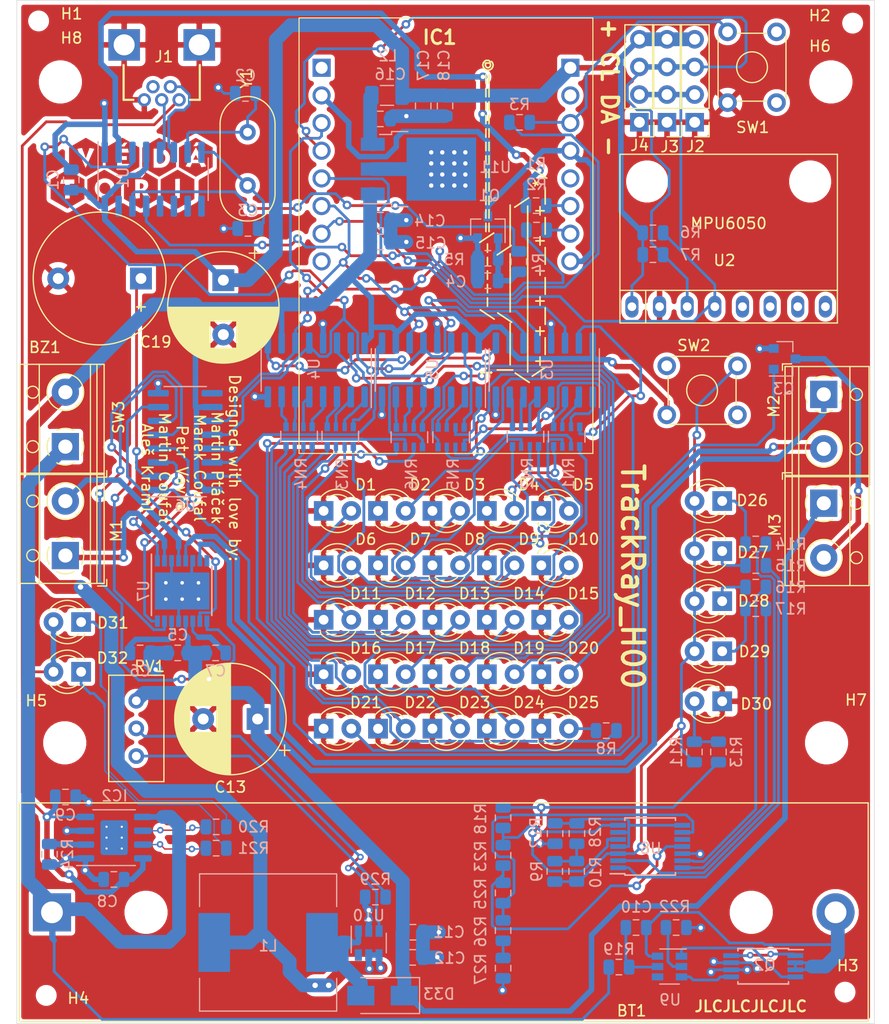
<source format=kicad_pcb>
(kicad_pcb (version 20171130) (host pcbnew "(5.1.5)-3")
  (layers (0 F.Cu signal) (31 B.Cu signal) (34 B.Paste user) (35 F.Paste user) (36 B.SilkS user) (37 F.SilkS user) (38 B.Mask user) (39 F.Mask user) (44 Edge.Cuts user))
  (net 0 "")
  (net 1 "Net-(BT1-Pad1)")
  (net 2 "Net-(BT1-Pad2)")
  (net 3 GND)
  (net 4 "Net-(BZ1-Pad1)")
  (net 5 +3V3)
  (net 6 "Net-(C2-Pad1)")
  (net 7 "Net-(C3-Pad1)")
  (net 8 "Net-(C4-Pad1)")
  (net 9 VCC)
  (net 10 "Net-(C6-Pad1)")
  (net 11 "Net-(C7-Pad2)")
  (net 12 +5V)
  (net 13 "Net-(C10-Pad1)")
  (net 14 +BATT)
  (net 15 "Net-(C16-Pad1)")
  (net 16 "Net-(D1-Pad2)")
  (net 17 "Net-(D2-Pad2)")
  (net 18 "Net-(D3-Pad2)")
  (net 19 "Net-(D4-Pad2)")
  (net 20 "Net-(D5-Pad2)")
  (net 21 "Net-(D6-Pad2)")
  (net 22 "Net-(D7-Pad2)")
  (net 23 "Net-(D8-Pad2)")
  (net 24 "Net-(D9-Pad2)")
  (net 25 "Net-(D10-Pad2)")
  (net 26 "Net-(D11-Pad2)")
  (net 27 "Net-(D12-Pad2)")
  (net 28 "Net-(D13-Pad2)")
  (net 29 "Net-(D14-Pad2)")
  (net 30 "Net-(D15-Pad2)")
  (net 31 "Net-(D16-Pad2)")
  (net 32 "Net-(D17-Pad2)")
  (net 33 "Net-(D18-Pad2)")
  (net 34 "Net-(D19-Pad2)")
  (net 35 "Net-(D20-Pad2)")
  (net 36 "Net-(D21-Pad2)")
  (net 37 "Net-(D22-Pad2)")
  (net 38 "Net-(D23-Pad2)")
  (net 39 "Net-(D24-Pad2)")
  (net 40 "Net-(D25-Pad2)")
  (net 41 "Net-(D26-Pad2)")
  (net 42 "Net-(D26-Pad1)")
  (net 43 "Net-(D27-Pad1)")
  (net 44 "Net-(D28-Pad1)")
  (net 45 "Net-(D29-Pad1)")
  (net 46 "Net-(D30-Pad2)")
  (net 47 "Net-(D31-Pad1)")
  (net 48 "Net-(D32-Pad1)")
  (net 49 "Net-(D33-Pad2)")
  (net 50 "Net-(IC1-Pad12)")
  (net 51 REG_LATCH)
  (net 52 SCL)
  (net 53 REG_DAT)
  (net 54 REG_CLK)
  (net 55 SDA)
  (net 56 DTR)
  (net 57 Serial_TX)
  (net 58 Serial_RX)
  (net 59 "Net-(IC2-Pad7)")
  (net 60 "Net-(IC2-Pad6)")
  (net 61 "Net-(IC2-Pad2)")
  (net 62 /D+)
  (net 63 /D-)
  (net 64 "Net-(M1-Pad2)")
  (net 65 "Net-(M1-Pad1)")
  (net 66 "Net-(M2-Pad2)")
  (net 67 "Net-(M2-Pad1)")
  (net 68 "Net-(Q2-Pad1)")
  (net 69 "Net-(Q2-Pad5)")
  (net 70 "Net-(Q2-Pad4)")
  (net 71 "Net-(R1-Pad2)")
  (net 72 "Net-(R2-Pad2)")
  (net 73 "Net-(R3-Pad2)")
  (net 74 RTS)
  (net 75 "Net-(R8-Pad2)")
  (net 76 "Net-(R10-Pad1)")
  (net 77 "Net-(R12-Pad1)")
  (net 78 "Net-(R13-Pad1)")
  (net 79 "Net-(R14-Pad1)")
  (net 80 "Net-(R15-Pad1)")
  (net 81 "Net-(R16-Pad1)")
  (net 82 "Net-(R17-Pad1)")
  (net 83 "Net-(R18-Pad1)")
  (net 84 "Net-(R22-Pad2)")
  (net 85 "Net-(R23-Pad1)")
  (net 86 "Net-(R25-Pad1)")
  (net 87 "Net-(R26-Pad1)")
  (net 88 "Net-(R29-Pad1)")
  (net 89 "Net-(RV1-Pad2)")
  (net 90 "Net-(U3-Pad9)")
  (net 91 "Net-(U4-Pad9)")
  (net 92 "Net-(U5-Pad9)")
  (net 93 "Net-(U6-Pad7)")
  (net 94 "Net-(U6-Pad6)")
  (net 95 "Net-(U6-Pad5)")
  (net 96 "Net-(U6-Pad4)")
  (net 97 "Net-(U6-Pad3)")
  (net 98 "Net-(M3-Pad2)")
  (net 99 "Net-(Q3-Pad1)")
  (net 100 "Net-(RN1-Pad5)")
  (net 101 "Net-(RN1-Pad6)")
  (net 102 "Net-(RN1-Pad8)")
  (net 103 "Net-(RN1-Pad7)")
  (net 104 "Net-(RN2-Pad5)")
  (net 105 "Net-(RN2-Pad6)")
  (net 106 "Net-(RN2-Pad8)")
  (net 107 "Net-(RN2-Pad7)")
  (net 108 "Net-(RN3-Pad5)")
  (net 109 "Net-(RN3-Pad6)")
  (net 110 "Net-(RN3-Pad8)")
  (net 111 "Net-(RN3-Pad7)")
  (net 112 "Net-(RN4-Pad5)")
  (net 113 "Net-(RN4-Pad6)")
  (net 114 "Net-(RN4-Pad8)")
  (net 115 "Net-(RN4-Pad7)")
  (net 116 "Net-(RN5-Pad5)")
  (net 117 "Net-(RN5-Pad6)")
  (net 118 "Net-(RN5-Pad8)")
  (net 119 "Net-(RN5-Pad7)")
  (net 120 "Net-(RN6-Pad5)")
  (net 121 "Net-(RN6-Pad6)")
  (net 122 "Net-(RN6-Pad8)")
  (net 123 "Net-(RN6-Pad7)")
  (module TrackRay_Library:Vedatori_copper_exposed_15mm (layer F.Cu) (at 10.541 15.8877)
    (fp_text reference . hide)
    (fp_text value . hide)
    (fp_poly (pts (xy -5.880995 -0.319002) (xy -5.868516 -0.313169) (xy -5.851088 -0.304214) (xy -5.829914 -0.292764) (xy -5.806199 -0.279446) (xy -5.79557 -0.273329) (xy -5.769584 -0.258287) (xy -5.744253 -0.243662) (xy -5.721157 -0.230364) (xy -5.701875 -0.219301) (xy -5.687988 -0.211383) (xy -5.685353 -0.209894) (xy -5.67304 -0.202878) (xy -5.654971 -0.192478) (xy -5.632777 -0.179637) (xy -5.608088 -0.1653) (xy -5.582537 -0.150411) (xy -5.578371 -0.147979) (xy -5.553384 -0.133426) (xy -5.529504 -0.119599) (xy -5.508219 -0.107351) (xy -5.491019 -0.097541) (xy -5.479393 -0.091023) (xy -5.477764 -0.090134) (xy -5.466492 -0.083858) (xy -5.449745 -0.074309) (xy -5.429415 -0.062577) (xy -5.407396 -0.04975) (xy -5.396818 -0.043545) (xy -5.376538 -0.031728) (xy -5.358839 -0.021616) (xy -5.345032 -0.013943) (xy -5.336426 -0.009441) (xy -5.334248 -0.008563) (xy -5.329042 -0.006161) (xy -5.320756 -0.000368) (xy -5.320558 -0.000212) (xy -5.310856 0.006431) (xy -5.297072 0.01473) (xy -5.286802 0.020411) (xy -5.272634 0.028131) (xy -5.254163 0.038481) (xy -5.234458 0.049731) (xy -5.225587 0.054872) (xy -5.209672 0.064085) (xy -5.196787 0.071429) (xy -5.188534 0.075998) (xy -5.18636 0.07706) (xy -5.182482 0.079223) (xy -5.173495 0.084867) (xy -5.162455 0.092044) (xy -5.150093 0.099833) (xy -5.140469 0.105251) (xy -5.13605 0.107028) (xy -5.131255 0.109135) (xy -5.120579 0.114923) (xy -5.105438 0.123591) (xy -5.08725 0.13434) (xy -5.080298 0.138524) (xy -5.040673 0.162207) (xy -5.002813 0.184317) (xy -4.968658 0.203731) (xy -4.945805 0.216298) (xy -4.933408 0.223141) (xy -4.915941 0.233001) (xy -4.894794 0.245071) (xy -4.871355 0.258547) (xy -4.847015 0.272622) (xy -4.823162 0.286492) (xy -4.801186 0.299349) (xy -4.782477 0.31039) (xy -4.768423 0.318807) (xy -4.760415 0.323796) (xy -4.760397 0.323807) (xy -4.750434 0.330052) (xy -4.743637 0.333612) (xy -4.742496 0.333929) (xy -4.738061 0.336007) (xy -4.727643 0.341731) (xy -4.712596 0.350333) (xy -4.694274 0.361044) (xy -4.68493 0.36658) (xy -4.661663 0.380313) (xy -4.637284 0.394514) (xy -4.614474 0.407633) (xy -4.595916 0.418119) (xy -4.593663 0.41937) (xy -4.58241 0.425635) (xy -4.569931 0.432665) (xy -4.555443 0.440912) (xy -4.538164 0.450828) (xy -4.51731 0.462864) (xy -4.4921 0.477472) (xy -4.46175 0.495103) (xy -4.425478 0.51621) (xy -4.388168 0.537941) (xy -4.371739 0.547364) (xy -4.357465 0.55528) (xy -4.347377 0.560576) (xy -4.344286 0.561992) (xy -4.343423 0.562626) (xy -4.342628 0.564071) (xy -4.341899 0.56667) (xy -4.341233 0.570763) (xy -4.340628 0.576692) (xy -4.34008 0.584799) (xy -4.339586 0.595424) (xy -4.339145 0.608911) (xy -4.338752 0.6256) (xy -4.338406 0.645832) (xy -4.338102 0.66995) (xy -4.337839 0.698294) (xy -4.337614 0.731207) (xy -4.337423 0.769029) (xy -4.337264 0.812103) (xy -4.337134 0.86077) (xy -4.33703 0.915371) (xy -4.33695 0.976248) (xy -4.33689 1.043743) (xy -4.336847 1.118196) (xy -4.336819 1.19995) (xy -4.336803 1.289347) (xy -4.336796 1.386726) (xy -4.336794 1.459234) (xy -4.336797 1.562357) (xy -4.336807 1.657259) (xy -4.336826 1.744282) (xy -4.336858 1.823766) (xy -4.336906 1.896054) (xy -4.336972 1.961486) (xy -4.337059 2.020405) (xy -4.337171 2.073151) (xy -4.337309 2.120065) (xy -4.337477 2.16149) (xy -4.337678 2.197767) (xy -4.337915 2.229236) (xy -4.33819 2.25624) (xy -4.338506 2.27912) (xy -4.338866 2.298217) (xy -4.339273 2.313872) (xy -4.33973 2.326427) (xy -4.340239 2.336224) (xy -4.340804 2.343603) (xy -4.341427 2.348907) (xy -4.342112 2.352476) (xy -4.34286 2.354652) (xy -4.343675 2.355776) (xy -4.344286 2.35612) (xy -4.34849 2.35783) (xy -4.355137 2.361109) (xy -4.365114 2.366443) (xy -4.379304 2.374321) (xy -4.398592 2.385233) (xy -4.423864 2.399667) (xy -4.442373 2.410281) (xy -4.45775 2.419022) (xy -4.470467 2.426089) (xy -4.478583 2.430412) (xy -4.480213 2.431175) (xy -4.486988 2.435108) (xy -4.490916 2.438044) (xy -4.498046 2.442787) (xy -4.509937 2.449704) (xy -4.520883 2.455637) (xy -4.537059 2.464656) (xy -4.553081 2.474432) (xy -4.561126 2.479806) (xy -4.571549 2.486761) (xy -4.579059 2.491008) (xy -4.580907 2.491623) (xy -4.585561 2.493665) (xy -4.596113 2.499255) (xy -4.611088 2.507584) (xy -4.629012 2.517845) (xy -4.632709 2.519992) (xy -4.670332 2.541891) (xy -4.701323 2.559906) (xy -4.72644 2.574474) (xy -4.746441 2.586035) (xy -4.762084 2.595027) (xy -4.774128 2.601888) (xy -4.782033 2.606333) (xy -4.793035 2.612577) (xy -4.809343 2.621964) (xy -4.828881 2.633294) (xy -4.849577 2.645368) (xy -4.852672 2.64718) (xy -4.873772 2.659449) (xy -4.894444 2.671304) (xy -4.912462 2.68148) (xy -4.925604 2.688713) (xy -4.92675 2.689324) (xy -4.937693 2.695361) (xy -4.954362 2.704849) (xy -4.975133 2.716848) (xy -4.998379 2.730419) (xy -5.021752 2.744196) (xy -5.04415 2.757372) (xy -5.064046 2.768906) (xy -5.080266 2.778131) (xy -5.091638 2.784379) (xy -5.096986 2.786985) (xy -5.097177 2.787021) (xy -5.1026 2.789541) (xy -5.107062 2.792957) (xy -5.114376 2.798117) (xy -5.126393 2.805401) (xy -5.137368 2.81152) (xy -5.15175 2.81941) (xy -5.170406 2.829885) (xy -5.190228 2.841194) (xy -5.198988 2.846256) (xy -5.214909 2.855439) (xy -5.227798 2.862759) (xy -5.236048 2.867309) (xy -5.238215 2.868363) (xy -5.242093 2.870526) (xy -5.25108 2.87617) (xy -5.26212 2.883347) (xy -5.274628 2.891154) (xy -5.284563 2.896575) (xy -5.289308 2.898331) (xy -5.294965 2.900574) (xy -5.305236 2.906409) (xy -5.315993 2.913315) (xy -5.327815 2.92111) (xy -5.336504 2.926529) (xy -5.33992 2.928299) (xy -5.343964 2.930357) (xy -5.354214 2.936084) (xy -5.369496 2.944809) (xy -5.388632 2.95586) (xy -5.41045 2.968568) (xy -5.411137 2.96897) (xy -5.433054 2.981724) (xy -5.452364 2.99284) (xy -5.467884 3.001646) (xy -5.478429 3.007469) (xy -5.482812 3.009639) (xy -5.482834 3.009641) (xy -5.487326 3.011688) (xy -5.496984 3.017044) (xy -5.509181 3.02423) (xy -5.524683 3.033479) (xy -5.545039 3.045479) (xy -5.56862 3.059287) (xy -5.593798 3.073954) (xy -5.618942 3.088536) (xy -5.642423 3.102086) (xy -5.662613 3.113659) (xy -5.67788 3.122308) (xy -5.683213 3.12527) (xy -5.695679 3.132226) (xy -5.71327 3.142207) (xy -5.734516 3.15436) (xy -5.757941 3.167834) (xy -5.782075 3.181776) (xy -5.805443 3.195336) (xy -5.826573 3.207659) (xy -5.843992 3.217896) (xy -5.856227 3.225195) (xy -5.860107 3.22758) (xy -5.870115 3.232925) (xy -5.879961 3.235467) (xy -5.890928 3.234855) (xy -5.904296 3.230742) (xy -5.921347 3.222777) (xy -5.943361 3.210612) (xy -5.961487 3.199961) (xy -5.982566 3.187461) (xy -6.001787 3.176163) (xy -6.017625 3.166956) (xy -6.028557 3.160728) (xy -6.032126 3.15879) (xy -6.041778 3.153459) (xy -6.055103 3.14563) (xy -6.064234 3.14007) (xy -6.078569 3.131437) (xy -6.092112 3.123668) (xy -6.098483 3.120233) (xy -6.10681 3.115707) (xy -6.120776 3.107848) (xy -6.138631 3.097648) (xy -6.158626 3.086105) (xy -6.164841 3.082493) (xy -6.186387 3.070018) (xy -6.207532 3.057892) (xy -6.226096 3.047359) (xy -6.239895 3.039663) (xy -6.241902 3.038568) (xy -6.255562 3.030802) (xy -6.266845 3.02376) (xy -6.272207 3.019857) (xy -6.278641 3.015036) (xy -6.281225 3.013922) (xy -6.285639 3.011897) (xy -6.295767 3.00643) (xy -6.309948 2.998434) (xy -6.321559 2.991728) (xy -6.395761 2.949138) (xy -6.431619 2.92906) (xy -6.446549 2.920643) (xy -6.464864 2.91012) (xy -6.48471 2.898581) (xy -6.504234 2.887113) (xy -6.52158 2.876805) (xy -6.534894 2.868744) (xy -6.541581 2.864523) (xy -6.550783 2.858944) (xy -6.564621 2.851165) (xy -6.580102 2.84287) (xy -6.580112 2.842865) (xy -6.595599 2.834528) (xy -6.609444 2.826645) (xy -6.618642 2.820927) (xy -6.625274 2.81679) (xy -6.638195 2.809119) (xy -6.65624 2.798592) (xy -6.678241 2.785886) (xy -6.703034 2.771679) (xy -6.721389 2.761224) (xy -6.750418 2.744692) (xy -6.780229 2.727646) (xy -6.808958 2.711157) (xy -6.834745 2.696295) (xy -6.855725 2.684128) (xy -6.862667 2.680073) (xy -6.883848 2.667737) (xy -6.905056 2.655519) (xy -6.923818 2.644834) (xy -6.937587 2.637141) (xy -6.952466 2.628643) (xy -6.965675 2.62051) (xy -6.973483 2.615138) (xy -6.98231 2.609438) (xy -6.988525 2.607214) (xy -6.994401 2.604965) (xy -7.004837 2.599115) (xy -7.015606 2.59223) (xy -7.027431 2.584434) (xy -7.036127 2.579015) (xy -7.039551 2.577246) (xy -7.043724 2.57523) (xy -7.053651 2.569789) (xy -7.067697 2.56183) (xy -7.07932 2.555123) (xy -7.104253 2.540641) (xy -7.122898 2.529829) (xy -7.136365 2.522049) (xy -7.145768 2.516664) (xy -7.152218 2.513037) (xy -7.156827 2.510531) (xy -7.160206 2.508766) (xy -7.169514 2.503671) (xy -7.181475 2.496762) (xy -7.183752 2.495409) (xy -7.188579 2.492547) (xy -7.195238 2.48864) (xy -7.204387 2.483307) (xy -7.216683 2.476169) (xy -7.232783 2.466844) (xy -7.253342 2.454953) (xy -7.279019 2.440116) (xy -7.310469 2.421952) (xy -7.34835 2.400082) (xy -7.369982 2.387595) (xy -7.386292 2.37816) (xy -7.401592 2.369277) (xy -7.412869 2.362696) (xy -7.413863 2.362112) (xy -7.427777 2.353928) (xy -7.427777 0.971818) (xy -6.568267 0.971818) (xy -6.113467 0.971818) (xy -6.113467 2.354626) (xy -6.101229 2.354626) (xy -6.094581 2.35423) (xy -6.080305 2.353094) (xy -6.059294 2.3513) (xy -6.032445 2.348925) (xy -6.000652 2.346052) (xy -5.964809 2.34276) (xy -5.92581 2.339128) (xy -5.886102 2.335384) (xy -5.845293 2.33152) (xy -5.807094 2.327913) (xy -5.77235 2.324644) (xy -5.741904 2.321791) (xy -5.716603 2.319433) (xy -5.697289 2.317649) (xy -5.684808 2.316518) (xy -5.680004 2.316119) (xy -5.680002 2.316119) (xy -5.679643 2.311911) (xy -5.679295 2.299599) (xy -5.678961 2.27964) (xy -5.678642 2.25249) (xy -5.678342 2.218608) (xy -5.678061 2.178451) (xy -5.677802 2.132476) (xy -5.677568 2.081142) (xy -5.67736 2.024904) (xy -5.677182 1.964222) (xy -5.677034 1.899551) (xy -5.676919 1.831351) (xy -5.676839 1.760078) (xy -5.676797 1.686189) (xy -5.676791 1.643957) (xy -5.676791 0.971818) (xy -5.252958 0.971818) (xy -5.252958 0.569391) (xy -5.855529 0.569442) (xy -6.458099 0.569493) (xy -6.51067 0.761023) (xy -6.521453 0.800318) (xy -6.531599 0.83731) (xy -6.54087 0.871133) (xy -6.54903 0.900921) (xy -6.55584 0.925806) (xy -6.561064 0.944922) (xy -6.564464 0.957401) (xy -6.565754 0.962186) (xy -6.568267 0.971818) (xy -7.427777 0.971818) (xy -7.427777 0.562829) (xy -7.403161 0.548056) (xy -7.386915 0.538519) (xy -7.367174 0.527231) (xy -7.347978 0.5165) (xy -7.346435 0.515652) (xy -7.327553 0.505111) (xy -7.305252 0.492407) (xy -7.283454 0.479781) (xy -7.276867 0.475911) (xy -7.244365 0.456736) (xy -7.218261 0.441364) (xy -7.197585 0.429231) (xy -7.181368 0.419776) (xy -7.168641 0.412436) (xy -7.158435 0.40665) (xy -7.14978 0.401856) (xy -7.141708 0.39749) (xy -7.140941 0.39708) (xy -7.125301 0.388433) (xy -7.110203 0.379621) (xy -7.102411 0.374788) (xy -7.094329 0.36984) (xy -7.080347 0.361572) (xy -7.062021 0.350878) (xy -7.040903 0.338653) (xy -7.018548 0.325791) (xy -6.996509 0.313187) (xy -6.97634 0.301735) (xy -6.959596 0.29233) (xy -6.949531 0.286783) (xy -6.94071 0.281858) (xy -6.925431 0.273166) (xy -6.904634 0.261251) (xy -6.879261 0.246656) (xy -6.850251 0.229923) (xy -6.818546 0.211595) (xy -6.785085 0.192217) (xy -6.75081 0.172329) (xy -6.716661 0.152477) (xy -6.692648 0.138491) (xy -6.66632 0.123173) (xy -6.641433 0.108749) (xy -6.619273 0.095961) (xy -6.601124 0.085549) (xy -6.588272 0.078253) (xy -6.583479 0.075592) (xy -6.571714 0.069043) (xy -6.555243 0.059661) (xy -6.536729 0.04897) (xy -6.526597 0.043057) (xy -6.506863 0.031556) (xy -6.482938 0.017705) (xy -6.458074 0.003384) (xy -6.438834 -0.00764) (xy -6.418842 -0.019102) (xy -6.393729 -0.033567) (xy -6.365767 -0.049722) (xy -6.337229 -0.066255) (xy -6.313645 -0.079956) (xy -6.290684 -0.093256) (xy -6.270291 -0.104953) (xy -6.253599 -0.114406) (xy -6.241742 -0.120975) (xy -6.235855 -0.124018) (xy -6.235448 -0.124153) (xy -6.230946 -0.126291) (xy -6.221465 -0.131855) (xy -6.210797 -0.138536) (xy -6.197708 -0.146637) (xy -6.17974 -0.15736) (xy -6.159498 -0.169165) (xy -6.143803 -0.178136) (xy -6.120776 -0.191171) (xy -6.103565 -0.200956) (xy -6.090528 -0.208448) (xy -6.080023 -0.214601) (xy -6.070407 -0.220373) (xy -6.060039 -0.226719) (xy -6.054537 -0.230112) (xy -6.042287 -0.237417) (xy -6.033043 -0.242456) (xy -6.029225 -0.244025) (xy -6.024318 -0.246108) (xy -6.014674 -0.251459) (xy -6.006814 -0.256193) (xy -5.978572 -0.273376) (xy -5.952318 -0.288754) (xy -5.929077 -0.301768) (xy -5.909875 -0.311864) (xy -5.895735 -0.318483) (xy -5.887684 -0.32107) (xy -5.88732 -0.321086) (xy -5.880995 -0.319002)) (layer F.Cu) (width 0.01))
    (fp_poly (pts (xy -2.504626 -0.319077) (xy -2.491699 -0.313815) (xy -2.477286 -0.306567) (xy -2.461318 -0.297808) (xy -2.446011 -0.289485) (xy -2.435972 -0.284091) (xy -2.425899 -0.278498) (xy -2.41953 -0.274513) (xy -2.418847 -0.273952) (xy -2.414006 -0.270866) (xy -2.404329 -0.265655) (xy -2.399579 -0.263249) (xy -2.388322 -0.256872) (xy -2.380458 -0.25101) (xy -2.379031 -0.249377) (xy -2.372265 -0.244863) (xy -2.367258 -0.244025) (xy -2.360412 -0.242528) (xy -2.358908 -0.240537) (xy -2.355486 -0.236463) (xy -2.347048 -0.230887) (xy -2.344994 -0.229775) (xy -2.332149 -0.222804) (xy -2.317521 -0.214521) (xy -2.313956 -0.212444) (xy -2.300772 -0.204873) (xy -2.284147 -0.195553) (xy -2.271145 -0.188397) (xy -2.257906 -0.180928) (xy -2.247907 -0.174805) (xy -2.243317 -0.171357) (xy -2.238574 -0.167879) (xy -2.228615 -0.162136) (xy -2.219771 -0.157503) (xy -2.195622 -0.145113) (xy -2.178418 -0.135841) (xy -2.168488 -0.129866) (xy -2.16626 -0.128069) (xy -2.161627 -0.124846) (xy -2.151716 -0.118966) (xy -2.14057 -0.112745) (xy -2.124418 -0.103744) (xy -2.108275 -0.094421) (xy -2.099899 -0.089399) (xy -2.085282 -0.08082) (xy -2.0686 -0.071592) (xy -2.062439 -0.06834) (xy -2.051096 -0.061916) (xy -2.043714 -0.056678) (xy -2.042104 -0.054592) (xy -2.038523 -0.051944) (xy -2.033847 -0.051374) (xy -2.023897 -0.04859) (xy -2.019934 -0.045784) (xy -2.012969 -0.040529) (xy -2.001631 -0.033464) (xy -1.995011 -0.029729) (xy -1.983602 -0.023355) (xy -1.975639 -0.018578) (xy -1.973606 -0.017125) (xy -1.968899 -0.013758) (xy -1.958675 -0.007773) (xy -1.942189 0.001253) (xy -1.922232 0.011874) (xy -1.907601 0.019861) (xy -1.895417 0.026983) (xy -1.888196 0.031766) (xy -1.887983 0.03194) (xy -1.881105 0.03652) (xy -1.869102 0.043471) (xy -1.854507 0.051332) (xy -1.853734 0.051734) (xy -1.839875 0.059135) (xy -1.829242 0.065223) (xy -1.823933 0.068792) (xy -1.823766 0.068976) (xy -1.819136 0.072402) (xy -1.809102 0.078642) (xy -1.7958 0.086453) (xy -1.781364 0.09459) (xy -1.767931 0.101809) (xy -1.76383 0.103904) (xy -1.753736 0.109499) (xy -1.740675 0.117396) (xy -1.735017 0.120992) (xy -1.72393 0.127748) (xy -1.715726 0.131985) (xy -1.713373 0.132715) (xy -1.708016 0.135061) (xy -1.698818 0.140942) (xy -1.695093 0.143616) (xy -1.682698 0.151786) (xy -1.666875 0.160935) (xy -1.657011 0.166092) (xy -1.643028 0.173626) (xy -1.631312 0.180982) (xy -1.625972 0.185159) (xy -1.618308 0.190936) (xy -1.61354 0.192651) (xy -1.607515 0.194894) (xy -1.597308 0.200626) (xy -1.590396 0.205078) (xy -1.577651 0.212981) (xy -1.566135 0.218979) (xy -1.561948 0.220639) (xy -1.553374 0.224259) (xy -1.549773 0.226986) (xy -1.545212 0.230396) (xy -1.535038 0.236555) (xy -1.52124 0.244274) (xy -1.517664 0.246197) (xy -1.50256 0.254502) (xy -1.489887 0.261909) (xy -1.482013 0.267024) (xy -1.481275 0.267605) (xy -1.473989 0.27247) (xy -1.462053 0.279247) (xy -1.45268 0.284126) (xy -1.440159 0.290889) (xy -1.430973 0.296756) (xy -1.427811 0.299598) (xy -1.421725 0.303264) (xy -1.416805 0.303961) (xy -1.409973 0.305346) (xy -1.40848 0.307171) (xy -1.404971 0.310645) (xy -1.395815 0.316581) (xy -1.383864 0.323226) (xy -1.368521 0.331587) (xy -1.354285 0.33993) (xy -1.346419 0.344979) (xy -1.335466 0.351777) (xy -1.320529 0.360073) (xy -1.308959 0.366014) (xy -1.296273 0.372779) (xy -1.287385 0.378503) (xy -1.284342 0.381721) (xy -1.280766 0.384674) (xy -1.276137 0.385302) (xy -1.268638 0.386753) (xy -1.266504 0.388513) (xy -1.261861 0.392913) (xy -1.252085 0.399598) (xy -1.23973 0.407076) (xy -1.227347 0.413855) (xy -1.217489 0.418443) (xy -1.213419 0.419551) (xy -1.2079 0.421417) (xy -1.207282 0.422859) (xy -1.203844 0.426705) (xy -1.195221 0.432402) (xy -1.191227 0.434606) (xy -1.179982 0.4408) (xy -1.164326 0.449783) (xy -1.147159 0.459884) (xy -1.142461 0.462694) (xy -1.125913 0.472353) (xy -1.110524 0.480852) (xy -1.09893 0.486749) (xy -1.096438 0.487856) (xy -1.08742 0.492593) (xy -1.083176 0.496793) (xy -1.083129 0.497131) (xy -1.079568 0.500269) (xy -1.075221 0.500893) (xy -1.066536 0.503611) (xy -1.057026 0.51001) (xy -1.045851 0.518197) (xy -1.032653 0.525722) (xy -1.031755 0.52615) (xy -1.018317 0.53307) (xy -1.003396 0.541613) (xy -0.999646 0.543917) (xy -0.98734 0.55148) (xy -0.976748 0.557727) (xy -0.97396 0.559283) (xy -0.972975 0.559892) (xy -0.972069 0.560843) (xy -0.971238 0.562479) (xy -0.970479 0.565144) (xy -0.969789 0.56918) (xy -0.969165 0.574931) (xy -0.968602 0.582741) (xy -0.968099 0.592953) (xy -0.967651 0.605911) (xy -0.967256 0.621957) (xy -0.96691 0.641435) (xy -0.966609 0.664689) (xy -0.966352 0.692061) (xy -0.966134 0.723896) (xy -0.965951 0.760537) (xy -0.965802 0.802326) (xy -0.965682 0.849608) (xy -0.965589 0.902726) (xy -0.965518 0.962023) (xy -0.965468 1.027843) (xy -0.965434 1.100528) (xy -0.965413 1.180423) (xy -0.965402 1.267871) (xy -0.965398 1.363215) (xy -0.965397 1.460335) (xy -0.965418 1.57884) (xy -0.965479 1.689025) (xy -0.965581 1.790873) (xy -0.965724 1.884365) (xy -0.965907 1.969484) (xy -0.96613 2.046211) (xy -0.966394 2.114529) (xy -0.966699 2.17442) (xy -0.967043 2.225866) (xy -0.967428 2.268849) (xy -0.967853 2.303351) (xy -0.968318 2.329354) (xy -0.968822 2.346841) (xy -0.969367 2.355793) (xy -0.969678 2.357072) (xy -0.977537 2.359296) (xy -0.98702 2.363885) (xy -0.994774 2.368989) (xy -0.997506 2.372438) (xy -1.001088 2.375384) (xy -1.005855 2.376032) (xy -1.014811 2.379425) (xy -1.018569 2.383524) (xy -1.022072 2.388138) (xy -1.023062 2.387651) (xy -1.026247 2.387774) (xy -1.034174 2.391921) (xy -1.03917 2.395143) (xy -1.049886 2.401741) (xy -1.058085 2.405593) (xy -1.059999 2.406) (xy -1.066592 2.408453) (xy -1.075105 2.414067) (xy -1.083859 2.420001) (xy -1.097479 2.428203) (xy -1.113215 2.437024) (xy -1.115283 2.438136) (xy -1.130441 2.446523) (xy -1.143224 2.454102) (xy -1.151229 2.459437) (xy -1.151964 2.460037) (xy -1.158596 2.464845) (xy -1.161382 2.465936) (xy -1.166141 2.468144) (xy -1.175511 2.473817) (xy -1.183071 2.478779) (xy -1.195039 2.486059) (xy -1.20496 2.490714) (xy -1.20876 2.491623) (xy -1.216767 2.494773) (xy -1.218842 2.49708) (xy -1.224151 2.501638) (xy -1.234916 2.508517) (xy -1.248891 2.516293) (xy -1.250093 2.516918) (xy -1.268199 2.526729) (xy -1.287058 2.537653) (xy -1.300052 2.54571) (xy -1.312331 2.553314) (xy -1.321915 2.558536) (xy -1.326154 2.560121) (xy -1.33194 2.562687) (xy -1.339997 2.568683) (xy -1.348855 2.574835) (xy -1.355636 2.577246) (xy -1.360903 2.579513) (xy -1.361403 2.581062) (xy -1.364962 2.584982) (xy -1.373853 2.590137) (xy -1.377457 2.591786) (xy -1.393537 2.599386) (xy -1.406249 2.606676) (xy -1.412776 2.611816) (xy -1.417389 2.614806) (xy -1.427619 2.62045) (xy -1.441401 2.627618) (xy -1.443815 2.628839) (xy -1.457643 2.636214) (xy -1.467866 2.64244) (xy -1.472591 2.646349) (xy -1.472712 2.646713) (xy -1.476196 2.64965) (xy -1.479171 2.650025) (xy -1.486194 2.652406) (xy -1.496906 2.658477) (xy -1.50336 2.662868) (xy -1.514052 2.670208) (xy -1.521901 2.674857) (xy -1.524192 2.675712) (xy -1.529275 2.677778) (xy -1.539733 2.683262) (xy -1.553743 2.691092) (xy -1.569481 2.700198) (xy -1.585123 2.709508) (xy -1.598844 2.717951) (xy -1.608822 2.724455) (xy -1.613231 2.727949) (xy -1.613276 2.728034) (xy -1.618204 2.731111) (xy -1.620554 2.731367) (xy -1.627215 2.73363) (xy -1.637929 2.73943) (xy -1.645434 2.74421) (xy -1.656835 2.751425) (xy -1.665563 2.756084) (xy -1.668553 2.757053) (xy -1.67419 2.759379) (xy -1.68385 2.765281) (xy -1.689338 2.769083) (xy -1.702697 2.777815) (xy -1.719394 2.787545) (xy -1.730651 2.793524) (xy -1.743308 2.80039) (xy -1.752192 2.806137) (xy -1.755267 2.809321) (xy -1.75885 2.812103) (xy -1.763577 2.812708) (xy -1.771804 2.814721) (xy -1.774592 2.817085) (xy -1.77957 2.821097) (xy -1.790024 2.827412) (xy -1.803695 2.834667) (xy -1.803742 2.83469) (xy -1.818133 2.842212) (xy -1.830025 2.849005) (xy -1.836609 2.853425) (xy -1.843608 2.858251) (xy -1.855499 2.865384) (xy -1.8682 2.872456) (xy -1.882151 2.88037) (xy -1.893598 2.887608) (xy -1.899544 2.892156) (xy -1.907412 2.897327) (xy -1.911645 2.898331) (xy -1.918492 2.900627) (xy -1.929519 2.906463) (xy -1.942041 2.91426) (xy -1.953372 2.922439) (xy -1.95523 2.923958) (xy -1.963821 2.927939) (xy -1.96679 2.928299) (xy -1.974703 2.931517) (xy -1.976604 2.933654) (xy -1.982212 2.938494) (xy -1.992801 2.944998) (xy -2.000363 2.948939) (xy -2.011776 2.955202) (xy -2.019154 2.960577) (xy -2.020698 2.962848) (xy -2.024273 2.966123) (xy -2.028955 2.966829) (xy -2.038945 2.969745) (xy -2.043211 2.972829) (xy -2.050154 2.977982) (xy -2.061909 2.985103) (xy -2.072415 2.990806) (xy -2.085041 2.997578) (xy -2.094304 3.00302) (xy -2.097759 3.005551) (xy -2.099618 3.007326) (xy -2.10354 3.009887) (xy -2.110777 3.013919) (xy -2.122581 3.020106) (xy -2.140205 3.02913) (xy -2.150715 3.034475) (xy -2.164475 3.041805) (xy -2.17484 3.047965) (xy -2.179767 3.051733) (xy -2.179887 3.051942) (xy -2.184178 3.055451) (xy -2.193961 3.061202) (xy -2.204787 3.066787) (xy -2.226582 3.07786) (xy -2.240734 3.086057) (xy -2.24759 3.09158) (xy -2.247598 3.09159) (xy -2.252106 3.094704) (xy -2.262369 3.100724) (xy -2.276551 3.108589) (xy -2.283988 3.11259) (xy -2.29937 3.120949) (xy -2.311688 3.127948) (xy -2.319108 3.13253) (xy -2.320378 3.133543) (xy -2.324934 3.136628) (xy -2.335207 3.142492) (xy -2.349272 3.15005) (xy -2.354627 3.152839) (xy -2.369558 3.160781) (xy -2.381352 3.167476) (xy -2.388083 3.171815) (xy -2.388876 3.172558) (xy -2.393501 3.17602) (xy -2.403555 3.182076) (xy -2.416703 3.18933) (xy -2.434043 3.198696) (xy -2.454263 3.20984) (xy -2.471937 3.219759) (xy -2.492263 3.230136) (xy -2.50867 3.235044) (xy -2.523742 3.234585) (xy -2.540062 3.228862) (xy -2.551559 3.222926) (xy -2.564201 3.215614) (xy -2.573553 3.209638) (xy -2.577246 3.206644) (xy -2.581954 3.203139) (xy -2.592023 3.197295) (xy -2.602933 3.191572) (xy -2.617496 3.183783) (xy -2.630347 3.17612) (xy -2.636615 3.171804) (xy -2.644921 3.166877) (xy -2.650529 3.166213) (xy -2.654111 3.165672) (xy -2.654307 3.164514) (xy -2.657765 3.159817) (xy -2.661799 3.157661) (xy -2.672357 3.152787) (xy -2.685584 3.145598) (xy -2.697485 3.138342) (xy -2.702419 3.134816) (xy -2.708966 3.130305) (xy -2.720787 3.123251) (xy -2.738645 3.113215) (xy -2.763303 3.099759) (xy -2.765616 3.098508) (xy -2.778953 3.091079) (xy -2.78963 3.084729) (xy -2.794514 3.08144) (xy -2.799098 3.079089) (xy -2.799865 3.079922) (xy -2.802511 3.079422) (xy -2.808912 3.074323) (xy -2.809261 3.074) (xy -2.820162 3.066251) (xy -2.832807 3.06013) (xy -2.842209 3.055918) (xy -2.846853 3.052244) (xy -2.846958 3.051817) (xy -2.850474 3.048344) (xy -2.859586 3.042617) (xy -2.869434 3.037355) (xy -2.882954 3.030129) (xy -2.894022 3.023422) (xy -2.898669 3.020005) (xy -2.906453 3.014998) (xy -2.910545 3.013922) (xy -2.916574 3.011637) (xy -2.927057 3.005702) (xy -2.937446 2.998938) (xy -2.949708 2.990995) (xy -2.959531 2.985517) (xy -2.964099 2.983835) (xy -2.970143 2.981347) (xy -2.98002 2.975158) (xy -2.985787 2.970991) (xy -2.996308 2.963581) (xy -3.004222 2.958994) (xy -3.006468 2.958267) (xy -3.011816 2.956054) (xy -3.021898 2.95029) (xy -3.032905 2.943283) (xy -3.045784 2.935403) (xy -3.05658 2.929975) (xy -3.062172 2.928299) (xy -3.068904 2.926361) (xy -3.070291 2.924744) (xy -3.074492 2.921163) (xy -3.084363 2.914842) (xy -3.097975 2.906996) (xy -3.101686 2.904965) (xy -3.116766 2.896566) (xy -3.129428 2.889091) (xy -3.137314 2.883938) (xy -3.138075 2.88334) (xy -3.147674 2.877504) (xy -3.153375 2.875242) (xy -3.163631 2.870249) (xy -3.170718 2.865103) (xy -3.184732 2.854671) (xy -3.197759 2.848259) (xy -3.204375 2.846957) (xy -3.210116 2.845109) (xy -3.210855 2.843519) (xy -3.21438 2.839901) (xy -3.223469 2.83419) (xy -3.232194 2.829605) (xy -3.243915 2.823326) (xy -3.251694 2.818154) (xy -3.2536 2.815919) (xy -3.256951 2.812785) (xy -3.257864 2.812708) (xy -3.263449 2.810552) (xy -3.273766 2.804941) (xy -3.284621 2.798319) (xy -3.298158 2.79015) (xy -3.31006 2.783762) (xy -3.316305 2.781068) (xy -3.326384 2.776095) (xy -3.335154 2.76977) (xy -3.344645 2.763618) (xy -3.352431 2.761335) (xy -3.359607 2.759767) (xy -3.361408 2.758124) (xy -3.366225 2.753279) (xy -3.375869 2.746429) (xy -3.387471 2.739326) (xy -3.398166 2.733722) (xy -3.405084 2.731369) (xy -3.405198 2.731367) (xy -3.411647 2.729344) (xy -3.412782 2.72793) (xy -3.417128 2.723896) (xy -3.426716 2.717279) (xy -3.439206 2.709478) (xy -3.452261 2.70189) (xy -3.463541 2.695913) (xy -3.470706 2.692946) (xy -3.471494 2.692836) (xy -3.476058 2.690218) (xy -3.476285 2.689075) (xy -3.479854 2.68515) (xy -3.488604 2.68045) (xy -3.490199 2.679792) (xy -3.502282 2.674018) (xy -3.516703 2.665819) (xy -3.522732 2.662007) (xy -3.53424 2.654825) (xy -3.543179 2.649957) (xy -3.546111 2.648813) (xy -3.553889 2.645459) (xy -3.555319 2.64447) (xy -3.566102 2.636774) (xy -3.57953 2.627978) (xy -3.59346 2.619385) (xy -3.605745 2.612298) (xy -3.614239 2.608019) (xy -3.616483 2.607335) (xy -3.622626 2.604915) (xy -3.633056 2.598771) (xy -3.642681 2.59223) (xy -3.655033 2.584152) (xy -3.665475 2.578712) (xy -3.670518 2.577246) (xy -3.676571 2.575506) (xy -3.677499 2.573789) (xy -3.681005 2.570346) (xy -3.690403 2.563994) (xy -3.704017 2.555826) (xy -3.71204 2.551313) (xy -3.738973 2.536457) (xy -3.75938 2.525122) (xy -3.774252 2.516731) (xy -3.784583 2.510707) (xy -3.791364 2.506471) (xy -3.795586 2.503448) (xy -3.798048 2.501255) (xy -3.806819 2.496537) (xy -3.811071 2.495904) (xy -3.817554 2.494354) (xy -3.818777 2.492543) (xy -3.822288 2.489007) (xy -3.831463 2.483064) (xy -3.843393 2.476489) (xy -3.858276 2.468574) (xy -3.871619 2.461071) (xy -3.878884 2.456652) (xy -3.88836 2.450839) (xy -3.902166 2.442844) (xy -3.915273 2.435524) (xy -3.929165 2.42755) (xy -3.940475 2.42041) (xy -3.946446 2.41591) (xy -3.955444 2.411047) (xy -3.96036 2.410281) (xy -3.967155 2.40885) (xy -3.968617 2.406981) (xy -3.972093 2.403326) (xy -3.981028 2.397465) (xy -3.988952 2.393067) (xy -4.004861 2.384325) (xy -4.021012 2.374792) (xy -4.026412 2.371401) (xy -4.038303 2.364159) (xy -4.048263 2.35882) (xy -4.051028 2.357622) (xy -4.051891 2.357003) (xy -4.052685 2.355572) (xy -4.053414 2.352989) (xy -4.054079 2.348912) (xy -4.054684 2.343) (xy -4.055231 2.334912) (xy -4.055725 2.324307) (xy -4.056166 2.310845) (xy -4.056559 2.294183) (xy -4.056905 2.273981) (xy -4.057209 2.249898) (xy -4.057472 2.221592) (xy -4.057698 2.188723) (xy -4.057889 2.15095) (xy -4.058048 2.107931) (xy -4.058178 2.059325) (xy -4.058283 2.004792) (xy -4.058364 1.94399) (xy -4.058424 1.876578) (xy -4.058467 1.802216) (xy -4.058495 1.720561) (xy -4.058512 1.631274) (xy -4.058519 1.534012) (xy -4.05852 1.458361) (xy -4.058519 1.384948) (xy -3.391721 1.384948) (xy -3.388806 1.465765) (xy -3.379809 1.541865) (xy -3.364348 1.614915) (xy -3.342042 1.686587) (xy -3.31251 1.758549) (xy -3.300895 1.783094) (xy -3.258304 1.860752) (xy -3.209042 1.933314) (xy -3.153541 2.000474) (xy -3.092229 2.061922) (xy -3.025537 2.117349) (xy -2.953895 2.166447) (xy -2.877732 2.208907) (xy -2.797478 2.244421) (xy -2.713564 2.27268) (xy -2.626419 2.293375) (xy -2.579387 2.301127) (xy -2.55546 2.303544) (xy -2.525192 2.30517) (xy -2.49046 2.306031) (xy -2.45314 2.306156) (xy -2.41511 2.305572) (xy -2.378246 2.304306) (xy -2.344424 2.302387) (xy -2.315523 2.299842) (xy -2.294691 2.296935) (xy -2.203601 2.276298) (xy -2.116642 2.248326) (xy -2.034065 2.213193) (xy -1.95612 2.171073) (xy -1.883056 2.12214) (xy -1.815126 2.066568) (xy -1.752578 2.004533) (xy -1.695662 1.936207) (xy -1.64463 1.861765) (xy -1.626997 1.832197) (xy -1.601146 1.787114) (xy -1.601146 0.982783) (xy -1.626997 0.9377) (xy -1.675735 0.861036) (xy -1.730469 0.790398) (xy -1.790937 0.725968) (xy -1.856879 0.667929) (xy -1.928032 0.616461) (xy -2.004135 0.571748) (xy -2.084926 0.533971) (xy -2.170144 0.503313) (xy -2.259527 0.479955) (xy -2.294691 0.473002) (xy -2.321926 0.469212) (xy -2.355598 0.466292) (xy -2.393622 0.464278) (xy -2.433913 0.463202) (xy -2.474387 0.4631) (xy -2.512959 0.464004) (xy -2.547544 0.465949) (xy -2.572392 0.468466) (xy -2.660355 0.484159) (xy -2.745634 0.507579) (xy -2.827747 0.538394) (xy -2.906211 0.576268) (xy -2.980543 0.620866) (xy -3.050261 0.671855) (xy -3.114882 0.7289) (xy -3.173923 0.791667) (xy -3.226902 0.859821) (xy -3.273336 0.933028) (xy -3.291558 0.966732) (xy -3.326599 1.04233) (xy -3.35378 1.117747) (xy -3.373421 1.194318) (xy -3.385841 1.273378) (xy -3.39136 1.356261) (xy -3.391721 1.384948) (xy -4.058519 1.384948) (xy -4.058518 1.35511) (xy -4.058508 1.26008) (xy -4.058489 1.17293) (xy -4.058457 1.09332) (xy -4.058409 1.020908) (xy -4.058344 0.955353) (xy -4.058257 0.896315) (xy -4.058145 0.843452) (xy -4.058007 0.796423) (xy -4.05784 0.754888) (xy -4.05764 0.718505) (xy -4.057404 0.686934) (xy -4.05713 0.659833) (xy -4.056815 0.636861) (xy -4.056456 0.617678) (xy -4.05605 0.601942) (xy -4.055595 0.589313) (xy -4.055087 0.579449) (xy -4.054524 0.57201) (xy -4.053903 0.566654) (xy -4.053221 0.563041) (xy -4.052475 0.560829) (xy -4.051663 0.559678) (xy -4.051028 0.559312) (xy -4.041329 0.554883) (xy -4.030646 0.548563) (xy -4.024271 0.543704) (xy -4.019771 0.540919) (xy -4.009437 0.535193) (xy -3.995049 0.527499) (xy -3.985741 0.52262) (xy -3.969828 0.514156) (xy -3.956964 0.506977) (xy -3.948935 0.502097) (xy -3.947211 0.500739) (xy -3.942666 0.497442) (xy -3.932528 0.491324) (xy -3.918772 0.483566) (xy -3.915102 0.481564) (xy -3.896934 0.471375) (xy -3.878251 0.460352) (xy -3.863285 0.451) (xy -3.851184 0.443417) (xy -3.841876 0.438224) (xy -3.837936 0.436676) (xy -3.832174 0.434146) (xy -3.827676 0.430768) (xy -3.820779 0.425959) (xy -3.808688 0.418618) (xy -3.793794 0.410186) (xy -3.790949 0.408636) (xy -3.77671 0.400599) (xy -3.765738 0.39379) (xy -3.759959 0.38942) (xy -3.759554 0.388857) (xy -3.754631 0.385553) (xy -3.752436 0.385302) (xy -3.746076 0.383074) (xy -3.735209 0.377274) (xy -3.723993 0.370318) (xy -3.71135 0.362494) (xy -3.701133 0.357072) (xy -3.696097 0.355334) (xy -3.689121 0.352556) (xy -3.684401 0.348781) (xy -3.677237 0.34342) (xy -3.665185 0.336058) (xy -3.653057 0.329449) (xy -3.631167 0.317859) (xy -3.616729 0.30948) (xy -3.609356 0.304084) (xy -3.609001 0.30371) (xy -3.604439 0.300785) (xy -3.594153 0.295079) (xy -3.580072 0.28765) (xy -3.574752 0.284914) (xy -3.559806 0.277057) (xy -3.548005 0.270438) (xy -3.541284 0.266158) (xy -3.540503 0.265436) (xy -3.535946 0.262089) (xy -3.525781 0.25597) (xy -3.511993 0.24826) (xy -3.508394 0.246319) (xy -3.493689 0.238314) (xy -3.481768 0.231581) (xy -3.474792 0.227346) (xy -3.474145 0.226878) (xy -3.468619 0.223426) (xy -3.457525 0.217112) (xy -3.442868 0.209069) (xy -3.436318 0.205547) (xy -3.410362 0.191197) (xy -3.388486 0.178152) (xy -3.372151 0.167307) (xy -3.366227 0.162743) (xy -3.35874 0.158803) (xy -3.356249 0.158402) (xy -3.350382 0.156175) (xy -3.339908 0.150378) (xy -3.328869 0.143418) (xy -3.316656 0.135621) (xy -3.307274 0.130202) (xy -3.303117 0.128434) (xy -3.297737 0.126177) (xy -3.289059 0.120713) (xy -3.288576 0.120372) (xy -3.276828 0.112845) (xy -3.258445 0.102126) (xy -3.23447 0.088811) (xy -3.212995 0.077239) (xy -3.201285 0.070439) (xy -3.187474 0.061676) (xy -3.183104 0.058744) (xy -3.172161 0.051873) (xy -3.16378 0.047688) (xy -3.16146 0.047092) (xy -3.155417 0.044709) (xy -3.145803 0.03874) (xy -3.142118 0.036092) (xy -3.12928 0.027369) (xy -3.116553 0.019982) (xy -3.114529 0.018976) (xy -3.101484 0.012021) (xy -3.088842 0.004281) (xy -3.075764 -0.003843) (xy -3.063156 -0.010856) (xy -3.043038 -0.02135) (xy -3.025327 -0.031004) (xy -3.011523 -0.038968) (xy -3.003123 -0.044391) (xy -3.00141 -0.045895) (xy -2.996746 -0.049203) (xy -2.986251 -0.05534) (xy -2.971737 -0.063273) (xy -2.962549 -0.068103) (xy -2.946628 -0.076545) (xy -2.933761 -0.083719) (xy -2.925735 -0.08861) (xy -2.924018 -0.089977) (xy -2.919512 -0.093211) (xy -2.909252 -0.099338) (xy -2.895072 -0.107283) (xy -2.887629 -0.11131) (xy -2.872256 -0.119689) (xy -2.859941 -0.126686) (xy -2.852517 -0.131247) (xy -2.851239 -0.132248) (xy -2.846508 -0.135554) (xy -2.836674 -0.141228) (xy -2.828763 -0.14547) (xy -2.817426 -0.151951) (xy -2.810044 -0.157254) (xy -2.808428 -0.159383) (xy -2.804847 -0.162099) (xy -2.800171 -0.162684) (xy -2.790222 -0.165479) (xy -2.786258 -0.168297) (xy -2.779917 -0.172938) (xy -2.768275 -0.18012) (xy -2.753632 -0.188439) (xy -2.750673 -0.190046) (xy -2.736334 -0.197978) (xy -2.725129 -0.20455) (xy -2.719042 -0.208589) (xy -2.718564 -0.209049) (xy -2.713868 -0.212427) (xy -2.70388 -0.218296) (xy -2.693206 -0.224086) (xy -2.679738 -0.231613) (xy -2.66884 -0.238513) (xy -2.664002 -0.242281) (xy -2.656022 -0.247377) (xy -2.651816 -0.248306) (xy -2.645206 -0.25064) (xy -2.634363 -0.25669) (xy -2.624339 -0.26329) (xy -2.612206 -0.271269) (xy -2.602445 -0.276704) (xy -2.597963 -0.278274) (xy -2.590808 -0.280872) (xy -2.586146 -0.284183) (xy -2.576628 -0.291) (xy -2.562819 -0.299153) (xy -2.547104 -0.307438) (xy -2.53187 -0.314649) (xy -2.519503 -0.319583) (xy -2.513029 -0.321086) (xy -2.504626 -0.319077)) (layer F.Cu) (width 0.01))
    (fp_poly (pts (xy 0.867775 -0.318896) (xy 0.881798 -0.313204) (xy 0.894198 -0.306585) (xy 0.911643 -0.296349) (xy 0.930522 -0.285654) (xy 0.941161 -0.279828) (xy 0.955582 -0.272058) (xy 0.967866 -0.265318) (xy 0.980049 -0.258447) (xy 0.994166 -0.250287) (xy 1.012254 -0.23968) (xy 1.027473 -0.230707) (xy 1.045804 -0.219961) (xy 1.063003 -0.210007) (xy 1.076764 -0.202172) (xy 1.083128 -0.198654) (xy 1.094571 -0.192101) (xy 1.103477 -0.186316) (xy 1.104534 -0.185517) (xy 1.111534 -0.180985) (xy 1.123495 -0.174157) (xy 1.136642 -0.167133) (xy 1.151268 -0.159244) (xy 1.170366 -0.148499) (xy 1.191104 -0.136508) (xy 1.20514 -0.128198) (xy 1.225334 -0.116301) (xy 1.245879 -0.104528) (xy 1.263944 -0.094487) (xy 1.273639 -0.089328) (xy 1.287807 -0.081722) (xy 1.299497 -0.074894) (xy 1.305747 -0.070645) (xy 1.312853 -0.065753) (xy 1.324703 -0.058652) (xy 1.335715 -0.052523) (xy 1.350001 -0.044643) (xy 1.368593 -0.034122) (xy 1.388438 -0.022695) (xy 1.397792 -0.017233) (xy 1.421843 -0.00317) (xy 1.44278 0.008917) (xy 1.464195 0.021084) (xy 1.488487 0.034724) (xy 1.500923 0.041959) (xy 1.515319 0.050706) (xy 1.51944 0.053284) (xy 1.530044 0.059699) (xy 1.537399 0.063632) (xy 1.539069 0.064217) (xy 1.543702 0.06634) (xy 1.552978 0.071762) (xy 1.55949 0.075849) (xy 1.573884 0.084749) (xy 1.588318 0.093154) (xy 1.592584 0.095497) (xy 1.605845 0.102778) (xy 1.623126 0.112527) (xy 1.642617 0.123693) (xy 1.662505 0.135222) (xy 1.680979 0.146063) (xy 1.696228 0.155164) (xy 1.70644 0.161473) (xy 1.708435 0.16279) (xy 1.718027 0.168778) (xy 1.731949 0.176795) (xy 1.744825 0.183836) (xy 1.758872 0.191492) (xy 1.777725 0.202017) (xy 1.798799 0.213957) (xy 1.817343 0.224606) (xy 1.838276 0.236688) (xy 1.859324 0.248794) (xy 1.877881 0.259425) (xy 1.890123 0.266397) (xy 1.903187 0.273857) (xy 1.921533 0.284412) (xy 1.943047 0.296842) (xy 1.965613 0.309927) (xy 1.973605 0.314573) (xy 1.994944 0.326968) (xy 2.014941 0.338547) (xy 2.031841 0.348297) (xy 2.04389 0.355204) (xy 2.047266 0.357117) (xy 2.058193 0.363347) (xy 2.073843 0.372373) (xy 2.091693 0.382729) (xy 2.10922 0.392949) (xy 2.123901 0.401564) (xy 2.132007 0.40638) (xy 2.13806 0.409896) (xy 2.149896 0.416674) (xy 2.165845 0.425761) (xy 2.184236 0.436202) (xy 2.185521 0.43693) (xy 2.217183 0.454888) (xy 2.243179 0.469678) (xy 2.265307 0.482334) (xy 2.285361 0.493889) (xy 2.305139 0.505377) (xy 2.326436 0.517829) (xy 2.340242 0.52593) (xy 2.359582 0.537193) (xy 2.376689 0.546976) (xy 2.390009 0.554404) (xy 2.397986 0.558601) (xy 2.399107 0.5591) (xy 2.399903 0.559901) (xy 2.400636 0.561893) (xy 2.401309 0.565415) (xy 2.401923 0.570803) (xy 2.402482 0.578395) (xy 2.402987 0.588529) (xy 2.403443 0.601543) (xy 2.403851 0.617775) (xy 2.404213 0.637561) (xy 2.404533 0.66124) (xy 2.404813 0.68915) (xy 2.405056 0.721628) (xy 2.405264 0.759011) (xy 2.40544 0.801638) (xy 2.405586 0.849846) (xy 2.405705 0.903973) (xy 2.4058 0.964356) (xy 2.405873 1.031333) (xy 2.405926 1.105243) (xy 2.405963 1.186422) (xy 2.405986 1.275208) (xy 2.405997 1.371939) (xy 2.406 1.45832) (xy 2.405997 1.561576) (xy 2.405988 1.65661) (xy 2.405969 1.743765) (xy 2.405937 1.82338) (xy 2.405889 1.895797) (xy 2.405823 1.961358) (xy 2.405736 2.020403) (xy 2.405625 2.073274) (xy 2.405487 2.120311) (xy 2.405319 2.161855) (xy 2.405118 2.198248) (xy 2.404883 2.229831) (xy 2.404609 2.256945) (xy 2.404294 2.279931) (xy 2.403935 2.29913) (xy 2.403529 2.314883) (xy 2.403073 2.327531) (xy 2.402565 2.337415) (xy 2.402002 2.344877) (xy 2.401381 2.350258) (xy 2.400699 2.353898) (xy 2.399953 2.356139) (xy 2.39914 2.357322) (xy 2.398508 2.357711) (xy 2.390862 2.361451) (xy 2.379025 2.368131) (xy 2.36961 2.373814) (xy 2.355832 2.382128) (xy 2.34335 2.389265) (xy 2.337502 2.392357) (xy 2.326605 2.398142) (xy 2.313762 2.405511) (xy 2.311815 2.40668) (xy 2.300371 2.413486) (xy 2.28488 2.422551) (xy 2.269004 2.431735) (xy 2.254062 2.44037) (xy 2.234384 2.451813) (xy 2.21261 2.464525) (xy 2.192865 2.476095) (xy 2.174706 2.486657) (xy 2.159283 2.495436) (xy 2.148048 2.501618) (xy 2.142454 2.504391) (xy 2.142152 2.504466) (xy 2.137338 2.506692) (xy 2.128943 2.51209) (xy 2.128387 2.51248) (xy 2.118324 2.518936) (xy 2.104253 2.527203) (xy 2.093477 2.53318) (xy 2.081663 2.539735) (xy 2.064352 2.549588) (xy 2.043407 2.561666) (xy 2.020693 2.574895) (xy 2.006955 2.582961) (xy 1.986128 2.595148) (xy 1.967914 2.605651) (xy 1.953565 2.613761) (xy 1.944338 2.618766) (xy 1.941499 2.620057) (xy 1.936918 2.622271) (xy 1.927456 2.628038) (xy 1.916768 2.635041) (xy 1.90468 2.642871) (xy 1.895423 2.648293) (xy 1.891402 2.650025) (xy 1.88653 2.652078) (xy 1.87625 2.657549) (xy 1.86247 2.665407) (xy 1.857096 2.668577) (xy 1.840393 2.678428) (xy 1.819206 2.690805) (xy 1.796488 2.703987) (xy 1.778813 2.714176) (xy 1.759278 2.725458) (xy 1.741033 2.736104) (xy 1.726137 2.744906) (xy 1.716737 2.750603) (xy 1.708098 2.755799) (xy 1.693573 2.764306) (xy 1.674727 2.775216) (xy 1.653125 2.787622) (xy 1.635395 2.79774) (xy 1.611471 2.811368) (xy 1.587869 2.824839) (xy 1.566529 2.837044) (xy 1.54939 2.846874) (xy 1.54121 2.851588) (xy 1.524975 2.860879) (xy 1.504528 2.872442) (xy 1.483158 2.884422) (xy 1.472712 2.890234) (xy 1.453196 2.901223) (xy 1.433907 2.912367) (xy 1.417659 2.922027) (xy 1.410635 2.92637) (xy 1.397224 2.934364) (xy 1.385308 2.940597) (xy 1.379597 2.942976) (xy 1.372143 2.946429) (xy 1.369964 2.94902) (xy 1.366522 2.952665) (xy 1.357888 2.958197) (xy 1.35391 2.96035) (xy 1.344131 2.965628) (xy 1.328919 2.97409) (xy 1.31025 2.984627) (xy 1.290098 2.996132) (xy 1.287346 2.997714) (xy 1.268691 3.008337) (xy 1.252741 3.017217) (xy 1.240933 3.023571) (xy 1.234705 3.026613) (xy 1.234168 3.026765) (xy 1.229119 3.029238) (xy 1.224743 3.032587) (xy 1.21745 3.037704) (xy 1.205467 3.045007) (xy 1.194438 3.051233) (xy 1.180128 3.059176) (xy 1.161505 3.069721) (xy 1.141633 3.081124) (xy 1.132361 3.086503) (xy 1.087565 3.112587) (xy 1.04833 3.13541) (xy 1.014971 3.154788) (xy 0.987806 3.170538) (xy 0.96715 3.182476) (xy 0.953322 3.190419) (xy 0.947465 3.19373) (xy 0.938306 3.19888) (xy 0.924373 3.206808) (xy 0.908308 3.216012) (xy 0.90425 3.218346) (xy 0.878502 3.230927) (xy 0.857255 3.236386) (xy 0.840312 3.234762) (xy 0.834822 3.232212) (xy 0.813163 3.219428) (xy 0.791121 3.206618) (xy 0.769999 3.19452) (xy 0.751099 3.183866) (xy 0.735724 3.175393) (xy 0.725179 3.169835) (xy 0.720814 3.167924) (xy 0.71548 3.165459) (xy 0.706082 3.15932) (xy 0.700274 3.15508) (xy 0.689808 3.147677) (xy 0.682011 3.143089) (xy 0.679833 3.142356) (xy 0.674653 3.140246) (xy 0.66437 3.134683) (xy 0.651098 3.12682) (xy 0.649558 3.125872) (xy 0.635811 3.117591) (xy 0.616854 3.106474) (xy 0.594962 3.09384) (xy 0.572409 3.081009) (xy 0.567251 3.078103) (xy 0.546238 3.066224) (xy 0.526658 3.055029) (xy 0.510316 3.045562) (xy 0.49902 3.038864) (xy 0.496612 3.037378) (xy 0.483917 3.029669) (xy 0.468323 3.020583) (xy 0.460222 3.016002) (xy 0.447339 3.008758) (xy 0.429716 2.998767) (xy 0.410036 2.987553) (xy 0.397004 2.980097) (xy 0.376076 2.968103) (xy 0.354084 2.955505) (xy 0.334327 2.944192) (xy 0.325258 2.939002) (xy 0.309272 2.929809) (xy 0.288708 2.917914) (xy 0.266376 2.904946) (xy 0.247682 2.89405) (xy 0.227091 2.882064) (xy 0.206781 2.870315) (xy 0.189164 2.860192) (xy 0.177172 2.853379) (xy 0.16192 2.844707) (xy 0.143147 2.833882) (xy 0.124694 2.823121) (xy 0.123174 2.822227) (xy 0.105671 2.811974) (xy 0.08821 2.80181) (xy 0.074222 2.793735) (xy 0.072779 2.792909) (xy 0.060661 2.785916) (xy 0.04385 2.77613) (xy 0.025027 2.765112) (xy 0.014243 2.758773) (xy -0.002262 2.749265) (xy -0.016158 2.741654) (xy -0.025731 2.736853) (xy -0.029061 2.735648) (xy -0.034992 2.733218) (xy -0.043618 2.72737) (xy -0.043677 2.727324) (xy -0.05306 2.720882) (xy -0.066811 2.712506) (xy -0.079574 2.705318) (xy -0.093655 2.697392) (xy -0.105363 2.690242) (xy -0.111647 2.685815) (xy -0.118629 2.681039) (xy -0.12175 2.679993) (xy -0.126511 2.677911) (xy -0.137061 2.672231) (xy -0.151872 2.663804) (xy -0.16942 2.653482) (xy -0.170646 2.652749) (xy -0.19064 2.640899) (xy -0.210249 2.629467) (xy -0.22706 2.619847) (xy -0.237604 2.614001) (xy -0.251828 2.606149) (xy -0.269873 2.595903) (xy -0.288213 2.58527) (xy -0.291118 2.583561) (xy -0.309918 2.572563) (xy -0.332306 2.559601) (xy -0.354408 2.546914) (xy -0.361757 2.542726) (xy -0.398828 2.521599) (xy -0.431205 2.503008) (xy -0.461682 2.485339) (xy -0.493054 2.466981) (xy -0.494472 2.466148) (xy -0.515315 2.454058) (xy -0.537883 2.441218) (xy -0.55839 2.429776) (xy -0.565111 2.426102) (xy -0.581882 2.416684) (xy -0.597393 2.407411) (xy -0.608791 2.399999) (xy -0.610467 2.398787) (xy -0.619743 2.3924) (xy -0.626083 2.389031) (xy -0.626843 2.388875) (xy -0.631751 2.386827) (xy -0.642004 2.381387) (xy -0.655631 2.373615) (xy -0.659618 2.371263) (xy -0.689264 2.35365) (xy -0.689264 2.337502) (xy 0.325366 2.337502) (xy 0.335453 2.337502) (xy 0.342373 2.337105) (xy 0.356587 2.335979) (xy 0.377089 2.33422) (xy 0.402873 2.331923) (xy 0.432933 2.329185) (xy 0.466263 2.326102) (xy 0.501855 2.322769) (xy 0.538705 2.319283) (xy 0.575806 2.315739) (xy 0.612151 2.312234) (xy 0.646736 2.308864) (xy 0.678553 2.305724) (xy 0.706596 2.30291) (xy 0.729859 2.300519) (xy 0.747337 2.298646) (xy 0.758022 2.297387) (xy 0.760949 2.296914) (xy 0.76191 2.294882) (xy 0.762768 2.289236) (xy 0.763531 2.279539) (xy 0.764205 2.265357) (xy 0.764799 2.246255) (xy 0.765318 2.221798) (xy 0.765771 2.191551) (xy 0.766165 2.155079) (xy 0.766507 2.111948) (xy 0.766803 2.061721) (xy 0.767063 2.003965) (xy 0.767292 1.938244) (xy 0.767371 1.911538) (xy 0.768464 1.5281) (xy 1.010145 1.921028) (xy 1.050529 1.986684) (xy 1.086664 2.045432) (xy 1.118791 2.097655) (xy 1.14715 2.143737) (xy 1.171979 2.184061) (xy 1.193517 2.219012) (xy 1.212006 2.248973) (xy 1.227683 2.274328) (xy 1.240788 2.29546) (xy 1.251562 2.312753) (xy 1.260242 2.326591) (xy 1.267069 2.337358) (xy 1.272282 2.345437) (xy 1.27612 2.351213) (xy 1.278824 2.355068) (xy 1.280632 2.357386) (xy 1.281783 2.358552) (xy 1.282518 2.358949) (xy 1.283076 2.35896) (xy 1.283403 2.358942) (xy 1.287954 2.357682) (xy 1.299896 2.354052) (xy 1.318464 2.348291) (xy 1.342895 2.340639) (xy 1.372424 2.331337) (xy 1.406288 2.320624) (xy 1.443724 2.308742) (xy 1.483966 2.295931) (xy 1.50268 2.289961) (xy 1.543939 2.276757) (xy 1.582723 2.26428) (xy 1.618269 2.252781) (xy 1.649812 2.24251) (xy 1.67659 2.233717) (xy 1.697837 2.226652) (xy 1.712791 2.221566) (xy 1.720687 2.218708) (xy 1.721732 2.218218) (xy 1.719721 2.214413) (xy 1.713083 2.204113) (xy 1.702152 2.187801) (xy 1.687264 2.165959) (xy 1.668752 2.13907) (xy 1.646953 2.107616) (xy 1.6222 2.072081) (xy 1.594829 2.032946) (xy 1.565175 1.990695) (xy 1.533572 1.94581) (xy 1.500354 1.898774) (xy 1.488174 1.88156) (xy 1.251762 1.547632) (xy 1.28894 1.528199) (xy 1.338019 1.498436) (xy 1.381146 1.463276) (xy 1.419572 1.421629) (xy 1.435465 1.400758) (xy 1.470986 1.344698) (xy 1.498425 1.286261) (xy 1.517909 1.225047) (xy 1.529564 1.160654) (xy 1.533515 1.092683) (xy 1.533513 1.089285) (xy 1.529808 1.01823) (xy 1.519149 0.952157) (xy 1.501517 0.891018) (xy 1.47689 0.834766) (xy 1.445246 0.783355) (xy 1.406563 0.736738) (xy 1.36082 0.694869) (xy 1.346519 0.683822) (xy 1.295766 0.650838) (xy 1.238169 0.622374) (xy 1.17359 0.598378) (xy 1.101888 0.578797) (xy 1.026746 0.564189) (xy 1.015656 0.562459) (xy 1.004888 0.560955) (xy 0.993763 0.559656) (xy 0.981603 0.558543) (xy 0.96773 0.557597) (xy 0.951466 0.556799) (xy 0.932132 0.556128) (xy 0.90905 0.555567) (xy 0.881543 0.555095) (xy 0.848931 0.554692) (xy 0.810537 0.554341) (xy 0.765682 0.554021) (xy 0.713689 0.553712) (xy 0.653878 0.553397) (xy 0.647522 0.553364) (xy 0.325366 0.551731) (xy 0.325366 2.337502) (xy -0.689264 2.337502) (xy -0.689264 0.565521) (xy -0.671069 0.553048) (xy -0.656362 0.54373) (xy -0.638991 0.533769) (xy -0.629834 0.528939) (xy -0.616657 0.52201) (xy -0.606325 0.516087) (xy -0.602007 0.513167) (xy -0.596866 0.509792) (xy -0.585747 0.503099) (xy -0.570145 0.493947) (xy -0.551556 0.483198) (xy -0.531474 0.471712) (xy -0.511396 0.460348) (xy -0.492816 0.449969) (xy -0.479491 0.442658) (xy -0.46943 0.436893) (xy -0.463058 0.432668) (xy -0.462367 0.432036) (xy -0.457829 0.428942) (xy -0.447708 0.422969) (xy -0.433974 0.41527) (xy -0.430255 0.413237) (xy -0.414478 0.404354) (xy -0.400454 0.395929) (xy -0.390905 0.389606) (xy -0.390077 0.388979) (xy -0.381789 0.383304) (xy -0.37652 0.381021) (xy -0.371764 0.378958) (xy -0.361166 0.37332) (xy -0.346228 0.364936) (xy -0.328452 0.354633) (xy -0.325884 0.353121) (xy -0.30733 0.342297) (xy -0.290919 0.33295) (xy -0.278334 0.326024) (xy -0.27126 0.322462) (xy -0.270943 0.322336) (xy -0.26294 0.318154) (xy -0.251652 0.31096) (xy -0.246594 0.307425) (xy -0.235989 0.300341) (xy -0.228037 0.296019) (xy -0.225914 0.295398) (xy -0.220443 0.293231) (xy -0.210255 0.287601) (xy -0.199799 0.281148) (xy -0.188622 0.274233) (xy -0.171759 0.264155) (xy -0.150981 0.251955) (xy -0.128059 0.238676) (xy -0.11131 0.229083) (xy -0.087391 0.215439) (xy -0.063793 0.201953) (xy -0.042456 0.189737) (xy -0.025317 0.179899) (xy -0.017125 0.175177) (xy -0.000572 0.165643) (xy 0.019958 0.153871) (xy 0.040996 0.141849) (xy 0.049233 0.137156) (xy 0.070232 0.125156) (xy 0.092953 0.112094) (xy 0.113531 0.100196) (xy 0.119872 0.096508) (xy 0.140273 0.084702) (xy 0.163171 0.071581) (xy 0.183685 0.059942) (xy 0.184089 0.059715) (xy 0.204399 0.048112) (xy 0.226954 0.03497) (xy 0.246918 0.023107) (xy 0.247163 0.02296) (xy 0.257061 0.017124) (xy 0.304278 0.017124) (xy 0.40967 0.155191) (xy 0.434539 0.187763) (xy 0.459452 0.220383) (xy 0.483548 0.251922) (xy 0.505966 0.281254) (xy 0.525844 0.307251) (xy 0.54232 0.328787) (xy 0.554534 0.344734) (xy 0.555309 0.345744) (xy 0.595555 0.398231) (xy 0.792885 0.397118) (xy 0.990214 0.396005) (xy 1.124843 0.218338) (xy 1.151027 0.183772) (xy 1.175852 0.150977) (xy 1.198798 0.120641) (xy 1.219345 0.093455) (xy 1.23697 0.070108) (xy 1.251153 0.051291) (xy 1.261373 0.037693) (xy 1.267109 0.030005) (xy 1.267917 0.028897) (xy 1.276362 0.017124) (xy 0.943846 0.017124) (xy 0.868999 0.117563) (xy 0.849932 0.143055) (xy 0.832511 0.166166) (xy 0.81739 0.186042) (xy 0.805222 0.201831) (xy 0.796661 0.212682) (xy 0.792361 0.21774) (xy 0.79201 0.218002) (xy 0.789009 0.214704) (xy 0.781566 0.205376) (xy 0.770335 0.190873) (xy 0.755968 0.172046) (xy 0.739121 0.149749) (xy 0.720445 0.124833) (xy 0.715022 0.117563) (xy 0.640175 0.017124) (xy 0.304278 0.017124) (xy 0.257061 0.017124) (xy 0.261622 0.014435) (xy 0.273243 0.00795) (xy 0.280131 0.00455) (xy 0.281075 0.004281) (xy 0.286337 0.001767) (xy 0.29078 -0.001662) (xy 0.298151 -0.006765) (xy 0.310262 -0.013847) (xy 0.321085 -0.019612) (xy 0.336405 -0.027953) (xy 0.350729 -0.036619) (xy 0.357879 -0.041497) (xy 0.367215 -0.04787) (xy 0.373666 -0.051223) (xy 0.374446 -0.051374) (xy 0.379155 -0.053445) (xy 0.389763 -0.059123) (xy 0.40483 -0.067609) (xy 0.422914 -0.078102) (xy 0.428409 -0.081342) (xy 0.446958 -0.092238) (xy 0.462754 -0.101363) (xy 0.474401 -0.107924) (xy 0.480501 -0.111124) (xy 0.481036 -0.11131) (xy 0.485364 -0.113484) (xy 0.494695 -0.119157) (xy 0.505773 -0.126294) (xy 0.518088 -0.134077) (xy 0.527609 -0.139494) (xy 0.531919 -0.141278) (xy 0.537209 -0.143423) (xy 0.546941 -0.148895) (xy 0.553422 -0.152929) (xy 0.567805 -0.161719) (xy 0.585 -0.171595) (xy 0.595078 -0.1771) (xy 0.611312 -0.186114) (xy 0.627515 -0.19571) (xy 0.635749 -0.200918) (xy 0.649517 -0.209446) (xy 0.666293 -0.219088) (xy 0.67642 -0.224573) (xy 0.689126 -0.231519) (xy 0.698492 -0.237159) (xy 0.702107 -0.239902) (xy 0.706922 -0.243463) (xy 0.716672 -0.249083) (xy 0.722315 -0.252035) (xy 0.732797 -0.257597) (xy 0.748687 -0.266332) (xy 0.76798 -0.277126) (xy 0.788673 -0.288864) (xy 0.792652 -0.29114) (xy 0.816316 -0.304144) (xy 0.835908 -0.313788) (xy 0.850345 -0.319573) (xy 0.857506 -0.321086) (xy 0.867775 -0.318896)) (layer F.Cu) (width 0.01))
    (fp_poly (pts (xy 4.236185 -0.31973) (xy 4.245977 -0.316767) (xy 4.256413 -0.311233) (xy 4.257593 -0.31052) (xy 4.270146 -0.303205) (xy 4.286769 -0.293943) (xy 4.303918 -0.284707) (xy 4.30434 -0.284485) (xy 4.319329 -0.276234) (xy 4.331793 -0.268735) (xy 4.339363 -0.263425) (xy 4.339965 -0.262872) (xy 4.346711 -0.257856) (xy 4.349793 -0.256869) (xy 4.354829 -0.254769) (xy 4.365451 -0.249091) (xy 4.379966 -0.240771) (xy 4.39249 -0.233297) (xy 4.411547 -0.221975) (xy 4.430655 -0.211014) (xy 4.446943 -0.202046) (xy 4.453647 -0.19856) (xy 4.467032 -0.191461) (xy 4.477895 -0.185008) (xy 4.482353 -0.181835) (xy 4.489478 -0.176905) (xy 4.501362 -0.169826) (xy 4.512321 -0.163802) (xy 4.526576 -0.156001) (xy 4.545127 -0.145506) (xy 4.564937 -0.134045) (xy 4.574397 -0.128474) (xy 4.595221 -0.116256) (xy 4.61777 -0.103239) (xy 4.638268 -0.091596) (xy 4.645036 -0.087816) (xy 4.663248 -0.077595) (xy 4.685281 -0.065048) (xy 4.707585 -0.052203) (xy 4.717815 -0.046252) (xy 4.756143 -0.023873) (xy 4.78755 -0.005568) (xy 4.812496 0.008929) (xy 4.831443 0.019885) (xy 4.84485 0.027566) (xy 4.853178 0.032237) (xy 4.856887 0.034164) (xy 4.857153 0.034249) (xy 4.861125 0.036282) (xy 4.870737 0.04173) (xy 4.88428 0.049616) (xy 4.891918 0.054123) (xy 4.908419 0.063841) (xy 4.929791 0.076337) (xy 4.953485 0.090126) (xy 4.976947 0.103718) (xy 4.981105 0.10612) (xy 5.003263 0.118915) (xy 5.025196 0.13159) (xy 5.044699 0.142872) (xy 5.059571 0.151487) (xy 5.062447 0.153156) (xy 5.080316 0.163412) (xy 5.09957 0.174285) (xy 5.11168 0.181014) (xy 5.1262 0.189218) (xy 5.139218 0.196947) (xy 5.145929 0.201215) (xy 5.154346 0.206473) (xy 5.167957 0.214501) (xy 5.184452 0.223946) (xy 5.193022 0.228757) (xy 5.207267 0.236715) (xy 5.220748 0.244293) (xy 5.234692 0.252193) (xy 5.250329 0.261118) (xy 5.268887 0.271771) (xy 5.291594 0.284856) (xy 5.319681 0.301073) (xy 5.341443 0.313651) (xy 5.36285 0.325939) (xy 5.38322 0.337474) (xy 5.400666 0.347198) (xy 5.4133 0.354054) (xy 5.416363 0.355645) (xy 5.427644 0.361696) (xy 5.435356 0.366449) (xy 5.437047 0.367866) (xy 5.441168 0.370666) (xy 5.451295 0.376832) (xy 5.465974 0.385522) (xy 5.483754 0.395894) (xy 5.503181 0.407108) (xy 5.522805 0.41832) (xy 5.541173 0.428689) (xy 5.556832 0.437374) (xy 5.559059 0.438589) (xy 5.569304 0.444477) (xy 5.578324 0.449968) (xy 5.586464 0.454834) (xy 5.599983 0.462661) (xy 5.616784 0.472241) (xy 5.629698 0.479526) (xy 5.651053 0.491659) (xy 5.676068 0.506086) (xy 5.70107 0.52068) (xy 5.71592 0.529455) (xy 5.733759 0.539847) (xy 5.749127 0.548395) (xy 5.76044 0.554245) (xy 5.766111 0.556542) (xy 5.766224 0.556548) (xy 5.766812 0.559104) (xy 5.767357 0.566912) (xy 5.767859 0.580178) (xy 5.768318 0.599108) (xy 5.768737 0.623909) (xy 5.769116 0.654788) (xy 5.769457 0.691951) (xy 5.769759 0.735606) (xy 5.770026 0.785959) (xy 5.770257 0.843216) (xy 5.770454 0.907585) (xy 5.770617 0.979272) (xy 5.770749 1.058484) (xy 5.770849 1.145427) (xy 5.77092 1.240308) (xy 5.770962 1.343334) (xy 5.770976 1.454712) (xy 5.770976 2.357322) (xy 5.757062 2.364395) (xy 5.745304 2.370728) (xy 5.730454 2.379186) (xy 5.721743 2.384334) (xy 5.705336 2.39389) (xy 5.686627 2.404352) (xy 5.67621 2.409977) (xy 5.65928 2.419431) (xy 5.6419 2.429889) (xy 5.632777 2.435783) (xy 5.621468 2.443035) (xy 5.613013 2.447766) (xy 5.610171 2.448811) (xy 5.60523 2.450915) (xy 5.594972 2.456513) (xy 5.581325 2.464536) (xy 5.576543 2.46745) (xy 5.559311 2.477822) (xy 5.542039 2.48786) (xy 5.528173 2.495565) (xy 5.526951 2.496212) (xy 5.514398 2.503122) (xy 5.504338 2.509205) (xy 5.501264 2.511343) (xy 5.494107 2.515924) (xy 5.482172 2.522639) (xy 5.471296 2.528359) (xy 5.455976 2.5367) (xy 5.441652 2.545366) (xy 5.434502 2.550244) (xy 5.425233 2.55661) (xy 5.41892 2.559967) (xy 5.418171 2.560121) (xy 5.413549 2.562185) (xy 5.40301 2.567846) (xy 5.387986 2.576307) (xy 5.369908 2.586774) (xy 5.364267 2.590089) (xy 5.345563 2.600991) (xy 5.329486 2.61012) (xy 5.317473 2.61668) (xy 5.310956 2.619874) (xy 5.310297 2.620057) (xy 5.304869 2.622591) (xy 5.300387 2.626048) (xy 5.293474 2.630882) (xy 5.281355 2.638202) (xy 5.266432 2.646569) (xy 5.263661 2.64806) (xy 5.249306 2.655933) (xy 5.2381 2.662451) (xy 5.232025 2.66645) (xy 5.231552 2.666904) (xy 5.226866 2.670216) (xy 5.216842 2.675983) (xy 5.205865 2.681805) (xy 5.190743 2.689887) (xy 5.170631 2.70108) (xy 5.147855 2.714048) (xy 5.12474 2.727453) (xy 5.103612 2.739958) (xy 5.086798 2.750225) (xy 5.085993 2.750731) (xy 5.073289 2.75843) (xy 5.057687 2.767493) (xy 5.049604 2.772046) (xy 5.036833 2.779201) (xy 5.019258 2.789137) (xy 4.999497 2.80037) (xy 4.985387 2.808427) (xy 4.965674 2.819674) (xy 4.946261 2.830693) (xy 4.929767 2.84) (xy 4.921169 2.844808) (xy 4.905935 2.853488) (xy 4.891073 2.862304) (xy 4.88478 2.866197) (xy 4.876069 2.871469) (xy 4.861495 2.880017) (xy 4.842658 2.890923) (xy 4.821157 2.903266) (xy 4.798594 2.916129) (xy 4.776569 2.928591) (xy 4.758486 2.93873) (xy 4.749805 2.943879) (xy 4.73767 2.951429) (xy 4.731814 2.955166) (xy 4.72076 2.961888) (xy 4.712642 2.966102) (xy 4.710351 2.966829) (xy 4.705291 2.969056) (xy 4.695469 2.974853) (xy 4.684748 2.981813) (xy 4.672748 2.989631) (xy 4.663681 2.995053) (xy 4.659859 2.996797) (xy 4.655603 2.9988) (xy 4.645528 3.004208) (xy 4.631219 3.012125) (xy 4.614259 3.021652) (xy 4.596231 3.031892) (xy 4.578719 3.041946) (xy 4.563307 3.050917) (xy 4.551578 3.057907) (xy 4.54657 3.061033) (xy 4.5393 3.065302) (xy 4.527515 3.071776) (xy 4.518742 3.076439) (xy 4.503722 3.084892) (xy 4.489481 3.09383) (xy 4.483709 3.097883) (xy 4.474447 3.104376) (xy 4.468245 3.107898) (xy 4.467435 3.108107) (xy 4.463065 3.110165) (xy 4.452536 3.115883) (xy 4.437065 3.124578) (xy 4.417873 3.135563) (xy 4.397581 3.147336) (xy 4.373648 3.161231) (xy 4.350048 3.174801) (xy 4.328672 3.186967) (xy 4.311412 3.196651) (xy 4.302545 3.201509) (xy 4.286001 3.210603) (xy 4.27002 3.219732) (xy 4.258748 3.226498) (xy 4.242693 3.233472) (xy 4.225208 3.236285) (xy 4.209685 3.234587) (xy 4.204079 3.232159) (xy 4.192086 3.225038) (xy 4.174851 3.214962) (xy 4.154001 3.202868) (xy 4.131169 3.189692) (xy 4.107982 3.176371) (xy 4.086073 3.163843) (xy 4.06707 3.153045) (xy 4.052603 3.144913) (xy 4.045676 3.141108) (xy 4.032567 3.133929) (xy 4.022337 3.128034) (xy 4.017849 3.125156) (xy 4.013068 3.122162) (xy 4.002001 3.115586) (xy 3.985797 3.106093) (xy 3.965606 3.094348) (xy 3.942576 3.081017) (xy 3.917857 3.066763) (xy 3.892597 3.052253) (xy 3.867945 3.038152) (xy 3.845051 3.025124) (xy 3.844463 3.02479) (xy 3.82916 3.016064) (xy 3.814509 3.007633) (xy 3.806628 3.003047) (xy 3.797474 2.997671) (xy 3.782889 2.989106) (xy 3.764827 2.978498) (xy 3.745239 2.966993) (xy 3.7438 2.966148) (xy 3.724877 2.955212) (xy 3.707961 2.94576) (xy 3.694754 2.938721) (xy 3.686958 2.935025) (xy 3.686404 2.93483) (xy 3.676527 2.930058) (xy 3.672172 2.926726) (xy 3.665696 2.921914) (xy 3.65435 2.914804) (xy 3.643249 2.908426) (xy 3.631145 2.901686) (xy 3.617809 2.894135) (xy 3.601788 2.884938) (xy 3.581627 2.87326) (xy 3.555873 2.858263) (xy 3.549064 2.854291) (xy 3.538372 2.848161) (xy 3.522965 2.83946) (xy 3.505626 2.829757) (xy 3.499831 2.826534) (xy 3.48386 2.817512) (xy 3.470271 2.809553) (xy 3.461175 2.803903) (xy 3.45916 2.802487) (xy 3.451685 2.797584) (xy 3.439977 2.790837) (xy 3.433474 2.787334) (xy 3.420845 2.780427) (xy 3.403899 2.770794) (xy 3.385636 2.760152) (xy 3.379365 2.756431) (xy 3.363822 2.747409) (xy 3.350892 2.740364) (xy 3.342418 2.736278) (xy 3.340342 2.735648) (xy 3.334301 2.733214) (xy 3.325622 2.727357) (xy 3.32558 2.727324) (xy 3.316197 2.720882) (xy 3.302445 2.712506) (xy 3.289683 2.705318) (xy 3.275601 2.697392) (xy 3.263893 2.690242) (xy 3.25761 2.685815) (xy 3.250695 2.681043) (xy 3.247643 2.679993) (xy 3.242983 2.677931) (xy 3.232386 2.67227) (xy 3.21727 2.663795) (xy 3.19905 2.65329) (xy 3.192325 2.64935) (xy 3.170461 2.636531) (xy 3.148422 2.623675) (xy 3.128642 2.612198) (xy 3.113556 2.603515) (xy 3.112388 2.602849) (xy 3.096212 2.593602) (xy 3.080757 2.58472) (xy 3.069577 2.578246) (xy 3.060775 2.573161) (xy 3.046177 2.56478) (xy 3.027426 2.554047) (xy 3.006168 2.541903) (xy 2.992516 2.534117) (xy 2.970307 2.521422) (xy 2.949384 2.5094) (xy 2.931461 2.499039) (xy 2.918249 2.491327) (xy 2.913315 2.488395) (xy 2.896659 2.478458) (xy 2.876344 2.466508) (xy 2.854485 2.453774) (xy 2.8332 2.441481) (xy 2.814602 2.430856) (xy 2.80081 2.423125) (xy 2.798745 2.421996) (xy 2.783268 2.413191) (xy 2.766841 2.403265) (xy 2.76249 2.400512) (xy 2.751659 2.393829) (xy 2.744011 2.389621) (xy 2.742024 2.388875) (xy 2.737499 2.386829) (xy 2.727556 2.38139) (xy 2.714096 2.373609) (xy 2.70983 2.371078) (xy 2.679993 2.353281) (xy 2.679993 0.565717) (xy 2.699747 0.552385) (xy 2.715102 0.542632) (xy 2.733095 0.532053) (xy 2.743629 0.526254) (xy 2.74705 0.524381) (xy 4.002865 0.524381) (xy 4.002865 2.311815) (xy 4.015959 2.311815) (xy 4.022784 2.311418) (xy 4.037233 2.310281) (xy 4.058406 2.308484) (xy 4.085406 2.306108) (xy 4.117332 2.303231) (xy 4.153287 2.299935) (xy 4.19237 2.296299) (xy 4.232141 2.29255) (xy 4.273016 2.288681) (xy 4.311319 2.285071) (xy 4.3462 2.2818) (xy 4.376809 2.278946) (xy 4.402296 2.276589) (xy 4.421811 2.274807) (xy 4.434504 2.273679) (xy 4.439524 2.273285) (xy 4.439526 2.273285) (xy 4.440099 2.269004) (xy 4.440631 2.256166) (xy 4.441123 2.234774) (xy 4.441573 2.204833) (xy 4.441982 2.166346) (xy 4.442351 2.119319) (xy 4.442678 2.063756) (xy 4.442964 1.99966) (xy 4.443209 1.927036) (xy 4.443413 1.845888) (xy 4.443576 1.756221) (xy 4.443698 1.658039) (xy 4.443779 1.551346) (xy 4.443818 1.436147) (xy 4.443822 1.380667) (xy 4.443822 0.48805) (xy 4.43419 0.4879) (xy 4.428113 0.488233) (xy 4.41437 0.489244) (xy 4.393821 0.490863) (xy 4.36733 0.493019) (xy 4.335758 0.495641) (xy 4.299968 0.498658) (xy 4.260822 0.501998) (xy 4.219182 0.50559) (xy 4.213711 0.506065) (xy 4.002865 0.524381) (xy 2.74705 0.524381) (xy 2.756233 0.519355) (xy 2.774088 0.509299) (xy 2.795076 0.497293) (xy 2.817079 0.484542) (xy 2.823411 0.480839) (xy 2.844056 0.468773) (xy 2.863074 0.457716) (xy 2.878769 0.44865) (xy 2.889447 0.442557) (xy 2.891909 0.441185) (xy 2.903538 0.434466) (xy 2.917615 0.425881) (xy 2.922863 0.422567) (xy 2.933572 0.415928) (xy 2.94095 0.411739) (xy 2.942752 0.410989) (xy 2.946818 0.408924) (xy 2.957117 0.403167) (xy 2.972506 0.394371) (xy 2.991842 0.383191) (xy 3.01398 0.370281) (xy 3.017883 0.367995) (xy 3.040828 0.354621) (xy 3.061597 0.342658) (xy 3.078929 0.332819) (xy 3.091565 0.325819) (xy 3.098246 0.322372) (xy 3.0986 0.322226) (xy 3.106413 0.318121) (xy 3.117575 0.310983) (xy 3.122663 0.307425) (xy 3.133162 0.300353) (xy 3.140893 0.296029) (xy 3.142897 0.295398) (xy 3.147789 0.293327) (xy 3.158386 0.287707) (xy 3.17307 0.279422) (xy 3.188277 0.270521) (xy 3.210958 0.257168) (xy 3.236524 0.242324) (xy 3.260849 0.228376) (xy 3.27079 0.222748) (xy 3.289268 0.212263) (xy 3.306576 0.202299) (xy 3.320353 0.19422) (xy 3.326445 0.190536) (xy 3.338365 0.18335) (xy 3.356147 0.172923) (xy 3.378176 0.160186) (xy 3.402839 0.146069) (xy 3.428521 0.131503) (xy 3.439895 0.125099) (xy 3.456539 0.115652) (xy 3.476518 0.104172) (xy 3.495796 0.092979) (xy 3.497691 0.091871) (xy 3.517097 0.080654) (xy 3.539798 0.067747) (xy 3.561566 0.05555) (xy 3.566189 0.052991) (xy 3.582629 0.043758) (xy 3.596685 0.03557) (xy 3.606333 0.029621) (xy 3.609 0.027757) (xy 3.616074 0.023004) (xy 3.627871 0.015929) (xy 3.638968 0.009659) (xy 3.683867 -0.015385) (xy 3.732525 -0.04317) (xy 3.760248 -0.059265) (xy 3.776131 -0.068465) (xy 3.78902 -0.075788) (xy 3.797295 -0.080319) (xy 3.799475 -0.081342) (xy 3.803502 -0.083508) (xy 3.812604 -0.089162) (xy 3.823656 -0.096326) (xy 3.83601 -0.104114) (xy 3.845616 -0.109532) (xy 3.850016 -0.11131) (xy 3.855325 -0.113563) (xy 3.865027 -0.119338) (xy 3.87229 -0.124153) (xy 3.883302 -0.13138) (xy 3.891378 -0.136038) (xy 3.893873 -0.136997) (xy 3.898584 -0.139068) (xy 3.908834 -0.144631) (xy 3.922859 -0.152706) (xy 3.931632 -0.157918) (xy 3.95019 -0.168852) (xy 3.969078 -0.179634) (xy 3.985013 -0.188401) (xy 3.988988 -0.190495) (xy 4.001415 -0.197287) (xy 4.010431 -0.202885) (xy 4.013568 -0.205495) (xy 4.018237 -0.209124) (xy 4.028198 -0.215075) (xy 4.038148 -0.220417) (xy 4.053122 -0.228419) (xy 4.067075 -0.236367) (xy 4.073504 -0.240311) (xy 4.08148 -0.245169) (xy 4.095377 -0.253315) (xy 4.113645 -0.263856) (xy 4.134736 -0.275896) (xy 4.150564 -0.284857) (xy 4.17699 -0.299515) (xy 4.197441 -0.310014) (xy 4.213241 -0.316671) (xy 4.225715 -0.319804) (xy 4.236185 -0.31973)) (layer F.Cu) (width 0.01))
    (fp_poly (pts (xy 5.914392 -3.243748) (xy 5.924183 -3.240786) (xy 5.93462 -3.235251) (xy 5.935799 -3.234538) (xy 5.948353 -3.227223) (xy 5.964975 -3.217961) (xy 5.982125 -3.208725) (xy 5.982546 -3.208503) (xy 5.997535 -3.200252) (xy 6.009999 -3.192753) (xy 6.017569 -3.187443) (xy 6.018171 -3.18689) (xy 6.024917 -3.181874) (xy 6.027999 -3.180887) (xy 6.033036 -3.178787) (xy 6.043658 -3.17311) (xy 6.058173 -3.16479) (xy 6.070697 -3.157315) (xy 6.089754 -3.145993) (xy 6.108862 -3.135032) (xy 6.125149 -3.126064) (xy 6.131854 -3.122578) (xy 6.145238 -3.115479) (xy 6.156101 -3.109026) (xy 6.160559 -3.105853) (xy 6.167685 -3.100923) (xy 6.179568 -3.093845) (xy 6.190527 -3.08782) (xy 6.204782 -3.080019) (xy 6.223333 -3.069525) (xy 6.243144 -3.058063) (xy 6.252604 -3.052492) (xy 6.273428 -3.040274) (xy 6.295977 -3.027257) (xy 6.316475 -3.015614) (xy 6.323243 -3.011835) (xy 6.341455 -3.001614) (xy 6.363488 -2.989066) (xy 6.385792 -2.976221) (xy 6.396022 -2.97027) (xy 6.43435 -2.947892) (xy 6.465756 -2.929587) (xy 6.490703 -2.915089) (xy 6.509649 -2.904133) (xy 6.523056 -2.896453) (xy 6.531384 -2.891782) (xy 6.535093 -2.889854) (xy 6.53536 -2.889769) (xy 6.539332 -2.887736) (xy 6.548944 -2.882288) (xy 6.562487 -2.874403) (xy 6.570125 -2.869895) (xy 6.586625 -2.860177) (xy 6.607998 -2.847681) (xy 6.631691 -2.833892) (xy 6.655154 -2.8203) (xy 6.659312 -2.817898) (xy 6.68147 -2.805104) (xy 6.703402 -2.792428) (xy 6.722906 -2.781146) (xy 6.737778 -2.772531) (xy 6.740654 -2.770862) (xy 6.758522 -2.760606) (xy 6.777776 -2.749733) (xy 6.789887 -2.743004) (xy 6.804407 -2.734801) (xy 6.817425 -2.727071) (xy 6.824136 -2.722803) (xy 6.832552 -2.717545) (xy 6.846163 -2.709518) (xy 6.862658 -2.700072) (xy 6.871228 -2.695261) (xy 6.885474 -2.687303) (xy 6.898955 -2.679725) (xy 6.912899 -2.671825) (xy 6.928535 -2.6629) (xy 6.947093 -2.652247) (xy 6.969801 -2.639163) (xy 6.997888 -2.622945) (xy 7.01965 -2.610367) (xy 7.041057 -2.598079) (xy 7.061427 -2.586544) (xy 7.078873 -2.57682) (xy 7.091507 -2.569964) (xy 7.09457 -2.568373) (xy 7.105851 -2.562322) (xy 7.113563 -2.55757) (xy 7.115253 -2.556152) (xy 7.119375 -2.553352) (xy 7.129501 -2.547186) (xy 7.144181 -2.538496) (xy 7.16196 -2.528124) (xy 7.181388 -2.516911) (xy 7.201012 -2.505698) (xy 7.21938 -2.495329) (xy 7.235039 -2.486645) (xy 7.237266 -2.48543) (xy 7.247511 -2.479542) (xy 7.256531 -2.47405) (xy 7.26467 -2.469184) (xy 7.27819 -2.461357) (xy 7.29499 -2.451777) (xy 7.307905 -2.444492) (xy 7.32926 -2.43236) (xy 7.354275 -2.417933) (xy 7.379277 -2.403338) (xy 7.394127 -2.394563) (xy 7.411965 -2.384171) (xy 7.427334 -2.375623) (xy 7.438647 -2.369773) (xy 7.444317 -2.367477) (xy 7.44443 -2.36747) (xy 7.445019 -2.364914) (xy 7.445564 -2.357106) (xy 7.446065 -2.343841) (xy 7.446525 -2.324911) (xy 7.446944 -2.30011) (xy 7.447323 -2.269231) (xy 7.447663 -2.232067) (xy 7.447966 -2.188412) (xy 7.448232 -2.138059) (xy 7.448464 -2.080802) (xy 7.44866 -2.016433) (xy 7.448824 -1.944746) (xy 7.448955 -1.865534) (xy 7.449056 -1.778591) (xy 7.449126 -1.68371) (xy 7.449168 -1.580684) (xy 7.449182 -1.469306) (xy 7.449182 -0.566697) (xy 7.435269 -0.559623) (xy 7.42351 -0.55329) (xy 7.408661 -0.544832) (xy 7.399949 -0.539684) (xy 7.383542 -0.530129) (xy 7.364833 -0.519666) (xy 7.354416 -0.514041) (xy 7.337486 -0.504587) (xy 7.320107 -0.49413) (xy 7.310984 -0.488236) (xy 7.299675 -0.480983) (xy 7.29122 -0.476253) (xy 7.288378 -0.475207) (xy 7.283437 -0.473103) (xy 7.273179 -0.467505) (xy 7.259532 -0.459482) (xy 7.25475 -0.456568) (xy 7.237518 -0.446196) (xy 7.220246 -0.436159) (xy 7.206379 -0.428453) (xy 7.205157 -0.427806) (xy 7.192604 -0.420896) (xy 7.182544 -0.414813) (xy 7.17947 -0.412675) (xy 7.172314 -0.408094) (xy 7.160379 -0.401379) (xy 7.149502 -0.395659) (xy 7.134183 -0.387318) (xy 7.119859 -0.378653) (xy 7.112709 -0.373775) (xy 7.103439 -0.367408) (xy 7.097126 -0.364051) (xy 7.096377 -0.363897) (xy 7.091756 -0.361833) (xy 7.081217 -0.356172) (xy 7.066192 -0.347711) (xy 7.048115 -0.337245) (xy 7.042474 -0.333929) (xy 7.023769 -0.323027) (xy 7.007693 -0.313898) (xy 6.995679 -0.307338) (xy 6.989162 -0.304144) (xy 6.988504 -0.303961) (xy 6.983075 -0.301427) (xy 6.978594 -0.29797) (xy 6.971681 -0.293137) (xy 6.959562 -0.285816) (xy 6.944638 -0.27745) (xy 6.941867 -0.275958) (xy 6.927513 -0.268086) (xy 6.916306 -0.261568) (xy 6.910231 -0.257569) (xy 6.909759 -0.257115) (xy 6.905073 -0.253802) (xy 6.895048 -0.248035) (xy 6.884072 -0.242213) (xy 6.86895 -0.234131) (xy 6.848837 -0.222938) (xy 6.826061 -0.20997) (xy 6.802946 -0.196565) (xy 6.781819 -0.18406) (xy 6.765004 -0.173793) (xy 6.7642 -0.173288) (xy 6.751496 -0.165589) (xy 6.735893 -0.156525) (xy 6.72781 -0.151973) (xy 6.71504 -0.144817) (xy 6.697465 -0.134881) (xy 6.677704 -0.123648) (xy 6.663593 -0.115591) (xy 6.643881 -0.104344) (xy 6.624468 -0.093325) (xy 6.607974 -0.084018) (xy 6.599376 -0.07921) (xy 6.584142 -0.070531) (xy 6.56928 -0.061714) (xy 6.562986 -0.057821) (xy 6.554276 -0.052549) (xy 6.539702 -0.044001) (xy 6.520864 -0.033096) (xy 6.499364 -0.020752) (xy 6.476801 -0.007889) (xy 6.454776 0.004573) (xy 6.436693 0.014711) (xy 6.428012 0.019861) (xy 6.415877 0.027411) (xy 6.410021 0.031148) (xy 6.398967 0.037869) (xy 6.390849 0.042084) (xy 6.388558 0.042811) (xy 6.383498 0.045038) (xy 6.373676 0.050835) (xy 6.362955 0.057795) (xy 6.350955 0.065613) (xy 6.341888 0.071035) (xy 6.338065 0.072779) (xy 6.333809 0.074781) (xy 6.323735 0.08019) (xy 6.309426 0.088107) (xy 6.292465 0.097634) (xy 6.274438 0.107874) (xy 6.256926 0.117928) (xy 6.241514 0.126899) (xy 6.229785 0.133888) (xy 6.224776 0.137015) (xy 6.217506 0.141284) (xy 6.205722 0.147758) (xy 6.196949 0.152421) (xy 6.181928 0.160873) (xy 6.167687 0.169812) (xy 6.161915 0.173865) (xy 6.152654 0.180358) (xy 6.146452 0.18388) (xy 6.145642 0.184089) (xy 6.141272 0.186147) (xy 6.130742 0.191865) (xy 6.115272 0.200559) (xy 6.096079 0.211545) (xy 6.075788 0.223317) (xy 6.051855 0.237213) (xy 6.028254 0.250783) (xy 6.006879 0.262949) (xy 5.989619 0.272633) (xy 5.980751 0.277491) (xy 5.964207 0.286585) (xy 5.948226 0.295714) (xy 5.936955 0.302479) (xy 5.9209 0.309453) (xy 5.903415 0.312267) (xy 5.887892 0.310569) (xy 5.882285 0.308141) (xy 5.870293 0.30102) (xy 5.853057 0.290944) (xy 5.832208 0.27885) (xy 5.809375 0.265674) (xy 5.786189 0.252353) (xy 5.764279 0.239825) (xy 5.745276 0.229027) (xy 5.73081 0.220894) (xy 5.723883 0.21709) (xy 5.710774 0.20991) (xy 5.700544 0.204016) (xy 5.696056 0.201137) (xy 5.691274 0.198144) (xy 5.680207 0.191568) (xy 5.664004 0.182075) (xy 5.643813 0.17033) (xy 5.620783 0.156999) (xy 5.596063 0.142745) (xy 5.570804 0.128235) (xy 5.546152 0.114134) (xy 5.523258 0.101106) (xy 5.52267 0.100772) (xy 5.507367 0.092046) (xy 5.492715 0.083615) (xy 5.484835 0.079029) (xy 5.475681 0.073653) (xy 5.461096 0.065088) (xy 5.443033 0.054479) (xy 5.423445 0.042975) (xy 5.422006 0.04213) (xy 5.403084 0.031194) (xy 5.386168 0.021742) (xy 5.372961 0.014703) (xy 5.365164 0.011006) (xy 5.364611 0.010812) (xy 5.354734 0.006039) (xy 5.350379 0.002707) (xy 5.343903 -0.002104) (xy 5.332557 -0.009214) (xy 5.321456 -0.015592) (xy 5.309352 -0.022332) (xy 5.296016 -0.029883) (xy 5.279994 -0.03908) (xy 5.259834 -0.050759) (xy 5.23408 -0.065755) (xy 5.227271 -0.069727) (xy 5.216578 -0.075858) (xy 5.201172 -0.084559) (xy 5.183833 -0.094261) (xy 5.178038 -0.097484) (xy 5.162067 -0.106506) (xy 5.148478 -0.114466) (xy 5.139382 -0.120115) (xy 5.137367 -0.121532) (xy 5.129892 -0.126434) (xy 5.118183 -0.133181) (xy 5.11168 -0.136684) (xy 5.099052 -0.143592) (xy 5.082105 -0.153224) (xy 5.063843 -0.163866) (xy 5.057571 -0.167587) (xy 5.042029 -0.176609) (xy 5.029099 -0.183654) (xy 5.020625 -0.18774) (xy 5.018548 -0.18837) (xy 5.012507 -0.190805) (xy 5.003829 -0.196661) (xy 5.003787 -0.196694) (xy 4.994404 -0.203136) (xy 4.980652 -0.211512) (xy 4.96789 -0.2187) (xy 4.953808 -0.226626) (xy 4.9421 -0.233776) (xy 4.935816 -0.238204) (xy 4.928901 -0.242975) (xy 4.925849 -0.244025) (xy 4.92119 -0.246087) (xy 4.910593 -0.251748) (xy 4.895476 -0.260224) (xy 4.877257 -0.270729) (xy 4.870531 -0.274668) (xy 4.848667 -0.287487) (xy 4.826629 -0.300343) (xy 4.806849 -0.31182) (xy 4.791763 -0.320503) (xy 4.790595 -0.321169) (xy 4.774419 -0.330416) (xy 4.758964 -0.339298) (xy 4.747783 -0.345772) (xy 4.738982 -0.350858) (xy 4.724384 -0.359238) (xy 4.705633 -0.369971) (xy 4.684374 -0.382115) (xy 4.670723 -0.389901) (xy 4.648513 -0.402596) (xy 4.627591 -0.414618) (xy 4.609668 -0.424979) (xy 4.596456 -0.432691) (xy 4.591522 -0.435623) (xy 4.574866 -0.445561) (xy 4.554551 -0.45751) (xy 4.532692 -0.470244) (xy 4.511406 -0.482537) (xy 4.492809 -0.493162) (xy 4.479017 -0.500894) (xy 4.476951 -0.502023) (xy 4.461475 -0.510827) (xy 4.445048 -0.520753) (xy 4.440697 -0.523506) (xy 4.429865 -0.530189) (xy 4.422218 -0.534398) (xy 4.42023 -0.535143) (xy 4.415705 -0.537189) (xy 4.405762 -0.542629) (xy 4.392303 -0.550409) (xy 4.388037 -0.55294) (xy 4.3582 -0.570737) (xy 4.3582 -0.635477) (xy 4.961999 -0.635477) (xy 4.966002 -0.633873) (xy 4.977415 -0.630732) (xy 4.99527 -0.626268) (xy 5.018595 -0.620692) (xy 5.046421 -0.61422) (xy 5.077778 -0.607063) (xy 5.111695 -0.599436) (xy 5.147201 -0.591551) (xy 5.183328 -0.583622) (xy 5.219104 -0.575861) (xy 5.253559 -0.568484) (xy 5.285724 -0.561701) (xy 5.314628 -0.555728) (xy 5.3393 -0.550777) (xy 5.358771 -0.547061) (xy 5.37207 -0.544794) (xy 5.377361 -0.544174) (xy 5.380041 -0.54442) (xy 5.382839 -0.545819) (xy 5.386093 -0.54901) (xy 5.390141 -0.554632) (xy 5.395323 -0.563324) (xy 5.401976 -0.575727) (xy 5.410441 -0.592479) (xy 5.421054 -0.61422) (xy 5.434156 -0.64159) (xy 5.450085 -0.675226) (xy 5.46918 -0.71577) (xy 5.476342 -0.731005) (xy 5.564371 -0.918305) (xy 5.897785 -0.919332) (xy 6.231198 -0.92036) (xy 6.320813 -0.732032) (xy 6.344192 -0.683147) (xy 6.364172 -0.641902) (xy 6.380844 -0.608122) (xy 6.394299 -0.581627) (xy 6.404628 -0.56224) (xy 6.411922 -0.549783) (xy 6.416272 -0.544079) (xy 6.417139 -0.543644) (xy 6.422527 -0.544459) (xy 6.435493 -0.546822) (xy 6.455224 -0.550574) (xy 6.480907 -0.555555) (xy 6.51173 -0.561607) (xy 6.54688 -0.568572) (xy 6.585544 -0.576289) (xy 6.62691 -0.584599) (xy 6.641232 -0.587489) (xy 6.695557 -0.598559) (xy 6.742263 -0.608285) (xy 6.781222 -0.616638) (xy 6.812308 -0.623589) (xy 6.835394 -0.629109) (xy 6.850351 -0.633171) (xy 6.857054 -0.635744) (xy 6.85743 -0.636274) (xy 6.85531 -0.640438) (xy 6.849292 -0.651797) (xy 6.839555 -0.670018) (xy 6.82628 -0.694769) (xy 6.809645 -0.725715) (xy 6.789832 -0.762524) (xy 6.767019 -0.804861) (xy 6.741387 -0.852395) (xy 6.713115 -0.904792) (xy 6.682384 -0.961718) (xy 6.649372 -1.022841) (xy 6.614261 -1.087826) (xy 6.577229 -1.156342) (xy 6.538457 -1.228054) (xy 6.498124 -1.302629) (xy 6.456411 -1.379735) (xy 6.413496 -1.459038) (xy 6.383179 -1.515049) (xy 6.323305 -1.625602) (xy 6.267408 -1.728702) (xy 6.215492 -1.824343) (xy 6.167561 -1.912517) (xy 6.12362 -1.993218) (xy 6.08367 -2.066439) (xy 6.047718 -2.132171) (xy 6.015765 -2.190409) (xy 5.987818 -2.241145) (xy 5.963878 -2.284372) (xy 5.943951 -2.320083) (xy 5.928039 -2.348272) (xy 5.916148 -2.368929) (xy 5.90828 -2.38205) (xy 5.90444 -2.387627) (xy 5.904104 -2.38784) (xy 5.90167 -2.384049) (xy 5.895417 -2.373113) (xy 5.885562 -2.355436) (xy 5.872323 -2.331424) (xy 5.855917 -2.301482) (xy 5.836562 -2.266013) (xy 5.814477 -2.225425) (xy 5.789878 -2.180121) (xy 5.762984 -2.130507) (xy 5.734012 -2.076988) (xy 5.70318 -2.019968) (xy 5.670706 -1.959853) (xy 5.636808 -1.897048) (xy 5.601703 -1.831958) (xy 5.565609 -1.764987) (xy 5.528744 -1.696542) (xy 5.491325 -1.627026) (xy 5.453571 -1.556846) (xy 5.415699 -1.486406) (xy 5.377926 -1.41611) (xy 5.340471 -1.346365) (xy 5.303552 -1.277575) (xy 5.267386 -1.210145) (xy 5.23219 -1.14448) (xy 5.198183 -1.080985) (xy 5.165583 -1.020066) (xy 5.134607 -0.962127) (xy 5.105472 -0.907573) (xy 5.078397 -0.85681) (xy 5.0536 -0.810242) (xy 5.031298 -0.768274) (xy 5.011708 -0.731312) (xy 4.995049 -0.699761) (xy 4.981539 -0.674025) (xy 4.971395 -0.654509) (xy 4.964834 -0.641619) (xy 4.962076 -0.63576) (xy 4.961999 -0.635477) (xy 4.3582 -0.635477) (xy 4.3582 -2.358302) (xy 4.377954 -2.371634) (xy 4.393309 -2.381386) (xy 4.411301 -2.391966) (xy 4.421836 -2.397764) (xy 4.43444 -2.404663) (xy 4.452295 -2.414719) (xy 4.473283 -2.426725) (xy 4.495286 -2.439476) (xy 4.501618 -2.443179) (xy 4.522263 -2.455246) (xy 4.54128 -2.466302) (xy 4.556975 -2.475368) (xy 4.562183 -2.47834) (xy 5.668942 -2.47834) (xy 5.672731 -2.477407) (xy 5.684309 -2.476574) (xy 5.702903 -2.47586) (xy 5.72774 -2.475283) (xy 5.758046 -2.474862) (xy 5.79305 -2.474616) (xy 5.825203 -2.474558) (xy 5.982892 -2.474617) (xy 6.179824 -2.658946) (xy 6.214494 -2.6914) (xy 6.247414 -2.722225) (xy 6.278036 -2.750905) (xy 6.305809 -2.776925) (xy 6.330184 -2.79977) (xy 6.35061 -2.818924) (xy 6.366539 -2.833871) (xy 6.377419 -2.844097) (xy 6.382701 -2.849085) (xy 6.383026 -2.849398) (xy 6.383514 -2.850728) (xy 6.381628 -2.851854) (xy 6.376752 -2.852791) (xy 6.368275 -2.853557) (xy 6.355582 -2.854167) (xy 6.338059 -2.854637) (xy 6.315094 -2.854983) (xy 6.286073 -2.855221) (xy 6.250382 -2.855367) (xy 6.207408 -2.855438) (xy 6.156537 -2.855449) (xy 6.151844 -2.855448) (xy 5.914394 -2.855375) (xy 5.792381 -2.668778) (xy 5.768892 -2.632824) (xy 5.746835 -2.599003) (xy 5.726654 -2.567998) (xy 5.70879 -2.540491) (xy 5.693687 -2.517165) (xy 5.681785 -2.498703) (xy 5.673529 -2.485786) (xy 5.669359 -2.479098) (xy 5.668942 -2.47834) (xy 4.562183 -2.47834) (xy 4.567653 -2.481461) (xy 4.570116 -2.482834) (xy 4.581744 -2.489552) (xy 4.595822 -2.498138) (xy 4.601069 -2.501451) (xy 4.611778 -2.508091) (xy 4.619156 -2.512279) (xy 4.620958 -2.513029) (xy 4.625024 -2.515094) (xy 4.635324 -2.520851) (xy 4.650713 -2.529647) (xy 4.670048 -2.540827) (xy 4.692187 -2.553737) (xy 4.696089 -2.556023) (xy 4.719035 -2.569397) (xy 4.739803 -2.581361) (xy 4.757135 -2.591199) (xy 4.769771 -2.598199) (xy 4.776453 -2.601647) (xy 4.776807 -2.601792) (xy 4.784619 -2.605897) (xy 4.795782 -2.613035) (xy 4.80087 -2.616594) (xy 4.811369 -2.623666) (xy 4.8191 -2.627989) (xy 4.821104 -2.62862) (xy 4.825996 -2.630691) (xy 4.836593 -2.636312) (xy 4.851276 -2.644596) (xy 4.866484 -2.653498) (xy 4.889165 -2.66685) (xy 4.914731 -2.681694) (xy 4.939055 -2.695642) (xy 4.948997 -2.701271) (xy 4.967475 -2.711755) (xy 4.984783 -2.721719) (xy 4.99856 -2.729798) (xy 5.004652 -2.733482) (xy 5.016571 -2.740668) (xy 5.034353 -2.751095) (xy 5.056383 -2.763833) (xy 5.081046 -2.77795) (xy 5.106728 -2.792515) (xy 5.118102 -2.798919) (xy 5.134746 -2.808366) (xy 5.154725 -2.819846) (xy 5.174003 -2.831039) (xy 5.175897 -2.832147) (xy 5.195303 -2.843364) (xy 5.218004 -2.856271) (xy 5.239773 -2.868469) (xy 5.244395 -2.871028) (xy 5.260835 -2.880261) (xy 5.274892 -2.888448) (xy 5.28454 -2.894397) (xy 5.287207 -2.896261) (xy 5.294281 -2.901015) (xy 5.306078 -2.908089) (xy 5.317175 -2.914359) (xy 5.362074 -2.939403) (xy 5.410732 -2.967188) (xy 5.438455 -2.983283) (xy 5.454338 -2.992484) (xy 5.467227 -2.999806) (xy 5.475501 -3.004337) (xy 5.477682 -3.00536) (xy 5.481709 -3.007527) (xy 5.49081 -3.013181) (xy 5.501863 -3.020344) (xy 5.514217 -3.028132) (xy 5.523823 -3.03355) (xy 5.528222 -3.035328) (xy 5.533531 -3.037581) (xy 5.543234 -3.043356) (xy 5.550497 -3.048172) (xy 5.561509 -3.055398) (xy 5.569585 -3.060057) (xy 5.572079 -3.061015) (xy 5.57679 -3.063086) (xy 5.58704 -3.068649) (xy 5.601066 -3.076725) (xy 5.609838 -3.081937) (xy 5.628397 -3.09287) (xy 5.647285 -3.103652) (xy 5.663219 -3.112419) (xy 5.667194 -3.114513) (xy 5.679621 -3.121305) (xy 5.688638 -3.126903) (xy 5.691775 -3.129513) (xy 5.696444 -3.133142) (xy 5.706405 -3.139093) (xy 5.716355 -3.144436) (xy 5.731329 -3.152437) (xy 5.745282 -3.160385) (xy 5.75171 -3.16433) (xy 5.759687 -3.169187) (xy 5.773584 -3.177334) (xy 5.791852 -3.187875) (xy 5.812942 -3.199914) (xy 5.82877 -3.208875) (xy 5.855196 -3.223533) (xy 5.875648 -3.234032) (xy 5.891448 -3.240689) (xy 5.903921 -3.243822) (xy 5.914392 -3.243748)) (layer F.Cu) (width 0.01))
    (fp_poly (pts (xy -4.194226 -3.247301) (xy -4.181747 -3.241469) (xy -4.164319 -3.232513) (xy -4.143145 -3.221063) (xy -4.11943 -3.207745) (xy -4.108801 -3.201628) (xy -4.082815 -3.186586) (xy -4.057484 -3.171962) (xy -4.034388 -3.158663) (xy -4.015107 -3.147601) (xy -4.001219 -3.139683) (xy -3.998584 -3.138194) (xy -3.986272 -3.131178) (xy -3.968202 -3.120777) (xy -3.946008 -3.107937) (xy -3.921319 -3.0936) (xy -3.895768 -3.078711) (xy -3.891602 -3.076278) (xy -3.866615 -3.061726) (xy -3.842735 -3.047898) (xy -3.82145 -3.03565) (xy -3.80425 -3.02584) (xy -3.792624 -3.019323) (xy -3.790995 -3.018433) (xy -3.779723 -3.012157) (xy -3.762976 -3.002609) (xy -3.742646 -2.990876) (xy -3.720627 -2.978049) (xy -3.710049 -2.971844) (xy -3.689769 -2.960027) (xy -3.67207 -2.949915) (xy -3.658263 -2.942242) (xy -3.649657 -2.93774) (xy -3.647479 -2.936862) (xy -3.642273 -2.93446) (xy -3.633987 -2.928667) (xy -3.633789 -2.928512) (xy -3.624087 -2.921868) (xy -3.610303 -2.913569) (xy -3.600033 -2.907889) (xy -3.585865 -2.900168) (xy -3.567394 -2.889819) (xy -3.547689 -2.878568) (xy -3.538818 -2.873428) (xy -3.522904 -2.864214) (xy -3.510019 -2.85687) (xy -3.501765 -2.852301) (xy -3.499591 -2.851239) (xy -3.495713 -2.849077) (xy -3.486726 -2.843432) (xy -3.475686 -2.836255) (xy -3.463324 -2.828466) (xy -3.4537 -2.823048) (xy -3.449281 -2.821271) (xy -3.444486 -2.819164) (xy -3.43381 -2.813377) (xy -3.41867 -2.804708) (xy -3.400481 -2.793959) (xy -3.393529 -2.789776) (xy -3.353904 -2.766092) (xy -3.316044 -2.743982) (xy -3.281889 -2.724568) (xy -3.259036 -2.712001) (xy -3.246639 -2.705158) (xy -3.229172 -2.695298) (xy -3.208025 -2.683228) (xy -3.184586 -2.669752) (xy -3.160246 -2.655677) (xy -3.136393 -2.641808) (xy -3.114417 -2.62895) (xy -3.095708 -2.61791) (xy -3.081654 -2.609492) (xy -3.073646 -2.604504) (xy -3.073628 -2.604492) (xy -3.063665 -2.598247) (xy -3.056868 -2.594687) (xy -3.055727 -2.594371) (xy -3.051292 -2.592292) (xy -3.040874 -2.586568) (xy -3.025827 -2.577966) (xy -3.007505 -2.567255) (xy -2.998162 -2.561719) (xy -2.974894 -2.547986) (xy -2.950515 -2.533785) (xy -2.927705 -2.520666) (xy -2.909147 -2.51018) (xy -2.906894 -2.508929) (xy -2.895641 -2.502664) (xy -2.883162 -2.495634) (xy -2.868674 -2.487387) (xy -2.851395 -2.477471) (xy -2.830541 -2.465435) (xy -2.805331 -2.450827) (xy -2.774981 -2.433196) (xy -2.73871 -2.41209) (xy -2.701399 -2.390358) (xy -2.68497 -2.380935) (xy -2.670696 -2.373019) (xy -2.660608 -2.367724) (xy -2.657518 -2.366307) (xy -2.656654 -2.365673) (xy -2.655859 -2.364228) (xy -2.65513 -2.36163) (xy -2.654464 -2.357537) (xy -2.653859 -2.351607) (xy -2.653311 -2.343501) (xy -2.652817 -2.332875) (xy -2.652376 -2.319388) (xy -2.651983 -2.3027) (xy -2.651637 -2.282467) (xy -2.651334 -2.25835) (xy -2.651071 -2.230005) (xy -2.650845 -2.197093) (xy -2.650654 -2.15927) (xy -2.650495 -2.116196) (xy -2.650365 -2.067529) (xy -2.650262 -2.012928) (xy -2.650181 -1.952051) (xy -2.650121 -1.884556) (xy -2.650078 -1.810103) (xy -2.65005 -1.728349) (xy -2.650034 -1.638953) (xy -2.650027 -1.541573) (xy -2.650026 -1.469065) (xy -2.650028 -1.365942) (xy -2.650038 -1.27104) (xy -2.650057 -1.184017) (xy -2.650089 -1.104533) (xy -2.650137 -1.032245) (xy -2.650203 -0.966813) (xy -2.65029 -0.907895) (xy -2.650402 -0.855149) (xy -2.65054 -0.808234) (xy -2.650708 -0.766809) (xy -2.650909 -0.730533) (xy -2.651146 -0.699063) (xy -2.651421 -0.672059) (xy -2.651737 -0.64918) (xy -2.652097 -0.630083) (xy -2.652504 -0.614427) (xy -2.652961 -0.601872) (xy -2.65347 -0.592075) (xy -2.654035 -0.584696) (xy -2.654658 -0.579392) (xy -2.655343 -0.575823) (xy -2.656091 -0.573647) (xy -2.656907 -0.572523) (xy -2.657518 -0.57218) (xy -2.661721 -0.570469) (xy -2.668368 -0.567191) (xy -2.678345 -0.561857) (xy -2.692535 -0.553978) (xy -2.711823 -0.543066) (xy -2.737095 -0.528633) (xy -2.755604 -0.518018) (xy -2.770981 -0.509278) (xy -2.783698 -0.50221) (xy -2.791814 -0.497887) (xy -2.793444 -0.497124) (xy -2.800219 -0.493191) (xy -2.804147 -0.490255) (xy -2.811277 -0.485512) (xy -2.823168 -0.478595) (xy -2.834115 -0.472663) (xy -2.85029 -0.463643) (xy -2.866312 -0.453867) (xy -2.874357 -0.448493) (xy -2.88478 -0.441538) (xy -2.892291 -0.437291) (xy -2.894138 -0.436677) (xy -2.898792 -0.434634) (xy -2.909344 -0.429044) (xy -2.924319 -0.420715) (xy -2.942243 -0.410455) (xy -2.94594 -0.408307) (xy -2.983563 -0.386408) (xy -3.014554 -0.368393) (xy -3.039671 -0.353825) (xy -3.059672 -0.342264) (xy -3.075315 -0.333272) (xy -3.08736 -0.326411) (xy -3.095264 -0.321966) (xy -3.106266 -0.315722) (xy -3.122574 -0.306335) (xy -3.142113 -0.295005) (xy -3.162809 -0.282931) (xy -3.165903 -0.281119) (xy -3.187003 -0.268851) (xy -3.207675 -0.256996) (xy -3.225693 -0.246819) (xy -3.238835 -0.239586) (xy -3.239981 -0.238975) (xy -3.250924 -0.232938) (xy -3.267593 -0.223451) (xy -3.288364 -0.211452) (xy -3.311611 -0.19788) (xy -3.334984 -0.184104) (xy -3.357381 -0.170927) (xy -3.377277 -0.159393) (xy -3.393497 -0.150169) (xy -3.404869 -0.14392) (xy -3.410217 -0.141314) (xy -3.410408 -0.141278) (xy -3.415831 -0.138758) (xy -3.420294 -0.135343) (xy -3.427607 -0.130182) (xy -3.439624 -0.122899) (xy -3.450599 -0.116779) (xy -3.464981 -0.10889) (xy -3.483638 -0.098415) (xy -3.503459 -0.087105) (xy -3.512219 -0.082043) (xy -3.528141 -0.07286) (xy -3.541029 -0.065541) (xy -3.54928 -0.06099) (xy -3.551446 -0.059936) (xy -3.555324 -0.057774) (xy -3.564311 -0.052129) (xy -3.575351 -0.044952) (xy -3.58786 -0.037145) (xy -3.597794 -0.031725) (xy -3.602539 -0.029968) (xy -3.608196 -0.027726) (xy -3.618468 -0.02189) (xy -3.629224 -0.014984) (xy -3.641046 -0.007189) (xy -3.649735 -0.00177) (xy -3.653151 0) (xy -3.657195 0.002058) (xy -3.667446 0.007785) (xy -3.682727 0.01651) (xy -3.701863 0.027561) (xy -3.723681 0.040268) (xy -3.724368 0.04067) (xy -3.746285 0.053424) (xy -3.765595 0.06454) (xy -3.781115 0.073346) (xy -3.79166 0.07917) (xy -3.796043 0.08134) (xy -3.796065 0.081341) (xy -3.800558 0.083388) (xy -3.810215 0.088745) (xy -3.822412 0.095931) (xy -3.837914 0.105179) (xy -3.85827 0.11718) (xy -3.881851 0.130987) (xy -3.907029 0.145655) (xy -3.932173 0.160237) (xy -3.955655 0.173787) (xy -3.975844 0.18536) (xy -3.991111 0.194008) (xy -3.996444 0.19697) (xy -4.00891 0.203927) (xy -4.026502 0.213908) (xy -4.047747 0.226061) (xy -4.071173 0.239535) (xy -4.095306 0.253477) (xy -4.118674 0.267036) (xy -4.139804 0.27936) (xy -4.157223 0.289597) (xy -4.169458 0.296895) (xy -4.173338 0.299281) (xy -4.183346 0.304626) (xy -4.193192 0.307167) (xy -4.204159 0.306556) (xy -4.217527 0.302442) (xy -4.234578 0.294477) (xy -4.256592 0.282312) (xy -4.274718 0.271661) (xy -4.295797 0.259162) (xy -4.315018 0.247864) (xy -4.330856 0.238657) (xy -4.341788 0.232428) (xy -4.345357 0.230491) (xy -4.355009 0.22516) (xy -4.368334 0.217331) (xy -4.377465 0.21177) (xy -4.3918 0.203138) (xy -4.405343 0.195368) (xy -4.411714 0.191934) (xy -4.420042 0.187408) (xy -4.434007 0.179548) (xy -4.451862 0.169349) (xy -4.471857 0.157805) (xy -4.478072 0.154193) (xy -4.499618 0.141719) (xy -4.520764 0.129593) (xy -4.539327 0.11906) (xy -4.553126 0.111363) (xy -4.555133 0.110268) (xy -4.568793 0.102502) (xy -4.580076 0.095461) (xy -4.585438 0.091558) (xy -4.591872 0.086737) (xy -4.594456 0.085622) (xy -4.59887 0.083597) (xy -4.608998 0.07813) (xy -4.623179 0.070135) (xy -4.63479 0.063429) (xy -4.708992 0.020839) (xy -4.74485 0.00076) (xy -4.75978 -0.007657) (xy -4.778095 -0.018179) (xy -4.797941 -0.029718) (xy -4.817465 -0.041187) (xy -4.834811 -0.051495) (xy -4.848125 -0.059555) (xy -4.854812 -0.063776) (xy -4.864014 -0.069356) (xy -4.877853 -0.077135) (xy -4.893333 -0.085429) (xy -4.893343 -0.085434) (xy -4.90883 -0.093771) (xy -4.922675 -0.101654) (xy -4.931873 -0.107372) (xy -4.938505 -0.111509) (xy -4.951426 -0.11918) (xy -4.969471 -0.129707) (xy -4.991472 -0.142413) (xy -5.016265 -0.156621) (xy -5.03462 -0.167076) (xy -5.063649 -0.183608) (xy -5.09346 -0.200653) (xy -5.122189 -0.217142) (xy -5.147976 -0.232005) (xy -5.168956 -0.244171) (xy -5.175898 -0.248226) (xy -5.19708 -0.260562) (xy -5.218287 -0.272781) (xy -5.237049 -0.283465) (xy -5.250818 -0.291158) (xy -5.265698 -0.299657) (xy -5.278906 -0.30779) (xy -5.286714 -0.313161) (xy -5.295541 -0.318861) (xy -5.301756 -0.321086) (xy -5.307632 -0.323334) (xy -5.318068 -0.329184) (xy -5.328837 -0.33607) (xy -5.340662 -0.343866) (xy -5.349358 -0.349285) (xy -5.352782 -0.351054) (xy -5.356956 -0.353069) (xy -5.366882 -0.35851) (xy -5.380928 -0.366469) (xy -5.392551 -0.373176) (xy -5.417484 -0.387658) (xy -5.436129 -0.398471) (xy -5.449596 -0.40625) (xy -5.458999 -0.411635) (xy -5.465449 -0.415262) (xy -5.470058 -0.417768) (xy -5.473437 -0.419534) (xy -5.482745 -0.424629) (xy -5.494707 -0.431538) (xy -5.496983 -0.43289) (xy -5.50181 -0.435752) (xy -5.508469 -0.439659) (xy -5.517619 -0.444992) (xy -5.529914 -0.452131) (xy -5.546014 -0.461455) (xy -5.566573 -0.473346) (xy -5.59225 -0.488183) (xy -5.6237 -0.506347) (xy -5.661582 -0.528218) (xy -5.683213 -0.540705) (xy -5.699523 -0.550139) (xy -5.714823 -0.559022) (xy -5.726101 -0.565604) (xy -5.727095 -0.566188) (xy -5.741008 -0.574371) (xy -5.741008 -2.245167) (xy -4.995391 -2.245167) (xy -4.993798 -2.241243) (xy -4.98897 -2.2299) (xy -4.981091 -2.211567) (xy -4.97035 -2.186673) (xy -4.956933 -2.155647) (xy -4.941026 -2.118918) (xy -4.922817 -2.076915) (xy -4.902492 -2.030067) (xy -4.880238 -1.978803) (xy -4.856242 -1.923553) (xy -4.830691 -1.864745) (xy -4.803771 -1.802809) (xy -4.775669 -1.738172) (xy -4.746572 -1.671266) (xy -4.716666 -1.602518) (xy -4.68614 -1.532357) (xy -4.655178 -1.461213) (xy -4.623969 -1.389515) (xy -4.592698 -1.317692) (xy -4.561553 -1.246172) (xy -4.53072 -1.175386) (xy -4.500386 -1.105761) (xy -4.470739 -1.037727) (xy -4.441964 -0.971713) (xy -4.414249 -0.908149) (xy -4.387779 -0.847462) (xy -4.362743 -0.790083) (xy -4.339327 -0.736439) (xy -4.317718 -0.686962) (xy -4.298101 -0.642078) (xy -4.280665 -0.602218) (xy -4.265596 -0.56781) (xy -4.253081 -0.539284) (xy -4.243306 -0.517069) (xy -4.236459 -0.501593) (xy -4.233135 -0.494179) (xy -4.228155 -0.486896) (xy -4.223761 -0.485057) (xy -4.221588 -0.48904) (xy -4.216034 -0.500469) (xy -4.207259 -0.518997) (xy -4.195423 -0.544274) (xy -4.180687 -0.575952) (xy -4.16321 -0.613682) (xy -4.143153 -0.657115) (xy -4.120677 -0.705903) (xy -4.095942 -0.759698) (xy -4.069107 -0.818149) (xy -4.040333 -0.88091) (xy -4.009781 -0.94763) (xy -3.977611 -1.017962) (xy -3.943983 -1.091556) (xy -3.909057 -1.168065) (xy -3.872993 -1.247139) (xy -3.835952 -1.328429) (xy -3.819931 -1.363611) (xy -3.782547 -1.445736) (xy -3.74611 -1.525801) (xy -3.710778 -1.603459) (xy -3.676711 -1.67836) (xy -3.644066 -1.750156) (xy -3.613002 -1.818497) (xy -3.583678 -1.883034) (xy -3.556251 -1.943418) (xy -3.530881 -1.999301) (xy -3.507725 -2.050333) (xy -3.486942 -2.096166) (xy -3.468691 -2.13645) (xy -3.45313 -2.170836) (xy -3.440417 -2.198976) (xy -3.430711 -2.22052) (xy -3.42417 -2.235119) (xy -3.420953 -2.242425) (xy -3.420631 -2.243236) (xy -3.424682 -2.244496) (xy -3.436203 -2.247138) (xy -3.454247 -2.250978) (xy -3.477866 -2.255835) (xy -3.506112 -2.261526) (xy -3.538037 -2.267868) (xy -3.572693 -2.274678) (xy -3.609133 -2.281775) (xy -3.646408 -2.288975) (xy -3.683571 -2.296097) (xy -3.719674 -2.302956) (xy -3.75377 -2.309372) (xy -3.784909 -2.315161) (xy -3.812146 -2.32014) (xy -3.834531 -2.324128) (xy -3.851116 -2.326942) (xy -3.860955 -2.328398) (xy -3.863328 -2.328506) (xy -3.864982 -2.324345) (xy -3.869402 -2.312651) (xy -3.876399 -2.293927) (xy -3.885789 -2.268678) (xy -3.897385 -2.237408) (xy -3.910999 -2.20062) (xy -3.926447 -2.158819) (xy -3.943542 -2.11251) (xy -3.962097 -2.062195) (xy -3.981925 -2.00838) (xy -4.002842 -1.951568) (xy -4.024659 -1.892263) (xy -4.034891 -1.864437) (xy -4.057082 -1.804119) (xy -4.078481 -1.746039) (xy -4.0989 -1.690704) (xy -4.118151 -1.63862) (xy -4.136046 -1.590294) (xy -4.152396 -1.546232) (xy -4.167013 -1.506941) (xy -4.179708 -1.472928) (xy -4.190294 -1.444698) (xy -4.198581 -1.422759) (xy -4.204383 -1.407616) (xy -4.20751 -1.399777) (xy -4.207995 -1.398767) (xy -4.209826 -1.402276) (xy -4.21437 -1.413345) (xy -4.221444 -1.431478) (xy -4.230862 -1.456176) (xy -4.24244 -1.486944) (xy -4.255995 -1.523285) (xy -4.271341 -1.564701) (xy -4.288294 -1.610696) (xy -4.30667 -1.660772) (xy -4.326285 -1.714434) (xy -4.346953 -1.771183) (xy -4.368491 -1.830523) (xy -4.379572 -1.86113) (xy -4.401483 -1.921682) (xy -4.422586 -1.979969) (xy -4.4427 -2.035489) (xy -4.46164 -2.087737) (xy -4.479225 -2.136209) (xy -4.49527 -2.180402) (xy -4.509593 -2.219811) (xy -4.522011 -2.253934) (xy -4.532341 -2.282266) (xy -4.540399 -2.304304) (xy -4.546004 -2.319543) (xy -4.548971 -2.327481) (xy -4.549407 -2.328553) (xy -4.553675 -2.328058) (xy -4.565406 -2.326132) (xy -4.583653 -2.322951) (xy -4.607468 -2.318693) (xy -4.635904 -2.313535) (xy -4.668015 -2.307653) (xy -4.702854 -2.301225) (xy -4.739472 -2.294428) (xy -4.776924 -2.287439) (xy -4.814262 -2.280435) (xy -4.850538 -2.273593) (xy -4.884807 -2.26709) (xy -4.91612 -2.261103) (xy -4.943531 -2.25581) (xy -4.966093 -2.251386) (xy -4.982858 -2.248011) (xy -4.99288 -2.24586) (xy -4.995391 -2.245167) (xy -5.741008 -2.245167) (xy -5.741008 -2.36547) (xy -5.716392 -2.380244) (xy -5.700146 -2.389781) (xy -5.680405 -2.401069) (xy -5.661209 -2.411799) (xy -5.659667 -2.412648) (xy -5.640784 -2.423188) (xy -5.618483 -2.435892) (xy -5.596685 -2.448518) (xy -5.590098 -2.452389) (xy -5.557596 -2.471563) (xy -5.531492 -2.486935) (xy -5.510816 -2.499068) (xy -5.494599 -2.508523) (xy -5.481872 -2.515863) (xy -5.471666 -2.521649) (xy -5.463011 -2.526444) (xy -5.454939 -2.530809) (xy -5.454172 -2.531219) (xy -5.438532 -2.539866) (xy -5.423434 -2.548679) (xy -5.415642 -2.553511) (xy -5.40756 -2.558459) (xy -5.393578 -2.566727) (xy -5.375252 -2.577421) (xy -5.354134 -2.589646) (xy -5.331779 -2.602508) (xy -5.30974 -2.615113) (xy -5.289571 -2.626565) (xy -5.272827 -2.63597) (xy -5.262762 -2.641516) (xy -5.253941 -2.646441) (xy -5.238662 -2.655133) (xy -5.217866 -2.667048) (xy -5.192492 -2.681644) (xy -5.163482 -2.698377) (xy -5.131777 -2.716704) (xy -5.098316 -2.736083) (xy -5.064041 -2.75597) (xy -5.029892 -2.775822) (xy -5.005879 -2.789809) (xy -4.979551 -2.805127) (xy -4.954664 -2.81955) (xy -4.932504 -2.832338) (xy -4.914355 -2.842751) (xy -4.901503 -2.850047) (xy -4.89671 -2.852707) (xy -4.884945 -2.859256) (xy -4.868474 -2.868638) (xy -4.84996 -2.87933) (xy -4.839828 -2.885242) (xy -4.820094 -2.896743) (xy -4.796169 -2.910594) (xy -4.771306 -2.924915) (xy -4.752065 -2.935939) (xy -4.732073 -2.947401) (xy -4.70696 -2.961866) (xy -4.678998 -2.978021) (xy -4.65046 -2.994554) (xy -4.626876 -3.008255) (xy -4.603915 -3.021555) (xy -4.583522 -3.033252) (xy -4.56683 -3.042705) (xy -4.554973 -3.049274) (xy -4.549086 -3.052318) (xy -4.548679 -3.052453) (xy -4.544177 -3.05459) (xy -4.534696 -3.060155) (xy -4.524028 -3.066835) (xy -4.510939 -3.074936) (xy -4.492971 -3.08566) (xy -4.472729 -3.097465) (xy -4.457034 -3.106435) (xy -4.434007 -3.119471) (xy -4.416796 -3.129256) (xy -4.403759 -3.136747) (xy -4.393254 -3.142901) (xy -4.383638 -3.148672) (xy -4.37327 -3.155019) (xy -4.367768 -3.158411) (xy -4.355518 -3.165716) (xy -4.346274 -3.170755) (xy -4.342456 -3.172325) (xy -4.337549 -3.174407) (xy -4.327905 -3.179759) (xy -4.320045 -3.184492) (xy -4.291803 -3.201675) (xy -4.265549 -3.217053) (xy -4.242308 -3.230068) (xy -4.223106 -3.240163) (xy -4.208966 -3.246782) (xy -4.200915 -3.249369) (xy -4.200551 -3.249385) (xy -4.194226 -3.247301)) (layer F.Cu) (width 0.01))
    (fp_poly (pts (xy -0.826419 -3.247377) (xy -0.813492 -3.242115) (xy -0.79908 -3.234866) (xy -0.783112 -3.226107) (xy -0.767804 -3.217784) (xy -0.757765 -3.21239) (xy -0.747692 -3.206798) (xy -0.741323 -3.202813) (xy -0.740641 -3.202252) (xy -0.735799 -3.199166) (xy -0.726122 -3.193955) (xy -0.721372 -3.191549) (xy -0.710116 -3.185172) (xy -0.702251 -3.17931) (xy -0.700824 -3.177676) (xy -0.694058 -3.173162) (xy -0.689051 -3.172325) (xy -0.682206 -3.170828) (xy -0.680701 -3.168836) (xy -0.67728 -3.164763) (xy -0.668842 -3.159186) (xy -0.666788 -3.158074) (xy -0.653942 -3.151103) (xy -0.639314 -3.14282) (xy -0.635749 -3.140743) (xy -0.622566 -3.133172) (xy -0.60594 -3.123852) (xy -0.592938 -3.116696) (xy -0.5797 -3.109227) (xy -0.569701 -3.103104) (xy -0.565111 -3.099657) (xy -0.560368 -3.096178) (xy -0.550408 -3.090436) (xy -0.541564 -3.085802) (xy -0.517415 -3.073412) (xy -0.500211 -3.06414) (xy -0.490281 -3.058166) (xy -0.488053 -3.056368) (xy -0.483421 -3.053145) (xy -0.473509 -3.047265) (xy -0.462363 -3.041045) (xy -0.446211 -3.032044) (xy -0.430068 -3.02272) (xy -0.421693 -3.017698) (xy -0.407076 -3.009119) (xy -0.390393 -2.999892) (xy -0.384233 -2.996639) (xy -0.372889 -2.990215) (xy -0.365508 -2.984977) (xy -0.363897 -2.982892) (xy -0.360316 -2.980243) (xy -0.355641 -2.979673) (xy -0.345691 -2.97689) (xy -0.341727 -2.974083) (xy -0.334762 -2.968829) (xy -0.323424 -2.961764) (xy -0.316805 -2.958029) (xy -0.305395 -2.951655) (xy -0.297433 -2.946877) (xy -0.295399 -2.945424) (xy -0.290692 -2.942058) (xy -0.280469 -2.936072) (xy -0.263982 -2.927046) (xy -0.244025 -2.916425) (xy -0.229394 -2.908438) (xy -0.21721 -2.901316) (xy -0.209989 -2.896533) (xy -0.209776 -2.896359) (xy -0.202898 -2.891779) (xy -0.190896 -2.884828) (xy -0.176301 -2.876967) (xy -0.175527 -2.876565) (xy -0.161668 -2.869165) (xy -0.151036 -2.863077) (xy -0.145726 -2.859508) (xy -0.145559 -2.859324) (xy -0.140929 -2.855898) (xy -0.130895 -2.849657) (xy -0.117593 -2.841846) (xy -0.103158 -2.833709) (xy -0.089724 -2.82649) (xy -0.085623 -2.824395) (xy -0.075529 -2.818801) (xy -0.062468 -2.810904) (xy -0.05681 -2.807307) (xy -0.045723 -2.800551) (xy -0.03752 -2.796315) (xy -0.035166 -2.795584) (xy -0.029809 -2.793239) (xy -0.020612 -2.787357) (xy -0.016886 -2.784683) (xy -0.004491 -2.776514) (xy 0.011331 -2.767365) (xy 0.021196 -2.762207) (xy 0.035179 -2.754673) (xy 0.046895 -2.747318) (xy 0.052234 -2.74314) (xy 0.059899 -2.737364) (xy 0.064666 -2.735648) (xy 0.070692 -2.733406) (xy 0.080898 -2.727673) (xy 0.087811 -2.723221) (xy 0.100556 -2.715318) (xy 0.112072 -2.709321) (xy 0.116259 -2.70766) (xy 0.124833 -2.70404) (xy 0.128434 -2.701313) (xy 0.132995 -2.697903) (xy 0.143169 -2.691744) (xy 0.156967 -2.684026) (xy 0.160542 -2.682102) (xy 0.175646 -2.673797) (xy 0.18832 -2.66639) (xy 0.196194 -2.661275) (xy 0.196932 -2.660694) (xy 0.204218 -2.655829) (xy 0.216154 -2.649052) (xy 0.225527 -2.644173) (xy 0.238048 -2.63741) (xy 0.247233 -2.631543) (xy 0.250396 -2.628701) (xy 0.256481 -2.625035) (xy 0.261402 -2.624339) (xy 0.268234 -2.622954) (xy 0.269726 -2.621128) (xy 0.273236 -2.617654) (xy 0.282392 -2.611719) (xy 0.294343 -2.605074) (xy 0.309686 -2.596712) (xy 0.323922 -2.58837) (xy 0.331788 -2.58332) (xy 0.34274 -2.576522) (xy 0.357677 -2.568226) (xy 0.369248 -2.562285) (xy 0.381934 -2.555521) (xy 0.390821 -2.549797) (xy 0.393865 -2.546578) (xy 0.397441 -2.543626) (xy 0.40207 -2.542997) (xy 0.409569 -2.541546) (xy 0.411703 -2.539786) (xy 0.416346 -2.535386) (xy 0.426121 -2.528701) (xy 0.438476 -2.521223) (xy 0.450859 -2.514444) (xy 0.460718 -2.509857) (xy 0.464788 -2.508748) (xy 0.470307 -2.506883) (xy 0.470925 -2.50544) (xy 0.474362 -2.501594) (xy 0.482986 -2.495897) (xy 0.486979 -2.493694) (xy 0.498225 -2.487499) (xy 0.513881 -2.478516) (xy 0.531048 -2.468416) (xy 0.535746 -2.465605) (xy 0.552293 -2.455946) (xy 0.567682 -2.447447) (xy 0.579277 -2.44155) (xy 0.581768 -2.440443) (xy 0.590786 -2.435706) (xy 0.595031 -2.431506) (xy 0.595078 -2.431168) (xy 0.598638 -2.42803) (xy 0.602985 -2.427406) (xy 0.61167 -2.424689) (xy 0.62118 -2.418289) (xy 0.632356 -2.410102) (xy 0.645554 -2.402578) (xy 0.646452 -2.40215) (xy 0.65989 -2.395229) (xy 0.674811 -2.386686) (xy 0.67856 -2.384382) (xy 0.690867 -2.376819) (xy 0.701459 -2.370572) (xy 0.704247 -2.369017) (xy 0.705232 -2.368407) (xy 0.706138 -2.367456) (xy 0.706968 -2.36582) (xy 0.707727 -2.363156) (xy 0.708417 -2.35912) (xy 0.709042 -2.353368) (xy 0.709604 -2.345558) (xy 0.710108 -2.335346) (xy 0.710555 -2.322389) (xy 0.710951 -2.306343) (xy 0.711297 -2.286864) (xy 0.711597 -2.263611) (xy 0.711855 -2.236238) (xy 0.712073 -2.204403) (xy 0.712255 -2.167763) (xy 0.712405 -2.125973) (xy 0.712524 -2.078691) (xy 0.712618 -2.025573) (xy 0.712688 -1.966276) (xy 0.712739 -1.900457) (xy 0.712773 -1.827771) (xy 0.712794 -1.747876) (xy 0.712805 -1.660428) (xy 0.712809 -1.565084) (xy 0.712809 -1.467965) (xy 0.712789 -1.34946) (xy 0.712728 -1.239274) (xy 0.712626 -1.137427) (xy 0.712483 -1.043934) (xy 0.7123 -0.958816) (xy 0.712076 -0.882088) (xy 0.711812 -0.81377) (xy 0.711508 -0.753879) (xy 0.711163 -0.702433) (xy 0.710778 -0.65945) (xy 0.710354 -0.624948) (xy 0.709889 -0.598945) (xy 0.709384 -0.581458) (xy 0.70884 -0.572506) (xy 0.708528 -0.571227) (xy 0.70067 -0.569004) (xy 0.691187 -0.564415) (xy 0.683433 -0.55931) (xy 0.680701 -0.555861) (xy 0.677119 -0.552915) (xy 0.672351 -0.552267) (xy 0.663395 -0.548874) (xy 0.659638 -0.544775) (xy 0.656135 -0.540161) (xy 0.655144 -0.540649) (xy 0.65196 -0.540525) (xy 0.644033 -0.536378) (xy 0.639036 -0.533157) (xy 0.62832 -0.526558) (xy 0.620121 -0.522707) (xy 0.618208 -0.522299) (xy 0.611614 -0.519846) (xy 0.603102 -0.514232) (xy 0.594347 -0.508298) (xy 0.580728 -0.500097) (xy 0.564992 -0.491276) (xy 0.562924 -0.490164) (xy 0.547766 -0.481777) (xy 0.534982 -0.474198) (xy 0.526977 -0.468862) (xy 0.526243 -0.468263) (xy 0.519611 -0.463455) (xy 0.516825 -0.462363) (xy 0.512066 -0.460155) (xy 0.502696 -0.454482) (xy 0.495135 -0.44952) (xy 0.483167 -0.44224) (xy 0.473247 -0.437585) (xy 0.469447 -0.436677) (xy 0.46144 -0.433526) (xy 0.459365 -0.43122) (xy 0.454055 -0.426661) (xy 0.443291 -0.419782) (xy 0.429316 -0.412006) (xy 0.428114 -0.411381) (xy 0.410008 -0.401571) (xy 0.391149 -0.390646) (xy 0.378155 -0.382589) (xy 0.365876 -0.374986) (xy 0.356292 -0.369763) (xy 0.352053 -0.368178) (xy 0.346267 -0.365613) (xy 0.33821 -0.359616) (xy 0.329351 -0.353464) (xy 0.322571 -0.351054) (xy 0.317304 -0.348787) (xy 0.316804 -0.347237) (xy 0.313245 -0.343317) (xy 0.304354 -0.338162) (xy 0.30075 -0.336514) (xy 0.28467 -0.328914) (xy 0.271957 -0.321623) (xy 0.26543 -0.316483) (xy 0.260817 -0.313493) (xy 0.250588 -0.307849) (xy 0.236806 -0.300681) (xy 0.234392 -0.29946) (xy 0.220563 -0.292085) (xy 0.210341 -0.285859) (xy 0.205615 -0.281951) (xy 0.205494 -0.281587) (xy 0.202011 -0.278649) (xy 0.199036 -0.278274) (xy 0.192013 -0.275893) (xy 0.181301 -0.269823) (xy 0.174847 -0.265431) (xy 0.164155 -0.258092) (xy 0.156305 -0.253443) (xy 0.154014 -0.252588) (xy 0.148932 -0.250522) (xy 0.138473 -0.245038) (xy 0.124463 -0.237207) (xy 0.108725 -0.228101) (xy 0.093084 -0.218791) (xy 0.079362 -0.210348) (xy 0.069385 -0.203844) (xy 0.064976 -0.20035) (xy 0.06493 -0.200265) (xy 0.060003 -0.197188) (xy 0.057653 -0.196933) (xy 0.050992 -0.194669) (xy 0.040277 -0.188869) (xy 0.032772 -0.184089) (xy 0.021371 -0.176875) (xy 0.012644 -0.172215) (xy 0.009654 -0.171246) (xy 0.004017 -0.16892) (xy -0.005643 -0.163018) (xy -0.011131 -0.159216) (xy -0.02449 -0.150484) (xy -0.041188 -0.140754) (xy -0.052444 -0.134775) (xy -0.065101 -0.127909) (xy -0.073985 -0.122163) (xy -0.077061 -0.118978) (xy -0.080643 -0.116197) (xy -0.08537 -0.115591) (xy -0.093598 -0.113579) (xy -0.096385 -0.111214) (xy -0.101363 -0.107203) (xy -0.111817 -0.100887) (xy -0.125488 -0.093633) (xy -0.125535 -0.093609) (xy -0.139926 -0.086088) (xy -0.151818 -0.079294) (xy -0.158402 -0.074874) (xy -0.165401 -0.070048) (xy -0.177293 -0.062915) (xy -0.189993 -0.055843) (xy -0.203945 -0.047929) (xy -0.215391 -0.040691) (xy -0.221337 -0.036143) (xy -0.229205 -0.030972) (xy -0.233438 -0.029968) (xy -0.240286 -0.027672) (xy -0.251313 -0.021837) (xy -0.263834 -0.01404) (xy -0.275165 -0.00586) (xy -0.277023 -0.004342) (xy -0.285614 -0.00036) (xy -0.288584 0) (xy -0.296497 0.003218) (xy -0.298397 0.005355) (xy -0.304006 0.010195) (xy -0.314594 0.016698) (xy -0.322156 0.020639) (xy -0.33357 0.026903) (xy -0.340948 0.032278) (xy -0.342491 0.034549) (xy -0.346066 0.037823) (xy -0.350748 0.03853) (xy -0.360738 0.041446) (xy -0.365005 0.04453) (xy -0.371948 0.049682) (xy -0.383703 0.056804) (xy -0.394208 0.062507) (xy -0.406834 0.069279) (xy -0.416098 0.074721) (xy -0.419552 0.077251) (xy -0.421411 0.079027) (xy -0.425333 0.081588) (xy -0.43257 0.08562) (xy -0.444375 0.091806) (xy -0.461999 0.100831) (xy -0.472509 0.106176) (xy -0.486268 0.113506) (xy -0.496633 0.119666) (xy -0.50156 0.123433) (xy -0.50168 0.123643) (xy -0.505971 0.127152) (xy -0.515754 0.132903) (xy -0.52658 0.138487) (xy -0.548375 0.14956) (xy -0.562527 0.157758) (xy -0.569384 0.163281) (xy -0.569392 0.163291) (xy -0.5739 0.166405) (xy -0.584162 0.172424) (xy -0.598344 0.18029) (xy -0.605782 0.184291) (xy -0.621163 0.19265) (xy -0.633481 0.199648) (xy -0.640901 0.20423) (xy -0.642171 0.205244) (xy -0.646727 0.208329) (xy -0.657 0.214192) (xy -0.671065 0.22175) (xy -0.67642 0.22454) (xy -0.691351 0.232481) (xy -0.703146 0.239176) (xy -0.709876 0.243516) (xy -0.710669 0.244259) (xy -0.715294 0.24772) (xy -0.725348 0.253777) (xy -0.738497 0.261031) (xy -0.755837 0.270397) (xy -0.776056 0.281541) (xy -0.793731 0.29146) (xy -0.814056 0.301837) (xy -0.830463 0.306744) (xy -0.845535 0.306285) (xy -0.861855 0.300562) (xy -0.873353 0.294627) (xy -0.885994 0.287315) (xy -0.895347 0.281339) (xy -0.89904 0.278345) (xy -0.903747 0.27484) (xy -0.913817 0.268996) (xy -0.924726 0.263273) (xy -0.939289 0.255484) (xy -0.952141 0.247821) (xy -0.958408 0.243505) (xy -0.966714 0.238578) (xy -0.972322 0.237914) (xy -0.975904 0.237373) (xy -0.9761 0.236214) (xy -0.979559 0.231518) (xy -0.983592 0.229362) (xy -0.99415 0.224487) (xy -1.007378 0.217298) (xy -1.019278 0.210043) (xy -1.024212 0.206517) (xy -1.030759 0.202006) (xy -1.04258 0.194952) (xy -1.060438 0.184916) (xy -1.085097 0.171459) (xy -1.08741 0.170209) (xy -1.100746 0.16278) (xy -1.111423 0.15643) (xy -1.116307 0.15314) (xy -1.120892 0.15079) (xy -1.121659 0.151623) (xy -1.124304 0.151123) (xy -1.130706 0.146024) (xy -1.131054 0.145701) (xy -1.141955 0.137952) (xy -1.154601 0.131831) (xy -1.164002 0.127619) (xy -1.168646 0.123945) (xy -1.168751 0.123518) (xy -1.172267 0.120045) (xy -1.181379 0.114317) (xy -1.191227 0.109056) (xy -1.204747 0.101829) (xy -1.215815 0.095123) (xy -1.220462 0.091706) (xy -1.228246 0.086698) (xy -1.232338 0.085622) (xy -1.238368 0.083338) (xy -1.248851 0.077403) (xy -1.259239 0.070638) (xy -1.271501 0.062696) (xy -1.281324 0.057217) (xy -1.285893 0.055535) (xy -1.291936 0.053048) (xy -1.301813 0.046859) (xy -1.307581 0.042692) (xy -1.318101 0.035282) (xy -1.326015 0.030695) (xy -1.328261 0.029968) (xy -1.333609 0.027755) (xy -1.343691 0.02199) (xy -1.354699 0.014984) (xy -1.367578 0.007103) (xy -1.378373 0.001676) (xy -1.383965 0) (xy -1.390698 -0.001938) (xy -1.392084 -0.003555) (xy -1.396286 -0.007136) (xy -1.406156 -0.013457) (xy -1.419768 -0.021304) (xy -1.423479 -0.023334) (xy -1.43856 -0.031733) (xy -1.451221 -0.039209) (xy -1.459107 -0.044361) (xy -1.459869 -0.04496) (xy -1.469467 -0.050796) (xy -1.475168 -0.053057) (xy -1.485425 -0.058051) (xy -1.492511 -0.063196) (xy -1.506525 -0.073628) (xy -1.519553 -0.08004) (xy -1.526168 -0.081342) (xy -1.531909 -0.08319) (xy -1.532648 -0.084781) (xy -1.536173 -0.088398) (xy -1.545262 -0.094109) (xy -1.553987 -0.098694) (xy -1.565709 -0.104973) (xy -1.573488 -0.110145) (xy -1.575393 -0.11238) (xy -1.578744 -0.115514) (xy -1.579658 -0.115591) (xy -1.585243 -0.117748) (xy -1.595559 -0.123358) (xy -1.606415 -0.12998) (xy -1.619951 -0.138149) (xy -1.631854 -0.144537) (xy -1.638098 -0.147232) (xy -1.648177 -0.152204) (xy -1.656948 -0.15853) (xy -1.666438 -0.164681) (xy -1.674224 -0.166965) (xy -1.6814 -0.168532) (xy -1.683202 -0.170176) (xy -1.688019 -0.17502) (xy -1.697662 -0.18187) (xy -1.709265 -0.188973) (xy -1.719959 -0.194577) (xy -1.726878 -0.196931) (xy -1.726991 -0.196933) (xy -1.73344 -0.198956) (xy -1.734575 -0.200369) (xy -1.738921 -0.204404) (xy -1.748509 -0.21102) (xy -1.761 -0.218822) (xy -1.774054 -0.22641) (xy -1.785334 -0.232386) (xy -1.7925 -0.235353) (xy -1.793287 -0.235463) (xy -1.797851 -0.238081) (xy -1.798079 -0.239225) (xy -1.801647 -0.243149) (xy -1.810397 -0.247849) (xy -1.811993 -0.248507) (xy -1.824075 -0.254282) (xy -1.838497 -0.26248) (xy -1.844525 -0.266293) (xy -1.856034 -0.273474) (xy -1.864972 -0.278342) (xy -1.867904 -0.279486) (xy -1.875683 -0.28284) (xy -1.877113 -0.28383) (xy -1.887895 -0.291525) (xy -1.901324 -0.300321) (xy -1.915254 -0.308914) (xy -1.927539 -0.316002) (xy -1.936033 -0.320281) (xy -1.938276 -0.320965) (xy -1.94442 -0.323385) (xy -1.95485 -0.329529) (xy -1.964474 -0.33607) (xy -1.976827 -0.344148) (xy -1.987268 -0.349588) (xy -1.992312 -0.351054) (xy -1.998365 -0.352794) (xy -1.999292 -0.35451) (xy -2.002798 -0.357953) (xy -2.012196 -0.364305) (xy -2.02581 -0.372474) (xy -2.033833 -0.376986) (xy -2.060766 -0.391842) (xy -2.081173 -0.403177) (xy -2.096046 -0.411568) (xy -2.106377 -0.417593) (xy -2.113157 -0.421828) (xy -2.117379 -0.424851) (xy -2.119841 -0.427044) (xy -2.128612 -0.431763) (xy -2.132864 -0.432395) (xy -2.139348 -0.433946) (xy -2.14057 -0.435756) (xy -2.144082 -0.439292) (xy -2.153257 -0.445235) (xy -2.165187 -0.451811) (xy -2.180069 -0.459725) (xy -2.193412 -0.467228) (xy -2.200677 -0.471647) (xy -2.210154 -0.47746) (xy -2.223959 -0.485455) (xy -2.237067 -0.492775) (xy -2.250958 -0.500749) (xy -2.262268 -0.50789) (xy -2.26824 -0.512389) (xy -2.277237 -0.517252) (xy -2.282153 -0.518018) (xy -2.288948 -0.519449) (xy -2.29041 -0.521318) (xy -2.293887 -0.524973) (xy -2.302822 -0.530834) (xy -2.310745 -0.535232) (xy -2.326655 -0.543974) (xy -2.342806 -0.553507) (xy -2.348205 -0.556898) (xy -2.360096 -0.56414) (xy -2.370057 -0.56948) (xy -2.372822 -0.570677) (xy -2.373685 -0.571296) (xy -2.374479 -0.572727) (xy -2.375207 -0.57531) (xy -2.375872 -0.579387) (xy -2.376477 -0.585299) (xy -2.377025 -0.593387) (xy -2.377518 -0.603992) (xy -2.377959 -0.617455) (xy -2.378352 -0.634117) (xy -2.378699 -0.654319) (xy -2.379002 -0.678402) (xy -2.379265 -0.706707) (xy -2.379491 -0.739576) (xy -2.379682 -0.77735) (xy -2.379841 -0.820369) (xy -2.379972 -0.868974) (xy -2.380076 -0.923507) (xy -2.380157 -0.984309) (xy -2.380218 -1.051721) (xy -2.380261 -1.126084) (xy -2.380289 -1.207738) (xy -2.380305 -1.297026) (xy -2.380313 -1.394287) (xy -2.380314 -1.469938) (xy -2.380311 -1.573189) (xy -2.380302 -1.668219) (xy -2.380282 -1.755369) (xy -2.38025 -1.834979) (xy -2.380203 -1.907391) (xy -2.380137 -1.972946) (xy -2.38005 -2.031984) (xy -2.379939 -2.084847) (xy -2.379801 -2.131876) (xy -2.379633 -2.173411) (xy -2.379433 -2.209794) (xy -2.379197 -2.241366) (xy -2.378961 -2.264723) (xy -1.327153 -2.264723) (xy -1.327153 -0.500859) (xy -0.814505 -0.501947) (xy -0.301856 -0.503034) (xy -0.249596 -0.682842) (xy -0.238643 -0.720631) (xy -0.22846 -0.755963) (xy -0.219292 -0.787972) (xy -0.211384 -0.815795) (xy -0.204982 -0.838565) (xy -0.200331 -0.855418) (xy -0.197675 -0.865489) (xy -0.197134 -0.868001) (xy -0.198698 -0.869007) (xy -0.203778 -0.869886) (xy -0.212839 -0.870647) (xy -0.226345 -0.871297) (xy -0.24476 -0.871843) (xy -0.268546 -0.872291) (xy -0.298169 -0.87265) (xy -0.334091 -0.872927) (xy -0.376777 -0.873128) (xy -0.42669 -0.873261) (xy -0.484294 -0.873334) (xy -0.541564 -0.873353) (xy -0.886196 -0.873353) (xy -0.886196 -1.211563) (xy -0.432395 -1.211563) (xy -0.432395 -1.584022) (xy -0.886196 -1.584022) (xy -0.886196 -1.892264) (xy -0.248143 -1.892264) (xy -0.250429 -1.901897) (xy -0.251729 -1.907888) (xy -0.254493 -1.920987) (xy -0.258505 -1.940147) (xy -0.263546 -1.964319) (xy -0.269401 -1.992452) (xy -0.275851 -2.0235) (xy -0.282679 -2.056413) (xy -0.289669 -2.090141) (xy -0.296602 -2.123637) (xy -0.303262 -2.155852) (xy -0.309431 -2.185737) (xy -0.314893 -2.212243) (xy -0.319429 -2.234321) (xy -0.322823 -2.250923) (xy -0.324858 -2.261) (xy -0.325361 -2.263653) (xy -0.329555 -2.263791) (xy -0.341781 -2.263924) (xy -0.361509 -2.264051) (xy -0.38821 -2.26417) (xy -0.421354 -2.264281) (xy -0.46041 -2.264382) (xy -0.50485 -2.264472) (xy -0.554142 -2.26455) (xy -0.607758 -2.264615) (xy -0.665166 -2.264666) (xy -0.725838 -2.264701) (xy -0.789244 -2.26472) (xy -0.82626 -2.264723) (xy -1.327153 -2.264723) (xy -2.378961 -2.264723) (xy -2.378923 -2.268467) (xy -2.378608 -2.291438) (xy -2.378249 -2.310621) (xy -2.377844 -2.326357) (xy -2.377389 -2.338986) (xy -2.376881 -2.34885) (xy -2.376318 -2.35629) (xy -2.375697 -2.361645) (xy -2.375015 -2.365259) (xy -2.374269 -2.36747) (xy -2.373456 -2.368622) (xy -2.372822 -2.368987) (xy -2.363123 -2.373417) (xy -2.352439 -2.379736) (xy -2.346065 -2.384595) (xy -2.341564 -2.38738) (xy -2.33123 -2.393107) (xy -2.316843 -2.4008) (xy -2.307534 -2.40568) (xy -2.291621 -2.414143) (xy -2.278757 -2.421322) (xy -2.270728 -2.426202) (xy -2.269004 -2.42756) (xy -2.26446 -2.430857) (xy -2.254321 -2.436975) (xy -2.240566 -2.444734) (xy -2.236896 -2.446736) (xy -2.218727 -2.456924) (xy -2.200044 -2.467947) (xy -2.185079 -2.477299) (xy -2.172977 -2.484883) (xy -2.163669 -2.490075) (xy -2.159729 -2.491623) (xy -2.153968 -2.494153) (xy -2.149469 -2.497532) (xy -2.142572 -2.50234) (xy -2.130481 -2.509681) (xy -2.115588 -2.518113) (xy -2.112743 -2.519664) (xy -2.098504 -2.5277) (xy -2.087532 -2.53451) (xy -2.081753 -2.538879) (xy -2.081348 -2.539442) (xy -2.076424 -2.542746) (xy -2.074229 -2.542997) (xy -2.06787 -2.545225) (xy -2.057003 -2.551025) (xy -2.045786 -2.557981) (xy -2.033144 -2.565805) (xy -2.022927 -2.571227) (xy -2.017891 -2.572965) (xy -2.010914 -2.575744) (xy -2.006194 -2.579518) (xy -1.999031 -2.584879) (xy -1.986978 -2.592242) (xy -1.97485 -2.59885) (xy -1.95296 -2.61044) (xy -1.938523 -2.618819) (xy -1.931149 -2.624215) (xy -1.930794 -2.624589) (xy -1.926232 -2.627514) (xy -1.915946 -2.63322) (xy -1.901866 -2.640649) (xy -1.896545 -2.643385) (xy -1.881599 -2.651243) (xy -1.869798 -2.657861) (xy -1.863077 -2.662141) (xy -1.862296 -2.662864) (xy -1.857739 -2.66621) (xy -1.847574 -2.67233) (xy -1.833787 -2.68004) (xy -1.830187 -2.68198) (xy -1.815483 -2.689985) (xy -1.803561 -2.696719) (xy -1.796586 -2.700954) (xy -1.795938 -2.701421) (xy -1.790413 -2.704874) (xy -1.779319 -2.711187) (xy -1.764661 -2.71923) (xy -1.758112 -2.722752) (xy -1.732156 -2.737103) (xy -1.710279 -2.750147) (xy -1.693945 -2.760993) (xy -1.68802 -2.765556) (xy -1.680533 -2.769496) (xy -1.678043 -2.769898) (xy -1.672175 -2.772124) (xy -1.661701 -2.777921) (xy -1.650662 -2.784882) (xy -1.638449 -2.792678) (xy -1.629068 -2.798097) (xy -1.62491 -2.799866) (xy -1.619531 -2.802122) (xy -1.610852 -2.807587) (xy -1.61037 -2.807927) (xy -1.598622 -2.815455) (xy -1.585135 -2.823319) (xy -1.335716 -2.823319) (xy -1.333192 -2.819595) (xy -1.325934 -2.809693) (xy -1.314411 -2.794234) (xy -1.29909 -2.77384) (xy -1.280441 -2.74913) (xy -1.258932 -2.720728) (xy -1.235032 -2.689255) (xy -1.209209 -2.655331) (xy -1.192033 -2.632808) (xy -1.04835 -2.444531) (xy -0.655579 -2.444531) (xy -0.523652 -2.618801) (xy -0.497592 -2.653229) (xy -0.472764 -2.686037) (xy -0.449714 -2.716502) (xy -0.428988 -2.743904) (xy -0.411131 -2.767521) (xy -0.396688 -2.786631) (xy -0.386205 -2.800515) (xy -0.380228 -2.808449) (xy -0.379581 -2.809312) (xy -0.367438 -2.825552) (xy -0.700111 -2.825552) (xy -0.774959 -2.725113) (xy -0.794026 -2.699621) (xy -0.811447 -2.676511) (xy -0.826568 -2.656635) (xy -0.838735 -2.640845) (xy -0.847296 -2.629995) (xy -0.851597 -2.624937) (xy -0.851947 -2.624674) (xy -0.854948 -2.627973) (xy -0.862392 -2.6373) (xy -0.873623 -2.651803) (xy -0.887989 -2.67063) (xy -0.904837 -2.692928) (xy -0.923512 -2.717844) (xy -0.928935 -2.725113) (xy -1.003783 -2.825552) (xy -1.169749 -2.825552) (xy -1.206498 -2.825497) (xy -1.240423 -2.825338) (xy -1.270605 -2.82509) (xy -1.296122 -2.824763) (xy -1.316055 -2.82437) (xy -1.329482 -2.823924) (xy -1.335483 -2.823437) (xy -1.335716 -2.823319) (xy -1.585135 -2.823319) (xy -1.580238 -2.826174) (xy -1.556263 -2.839488) (xy -1.534789 -2.85106) (xy -1.523079 -2.85786) (xy -1.509267 -2.866623) (xy -1.504897 -2.869555) (xy -1.493955 -2.876426) (xy -1.485573 -2.880611) (xy -1.483253 -2.881207) (xy -1.477211 -2.88359) (xy -1.467597 -2.889559) (xy -1.463911 -2.892207) (xy -1.451073 -2.90093) (xy -1.438346 -2.908317) (xy -1.436323 -2.909323) (xy -1.423277 -2.916278) (xy -1.410636 -2.924019) (xy -1.397557 -2.932143) (xy -1.384949 -2.939156) (xy -1.364831 -2.949649) (xy -1.347121 -2.959304) (xy -1.333316 -2.967267) (xy -1.324917 -2.97269) (xy -1.323204 -2.974194) (xy -1.318539 -2.977502) (xy -1.308045 -2.98364) (xy -1.293531 -2.991572) (xy -1.284342 -2.996402) (xy -1.268422 -3.004845) (xy -1.255554 -3.012019) (xy -1.247528 -3.016909) (xy -1.245812 -3.018276) (xy -1.241305 -3.021511) (xy -1.231045 -3.027638) (xy -1.216866 -3.035582) (xy -1.209422 -3.039609) (xy -1.194049 -3.047988) (xy -1.181735 -3.054985) (xy -1.17431 -3.059546) (xy -1.173032 -3.060547) (xy -1.168301 -3.063854) (xy -1.158467 -3.069527) (xy -1.150556 -3.073769) (xy -1.13922 -3.08025) (xy -1.131838 -3.085553) (xy -1.130221 -3.087683) (xy -1.126641 -3.090399) (xy -1.121965 -3.090983) (xy -1.112015 -3.093778) (xy -1.108051 -3.096597) (xy -1.10171 -3.101237) (xy -1.090069 -3.10842) (xy -1.075425 -3.116738) (xy -1.072466 -3.118346) (xy -1.058127 -3.126277) (xy -1.046922 -3.132849) (xy -1.040835 -3.136888) (xy -1.040357 -3.137349) (xy -1.035661 -3.140727) (xy -1.025673 -3.146595) (xy -1.014999 -3.152385) (xy -1.001531 -3.159912) (xy -0.990633 -3.166812) (xy -0.985795 -3.17058) (xy -0.977815 -3.175676) (xy -0.97361 -3.176606) (xy -0.966999 -3.178939) (xy -0.956157 -3.184989) (xy -0.946132 -3.19159) (xy -0.934 -3.199568) (xy -0.924238 -3.205003) (xy -0.919756 -3.206574) (xy -0.912601 -3.209171) (xy -0.907939 -3.212482) (xy -0.898422 -3.219299) (xy -0.884612 -3.227452) (xy -0.868898 -3.235737) (xy -0.853663 -3.242948) (xy -0.841296 -3.247882) (xy -0.834822 -3.249385) (xy -0.826419 -3.247377)) (layer F.Cu) (width 0.01))
    (fp_poly (pts (xy 2.545982 -3.247196) (xy 2.560004 -3.241503) (xy 2.572404 -3.234884) (xy 2.589849 -3.224648) (xy 2.608728 -3.213954) (xy 2.619367 -3.208127) (xy 2.633789 -3.200358) (xy 2.646073 -3.193617) (xy 2.658256 -3.186746) (xy 2.672373 -3.178586) (xy 2.690461 -3.16798) (xy 2.70568 -3.159007) (xy 2.724011 -3.14826) (xy 2.74121 -3.138306) (xy 2.754971 -3.130472) (xy 2.761335 -3.126954) (xy 2.772777 -3.120401) (xy 2.781684 -3.114615) (xy 2.78274 -3.113816) (xy 2.78974 -3.109284) (xy 2.801701 -3.102456) (xy 2.814849 -3.095432) (xy 2.829474 -3.087544) (xy 2.848572 -3.076799) (xy 2.86931 -3.064807) (xy 2.883347 -3.056497) (xy 2.90354 -3.0446) (xy 2.924085 -3.032828) (xy 2.942151 -3.022787) (xy 2.951845 -3.017628) (xy 2.966013 -3.010021) (xy 2.977704 -3.003193) (xy 2.983954 -2.998944) (xy 2.99106 -2.994052) (xy 3.00291 -2.986951) (xy 3.013922 -2.980822) (xy 3.028208 -2.972943) (xy 3.0468 -2.962422) (xy 3.066645 -2.950994) (xy 3.075998 -2.945533) (xy 3.100049 -2.931469) (xy 3.120986 -2.919382) (xy 3.142401 -2.907215) (xy 3.166693 -2.893576) (xy 3.179129 -2.886341) (xy 3.193525 -2.877593) (xy 3.197647 -2.875015) (xy 3.208251 -2.8686) (xy 3.215605 -2.864668) (xy 3.217276 -2.864083) (xy 3.221909 -2.861959) (xy 3.231185 -2.856538) (xy 3.237696 -2.85245) (xy 3.25209 -2.84355) (xy 3.266524 -2.835145) (xy 3.27079 -2.832802) (xy 3.284051 -2.825521) (xy 3.301333 -2.815772) (xy 3.320823 -2.804607) (xy 3.340711 -2.793077) (xy 3.359185 -2.782236) (xy 3.374434 -2.773135) (xy 3.384646 -2.766827) (xy 3.386642 -2.76551) (xy 3.396234 -2.759521) (xy 3.410155 -2.751504) (xy 3.423032 -2.744464) (xy 3.437079 -2.736807) (xy 3.455932 -2.726282) (xy 3.477006 -2.714342) (xy 3.49555 -2.703694) (xy 3.516482 -2.691611) (xy 3.537531 -2.679506) (xy 3.556087 -2.668875) (xy 3.568329 -2.661903) (xy 3.581394 -2.654443) (xy 3.59974 -2.643888) (xy 3.621253 -2.631458) (xy 3.64382 -2.618373) (xy 3.651812 -2.613727) (xy 3.673151 -2.601332) (xy 3.693148 -2.589753) (xy 3.710048 -2.580003) (xy 3.722096 -2.573096) (xy 3.725473 -2.571182) (xy 3.7364 -2.564952) (xy 3.75205 -2.555926) (xy 3.7699 -2.54557) (xy 3.787427 -2.535351) (xy 3.802108 -2.526735) (xy 3.810214 -2.52192) (xy 3.816267 -2.518403) (xy 3.828103 -2.511625) (xy 3.844051 -2.502539) (xy 3.862443 -2.492098) (xy 3.863728 -2.491369) (xy 3.895389 -2.473412) (xy 3.921386 -2.458621) (xy 3.943513 -2.445965) (xy 3.963568 -2.43441) (xy 3.983346 -2.422923) (xy 4.004643 -2.41047) (xy 4.018448 -2.402369) (xy 4.037789 -2.391106) (xy 4.054896 -2.381323) (xy 4.068215 -2.373895) (xy 4.076193 -2.369698) (xy 4.077314 -2.369199) (xy 4.07811 -2.368398) (xy 4.078843 -2.366406) (xy 4.079515 -2.362885) (xy 4.08013 -2.357497) (xy 4.080688 -2.349904) (xy 4.081194 -2.33977) (xy 4.08165 -2.326756) (xy 4.082057 -2.310525) (xy 4.08242 -2.290738) (xy 4.08274 -2.267059) (xy 4.08302 -2.239149) (xy 4.083263 -2.206672) (xy 4.083471 -2.169288) (xy 4.083647 -2.126661) (xy 4.083793 -2.078453) (xy 4.083912 -2.024327) (xy 4.084007 -1.963943) (xy 4.084079 -1.896966) (xy 4.084133 -1.823057) (xy 4.08417 -1.741878) (xy 4.084193 -1.653092) (xy 4.084204 -1.556361) (xy 4.084207 -1.469979) (xy 4.084204 -1.366724) (xy 4.084195 -1.271689) (xy 4.084175 -1.184535) (xy 4.084143 -1.104919) (xy 4.084096 -1.032502) (xy 4.08403 -0.966941) (xy 4.083943 -0.907896) (xy 4.083831 -0.855026) (xy 4.083693 -0.807989) (xy 4.083525 -0.766444) (xy 4.083325 -0.730051) (xy 4.083089 -0.698468) (xy 4.082815 -0.671354) (xy 4.0825 -0.648369) (xy 4.082141 -0.62917) (xy 4.081735 -0.613417) (xy 4.08128 -0.600769) (xy 4.080772 -0.590884) (xy 4.080209 -0.583422) (xy 4.079588 -0.578041) (xy 4.078905 -0.574401) (xy 4.078159 -0.57216) (xy 4.077346 -0.570977) (xy 4.076715 -0.570588) (xy 4.069068 -0.566848) (xy 4.057232 -0.560168) (xy 4.047817 -0.554486) (xy 4.034038 -0.546171) (xy 4.021557 -0.539034) (xy 4.015708 -0.535942) (xy 4.004811 -0.530157) (xy 3.991968 -0.522788) (xy 3.990022 -0.52162) (xy 3.978578 -0.514813) (xy 3.963086 -0.505748) (xy 3.94721 -0.496565) (xy 3.932268 -0.487929) (xy 3.91259 -0.476486) (xy 3.890817 -0.463774) (xy 3.871072 -0.452204) (xy 3.852912 -0.441642) (xy 3.83749 -0.432864) (xy 3.826255 -0.426682) (xy 3.82066 -0.423908) (xy 3.820359 -0.423833) (xy 3.815545 -0.421607) (xy 3.80715 -0.416209) (xy 3.806594 -0.415819) (xy 3.796531 -0.409364) (xy 3.78246 -0.401096) (xy 3.771684 -0.395119) (xy 3.75987 -0.388564) (xy 3.742558 -0.378711) (xy 3.721613 -0.366634) (xy 3.6989 -0.353404) (xy 3.685162 -0.345338) (xy 3.664335 -0.333152) (xy 3.64612 -0.322648) (xy 3.631772 -0.314538) (xy 3.622545 -0.309533) (xy 3.619706 -0.308242) (xy 3.615124 -0.306028) (xy 3.605663 -0.300261) (xy 3.594975 -0.293258) (xy 3.582886 -0.285429) (xy 3.57363 -0.280006) (xy 3.569609 -0.278274) (xy 3.564737 -0.276221) (xy 3.554457 -0.27075) (xy 3.540677 -0.262892) (xy 3.535302 -0.259723) (xy 3.5186 -0.249871) (xy 3.497413 -0.237494) (xy 3.474694 -0.224312) (xy 3.45702 -0.214123) (xy 3.437484 -0.202842) (xy 3.41924 -0.192196) (xy 3.404344 -0.183393) (xy 3.394943 -0.177696) (xy 3.386305 -0.1725) (xy 3.37178 -0.163993) (xy 3.352934 -0.153083) (xy 3.331332 -0.140677) (xy 3.313602 -0.130559) (xy 3.289678 -0.116932) (xy 3.266076 -0.103461) (xy 3.244735 -0.091255) (xy 3.227597 -0.081425) (xy 3.219417 -0.076711) (xy 3.203182 -0.067421) (xy 3.182735 -0.055858) (xy 3.161365 -0.043878) (xy 3.150918 -0.038065) (xy 3.131403 -0.027077) (xy 3.112113 -0.015932) (xy 3.095866 -0.006272) (xy 3.088842 -0.001929) (xy 3.07543 0.006065) (xy 3.063514 0.012298) (xy 3.057804 0.014677) (xy 3.050349 0.01813) (xy 3.048171 0.02072) (xy 3.044729 0.024365) (xy 3.036094 0.029897) (xy 3.032117 0.032051) (xy 3.022338 0.037328) (xy 3.007126 0.04579) (xy 2.988456 0.056328) (xy 2.968304 0.067833) (xy 2.965552 0.069414) (xy 2.946897 0.080037) (xy 2.930947 0.088918) (xy 2.91914 0.095272) (xy 2.912911 0.098314) (xy 2.912375 0.098466) (xy 2.907326 0.100939) (xy 2.902949 0.104288) (xy 2.895657 0.109404) (xy 2.883674 0.116708) (xy 2.872644 0.122934) (xy 2.858335 0.130877) (xy 2.839712 0.141421) (xy 2.81984 0.152825) (xy 2.810568 0.158204) (xy 2.765772 0.184288) (xy 2.726536 0.207111) (xy 2.693178 0.226489) (xy 2.666012 0.242239) (xy 2.645357 0.254177) (xy 2.631528 0.26212) (xy 2.625671 0.26543) (xy 2.616512 0.27058) (xy 2.60258 0.278509) (xy 2.586515 0.287712) (xy 2.582456 0.290047) (xy 2.556709 0.302628) (xy 2.535461 0.308087) (xy 2.518518 0.306462) (xy 2.513029 0.303913) (xy 2.49137 0.291128) (xy 2.469328 0.278319) (xy 2.448205 0.26622) (xy 2.429305 0.255567) (xy 2.413931 0.247094) (xy 2.403385 0.241536) (xy 2.399021 0.239624) (xy 2.393687 0.23716) (xy 2.384288 0.231021) (xy 2.37848 0.226781) (xy 2.368015 0.219377) (xy 2.360217 0.214789) (xy 2.35804 0.214057) (xy 2.35286 0.211947) (xy 2.342576 0.206384) (xy 2.329304 0.198521) (xy 2.327764 0.197572) (xy 2.314018 0.189292) (xy 2.295061 0.178174) (xy 2.273169 0.16554) (xy 2.250616 0.15271) (xy 2.245457 0.149804) (xy 2.224445 0.137924) (xy 2.204864 0.12673) (xy 2.188523 0.117263) (xy 2.177227 0.110565) (xy 2.174819 0.109079) (xy 2.162123 0.10137) (xy 2.14653 0.092284) (xy 2.138429 0.087703) (xy 2.125545 0.080459) (xy 2.107923 0.070468) (xy 2.088242 0.059254) (xy 2.075211 0.051798) (xy 2.054282 0.039803) (xy 2.032291 0.027205) (xy 2.012533 0.015892) (xy 2.003464 0.010702) (xy 1.987479 0.001509) (xy 1.966915 -0.010385) (xy 1.944583 -0.023353) (xy 1.925889 -0.034249) (xy 1.905297 -0.046235) (xy 1.884987 -0.057985) (xy 1.867371 -0.068107) (xy 1.855378 -0.07492) (xy 1.840127 -0.083593) (xy 1.821354 -0.094417) (xy 1.802901 -0.105178) (xy 1.80138 -0.106072) (xy 1.783877 -0.116326) (xy 1.766416 -0.126489) (xy 1.752429 -0.134565) (xy 1.750986 -0.135391) (xy 1.738867 -0.142383) (xy 1.722057 -0.15217) (xy 1.703234 -0.163187) (xy 1.69245 -0.169526) (xy 1.675945 -0.179034) (xy 1.662049 -0.186646) (xy 1.652475 -0.191446) (xy 1.649145 -0.192652) (xy 1.643215 -0.195081) (xy 1.634589 -0.200929) (xy 1.63453 -0.200975) (xy 1.625147 -0.207417) (xy 1.611395 -0.215793) (xy 1.598633 -0.222981) (xy 1.584551 -0.230907) (xy 1.572843 -0.238057) (xy 1.56656 -0.242485) (xy 1.559578 -0.24726) (xy 1.556456 -0.248306) (xy 1.551696 -0.250389) (xy 1.541146 -0.256069) (xy 1.526334 -0.264495) (xy 1.508787 -0.274818) (xy 1.50756 -0.275551) (xy 1.487566 -0.2874) (xy 1.467958 -0.298833) (xy 1.451147 -0.308452) (xy 1.440603 -0.314299) (xy 1.426378 -0.322151) (xy 1.408334 -0.332396) (xy 1.389994 -0.34303) (xy 1.387089 -0.344739) (xy 1.368288 -0.355736) (xy 1.345901 -0.368698) (xy 1.323798 -0.381386) (xy 1.31645 -0.385573) (xy 1.279379 -0.4067) (xy 1.247002 -0.425292) (xy 1.216525 -0.44296) (xy 1.185152 -0.461319) (xy 1.183735 -0.462151) (xy 1.162892 -0.474242) (xy 1.140323 -0.487081) (xy 1.119816 -0.498523) (xy 1.113096 -0.502198) (xy 1.107795 -0.505175) (xy 2.020698 -0.505175) (xy 2.3664 -0.505258) (xy 2.43303 -0.505304) (xy 2.491658 -0.505414) (xy 2.542843 -0.505596) (xy 2.587143 -0.505858) (xy 2.62512 -0.506211) (xy 2.657331 -0.506662) (xy 2.684337 -0.507221) (xy 2.706697 -0.507896) (xy 2.724971 -0.508695) (xy 2.739717 -0.509629) (xy 2.751495 -0.510704) (xy 2.757053 -0.511379) (xy 2.844912 -0.527231) (xy 2.929416 -0.550579) (xy 3.010178 -0.581138) (xy 3.086809 -0.618617) (xy 3.158923 -0.662731) (xy 3.22613 -0.71319) (xy 3.288042 -0.769707) (xy 3.344273 -0.831995) (xy 3.394434 -0.899766) (xy 3.438137 -0.972731) (xy 3.470928 -1.040969) (xy 3.500142 -1.119672) (xy 3.521422 -1.200487) (xy 3.534851 -1.282729) (xy 3.540509 -1.365715) (xy 3.538478 -1.448759) (xy 3.52884 -1.531178) (xy 3.511676 -1.612286) (xy 3.487068 -1.691399) (xy 3.455096 -1.767833) (xy 3.415843 -1.840902) (xy 3.36939 -1.909924) (xy 3.367151 -1.912899) (xy 3.311912 -1.97939) (xy 3.252004 -2.038859) (xy 3.186965 -2.091744) (xy 3.150918 -2.116816) (xy 3.085344 -2.156551) (xy 3.01863 -2.189824) (xy 2.949078 -2.21732) (xy 2.874988 -2.239726) (xy 2.808427 -2.255029) (xy 2.750632 -2.266662) (xy 2.020698 -2.269364) (xy 2.020698 -0.505175) (xy 1.107795 -0.505175) (xy 1.096325 -0.511615) (xy 1.080814 -0.520888) (xy 1.069415 -0.5283) (xy 1.06774 -0.529513) (xy 1.058463 -0.535899) (xy 1.052124 -0.539268) (xy 1.051364 -0.539424) (xy 1.046456 -0.541473) (xy 1.036203 -0.546912) (xy 1.022575 -0.554685) (xy 1.018589 -0.557036) (xy 0.988943 -0.574649) (xy 0.988943 -2.362778) (xy 1.007138 -2.375251) (xy 1.021845 -2.38457) (xy 1.039216 -2.39453) (xy 1.048372 -2.399361) (xy 1.06155 -2.406289) (xy 1.071882 -2.412213) (xy 1.0762 -2.415133) (xy 1.081341 -2.418507) (xy 1.09246 -2.425201) (xy 1.108062 -2.434352) (xy 1.126651 -2.445101) (xy 1.146732 -2.456588) (xy 1.166811 -2.467951) (xy 1.185391 -2.47833) (xy 1.198716 -2.485642) (xy 1.208777 -2.491407) (xy 1.215148 -2.495631) (xy 1.21584 -2.496263) (xy 1.220378 -2.499357) (xy 1.230499 -2.50533) (xy 1.244233 -2.513029) (xy 1.247952 -2.515062) (xy 1.263728 -2.523945) (xy 1.277753 -2.53237) (xy 1.287302 -2.538694) (xy 1.28813 -2.53932) (xy 1.296417 -2.544996) (xy 1.301686 -2.547278) (xy 1.306443 -2.549341) (xy 1.317041 -2.554979) (xy 1.331979 -2.563363) (xy 1.349755 -2.573667) (xy 1.352322 -2.575179) (xy 1.370877 -2.586002) (xy 1.387288 -2.595349) (xy 1.399872 -2.602275) (xy 1.406947 -2.605837) (xy 1.407264 -2.605964) (xy 1.415266 -2.610145) (xy 1.426554 -2.61734) (xy 1.431613 -2.620875) (xy 1.442217 -2.627959) (xy 1.45017 -2.63228) (xy 1.452293 -2.632901) (xy 1.457764 -2.635068) (xy 1.467952 -2.640699) (xy 1.478408 -2.647151) (xy 1.489584 -2.654066) (xy 1.506448 -2.664145) (xy 1.527226 -2.676344) (xy 1.550148 -2.689623) (xy 1.566897 -2.699217) (xy 1.590816 -2.712861) (xy 1.614413 -2.726346) (xy 1.635751 -2.738562) (xy 1.65289 -2.7484) (xy 1.661082 -2.753123) (xy 1.677635 -2.762657) (xy 1.698165 -2.774429) (xy 1.719202 -2.78645) (xy 1.727439 -2.791143) (xy 1.748439 -2.803144) (xy 1.77116 -2.816205) (xy 1.791738 -2.828103) (xy 1.798078 -2.831791) (xy 1.81848 -2.843598) (xy 1.841378 -2.856719) (xy 1.861891 -2.868357) (xy 1.862295 -2.868585) (xy 1.882605 -2.880187) (xy 1.90516 -2.893329) (xy 1.925125 -2.905192) (xy 1.925369 -2.905339) (xy 1.939829 -2.913865) (xy 1.95145 -2.920349) (xy 1.958338 -2.92375) (xy 1.959281 -2.924019) (xy 1.964544 -2.926533) (xy 1.968987 -2.929961) (xy 1.976357 -2.935064) (xy 1.988469 -2.942146) (xy 1.999292 -2.947911) (xy 2.014611 -2.956253) (xy 2.028936 -2.964918) (xy 2.036086 -2.969796) (xy 2.045422 -2.976169) (xy 2.051872 -2.979522) (xy 2.052653 -2.979673) (xy 2.057361 -2.981744) (xy 2.06797 -2.987422) (xy 2.083036 -2.995908) (xy 2.101121 -3.006401) (xy 2.106616 -3.009641) (xy 2.125165 -3.020537) (xy 2.140961 -3.029663) (xy 2.152607 -3.036223) (xy 2.158708 -3.039423) (xy 2.159243 -3.039609) (xy 2.163571 -3.041784) (xy 2.172902 -3.047456) (xy 2.18398 -3.054593) (xy 2.196294 -3.062376) (xy 2.205816 -3.067793) (xy 2.210125 -3.069577) (xy 2.215416 -3.071723) (xy 2.225147 -3.077194) (xy 2.231629 -3.081228) (xy 2.246011 -3.090018) (xy 2.263206 -3.099894) (xy 2.273285 -3.105399) (xy 2.289519 -3.114413) (xy 2.305722 -3.12401) (xy 2.313956 -3.129217) (xy 2.327724 -3.137745) (xy 2.344499 -3.147387) (xy 2.354626 -3.152873) (xy 2.367332 -3.159819) (xy 2.376699 -3.165458) (xy 2.380313 -3.168202) (xy 2.385128 -3.171763) (xy 2.394878 -3.177382) (xy 2.400522 -3.180334) (xy 2.411004 -3.185896) (xy 2.426894 -3.194632) (xy 2.446187 -3.205425) (xy 2.46688 -3.217163) (xy 2.470859 -3.219439) (xy 2.494522 -3.232443) (xy 2.514114 -3.242087) (xy 2.528551 -3.247872) (xy 2.535713 -3.249385) (xy 2.545982 -3.247196)) (layer F.Cu) (width 0.01))
    (fp_poly (pts (xy -2.39776 0.868777) (xy -2.337102 0.879914) (xy -2.328929 0.882064) (xy -2.300947 0.891412) (xy -2.26901 0.904873) (xy -2.235775 0.921117) (xy -2.203897 0.938817) (xy -2.176035 0.956645) (xy -2.167802 0.962609) (xy -2.117759 1.005402) (xy -2.073133 1.053937) (xy -2.034507 1.10726) (xy -2.002465 1.164418) (xy -1.977587 1.224456) (xy -1.960458 1.28642) (xy -1.956329 1.30884) (xy -1.953813 1.331747) (xy -1.952387 1.360122) (xy -1.952052 1.390938) (xy -1.952807 1.421171) (xy -1.954654 1.447796) (xy -1.956329 1.461057) (xy -1.970461 1.523055) (xy -1.992509 1.583648) (xy -2.021834 1.641791) (xy -2.057798 1.696438) (xy -2.099762 1.746544) (xy -2.147087 1.791065) (xy -2.168176 1.807674) (xy -2.202113 1.830276) (xy -2.240925 1.85166) (xy -2.28158 1.870364) (xy -2.321048 1.88493) (xy -2.339643 1.890268) (xy -2.369465 1.896282) (xy -2.403641 1.900638) (xy -2.439332 1.903167) (xy -2.473696 1.903701) (xy -2.503895 1.90207) (xy -2.514807 1.900676) (xy -2.576973 1.886588) (xy -2.636703 1.864585) (xy -2.693335 1.835131) (xy -2.746204 1.798687) (xy -2.794646 1.755717) (xy -2.837997 1.706683) (xy -2.875592 1.652047) (xy -2.87836 1.647398) (xy -2.909344 1.586895) (xy -2.931963 1.525058) (xy -2.9462 1.462269) (xy -2.95204 1.398907) (xy -2.949468 1.335352) (xy -2.938466 1.271984) (xy -2.91902 1.209184) (xy -2.898626 1.162156) (xy -2.865961 1.104016) (xy -2.827866 1.051509) (xy -2.784924 1.004924) (xy -2.73772 0.964547) (xy -2.68684 0.930668) (xy -2.632869 0.903572) (xy -2.57639 0.883547) (xy -2.517989 0.870882) (xy -2.458251 0.865863) (xy -2.39776 0.868777)) (layer F.Cu) (width 0.01))
    (fp_poly (pts (xy 0.856547 0.927146) (xy 0.908772 0.934363) (xy 0.954467 0.946311) (xy 0.993442 0.962925) (xy 1.025509 0.984138) (xy 1.05048 1.009887) (xy 1.053096 1.013426) (xy 1.069274 1.039699) (xy 1.080905 1.067815) (xy 1.088922 1.100328) (xy 1.091965 1.119758) (xy 1.094904 1.166054) (xy 1.091566 1.211047) (xy 1.082291 1.253489) (xy 1.06742 1.292129) (xy 1.047296 1.325716) (xy 1.03034 1.345478) (xy 1.002969 1.368811) (xy 0.972224 1.387068) (xy 0.937096 1.400602) (xy 0.896575 1.409767) (xy 0.849653 1.414917) (xy 0.82947 1.415912) (xy 0.766324 1.418116) (xy 0.766324 0.924726) (xy 0.797979 0.924726) (xy 0.856547 0.927146)) (layer F.Cu) (width 0.01))
    (fp_poly (pts (xy 5.903399 -1.669255) (xy 5.909184 -1.658969) (xy 5.918257 -1.64257) (xy 5.930227 -1.620768) (xy 5.944708 -1.594275) (xy 5.961308 -1.563801) (xy 5.979639 -1.530057) (xy 5.999312 -1.493755) (xy 6.003245 -1.486487) (xy 6.02368 -1.448717) (xy 6.043279 -1.412497) (xy 6.061583 -1.378672) (xy 6.078136 -1.348088) (xy 6.092478 -1.321592) (xy 6.104152 -1.300028) (xy 6.1127 -1.284244) (xy 6.117665 -1.275085) (xy 6.117869 -1.27471) (xy 6.131234 -1.250093) (xy 5.672148 -1.250093) (xy 5.682543 -1.268288) (xy 5.686588 -1.275578) (xy 5.694258 -1.289609) (xy 5.705122 -1.309585) (xy 5.718747 -1.334707) (xy 5.734703 -1.364179) (xy 5.752556 -1.397201) (xy 5.771874 -1.432977) (xy 5.792226 -1.470709) (xy 5.796767 -1.479134) (xy 5.8169 -1.516482) (xy 5.835772 -1.55148) (xy 5.853001 -1.583416) (xy 5.868202 -1.611581) (xy 5.880993 -1.635264) (xy 5.890989 -1.653755) (xy 5.897808 -1.666343) (xy 5.901065 -1.672319) (xy 5.901291 -1.672717) (xy 5.903399 -1.669255)) (layer F.Cu) (width 0.01))
    (fp_poly (pts (xy 2.524802 -1.896508) (xy 2.592182 -1.894837) (xy 2.652621 -1.889672) (xy 2.707139 -1.880662) (xy 2.75676 -1.867455) (xy 2.802505 -1.849701) (xy 2.845398 -1.827047) (xy 2.886459 -1.799144) (xy 2.926713 -1.765639) (xy 2.939059 -1.754182) (xy 2.985329 -1.704774) (xy 3.023898 -1.651814) (xy 3.054662 -1.595535) (xy 3.07752 -1.536168) (xy 3.092372 -1.473945) (xy 3.099116 -1.409096) (xy 3.099545 -1.387639) (xy 3.095491 -1.321581) (xy 3.083361 -1.258337) (xy 3.063204 -1.19802) (xy 3.035069 -1.140742) (xy 2.999005 -1.086614) (xy 2.955059 -1.035748) (xy 2.939418 -1.020252) (xy 2.898804 -0.984493) (xy 2.857478 -0.954551) (xy 2.814438 -0.93008) (xy 2.768684 -0.910735) (xy 2.719213 -0.896169) (xy 2.665025 -0.886036) (xy 2.605117 -0.879989) (xy 2.538489 -0.877683) (xy 2.526942 -0.877638) (xy 2.461655 -0.877634) (xy 2.461655 -1.896545) (xy 2.524802 -1.896508)) (layer F.Cu) (width 0.01))
  )
  (module Package_TO_SOT_SMD:TO-252-3_TabPin2 (layer B.Cu) (at 36.9062 15.5067)
    (fp_text reference U11 (at 7.05612 -0.17018) (layer B.SilkS) (effects (justify mirror)))
    (fp_text value AP7363-33)
    (pad 2 smd rect (at 2.1 0) (size 6.4 5.8) (layers B.Cu B.Mask) (net 3 GND))
    (pad 3 smd rect (at -4.2 -2.28) (size 2.2 1.2) (layers B.Cu B.Paste B.Mask) (net 15 "Net-(C16-Pad1)"))
    (pad 2 smd rect (at -4.2 0) (size 2.2 1.2) (layers B.Cu B.Paste B.Mask) (net 3 GND))
    (pad 1 smd rect (at -4.2 2.28) (size 2.2 1.2) (layers B.Cu B.Paste B.Mask) (net 14 +BATT))
  )
  (module MountingHole:MountingHole_3.2mm_M3 (layer F.Cu) (at 4 7.5)
    (fp_text reference H8 (at 1.0165 -4.0329) (layer F.SilkS))
    (fp_text value MountingHole)
    (pad 1 np_thru_hole circle (at 0 0) (size 3.2 3.2) (drill 3.2) (layers *.Cu *.Mask))
  )
  (module MountingHole:MountingHole_3.2mm_M3 (layer F.Cu) (at 74.4 68.2)
    (fp_text reference H7 (at 2.7017 -3.9253) (layer F.SilkS))
    (fp_text value MountingHole)
    (pad 1 np_thru_hole circle (at 0 0) (size 3.2 3.2) (drill 3.2) (layers *.Cu *.Mask))
  )
  (module MountingHole:MountingHole_3.2mm_M3 (layer F.Cu) (at 74.8 7.5)
    (fp_text reference H6 (at -1.0003 -3.2836) (layer F.SilkS))
    (fp_text value MountingHole)
    (pad 1 np_thru_hole circle (at 0 0) (size 3.2 3.2) (drill 3.2) (layers *.Cu *.Mask))
  )
  (module MountingHole:MountingHole_3.2mm_M3 (layer F.Cu) (at 4.4 68.2)
    (fp_text reference H5 (at -2.6093 -3.8618) (layer F.SilkS))
    (fp_text value MountingHole)
    (pad 1 np_thru_hole circle (at 0 0) (size 3.2 3.2) (drill 3.2) (layers *.Cu *.Mask))
  )
  (module Package_SO:TSSOP-14_4.4x5mm_P0.65mm (layer B.Cu) (at 58.1914 77.724)
    (fp_text reference U8 (at 0.0508 0.1778) (layer B.SilkS) (effects (justify mirror)))
    (fp_text value LM339)
    (pad 14 smd rect (at 2.95 1.95) (size 1.45 0.45) (layers B.Cu B.Paste B.Mask) (net 82 "Net-(R17-Pad1)"))
    (pad 13 smd rect (at 2.95 1.3) (size 1.45 0.45) (layers B.Cu B.Paste B.Mask) (net 81 "Net-(R16-Pad1)"))
    (pad 12 smd rect (at 2.95 0.65) (size 1.45 0.45) (layers B.Cu B.Paste B.Mask) (net 3 GND))
    (pad 11 smd rect (at 2.95 0) (size 1.45 0.45) (layers B.Cu B.Paste B.Mask) (net 85 "Net-(R23-Pad1)"))
    (pad 10 smd rect (at 2.95 -0.65) (size 1.45 0.45) (layers B.Cu B.Paste B.Mask))
    (pad 9 smd rect (at 2.95 -1.3) (size 1.45 0.45) (layers B.Cu B.Paste B.Mask) (net 86 "Net-(R25-Pad1)"))
    (pad 8 smd rect (at 2.95 -1.95) (size 1.45 0.45) (layers B.Cu B.Paste B.Mask) (net 77 "Net-(R12-Pad1)"))
    (pad 7 smd rect (at -2.95 -1.95) (size 1.45 0.45) (layers B.Cu B.Paste B.Mask) (net 83 "Net-(R18-Pad1)"))
    (pad 6 smd rect (at -2.95 -1.3) (size 1.45 0.45) (layers B.Cu B.Paste B.Mask) (net 77 "Net-(R12-Pad1)"))
    (pad 5 smd rect (at -2.95 -0.65) (size 1.45 0.45) (layers B.Cu B.Paste B.Mask) (net 78 "Net-(R13-Pad1)"))
    (pad 4 smd rect (at -2.95 0) (size 1.45 0.45) (layers B.Cu B.Paste B.Mask) (net 77 "Net-(R12-Pad1)"))
    (pad 3 smd rect (at -2.95 0.65) (size 1.45 0.45) (layers B.Cu B.Paste B.Mask) (net 41 "Net-(D26-Pad2)"))
    (pad 2 smd rect (at -2.95 1.3) (size 1.45 0.45) (layers B.Cu B.Paste B.Mask) (net 79 "Net-(R14-Pad1)"))
    (pad 1 smd rect (at -2.95 1.95) (size 1.45 0.45) (layers B.Cu B.Paste B.Mask) (net 80 "Net-(R15-Pad1)"))
  )
  (module Battery:BatteryHolder_MPD_BH-18650-PC2 (layer F.Cu) (at 3.2258 83.7692)
    (fp_text reference BT1 (at 53.2638 9.0424) (layer F.SilkS))
    (fp_text value 18650)
    (pad 2 thru_hole circle (at 72 0) (size 3.5 3.5) (drill 2) (layers *.Cu *.Mask) (net 2 "Net-(BT1-Pad2)"))
    (pad 1 thru_hole rect (at 0 0) (size 3.5 3.5) (drill 2) (layers *.Cu *.Mask) (net 1 "Net-(BT1-Pad1)"))
    (pad "" np_thru_hole circle (at 8.645 0) (size 3.2 3.2) (drill 3.2) (layers *.Cu *.Mask))
    (pad "" np_thru_hole circle (at 64.255 0) (size 3.2 3.2) (drill 3.2) (layers *.Cu *.Mask))
  )
  (module TerminalBlock_RND:TerminalBlock_RND_205-00012_1x02_P5.00mm_Horizontal (layer F.Cu) (at 74.1456 46.1974 270)
    (fp_text reference M3 (at 1.9991 4.4861 90) (layer F.SilkS))
    (fp_text value Motor_DC)
    (pad 2 thru_hole circle (at 5 0 270) (size 2.5 2.5) (drill 1.3) (layers *.Cu *.Mask) (net 98 "Net-(M3-Pad2)"))
    (pad 1 thru_hole rect (at 0 0 270) (size 2.5 2.5) (drill 1.3) (layers *.Cu *.Mask) (net 9 VCC))
  )
  (module TrackRay_Library:MPU6050_Breakdown (layer F.Cu) (at 65.405 28.1432)
    (fp_text reference U2 (at -0.381 -4.2545) (layer F.SilkS))
    (fp_text value MPU6050_Breakout)
    (fp_text user MPU6050 (at 0 -7.65) (layer F.SilkS))
    (pad 8 thru_hole oval (at 8.89 0) (size 1.2 2) (drill 0.8) (layers *.Cu *.Mask))
    (pad 7 thru_hole oval (at 6.35 0) (size 1.2 2) (drill 0.8) (layers *.Cu *.Mask))
    (pad 6 thru_hole oval (at 3.81 0) (size 1.2 2) (drill 0.8) (layers *.Cu *.Mask))
    (pad 5 thru_hole oval (at 1.27 0) (size 1.2 2) (drill 0.8) (layers *.Cu *.Mask))
    (pad 4 thru_hole oval (at -1.27 0) (size 1.2 2) (drill 0.8) (layers *.Cu *.Mask) (net 55 SDA))
    (pad 3 thru_hole oval (at -3.81 0) (size 1.2 2) (drill 0.8) (layers *.Cu *.Mask) (net 52 SCL))
    (pad 2 thru_hole oval (at -6.35 0) (size 1.2 2) (drill 0.8) (layers *.Cu *.Mask) (net 3 GND))
    (pad 1 thru_hole oval (at -8.89 0) (size 1.2 2) (drill 0.8) (layers *.Cu *.Mask) (net 5 +3V3))
    (pad "" np_thru_hole circle (at -7.49 -11.5) (size 3.1 3.1) (drill 3.1) (layers *.Cu *.Mask))
    (pad "" np_thru_hole circle (at 7.49 -11.5) (size 3.1 3.1) (drill 3.1) (layers *.Cu *.Mask))
  )
  (module TrackRay_Library:ESP32-CAM (layer F.Cu) (at 28 6.2)
    (fp_text reference IC1 (at 10.8493 -2.7964) (layer F.SilkS) (effects (font (size 1.27 1.27) (thickness 0.254))))
    (fp_text value ESP32-CAM hide)
    (pad 1 thru_hole rect (at 0 0) (size 1.665 1.665) (drill 1.11) (layers *.Cu *.Mask))
    (pad 2 thru_hole circle (at 0 2.54) (size 1.665 1.665) (drill 1.11) (layers *.Cu *.Mask) (net 50 "Net-(IC1-Pad12)"))
    (pad 3 thru_hole circle (at 0 5.08) (size 1.665 1.665) (drill 1.11) (layers *.Cu *.Mask) (net 51 REG_LATCH))
    (pad 4 thru_hole circle (at 0 7.62) (size 1.665 1.665) (drill 1.11) (layers *.Cu *.Mask) (net 52 SCL))
    (pad 5 thru_hole circle (at 0 10.16) (size 1.665 1.665) (drill 1.11) (layers *.Cu *.Mask) (net 53 REG_DAT))
    (pad 6 thru_hole circle (at 0 12.7) (size 1.665 1.665) (drill 1.11) (layers *.Cu *.Mask) (net 54 REG_CLK))
    (pad 7 thru_hole circle (at 0 15.24) (size 1.665 1.665) (drill 1.11) (layers *.Cu *.Mask) (net 55 SDA))
    (pad 8 thru_hole circle (at 0 17.78) (size 1.665 1.665) (drill 1.11) (layers *.Cu *.Mask))
    (pad 9 thru_hole rect (at 22.86 0) (size 1.665 1.665) (drill 1.11) (layers *.Cu *.Mask) (net 5 +3V3))
    (pad 10 thru_hole circle (at 22.86 2.54) (size 1.665 1.665) (drill 1.11) (layers *.Cu *.Mask))
    (pad 11 thru_hole circle (at 22.86 5.08) (size 1.665 1.665) (drill 1.11) (layers *.Cu *.Mask) (net 56 DTR))
    (pad 12 thru_hole circle (at 22.86 7.62) (size 1.665 1.665) (drill 1.11) (layers *.Cu *.Mask) (net 50 "Net-(IC1-Pad12)"))
    (pad 13 thru_hole circle (at 22.86 10.16) (size 1.665 1.665) (drill 1.11) (layers *.Cu *.Mask))
    (pad 14 thru_hole circle (at 22.86 12.7) (size 1.665 1.665) (drill 1.11) (layers *.Cu *.Mask) (net 57 Serial_TX))
    (pad 15 thru_hole circle (at 22.86 15.24) (size 1.665 1.665) (drill 1.11) (layers *.Cu *.Mask) (net 58 Serial_RX))
    (pad 16 thru_hole circle (at 22.86 17.78) (size 1.665 1.665) (drill 1.11) (layers *.Cu *.Mask) (net 50 "Net-(IC1-Pad12)"))
  )
  (module Capacitor_SMD:C_0805_2012Metric (layer B.Cu) (at 36.3982 85.598)
    (fp_text reference C11 (at 3.3147 -0.0127) (layer B.SilkS) (effects (justify mirror)))
    (fp_text value 100n)
    (pad 2 smd roundrect (at 0.9375 0) (size 0.975 1.4) (layers B.Cu B.Paste B.Mask) (net 3 GND))
    (pad 1 smd roundrect (at -0.9375 0) (size 0.975 1.4) (layers B.Cu B.Paste B.Mask) (net 9 VCC))
  )
  (module Capacitor_SMD:C_0805_2012Metric (layer B.Cu) (at 36.3728 87.9094)
    (fp_text reference C12 (at 3.4036 0.0635) (layer B.SilkS) (effects (justify mirror)))
    (fp_text value 10u)
    (pad 2 smd roundrect (at 0.9375 0) (size 0.975 1.4) (layers B.Cu B.Paste B.Mask) (net 3 GND))
    (pad 1 smd roundrect (at -0.9375 0) (size 0.975 1.4) (layers B.Cu B.Paste B.Mask) (net 9 VCC))
  )
  (module Resistor_SMD:R_0805_2012Metric (layer B.Cu) (at 2.9972 78.4352 90)
    (fp_text reference R24 (at 0 1.65 90) (layer B.SilkS) (effects (justify mirror)))
    (fp_text value 1K2)
    (pad 2 smd roundrect (at 0.9375 0 90) (size 0.975 1.4) (layers B.Cu B.Paste B.Mask) (net 61 "Net-(IC2-Pad2)"))
    (pad 1 smd roundrect (at -0.9375 0 90) (size 0.975 1.4) (layers B.Cu B.Paste B.Mask) (net 3 GND))
  )
  (module Resistor_SMD:R_0805_2012Metric (layer B.Cu) (at 60.579 85.1662 180)
    (fp_text reference R22 (at 0.1397 1.9304) (layer B.SilkS) (effects (justify mirror)))
    (fp_text value 1K)
    (pad 2 smd roundrect (at 0.9375 0 180) (size 0.975 1.4) (layers B.Cu B.Paste B.Mask) (net 84 "Net-(R22-Pad2)"))
    (pad 1 smd roundrect (at -0.9375 0 180) (size 0.975 1.4) (layers B.Cu B.Paste B.Mask) (net 3 GND))
  )
  (module Resistor_SMD:R_0805_2012Metric (layer B.Cu) (at 55.3212 88.7984 180)
    (fp_text reference R19 (at 0 1.65) (layer B.SilkS) (effects (justify mirror)))
    (fp_text value 100R)
    (pad 2 smd roundrect (at 0.9375 0 180) (size 0.975 1.4) (layers B.Cu B.Paste B.Mask) (net 1 "Net-(BT1-Pad1)"))
    (pad 1 smd roundrect (at -0.9375 0 180) (size 0.975 1.4) (layers B.Cu B.Paste B.Mask) (net 13 "Net-(C10-Pad1)"))
  )
  (module Connector_PinHeader_2.54mm:PinHeader_1x04_P2.54mm_Vertical (layer F.Cu) (at 57.2008 11.2014 180)
    (fp_text reference J4 (at -0.0254 -2.1209) (layer F.SilkS))
    (fp_text value Conn_01x04_Male)
    (pad 4 thru_hole oval (at 0 7.62 180) (size 1.7 1.7) (drill 1) (layers *.Cu *.Mask) (net 5 +3V3))
    (pad 3 thru_hole oval (at 0 5.08 180) (size 1.7 1.7) (drill 1) (layers *.Cu *.Mask) (net 52 SCL))
    (pad 2 thru_hole oval (at 0 2.54 180) (size 1.7 1.7) (drill 1) (layers *.Cu *.Mask) (net 55 SDA))
    (pad 1 thru_hole rect (at 0 0 180) (size 1.7 1.7) (drill 1) (layers *.Cu *.Mask) (net 3 GND))
  )
  (module Connector_PinHeader_2.54mm:PinHeader_1x04_P2.54mm_Vertical (layer F.Cu) (at 59.7408 11.2014 180)
    (fp_text reference J3 (at -0.254 -2.2479) (layer F.SilkS))
    (fp_text value Conn_01x04_Male)
    (pad 4 thru_hole oval (at 0 7.62 180) (size 1.7 1.7) (drill 1) (layers *.Cu *.Mask) (net 5 +3V3))
    (pad 3 thru_hole oval (at 0 5.08 180) (size 1.7 1.7) (drill 1) (layers *.Cu *.Mask) (net 52 SCL))
    (pad 2 thru_hole oval (at 0 2.54 180) (size 1.7 1.7) (drill 1) (layers *.Cu *.Mask) (net 55 SDA))
    (pad 1 thru_hole rect (at 0 0 180) (size 1.7 1.7) (drill 1) (layers *.Cu *.Mask) (net 3 GND))
  )
  (module Connector_PinHeader_2.54mm:PinHeader_1x04_P2.54mm_Vertical (layer F.Cu) (at 62.2808 11.2014 180)
    (fp_text reference J2 (at -0.0762 -2.2225) (layer F.SilkS))
    (fp_text value Conn_01x04_Male)
    (pad 4 thru_hole oval (at 0 7.62 180) (size 1.7 1.7) (drill 1) (layers *.Cu *.Mask) (net 5 +3V3))
    (pad 3 thru_hole oval (at 0 5.08 180) (size 1.7 1.7) (drill 1) (layers *.Cu *.Mask) (net 52 SCL))
    (pad 2 thru_hole oval (at 0 2.54 180) (size 1.7 1.7) (drill 1) (layers *.Cu *.Mask) (net 55 SDA))
    (pad 1 thru_hole rect (at 0 0 180) (size 1.7 1.7) (drill 1) (layers *.Cu *.Mask) (net 3 GND))
  )
  (module TrackRay_Library:JLCPCB_ToolingHole (layer F.Cu) (at 2.7 91.4)
    (fp_text reference H4 (at 2.9515 0.2686) (layer F.SilkS))
    (fp_text value MountingHole_JLCPCB)
    (pad "" np_thru_hole circle (at 0 0) (size 1.152 1.152) (drill 1.152) (layers *.Cu *.Mask) (clearance 0.248))
  )
  (module LED_THT:LED_D3.0mm (layer F.Cu) (at 48.1884 66.8994)
    (fp_text reference D25 (at 3.8735 -2.4012) (layer F.SilkS))
    (fp_text value LED)
    (pad 2 thru_hole circle (at 2.54 0) (size 1.8 1.8) (drill 0.9) (layers *.Cu *.Mask) (net 40 "Net-(D25-Pad2)"))
    (pad 1 thru_hole rect (at 0 0) (size 1.8 1.8) (drill 0.9) (layers *.Cu *.Mask) (net 3 GND))
  )
  (module LED_THT:LED_D3.0mm (layer F.Cu) (at 28.1884 66.8994)
    (fp_text reference D21 (at 3.8735 -2.4012) (layer F.SilkS))
    (fp_text value LED)
    (pad 2 thru_hole circle (at 2.54 0) (size 1.8 1.8) (drill 0.9) (layers *.Cu *.Mask) (net 36 "Net-(D21-Pad2)"))
    (pad 1 thru_hole rect (at 0 0) (size 1.8 1.8) (drill 0.9) (layers *.Cu *.Mask) (net 3 GND))
  )
  (module LED_THT:LED_D3.0mm (layer F.Cu) (at 48.1884 61.8994)
    (fp_text reference D20 (at 3.8735 -2.4012) (layer F.SilkS))
    (fp_text value LED)
    (pad 2 thru_hole circle (at 2.54 0) (size 1.8 1.8) (drill 0.9) (layers *.Cu *.Mask) (net 35 "Net-(D20-Pad2)"))
    (pad 1 thru_hole rect (at 0 0) (size 1.8 1.8) (drill 0.9) (layers *.Cu *.Mask) (net 3 GND))
  )
  (module LED_THT:LED_D3.0mm (layer F.Cu) (at 33.1884 66.8994)
    (fp_text reference D22 (at 3.8735 -2.4012) (layer F.SilkS))
    (fp_text value LED)
    (pad 2 thru_hole circle (at 2.54 0) (size 1.8 1.8) (drill 0.9) (layers *.Cu *.Mask) (net 37 "Net-(D22-Pad2)"))
    (pad 1 thru_hole rect (at 0 0) (size 1.8 1.8) (drill 0.9) (layers *.Cu *.Mask) (net 3 GND))
  )
  (module LED_THT:LED_D3.0mm (layer F.Cu) (at 43.1884 66.8994)
    (fp_text reference D24 (at 3.8735 -2.4012) (layer F.SilkS))
    (fp_text value LED)
    (pad 2 thru_hole circle (at 2.54 0) (size 1.8 1.8) (drill 0.9) (layers *.Cu *.Mask) (net 39 "Net-(D24-Pad2)"))
    (pad 1 thru_hole rect (at 0 0) (size 1.8 1.8) (drill 0.9) (layers *.Cu *.Mask) (net 3 GND))
  )
  (module LED_THT:LED_D3.0mm (layer F.Cu) (at 43.1884 61.8994)
    (fp_text reference D19 (at 3.8735 -2.4012) (layer F.SilkS))
    (fp_text value LED)
    (pad 2 thru_hole circle (at 2.54 0) (size 1.8 1.8) (drill 0.9) (layers *.Cu *.Mask) (net 34 "Net-(D19-Pad2)"))
    (pad 1 thru_hole rect (at 0 0) (size 1.8 1.8) (drill 0.9) (layers *.Cu *.Mask) (net 3 GND))
  )
  (module LED_THT:LED_D3.0mm (layer F.Cu) (at 38.1884 66.8994)
    (fp_text reference D23 (at 3.8735 -2.4012) (layer F.SilkS))
    (fp_text value LED)
    (pad 2 thru_hole circle (at 2.54 0) (size 1.8 1.8) (drill 0.9) (layers *.Cu *.Mask) (net 38 "Net-(D23-Pad2)"))
    (pad 1 thru_hole rect (at 0 0) (size 1.8 1.8) (drill 0.9) (layers *.Cu *.Mask) (net 3 GND))
  )
  (module LED_THT:LED_D3.0mm (layer F.Cu) (at 38.1884 61.8994)
    (fp_text reference D18 (at 3.8735 -2.4012) (layer F.SilkS))
    (fp_text value LED)
    (pad 2 thru_hole circle (at 2.54 0) (size 1.8 1.8) (drill 0.9) (layers *.Cu *.Mask) (net 33 "Net-(D18-Pad2)"))
    (pad 1 thru_hole rect (at 0 0) (size 1.8 1.8) (drill 0.9) (layers *.Cu *.Mask) (net 3 GND))
  )
  (module LED_THT:LED_D3.0mm (layer F.Cu) (at 33.1884 46.8994)
    (fp_text reference D2 (at 3.8735 -2.4012) (layer F.SilkS))
    (fp_text value LED)
    (pad 2 thru_hole circle (at 2.54 0) (size 1.8 1.8) (drill 0.9) (layers *.Cu *.Mask) (net 17 "Net-(D2-Pad2)"))
    (pad 1 thru_hole rect (at 0 0) (size 1.8 1.8) (drill 0.9) (layers *.Cu *.Mask) (net 3 GND))
  )
  (module LED_THT:LED_D3.0mm (layer F.Cu) (at 48.1884 56.8994)
    (fp_text reference D15 (at 3.8735 -2.4012) (layer F.SilkS))
    (fp_text value LED)
    (pad 2 thru_hole circle (at 2.54 0) (size 1.8 1.8) (drill 0.9) (layers *.Cu *.Mask) (net 30 "Net-(D15-Pad2)"))
    (pad 1 thru_hole rect (at 0 0) (size 1.8 1.8) (drill 0.9) (layers *.Cu *.Mask) (net 3 GND))
  )
  (module LED_THT:LED_D3.0mm (layer F.Cu) (at 28.1884 56.8994)
    (fp_text reference D11 (at 3.8735 -2.4012) (layer F.SilkS))
    (fp_text value LED)
    (pad 2 thru_hole circle (at 2.54 0) (size 1.8 1.8) (drill 0.9) (layers *.Cu *.Mask) (net 26 "Net-(D11-Pad2)"))
    (pad 1 thru_hole rect (at 0 0) (size 1.8 1.8) (drill 0.9) (layers *.Cu *.Mask) (net 3 GND))
  )
  (module LED_THT:LED_D3.0mm (layer F.Cu) (at 33.1884 61.8994)
    (fp_text reference D17 (at 3.8735 -2.4012) (layer F.SilkS))
    (fp_text value LED)
    (pad 2 thru_hole circle (at 2.54 0) (size 1.8 1.8) (drill 0.9) (layers *.Cu *.Mask) (net 32 "Net-(D17-Pad2)"))
    (pad 1 thru_hole rect (at 0 0) (size 1.8 1.8) (drill 0.9) (layers *.Cu *.Mask) (net 3 GND))
  )
  (module LED_THT:LED_D3.0mm (layer F.Cu) (at 33.1884 51.8994)
    (fp_text reference D7 (at 3.8735 -2.4012) (layer F.SilkS))
    (fp_text value LED)
    (pad 2 thru_hole circle (at 2.54 0) (size 1.8 1.8) (drill 0.9) (layers *.Cu *.Mask) (net 22 "Net-(D7-Pad2)"))
    (pad 1 thru_hole rect (at 0 0) (size 1.8 1.8) (drill 0.9) (layers *.Cu *.Mask) (net 3 GND))
  )
  (module LED_THT:LED_D3.0mm (layer F.Cu) (at 48.1884 46.8994)
    (fp_text reference D5 (at 3.8735 -2.4012) (layer F.SilkS))
    (fp_text value LED)
    (pad 2 thru_hole circle (at 2.54 0) (size 1.8 1.8) (drill 0.9) (layers *.Cu *.Mask) (net 20 "Net-(D5-Pad2)"))
    (pad 1 thru_hole rect (at 0 0) (size 1.8 1.8) (drill 0.9) (layers *.Cu *.Mask) (net 3 GND))
  )
  (module LED_THT:LED_D3.0mm (layer F.Cu) (at 38.1884 46.8994)
    (fp_text reference D3 (at 3.8735 -2.4012) (layer F.SilkS))
    (fp_text value LED)
    (pad 2 thru_hole circle (at 2.54 0) (size 1.8 1.8) (drill 0.9) (layers *.Cu *.Mask) (net 18 "Net-(D3-Pad2)"))
    (pad 1 thru_hole rect (at 0 0) (size 1.8 1.8) (drill 0.9) (layers *.Cu *.Mask) (net 3 GND))
  )
  (module LED_THT:LED_D3.0mm (layer F.Cu) (at 33.1884 56.8994)
    (fp_text reference D12 (at 3.8735 -2.4012) (layer F.SilkS))
    (fp_text value LED)
    (pad 2 thru_hole circle (at 2.54 0) (size 1.8 1.8) (drill 0.9) (layers *.Cu *.Mask) (net 27 "Net-(D12-Pad2)"))
    (pad 1 thru_hole rect (at 0 0) (size 1.8 1.8) (drill 0.9) (layers *.Cu *.Mask) (net 3 GND))
  )
  (module LED_THT:LED_D3.0mm (layer F.Cu) (at 43.1884 56.8994)
    (fp_text reference D14 (at 3.8735 -2.4012) (layer F.SilkS))
    (fp_text value LED)
    (pad 2 thru_hole circle (at 2.54 0) (size 1.8 1.8) (drill 0.9) (layers *.Cu *.Mask) (net 29 "Net-(D14-Pad2)"))
    (pad 1 thru_hole rect (at 0 0) (size 1.8 1.8) (drill 0.9) (layers *.Cu *.Mask) (net 3 GND))
  )
  (module LED_THT:LED_D3.0mm (layer F.Cu) (at 43.1884 51.8994)
    (fp_text reference D9 (at 3.8735 -2.4012) (layer F.SilkS))
    (fp_text value LED)
    (pad 2 thru_hole circle (at 2.54 0) (size 1.8 1.8) (drill 0.9) (layers *.Cu *.Mask) (net 24 "Net-(D9-Pad2)"))
    (pad 1 thru_hole rect (at 0 0) (size 1.8 1.8) (drill 0.9) (layers *.Cu *.Mask) (net 3 GND))
  )
  (module LED_THT:LED_D3.0mm (layer F.Cu) (at 28.1884 61.8994)
    (fp_text reference D16 (at 3.8735 -2.4012) (layer F.SilkS))
    (fp_text value LED)
    (pad 2 thru_hole circle (at 2.54 0) (size 1.8 1.8) (drill 0.9) (layers *.Cu *.Mask) (net 31 "Net-(D16-Pad2)"))
    (pad 1 thru_hole rect (at 0 0) (size 1.8 1.8) (drill 0.9) (layers *.Cu *.Mask) (net 3 GND))
  )
  (module LED_THT:LED_D3.0mm (layer F.Cu) (at 38.1884 51.8994)
    (fp_text reference D8 (at 3.8735 -2.4012) (layer F.SilkS))
    (fp_text value LED)
    (pad 2 thru_hole circle (at 2.54 0) (size 1.8 1.8) (drill 0.9) (layers *.Cu *.Mask) (net 23 "Net-(D8-Pad2)"))
    (pad 1 thru_hole rect (at 0 0) (size 1.8 1.8) (drill 0.9) (layers *.Cu *.Mask) (net 3 GND))
  )
  (module LED_THT:LED_D3.0mm (layer F.Cu) (at 43.1884 46.8994)
    (fp_text reference D4 (at 3.8735 -2.4012) (layer F.SilkS))
    (fp_text value LED)
    (pad 2 thru_hole circle (at 2.54 0) (size 1.8 1.8) (drill 0.9) (layers *.Cu *.Mask) (net 19 "Net-(D4-Pad2)"))
    (pad 1 thru_hole rect (at 0 0) (size 1.8 1.8) (drill 0.9) (layers *.Cu *.Mask) (net 3 GND))
  )
  (module LED_THT:LED_D3.0mm (layer F.Cu) (at 38.1884 56.8994)
    (fp_text reference D13 (at 3.8735 -2.4012) (layer F.SilkS))
    (fp_text value LED)
    (pad 2 thru_hole circle (at 2.54 0) (size 1.8 1.8) (drill 0.9) (layers *.Cu *.Mask) (net 28 "Net-(D13-Pad2)"))
    (pad 1 thru_hole rect (at 0 0) (size 1.8 1.8) (drill 0.9) (layers *.Cu *.Mask) (net 3 GND))
  )
  (module LED_THT:LED_D3.0mm (layer F.Cu) (at 48.1884 51.8994)
    (fp_text reference D10 (at 3.8735 -2.4012) (layer F.SilkS))
    (fp_text value LED)
    (pad 2 thru_hole circle (at 2.54 0) (size 1.8 1.8) (drill 0.9) (layers *.Cu *.Mask) (net 25 "Net-(D10-Pad2)"))
    (pad 1 thru_hole rect (at 0 0) (size 1.8 1.8) (drill 0.9) (layers *.Cu *.Mask) (net 3 GND))
  )
  (module LED_THT:LED_D3.0mm (layer F.Cu) (at 28.1884 51.8994)
    (fp_text reference D6 (at 3.8735 -2.4012) (layer F.SilkS))
    (fp_text value LED)
    (pad 2 thru_hole circle (at 2.54 0) (size 1.8 1.8) (drill 0.9) (layers *.Cu *.Mask) (net 21 "Net-(D6-Pad2)"))
    (pad 1 thru_hole rect (at 0 0) (size 1.8 1.8) (drill 0.9) (layers *.Cu *.Mask) (net 3 GND))
  )
  (module LED_THT:LED_D3.0mm (layer F.Cu) (at 28.1884 46.8994)
    (fp_text reference D1 (at 3.8735 -2.4012) (layer F.SilkS))
    (fp_text value LED)
    (pad 2 thru_hole circle (at 2.54 0) (size 1.8 1.8) (drill 0.9) (layers *.Cu *.Mask) (net 16 "Net-(D1-Pad2)"))
    (pad 1 thru_hole rect (at 0 0) (size 1.8 1.8) (drill 0.9) (layers *.Cu *.Mask) (net 3 GND))
  )
  (module Package_TO_SOT_SMD:SOT-23 (layer B.Cu) (at 70.5452 32.9336)
    (fp_text reference Q3 (at -0.0983 2.7534) (layer B.SilkS) (effects (justify mirror)))
    (fp_text value Q_NMOS_GSD)
    (pad 3 smd rect (at 1 0) (size 0.9 0.8) (layers B.Cu B.Paste B.Mask) (net 98 "Net-(M3-Pad2)"))
    (pad 2 smd rect (at -1 -0.95) (size 0.9 0.8) (layers B.Cu B.Paste B.Mask) (net 3 GND))
    (pad 1 smd rect (at -1 0.95) (size 0.9 0.8) (layers B.Cu B.Paste B.Mask) (net 99 "Net-(Q3-Pad1)"))
  )
  (module Inductor_SMD:L_1206_3216Metric (layer B.Cu) (at 34.0106 8.7376)
    (fp_text reference L2 (at 0.0762 -3.6449) (layer B.SilkS) (effects (justify mirror)))
    (fp_text value "Ferrite_Bead 4.7uH")
    (pad 2 smd roundrect (at 1.4 0) (size 1.25 1.75) (layers B.Cu B.Paste B.Mask) (roundrect_rratio 0.2) (net 5 +3V3))
    (pad 1 smd roundrect (at -1.4 0) (size 1.25 1.75) (layers B.Cu B.Paste B.Mask) (roundrect_rratio 0.2) (net 15 "Net-(C16-Pad1)"))
  )
  (module Inductor_SMD:L_12x12mm_H6mm (layer B.Cu) (at 23.0886 86.5378)
    (fp_text reference L1 (at 0 0.3048) (layer B.SilkS) (effects (justify mirror)))
    (fp_text value 22uH)
    (pad 2 smd rect (at 4.95 0) (size 2.9 5.4) (layers B.Cu B.Paste B.Mask) (net 49 "Net-(D33-Pad2)"))
    (pad 1 smd rect (at -4.95 0) (size 2.9 5.4) (layers B.Cu B.Paste B.Mask) (net 14 +BATT))
  )
  (module Crystal:Crystal_HC49-4H_Vertical (layer F.Cu) (at 21.2 17 90)
    (fp_text reference Y1 (at 9.7991 -0.1053 90) (layer F.SilkS))
    (fp_text value 12MHz)
    (pad 2 thru_hole circle (at 4.88 0 90) (size 1.5 1.5) (drill 0.8) (layers *.Cu *.Mask) (net 6 "Net-(C2-Pad1)"))
    (pad 1 thru_hole circle (at 0 0 90) (size 1.5 1.5) (drill 0.8) (layers *.Cu *.Mask) (net 7 "Net-(C3-Pad1)"))
  )
  (module Package_TO_SOT_SMD:SOT-23-6 (layer B.Cu) (at 32.3342 86.5886 270)
    (fp_text reference U10 (at -2.5273 0 180) (layer B.SilkS) (effects (justify mirror)))
    (fp_text value MT3608)
    (pad 5 smd rect (at 1.1 0 270) (size 1.06 0.65) (layers B.Cu B.Paste B.Mask) (net 14 +BATT))
    (pad 6 smd rect (at 1.1 0.95 270) (size 1.06 0.65) (layers B.Cu B.Paste B.Mask))
    (pad 4 smd rect (at 1.1 -0.95 270) (size 1.06 0.65) (layers B.Cu B.Paste B.Mask) (net 14 +BATT))
    (pad 3 smd rect (at -1.1 -0.95 270) (size 1.06 0.65) (layers B.Cu B.Paste B.Mask) (net 89 "Net-(RV1-Pad2)"))
    (pad 2 smd rect (at -1.1 0 270) (size 1.06 0.65) (layers B.Cu B.Paste B.Mask) (net 3 GND))
    (pad 1 smd rect (at -1.1 0.95 270) (size 1.06 0.65) (layers B.Cu B.Paste B.Mask) (net 49 "Net-(D33-Pad2)"))
  )
  (module Package_TO_SOT_SMD:SOT-23-6 (layer B.Cu) (at 59.9694 88.7476 180)
    (fp_text reference U9 (at -0.0635 -3.0607) (layer B.SilkS) (effects (justify mirror)))
    (fp_text value FS312)
    (pad 5 smd rect (at 1.1 0 180) (size 1.06 0.65) (layers B.Cu B.Paste B.Mask) (net 13 "Net-(C10-Pad1)"))
    (pad 6 smd rect (at 1.1 0.95 180) (size 1.06 0.65) (layers B.Cu B.Paste B.Mask) (net 2 "Net-(BT1-Pad2)"))
    (pad 4 smd rect (at 1.1 -0.95 180) (size 1.06 0.65) (layers B.Cu B.Paste B.Mask))
    (pad 3 smd rect (at -1.1 -0.95 180) (size 1.06 0.65) (layers B.Cu B.Paste B.Mask) (net 69 "Net-(Q2-Pad5)"))
    (pad 2 smd rect (at -1.1 0 180) (size 1.06 0.65) (layers B.Cu B.Paste B.Mask) (net 84 "Net-(R22-Pad2)"))
    (pad 1 smd rect (at -1.1 0.95 180) (size 1.06 0.65) (layers B.Cu B.Paste B.Mask) (net 70 "Net-(Q2-Pad4)"))
  )
  (module Package_SO:HTSSOP-16-1EP_4.4x5mm_P0.65mm_EP3.4x5mm_Mask2.46x2.31mm_ThermalVias (layer B.Cu) (at 15.1892 54.2544 270)
    (fp_text reference U7 (at 0 3.55 90) (layer B.SilkS) (effects (justify mirror)))
    (fp_text value DRV8833PWP)
    (pad 17 thru_hole circle (at 0.75 -1.5 270) (size 0.75 0.75) (drill 0.33) (layers *.Cu) (net 3 GND))
    (pad 17 thru_hole circle (at -0.75 -1.5 270) (size 0.75 0.75) (drill 0.33) (layers *.Cu) (net 3 GND))
    (pad 17 thru_hole circle (at 0.75 0 270) (size 0.75 0.75) (drill 0.33) (layers *.Cu) (net 3 GND))
    (pad 17 thru_hole circle (at -0.75 0 270) (size 0.75 0.75) (drill 0.33) (layers *.Cu) (net 3 GND))
    (pad 17 thru_hole circle (at 0.75 1.5 270) (size 0.75 0.75) (drill 0.33) (layers *.Cu) (net 3 GND))
    (pad 17 thru_hole circle (at -0.75 1.5 270) (size 0.75 0.75) (drill 0.33) (layers *.Cu) (net 3 GND))
    (pad 17 smd rect (at 0 0 270) (size 3.4 5) (layers B.Cu) (net 3 GND))
    (pad 16 smd rect (at 2.775 2.275 270) (size 1.05 0.45) (layers B.Cu B.Paste B.Mask) (net 96 "Net-(U6-Pad4)"))
    (pad 15 smd rect (at 2.775 1.625 270) (size 1.05 0.45) (layers B.Cu B.Paste B.Mask) (net 95 "Net-(U6-Pad5)"))
    (pad 14 smd rect (at 2.775 0.975 270) (size 1.05 0.45) (layers B.Cu B.Paste B.Mask) (net 10 "Net-(C6-Pad1)"))
    (pad 13 smd rect (at 2.775 0.325 270) (size 1.05 0.45) (layers B.Cu B.Paste B.Mask) (net 3 GND))
    (pad 12 smd rect (at 2.775 -0.325 270) (size 1.05 0.45) (layers B.Cu B.Paste B.Mask) (net 9 VCC))
    (pad 11 smd rect (at 2.775 -0.975 270) (size 1.05 0.45) (layers B.Cu B.Paste B.Mask) (net 11 "Net-(C7-Pad2)"))
    (pad 10 smd rect (at 2.775 -1.625 270) (size 1.05 0.45) (layers B.Cu B.Paste B.Mask) (net 93 "Net-(U6-Pad7)"))
    (pad 9 smd rect (at 2.775 -2.275 270) (size 1.05 0.45) (layers B.Cu B.Paste B.Mask) (net 94 "Net-(U6-Pad6)"))
    (pad 8 smd rect (at -2.775 -2.275 270) (size 1.05 0.45) (layers B.Cu B.Paste B.Mask))
    (pad 7 smd rect (at -2.775 -1.625 270) (size 1.05 0.45) (layers B.Cu B.Paste B.Mask) (net 67 "Net-(M2-Pad1)"))
    (pad 6 smd rect (at -2.775 -0.975 270) (size 1.05 0.45) (layers B.Cu B.Paste B.Mask) (net 3 GND))
    (pad 5 smd rect (at -2.775 -0.325 270) (size 1.05 0.45) (layers B.Cu B.Paste B.Mask) (net 66 "Net-(M2-Pad2)"))
    (pad 4 smd rect (at -2.775 0.325 270) (size 1.05 0.45) (layers B.Cu B.Paste B.Mask) (net 64 "Net-(M1-Pad2)"))
    (pad 3 smd rect (at -2.775 0.975 270) (size 1.05 0.45) (layers B.Cu B.Paste B.Mask) (net 3 GND))
    (pad 2 smd rect (at -2.775 1.625 270) (size 1.05 0.45) (layers B.Cu B.Paste B.Mask) (net 65 "Net-(M1-Pad1)"))
    (pad 1 smd rect (at -2.775 2.275 270) (size 1.05 0.45) (layers B.Cu B.Paste B.Mask) (net 97 "Net-(U6-Pad3)"))
    (pad 17 smd rect (at 0 0 270) (size 3.4 5) (layers F.Cu) (net 3 GND))
  )
  (module Package_SO:SOIC-16_3.9x9.9mm_P1.27mm (layer B.Cu) (at 15.4686 40.5384)
    (fp_text reference U6 (at 0 5.9) (layer B.SilkS) (effects (justify mirror)))
    (fp_text value 74HC595)
    (pad 16 smd roundrect (at 2.475 4.445) (size 1.95 0.6) (layers B.Cu B.Paste B.Mask) (net 14 +BATT))
    (pad 15 smd roundrect (at 2.475 3.175) (size 1.95 0.6) (layers B.Cu B.Paste B.Mask) (net 75 "Net-(R8-Pad2)"))
    (pad 14 smd roundrect (at 2.475 1.905) (size 1.95 0.6) (layers B.Cu B.Paste B.Mask) (net 92 "Net-(U5-Pad9)"))
    (pad 13 smd roundrect (at 2.475 0.635) (size 1.95 0.6) (layers B.Cu B.Paste B.Mask) (net 3 GND))
    (pad 12 smd roundrect (at 2.475 -0.635) (size 1.95 0.6) (layers B.Cu B.Paste B.Mask) (net 51 REG_LATCH))
    (pad 11 smd roundrect (at 2.475 -1.905) (size 1.95 0.6) (layers B.Cu B.Paste B.Mask) (net 54 REG_CLK))
    (pad 10 smd roundrect (at 2.475 -3.175) (size 1.95 0.6) (layers B.Cu B.Paste B.Mask) (net 14 +BATT))
    (pad 9 smd roundrect (at 2.475 -4.445) (size 1.95 0.6) (layers B.Cu B.Paste B.Mask))
    (pad 8 smd roundrect (at -2.475 -4.445) (size 1.95 0.6) (layers B.Cu B.Paste B.Mask) (net 3 GND))
    (pad 7 smd roundrect (at -2.475 -3.175) (size 1.95 0.6) (layers B.Cu B.Paste B.Mask) (net 93 "Net-(U6-Pad7)"))
    (pad 6 smd roundrect (at -2.475 -1.905) (size 1.95 0.6) (layers B.Cu B.Paste B.Mask) (net 94 "Net-(U6-Pad6)"))
    (pad 5 smd roundrect (at -2.475 -0.635) (size 1.95 0.6) (layers B.Cu B.Paste B.Mask) (net 95 "Net-(U6-Pad5)"))
    (pad 4 smd roundrect (at -2.475 0.635) (size 1.95 0.6) (layers B.Cu B.Paste B.Mask) (net 96 "Net-(U6-Pad4)"))
    (pad 3 smd roundrect (at -2.475 1.905) (size 1.95 0.6) (layers B.Cu B.Paste B.Mask) (net 97 "Net-(U6-Pad3)"))
    (pad 2 smd roundrect (at -2.475 3.175) (size 1.95 0.6) (layers B.Cu B.Paste B.Mask) (net 4 "Net-(BZ1-Pad1)"))
    (pad 1 smd roundrect (at -2.475 4.445) (size 1.95 0.6) (layers B.Cu B.Paste B.Mask) (net 99 "Net-(Q3-Pad1)"))
  )
  (module Package_SO:SOIC-16_3.9x9.9mm_P1.27mm (layer B.Cu) (at 37.9984 33.9598 90)
    (fp_text reference U5 (at 0.0635 0.1905 90) (layer B.SilkS) (effects (justify mirror)))
    (fp_text value 74HC595)
    (pad 1 smd roundrect (at -2.475 4.445 90) (size 1.95 0.6) (layers B.Cu B.Paste B.Mask) (net 119 "Net-(RN5-Pad7)"))
    (pad 2 smd roundrect (at -2.475 3.175 90) (size 1.95 0.6) (layers B.Cu B.Paste B.Mask) (net 117 "Net-(RN5-Pad6)"))
    (pad 3 smd roundrect (at -2.475 1.905 90) (size 1.95 0.6) (layers B.Cu B.Paste B.Mask) (net 116 "Net-(RN5-Pad5)"))
    (pad 4 smd roundrect (at -2.475 0.635 90) (size 1.95 0.6) (layers B.Cu B.Paste B.Mask) (net 122 "Net-(RN6-Pad8)"))
    (pad 5 smd roundrect (at -2.475 -0.635 90) (size 1.95 0.6) (layers B.Cu B.Paste B.Mask) (net 123 "Net-(RN6-Pad7)"))
    (pad 6 smd roundrect (at -2.475 -1.905 90) (size 1.95 0.6) (layers B.Cu B.Paste B.Mask) (net 121 "Net-(RN6-Pad6)"))
    (pad 7 smd roundrect (at -2.475 -3.175 90) (size 1.95 0.6) (layers B.Cu B.Paste B.Mask) (net 120 "Net-(RN6-Pad5)"))
    (pad 8 smd roundrect (at -2.475 -4.445 90) (size 1.95 0.6) (layers B.Cu B.Paste B.Mask) (net 3 GND))
    (pad 9 smd roundrect (at 2.475 -4.445 90) (size 1.95 0.6) (layers B.Cu B.Paste B.Mask) (net 92 "Net-(U5-Pad9)"))
    (pad 10 smd roundrect (at 2.475 -3.175 90) (size 1.95 0.6) (layers B.Cu B.Paste B.Mask) (net 14 +BATT))
    (pad 11 smd roundrect (at 2.475 -1.905 90) (size 1.95 0.6) (layers B.Cu B.Paste B.Mask) (net 54 REG_CLK))
    (pad 12 smd roundrect (at 2.475 -0.635 90) (size 1.95 0.6) (layers B.Cu B.Paste B.Mask) (net 51 REG_LATCH))
    (pad 13 smd roundrect (at 2.475 0.635 90) (size 1.95 0.6) (layers B.Cu B.Paste B.Mask) (net 3 GND))
    (pad 14 smd roundrect (at 2.475 1.905 90) (size 1.95 0.6) (layers B.Cu B.Paste B.Mask) (net 91 "Net-(U4-Pad9)"))
    (pad 15 smd roundrect (at 2.475 3.175 90) (size 1.95 0.6) (layers B.Cu B.Paste B.Mask) (net 118 "Net-(RN5-Pad8)"))
    (pad 16 smd roundrect (at 2.475 4.445 90) (size 1.95 0.6) (layers B.Cu B.Paste B.Mask) (net 14 +BATT))
  )
  (module Package_SO:SOIC-16_3.9x9.9mm_P1.27mm (layer B.Cu) (at 27.5082 33.9486 90)
    (fp_text reference U4 (at 0.0904 -0.1905 90) (layer B.SilkS) (effects (justify mirror)))
    (fp_text value 74HC595)
    (pad 1 smd roundrect (at -2.475 4.445 90) (size 1.95 0.6) (layers B.Cu B.Paste B.Mask) (net 111 "Net-(RN3-Pad7)"))
    (pad 2 smd roundrect (at -2.475 3.175 90) (size 1.95 0.6) (layers B.Cu B.Paste B.Mask) (net 109 "Net-(RN3-Pad6)"))
    (pad 3 smd roundrect (at -2.475 1.905 90) (size 1.95 0.6) (layers B.Cu B.Paste B.Mask) (net 108 "Net-(RN3-Pad5)"))
    (pad 4 smd roundrect (at -2.475 0.635 90) (size 1.95 0.6) (layers B.Cu B.Paste B.Mask) (net 114 "Net-(RN4-Pad8)"))
    (pad 5 smd roundrect (at -2.475 -0.635 90) (size 1.95 0.6) (layers B.Cu B.Paste B.Mask) (net 115 "Net-(RN4-Pad7)"))
    (pad 6 smd roundrect (at -2.475 -1.905 90) (size 1.95 0.6) (layers B.Cu B.Paste B.Mask) (net 113 "Net-(RN4-Pad6)"))
    (pad 7 smd roundrect (at -2.475 -3.175 90) (size 1.95 0.6) (layers B.Cu B.Paste B.Mask) (net 112 "Net-(RN4-Pad5)"))
    (pad 8 smd roundrect (at -2.475 -4.445 90) (size 1.95 0.6) (layers B.Cu B.Paste B.Mask) (net 3 GND))
    (pad 9 smd roundrect (at 2.475 -4.445 90) (size 1.95 0.6) (layers B.Cu B.Paste B.Mask) (net 91 "Net-(U4-Pad9)"))
    (pad 10 smd roundrect (at 2.475 -3.175 90) (size 1.95 0.6) (layers B.Cu B.Paste B.Mask) (net 14 +BATT))
    (pad 11 smd roundrect (at 2.475 -1.905 90) (size 1.95 0.6) (layers B.Cu B.Paste B.Mask) (net 54 REG_CLK))
    (pad 12 smd roundrect (at 2.475 -0.635 90) (size 1.95 0.6) (layers B.Cu B.Paste B.Mask) (net 51 REG_LATCH))
    (pad 13 smd roundrect (at 2.475 0.635 90) (size 1.95 0.6) (layers B.Cu B.Paste B.Mask) (net 3 GND))
    (pad 14 smd roundrect (at 2.475 1.905 90) (size 1.95 0.6) (layers B.Cu B.Paste B.Mask) (net 90 "Net-(U3-Pad9)"))
    (pad 15 smd roundrect (at 2.475 3.175 90) (size 1.95 0.6) (layers B.Cu B.Paste B.Mask) (net 110 "Net-(RN3-Pad8)"))
    (pad 16 smd roundrect (at 2.475 4.445 90) (size 1.95 0.6) (layers B.Cu B.Paste B.Mask) (net 14 +BATT))
  )
  (module Package_SO:SOIC-16_3.9x9.9mm_P1.27mm (layer B.Cu) (at 48.4632 33.9598 90)
    (fp_text reference U3 (at 0.0635 0.2794 90) (layer B.SilkS) (effects (justify mirror)))
    (fp_text value 74HC595)
    (pad 1 smd roundrect (at -2.475 4.445 90) (size 1.95 0.6) (layers B.Cu B.Paste B.Mask) (net 103 "Net-(RN1-Pad7)"))
    (pad 2 smd roundrect (at -2.475 3.175 90) (size 1.95 0.6) (layers B.Cu B.Paste B.Mask) (net 101 "Net-(RN1-Pad6)"))
    (pad 3 smd roundrect (at -2.475 1.905 90) (size 1.95 0.6) (layers B.Cu B.Paste B.Mask) (net 100 "Net-(RN1-Pad5)"))
    (pad 4 smd roundrect (at -2.475 0.635 90) (size 1.95 0.6) (layers B.Cu B.Paste B.Mask) (net 106 "Net-(RN2-Pad8)"))
    (pad 5 smd roundrect (at -2.475 -0.635 90) (size 1.95 0.6) (layers B.Cu B.Paste B.Mask) (net 107 "Net-(RN2-Pad7)"))
    (pad 6 smd roundrect (at -2.475 -1.905 90) (size 1.95 0.6) (layers B.Cu B.Paste B.Mask) (net 105 "Net-(RN2-Pad6)"))
    (pad 7 smd roundrect (at -2.475 -3.175 90) (size 1.95 0.6) (layers B.Cu B.Paste B.Mask) (net 104 "Net-(RN2-Pad5)"))
    (pad 8 smd roundrect (at -2.475 -4.445 90) (size 1.95 0.6) (layers B.Cu B.Paste B.Mask) (net 3 GND))
    (pad 9 smd roundrect (at 2.475 -4.445 90) (size 1.95 0.6) (layers B.Cu B.Paste B.Mask) (net 90 "Net-(U3-Pad9)"))
    (pad 10 smd roundrect (at 2.475 -3.175 90) (size 1.95 0.6) (layers B.Cu B.Paste B.Mask) (net 14 +BATT))
    (pad 11 smd roundrect (at 2.475 -1.905 90) (size 1.95 0.6) (layers B.Cu B.Paste B.Mask) (net 54 REG_CLK))
    (pad 12 smd roundrect (at 2.475 -0.635 90) (size 1.95 0.6) (layers B.Cu B.Paste B.Mask) (net 51 REG_LATCH))
    (pad 13 smd roundrect (at 2.475 0.635 90) (size 1.95 0.6) (layers B.Cu B.Paste B.Mask) (net 3 GND))
    (pad 14 smd roundrect (at 2.475 1.905 90) (size 1.95 0.6) (layers B.Cu B.Paste B.Mask) (net 53 REG_DAT))
    (pad 15 smd roundrect (at 2.475 3.175 90) (size 1.95 0.6) (layers B.Cu B.Paste B.Mask) (net 102 "Net-(RN1-Pad8)"))
    (pad 16 smd roundrect (at 2.475 4.445 90) (size 1.95 0.6) (layers B.Cu B.Paste B.Mask) (net 14 +BATT))
  )
  (module Package_SO:SOIC-16_3.9x9.9mm_P1.27mm (layer B.Cu) (at 12.5222 16.4338 270)
    (fp_text reference U1 (at -0.1524 2.7686 90) (layer B.SilkS) (effects (justify mirror)))
    (fp_text value CH340G)
    (pad 16 smd roundrect (at 2.475 4.445 270) (size 1.95 0.6) (layers B.Cu B.Paste B.Mask) (net 5 +3V3))
    (pad 15 smd roundrect (at 2.475 3.175 270) (size 1.95 0.6) (layers B.Cu B.Paste B.Mask))
    (pad 14 smd roundrect (at 2.475 1.905 270) (size 1.95 0.6) (layers B.Cu B.Paste B.Mask) (net 74 RTS))
    (pad 13 smd roundrect (at 2.475 0.635 270) (size 1.95 0.6) (layers B.Cu B.Paste B.Mask) (net 73 "Net-(R3-Pad2)"))
    (pad 12 smd roundrect (at 2.475 -0.635 270) (size 1.95 0.6) (layers B.Cu B.Paste B.Mask))
    (pad 11 smd roundrect (at 2.475 -1.905 270) (size 1.95 0.6) (layers B.Cu B.Paste B.Mask))
    (pad 10 smd roundrect (at 2.475 -3.175 270) (size 1.95 0.6) (layers B.Cu B.Paste B.Mask))
    (pad 9 smd roundrect (at 2.475 -4.445 270) (size 1.95 0.6) (layers B.Cu B.Paste B.Mask))
    (pad 8 smd roundrect (at -2.475 -4.445 270) (size 1.95 0.6) (layers B.Cu B.Paste B.Mask) (net 7 "Net-(C3-Pad1)"))
    (pad 7 smd roundrect (at -2.475 -3.175 270) (size 1.95 0.6) (layers B.Cu B.Paste B.Mask) (net 6 "Net-(C2-Pad1)"))
    (pad 6 smd roundrect (at -2.475 -1.905 270) (size 1.95 0.6) (layers B.Cu B.Paste B.Mask) (net 63 /D-))
    (pad 5 smd roundrect (at -2.475 -0.635 270) (size 1.95 0.6) (layers B.Cu B.Paste B.Mask) (net 62 /D+))
    (pad 4 smd roundrect (at -2.475 0.635 270) (size 1.95 0.6) (layers B.Cu B.Paste B.Mask) (net 5 +3V3))
    (pad 3 smd roundrect (at -2.475 1.905 270) (size 1.95 0.6) (layers B.Cu B.Paste B.Mask) (net 72 "Net-(R2-Pad2)"))
    (pad 2 smd roundrect (at -2.475 3.175 270) (size 1.95 0.6) (layers B.Cu B.Paste B.Mask) (net 71 "Net-(R1-Pad2)"))
    (pad 1 smd roundrect (at -2.475 4.445 270) (size 1.95 0.6) (layers B.Cu B.Paste B.Mask) (net 3 GND))
  )
  (module TerminalBlock_RND:TerminalBlock_RND_205-00012_1x02_P5.00mm_Horizontal (layer F.Cu) (at 4.4598 40.9982 90)
    (fp_text reference SW3 (at 2.695 4.8874 90) (layer F.SilkS))
    (fp_text value KNX1)
    (pad 2 thru_hole circle (at 5 0 90) (size 2.5 2.5) (drill 1.3) (layers *.Cu *.Mask) (net 14 +BATT))
    (pad 1 thru_hole rect (at 0 0 90) (size 2.5 2.5) (drill 1.3) (layers *.Cu *.Mask) (net 1 "Net-(BT1-Pad1)"))
  )
  (module Button_Switch_THT:SW_TH_Tactile_Omron_B3F-10xx (layer F.Cu) (at 59.7154 33.5788)
    (fp_text reference SW2 (at 2.4892 -1.8796) (layer F.SilkS))
    (fp_text value SW_DPST)
    (pad 1 thru_hole circle (at 0 0) (size 1.7 1.7) (drill 1) (layers *.Cu *.Mask))
    (pad 2 thru_hole circle (at 6.5 0) (size 1.7 1.7) (drill 1) (layers *.Cu *.Mask) (net 41 "Net-(D26-Pad2)"))
    (pad 3 thru_hole circle (at 0 4.5) (size 1.7 1.7) (drill 1) (layers *.Cu *.Mask) (net 14 +BATT))
    (pad 4 thru_hole circle (at 6.5 4.5) (size 1.7 1.7) (drill 1) (layers *.Cu *.Mask))
  )
  (module Button_Switch_THT:SW_TH_Tactile_Omron_B3F-10xx (layer F.Cu) (at 65.3034 9.398 90)
    (fp_text reference SW1 (at -2.2733 2.3114 180) (layer F.SilkS))
    (fp_text value SW_DPST)
    (pad 1 thru_hole circle (at 0 0 90) (size 1.7 1.7) (drill 1) (layers *.Cu *.Mask) (net 3 GND))
    (pad 2 thru_hole circle (at 6.5 0 90) (size 1.7 1.7) (drill 1) (layers *.Cu *.Mask) (net 56 DTR))
    (pad 3 thru_hole circle (at 0 4.5 90) (size 1.7 1.7) (drill 1) (layers *.Cu *.Mask))
    (pad 4 thru_hole circle (at 6.5 4.5 90) (size 1.7 1.7) (drill 1) (layers *.Cu *.Mask))
  )
  (module Potentiometer_THT:Potentiometer_Bourns_3296W_Vertical (layer F.Cu) (at 10.9728 64.3382 90)
    (fp_text reference RV1 (at 3.1623 1.2319 180) (layer F.SilkS))
    (fp_text value 100K)
    (pad 3 thru_hole circle (at -5.08 0 90) (size 1.44 1.44) (drill 0.8) (layers *.Cu *.Mask) (net 88 "Net-(R29-Pad1)"))
    (pad 2 thru_hole circle (at -2.54 0 90) (size 1.44 1.44) (drill 0.8) (layers *.Cu *.Mask) (net 89 "Net-(RV1-Pad2)"))
    (pad 1 thru_hole circle (at 0 0 90) (size 1.44 1.44) (drill 0.8) (layers *.Cu *.Mask) (net 9 VCC))
  )
  (module Resistor_SMD:R_Array_Convex_4x0603 (layer B.Cu) (at 36.068 40.132 90)
    (fp_text reference RN6 (at -3.4036 0.1838 90) (layer B.SilkS) (effects (justify mirror)))
    (fp_text value R_Pack04)
    (pad 1 smd rect (at -0.9 1.2 90) (size 0.8 0.5) (layers B.Cu B.Paste B.Mask) (net 36 "Net-(D21-Pad2)"))
    (pad 3 smd rect (at -0.9 -0.4 90) (size 0.8 0.4) (layers B.Cu B.Paste B.Mask) (net 38 "Net-(D23-Pad2)"))
    (pad 2 smd rect (at -0.9 0.4 90) (size 0.8 0.4) (layers B.Cu B.Paste B.Mask) (net 37 "Net-(D22-Pad2)"))
    (pad 4 smd rect (at -0.9 -1.2 90) (size 0.8 0.5) (layers B.Cu B.Paste B.Mask) (net 39 "Net-(D24-Pad2)"))
    (pad 7 smd rect (at 0.9 0.4 90) (size 0.8 0.4) (layers B.Cu B.Paste B.Mask) (net 123 "Net-(RN6-Pad7)"))
    (pad 8 smd rect (at 0.9 1.2 90) (size 0.8 0.5) (layers B.Cu B.Paste B.Mask) (net 122 "Net-(RN6-Pad8)"))
    (pad 6 smd rect (at 0.9 -0.4 90) (size 0.8 0.4) (layers B.Cu B.Paste B.Mask) (net 121 "Net-(RN6-Pad6)"))
    (pad 5 smd rect (at 0.9 -1.2 90) (size 0.8 0.5) (layers B.Cu B.Paste B.Mask) (net 120 "Net-(RN6-Pad5)"))
  )
  (module Resistor_SMD:R_Array_Convex_4x0603 (layer B.Cu) (at 39.9034 40.132 90)
    (fp_text reference RN5 (at -3.4036 0.1838 90) (layer B.SilkS) (effects (justify mirror)))
    (fp_text value R_Pack04)
    (pad 1 smd rect (at -0.9 1.2 90) (size 0.8 0.5) (layers B.Cu B.Paste B.Mask) (net 32 "Net-(D17-Pad2)"))
    (pad 3 smd rect (at -0.9 -0.4 90) (size 0.8 0.4) (layers B.Cu B.Paste B.Mask) (net 34 "Net-(D19-Pad2)"))
    (pad 2 smd rect (at -0.9 0.4 90) (size 0.8 0.4) (layers B.Cu B.Paste B.Mask) (net 33 "Net-(D18-Pad2)"))
    (pad 4 smd rect (at -0.9 -1.2 90) (size 0.8 0.5) (layers B.Cu B.Paste B.Mask) (net 35 "Net-(D20-Pad2)"))
    (pad 7 smd rect (at 0.9 0.4 90) (size 0.8 0.4) (layers B.Cu B.Paste B.Mask) (net 119 "Net-(RN5-Pad7)"))
    (pad 8 smd rect (at 0.9 1.2 90) (size 0.8 0.5) (layers B.Cu B.Paste B.Mask) (net 118 "Net-(RN5-Pad8)"))
    (pad 6 smd rect (at 0.9 -0.4 90) (size 0.8 0.4) (layers B.Cu B.Paste B.Mask) (net 117 "Net-(RN5-Pad6)"))
    (pad 5 smd rect (at 0.9 -1.2 90) (size 0.8 0.5) (layers B.Cu B.Paste B.Mask) (net 116 "Net-(RN5-Pad5)"))
  )
  (module Resistor_SMD:R_Array_Convex_4x0603 (layer B.Cu) (at 25.9334 40.0812 90)
    (fp_text reference RN4 (at -3.4036 0.1838 90) (layer B.SilkS) (effects (justify mirror)))
    (fp_text value R_Pack04)
    (pad 1 smd rect (at -0.9 1.2 90) (size 0.8 0.5) (layers B.Cu B.Paste B.Mask) (net 28 "Net-(D13-Pad2)"))
    (pad 3 smd rect (at -0.9 -0.4 90) (size 0.8 0.4) (layers B.Cu B.Paste B.Mask) (net 30 "Net-(D15-Pad2)"))
    (pad 2 smd rect (at -0.9 0.4 90) (size 0.8 0.4) (layers B.Cu B.Paste B.Mask) (net 29 "Net-(D14-Pad2)"))
    (pad 4 smd rect (at -0.9 -1.2 90) (size 0.8 0.5) (layers B.Cu B.Paste B.Mask) (net 31 "Net-(D16-Pad2)"))
    (pad 7 smd rect (at 0.9 0.4 90) (size 0.8 0.4) (layers B.Cu B.Paste B.Mask) (net 115 "Net-(RN4-Pad7)"))
    (pad 8 smd rect (at 0.9 1.2 90) (size 0.8 0.5) (layers B.Cu B.Paste B.Mask) (net 114 "Net-(RN4-Pad8)"))
    (pad 6 smd rect (at 0.9 -0.4 90) (size 0.8 0.4) (layers B.Cu B.Paste B.Mask) (net 113 "Net-(RN4-Pad6)"))
    (pad 5 smd rect (at 0.9 -1.2 90) (size 0.8 0.5) (layers B.Cu B.Paste B.Mask) (net 112 "Net-(RN4-Pad5)"))
  )
  (module Resistor_SMD:R_Array_Convex_4x0603 (layer B.Cu) (at 29.718 40.0812 90)
    (fp_text reference RN3 (at -3.4036 0.1838 90) (layer B.SilkS) (effects (justify mirror)))
    (fp_text value R_Pack04)
    (pad 1 smd rect (at -0.9 1.2 90) (size 0.8 0.5) (layers B.Cu B.Paste B.Mask) (net 24 "Net-(D9-Pad2)"))
    (pad 3 smd rect (at -0.9 -0.4 90) (size 0.8 0.4) (layers B.Cu B.Paste B.Mask) (net 26 "Net-(D11-Pad2)"))
    (pad 2 smd rect (at -0.9 0.4 90) (size 0.8 0.4) (layers B.Cu B.Paste B.Mask) (net 25 "Net-(D10-Pad2)"))
    (pad 4 smd rect (at -0.9 -1.2 90) (size 0.8 0.5) (layers B.Cu B.Paste B.Mask) (net 27 "Net-(D12-Pad2)"))
    (pad 7 smd rect (at 0.9 0.4 90) (size 0.8 0.4) (layers B.Cu B.Paste B.Mask) (net 111 "Net-(RN3-Pad7)"))
    (pad 8 smd rect (at 0.9 1.2 90) (size 0.8 0.5) (layers B.Cu B.Paste B.Mask) (net 110 "Net-(RN3-Pad8)"))
    (pad 6 smd rect (at 0.9 -0.4 90) (size 0.8 0.4) (layers B.Cu B.Paste B.Mask) (net 109 "Net-(RN3-Pad6)"))
    (pad 5 smd rect (at 0.9 -1.2 90) (size 0.8 0.5) (layers B.Cu B.Paste B.Mask) (net 108 "Net-(RN3-Pad5)"))
  )
  (module Resistor_SMD:R_Array_Convex_4x0603 (layer B.Cu) (at 46.736 40.0812 90)
    (fp_text reference RN2 (at -3.4036 0.1838 270) (layer B.SilkS) (effects (justify mirror)))
    (fp_text value R_Pack04)
    (pad 1 smd rect (at -0.9 1.2 90) (size 0.8 0.5) (layers B.Cu B.Paste B.Mask) (net 20 "Net-(D5-Pad2)"))
    (pad 3 smd rect (at -0.9 -0.4 90) (size 0.8 0.4) (layers B.Cu B.Paste B.Mask) (net 22 "Net-(D7-Pad2)"))
    (pad 2 smd rect (at -0.9 0.4 90) (size 0.8 0.4) (layers B.Cu B.Paste B.Mask) (net 21 "Net-(D6-Pad2)"))
    (pad 4 smd rect (at -0.9 -1.2 90) (size 0.8 0.5) (layers B.Cu B.Paste B.Mask) (net 23 "Net-(D8-Pad2)"))
    (pad 7 smd rect (at 0.9 0.4 90) (size 0.8 0.4) (layers B.Cu B.Paste B.Mask) (net 107 "Net-(RN2-Pad7)"))
    (pad 8 smd rect (at 0.9 1.2 90) (size 0.8 0.5) (layers B.Cu B.Paste B.Mask) (net 106 "Net-(RN2-Pad8)"))
    (pad 6 smd rect (at 0.9 -0.4 90) (size 0.8 0.4) (layers B.Cu B.Paste B.Mask) (net 105 "Net-(RN2-Pad6)"))
    (pad 5 smd rect (at 0.9 -1.2 90) (size 0.8 0.5) (layers B.Cu B.Paste B.Mask) (net 104 "Net-(RN2-Pad5)"))
  )
  (module Resistor_SMD:R_Array_Convex_4x0603 (layer B.Cu) (at 50.5206 40.0812 90)
    (fp_text reference RN1 (at -3.4036 0.1838 90) (layer B.SilkS) (effects (justify mirror)))
    (fp_text value R_Pack04)
    (pad 1 smd rect (at -0.9 1.2 90) (size 0.8 0.5) (layers B.Cu B.Paste B.Mask) (net 16 "Net-(D1-Pad2)"))
    (pad 3 smd rect (at -0.9 -0.4 90) (size 0.8 0.4) (layers B.Cu B.Paste B.Mask) (net 18 "Net-(D3-Pad2)"))
    (pad 2 smd rect (at -0.9 0.4 90) (size 0.8 0.4) (layers B.Cu B.Paste B.Mask) (net 17 "Net-(D2-Pad2)"))
    (pad 4 smd rect (at -0.9 -1.2 90) (size 0.8 0.5) (layers B.Cu B.Paste B.Mask) (net 19 "Net-(D4-Pad2)"))
    (pad 7 smd rect (at 0.9 0.4 90) (size 0.8 0.4) (layers B.Cu B.Paste B.Mask) (net 103 "Net-(RN1-Pad7)"))
    (pad 8 smd rect (at 0.9 1.2 90) (size 0.8 0.5) (layers B.Cu B.Paste B.Mask) (net 102 "Net-(RN1-Pad8)"))
    (pad 6 smd rect (at 0.9 -0.4 90) (size 0.8 0.4) (layers B.Cu B.Paste B.Mask) (net 101 "Net-(RN1-Pad6)"))
    (pad 5 smd rect (at 0.9 -1.2 90) (size 0.8 0.5) (layers B.Cu B.Paste B.Mask) (net 100 "Net-(RN1-Pad5)"))
  )
  (module Resistor_SMD:R_0805_2012Metric (layer B.Cu) (at 32.9438 82.3722 180)
    (fp_text reference R29 (at 0 1.65) (layer B.SilkS) (effects (justify mirror)))
    (fp_text value 2K2)
    (pad 2 smd roundrect (at 0.9375 0 180) (size 0.975 1.4) (layers B.Cu B.Paste B.Mask) (net 3 GND))
    (pad 1 smd roundrect (at -0.9375 0 180) (size 0.975 1.4) (layers B.Cu B.Paste B.Mask) (net 88 "Net-(R29-Pad1)"))
  )
  (module Resistor_SMD:R_0805_2012Metric (layer B.Cu) (at 49.4538 76.5325 90)
    (fp_text reference R28 (at 0.1547 3.6957 90) (layer B.SilkS) (effects (justify mirror)))
    (fp_text value 10K)
    (pad 2 smd roundrect (at 0.9375 0 90) (size 0.975 1.4) (layers B.Cu B.Paste B.Mask) (net 77 "Net-(R12-Pad1)"))
    (pad 1 smd roundrect (at -0.9375 0 90) (size 0.975 1.4) (layers B.Cu B.Paste B.Mask) (net 3 GND))
  )
  (module Resistor_SMD:R_0805_2012Metric (layer B.Cu) (at 44.6786 88.8977 90)
    (fp_text reference R27 (at -0.0889 -2.0711 90) (layer B.SilkS) (effects (justify mirror)))
    (fp_text value 10K)
    (pad 2 smd roundrect (at 0.9375 0 90) (size 0.975 1.4) (layers B.Cu B.Paste B.Mask) (net 87 "Net-(R26-Pad1)"))
    (pad 1 smd roundrect (at -0.9375 0 90) (size 0.975 1.4) (layers B.Cu B.Paste B.Mask) (net 3 GND))
  )
  (module Resistor_SMD:R_0805_2012Metric (layer B.Cu) (at 44.6786 85.4433 90)
    (fp_text reference R26 (at -0.0889 -2.0711 90) (layer B.SilkS) (effects (justify mirror)))
    (fp_text value 10K)
    (pad 2 smd roundrect (at 0.9375 0 90) (size 0.975 1.4) (layers B.Cu B.Paste B.Mask) (net 86 "Net-(R25-Pad1)"))
    (pad 1 smd roundrect (at -0.9375 0 90) (size 0.975 1.4) (layers B.Cu B.Paste B.Mask) (net 87 "Net-(R26-Pad1)"))
  )
  (module Resistor_SMD:R_0805_2012Metric (layer B.Cu) (at 44.6786 81.9912 90)
    (fp_text reference R25 (at -0.0889 -2.0711 90) (layer B.SilkS) (effects (justify mirror)))
    (fp_text value 1K)
    (pad 2 smd roundrect (at 0.9375 0 90) (size 0.975 1.4) (layers B.Cu B.Paste B.Mask) (net 85 "Net-(R23-Pad1)"))
    (pad 1 smd roundrect (at -0.9375 0 90) (size 0.975 1.4) (layers B.Cu B.Paste B.Mask) (net 86 "Net-(R25-Pad1)"))
  )
  (module Resistor_SMD:R_0805_2012Metric (layer B.Cu) (at 44.6786 78.5368 90)
    (fp_text reference R23 (at -0.0889 -2.0711 90) (layer B.SilkS) (effects (justify mirror)))
    (fp_text value 1K)
    (pad 2 smd roundrect (at 0.9375 0 90) (size 0.975 1.4) (layers B.Cu B.Paste B.Mask) (net 83 "Net-(R18-Pad1)"))
    (pad 1 smd roundrect (at -0.9375 0 90) (size 0.975 1.4) (layers B.Cu B.Paste B.Mask) (net 85 "Net-(R23-Pad1)"))
  )
  (module Resistor_SMD:R_0805_2012Metric (layer B.Cu) (at 18.3111 77.8764)
    (fp_text reference R21 (at 3.4417 -0.001) (layer B.SilkS) (effects (justify mirror)))
    (fp_text value 1K)
    (pad 2 smd roundrect (at 0.9375 0) (size 0.975 1.4) (layers B.Cu B.Paste B.Mask) (net 48 "Net-(D32-Pad1)"))
    (pad 1 smd roundrect (at -0.9375 0) (size 0.975 1.4) (layers B.Cu B.Paste B.Mask) (net 59 "Net-(IC2-Pad7)"))
  )
  (module Resistor_SMD:R_0805_2012Metric (layer B.Cu) (at 18.3111 75.9206)
    (fp_text reference R20 (at 3.4417 -0.001) (layer B.SilkS) (effects (justify mirror)))
    (fp_text value 1K)
    (pad 2 smd roundrect (at 0.9375 0) (size 0.975 1.4) (layers B.Cu B.Paste B.Mask) (net 47 "Net-(D31-Pad1)"))
    (pad 1 smd roundrect (at -0.9375 0) (size 0.975 1.4) (layers B.Cu B.Paste B.Mask) (net 60 "Net-(IC2-Pad6)"))
  )
  (module Resistor_SMD:R_0805_2012Metric (layer B.Cu) (at 44.6786 75.0824 90)
    (fp_text reference R18 (at -0.0889 -2.0711 90) (layer B.SilkS) (effects (justify mirror)))
    (fp_text value 1K)
    (pad 2 smd roundrect (at 0.9375 0 90) (size 0.975 1.4) (layers B.Cu B.Paste B.Mask) (net 78 "Net-(R13-Pad1)"))
    (pad 1 smd roundrect (at -0.9375 0 90) (size 0.975 1.4) (layers B.Cu B.Paste B.Mask) (net 83 "Net-(R18-Pad1)"))
  )
  (module Resistor_SMD:R_0805_2012Metric (layer B.Cu) (at 67.8942 55.88 180)
    (fp_text reference R17 (at -3.2258 -0.0137) (layer B.SilkS) (effects (justify mirror)))
    (fp_text value 220R)
    (pad 2 smd roundrect (at 0.9375 0 180) (size 0.975 1.4) (layers B.Cu B.Paste B.Mask) (net 45 "Net-(D29-Pad1)"))
    (pad 1 smd roundrect (at -0.9375 0 180) (size 0.975 1.4) (layers B.Cu B.Paste B.Mask) (net 82 "Net-(R17-Pad1)"))
  )
  (module Resistor_SMD:R_0805_2012Metric (layer B.Cu) (at 67.8942 53.8988 180)
    (fp_text reference R16 (at -3.2258 -0.0137) (layer B.SilkS) (effects (justify mirror)))
    (fp_text value 220R)
    (pad 2 smd roundrect (at 0.9375 0 180) (size 0.975 1.4) (layers B.Cu B.Paste B.Mask) (net 44 "Net-(D28-Pad1)"))
    (pad 1 smd roundrect (at -0.9375 0 180) (size 0.975 1.4) (layers B.Cu B.Paste B.Mask) (net 81 "Net-(R16-Pad1)"))
  )
  (module Resistor_SMD:R_0805_2012Metric (layer B.Cu) (at 67.8942 51.9176 180)
    (fp_text reference R15 (at -3.2258 -0.0137) (layer B.SilkS) (effects (justify mirror)))
    (fp_text value 220R)
    (pad 2 smd roundrect (at 0.9375 0 180) (size 0.975 1.4) (layers B.Cu B.Paste B.Mask) (net 43 "Net-(D27-Pad1)"))
    (pad 1 smd roundrect (at -0.9375 0 180) (size 0.975 1.4) (layers B.Cu B.Paste B.Mask) (net 80 "Net-(R15-Pad1)"))
  )
  (module Resistor_SMD:R_0805_2012Metric (layer B.Cu) (at 67.8942 49.9364 180)
    (fp_text reference R14 (at -3.2258 -0.0137) (layer B.SilkS) (effects (justify mirror)))
    (fp_text value 220R)
    (pad 2 smd roundrect (at 0.9375 0 180) (size 0.975 1.4) (layers B.Cu B.Paste B.Mask) (net 42 "Net-(D26-Pad1)"))
    (pad 1 smd roundrect (at -0.9375 0 180) (size 0.975 1.4) (layers B.Cu B.Paste B.Mask) (net 79 "Net-(R14-Pad1)"))
  )
  (module Resistor_SMD:R_0805_2012Metric (layer B.Cu) (at 64.4652 69.0395 90)
    (fp_text reference R13 (at 0 1.65 90) (layer B.SilkS) (effects (justify mirror)))
    (fp_text value 1K)
    (pad 2 smd roundrect (at 0.9375 0 90) (size 0.975 1.4) (layers B.Cu B.Paste B.Mask) (net 46 "Net-(D30-Pad2)"))
    (pad 1 smd roundrect (at -0.9375 0 90) (size 0.975 1.4) (layers B.Cu B.Paste B.Mask) (net 78 "Net-(R13-Pad1)"))
  )
  (module Resistor_SMD:R_0805_2012Metric (layer B.Cu) (at 51.4604 76.5325 270)
    (fp_text reference R12 (at -0.0658 3.7719 90) (layer B.SilkS) (effects (justify mirror)))
    (fp_text value 10K)
    (pad 2 smd roundrect (at 0.9375 0 270) (size 0.975 1.4) (layers B.Cu B.Paste B.Mask) (net 76 "Net-(R10-Pad1)"))
    (pad 1 smd roundrect (at -0.9375 0 270) (size 0.975 1.4) (layers B.Cu B.Paste B.Mask) (net 77 "Net-(R12-Pad1)"))
  )
  (module Resistor_SMD:R_0805_2012Metric (layer B.Cu) (at 62.2554 69.0372 270)
    (fp_text reference R11 (at 0 1.65 90) (layer B.SilkS) (effects (justify mirror)))
    (fp_text value 220R)
    (pad 2 smd roundrect (at 0.9375 0 270) (size 0.975 1.4) (layers B.Cu B.Paste B.Mask) (net 41 "Net-(D26-Pad2)"))
    (pad 1 smd roundrect (at -0.9375 0 270) (size 0.975 1.4) (layers B.Cu B.Paste B.Mask) (net 46 "Net-(D30-Pad2)"))
  )
  (module Resistor_SMD:R_0805_2012Metric (layer B.Cu) (at 51.4406 80.0036 270)
    (fp_text reference R10 (at 0.0953 -1.747 90) (layer B.SilkS) (effects (justify mirror)))
    (fp_text value 10K)
    (pad 2 smd roundrect (at 0.9375 0 270) (size 0.975 1.4) (layers B.Cu B.Paste B.Mask) (net 41 "Net-(D26-Pad2)"))
    (pad 1 smd roundrect (at -0.9375 0 270) (size 0.975 1.4) (layers B.Cu B.Paste B.Mask) (net 76 "Net-(R10-Pad1)"))
  )
  (module Resistor_SMD:R_0805_2012Metric (layer B.Cu) (at 49.4284 80.01 270)
    (fp_text reference R9 (at 0 1.65 90) (layer B.SilkS) (effects (justify mirror)))
    (fp_text value 10K)
    (pad 2 smd roundrect (at 0.9375 0 270) (size 0.975 1.4) (layers B.Cu B.Paste B.Mask) (net 41 "Net-(D26-Pad2)"))
    (pad 1 smd roundrect (at -0.9375 0 270) (size 0.975 1.4) (layers B.Cu B.Paste B.Mask) (net 76 "Net-(R10-Pad1)"))
  )
  (module Resistor_SMD:R_0805_2012Metric (layer B.Cu) (at 54.1551 67.0814)
    (fp_text reference R8 (at 0 1.65) (layer B.SilkS) (effects (justify mirror)))
    (fp_text value 1K)
    (pad 2 smd roundrect (at 0.9375 0) (size 0.975 1.4) (layers B.Cu B.Paste B.Mask) (net 75 "Net-(R8-Pad2)"))
    (pad 1 smd roundrect (at -0.9375 0) (size 0.975 1.4) (layers B.Cu B.Paste B.Mask) (net 40 "Net-(D25-Pad2)"))
  )
  (module Resistor_SMD:R_0805_2012Metric (layer B.Cu) (at 58.4454 23.368 180)
    (fp_text reference R7 (at -3.4544 -0.0127) (layer B.SilkS) (effects (justify mirror)))
    (fp_text value 2K2)
    (pad 2 smd roundrect (at 0.9375 0 180) (size 0.975 1.4) (layers B.Cu B.Paste B.Mask) (net 5 +3V3))
    (pad 1 smd roundrect (at -0.9375 0 180) (size 0.975 1.4) (layers B.Cu B.Paste B.Mask) (net 52 SCL))
  )
  (module Resistor_SMD:R_0805_2012Metric (layer B.Cu) (at 58.4454 21.3614 180)
    (fp_text reference R6 (at -3.4544 0.0508) (layer B.SilkS) (effects (justify mirror)))
    (fp_text value 2K2)
    (pad 2 smd roundrect (at 0.9375 0 180) (size 0.975 1.4) (layers B.Cu B.Paste B.Mask) (net 5 +3V3))
    (pad 1 smd roundrect (at -0.9375 0 180) (size 0.975 1.4) (layers B.Cu B.Paste B.Mask) (net 55 SDA))
  )
  (module Resistor_SMD:R_0805_2012Metric (layer B.Cu) (at 43.2839 23.6982)
    (fp_text reference R5 (at -3.1011 0.1143) (layer B.SilkS) (effects (justify mirror)))
    (fp_text value 1K)
    (pad 2 smd roundrect (at 0.9375 0) (size 0.975 1.4) (layers B.Cu B.Paste B.Mask) (net 8 "Net-(C4-Pad1)"))
    (pad 1 smd roundrect (at -0.9375 0) (size 0.975 1.4) (layers B.Cu B.Paste B.Mask) (net 3 GND))
  )
  (module Resistor_SMD:R_0805_2012Metric (layer B.Cu) (at 46.1264 24.003 90)
    (fp_text reference R4 (at -0.1524 1.8161 90) (layer B.SilkS) (effects (justify mirror)))
    (fp_text value 1K)
    (pad 2 smd roundrect (at 0.9375 0 90) (size 0.975 1.4) (layers B.Cu B.Paste B.Mask) (net 74 RTS))
    (pad 1 smd roundrect (at -0.9375 0 90) (size 0.975 1.4) (layers B.Cu B.Paste B.Mask) (net 8 "Net-(C4-Pad1)"))
  )
  (module Resistor_SMD:R_0805_2012Metric (layer B.Cu) (at 46.1899 11.2141 180)
    (fp_text reference R3 (at 0 1.65) (layer B.SilkS) (effects (justify mirror)))
    (fp_text value 10K)
    (pad 2 smd roundrect (at 0.9375 0 180) (size 0.975 1.4) (layers B.Cu B.Paste B.Mask) (net 73 "Net-(R3-Pad2)"))
    (pad 1 smd roundrect (at -0.9375 0 180) (size 0.975 1.4) (layers B.Cu B.Paste B.Mask) (net 56 DTR))
  )
  (module Resistor_SMD:R_0805_2012Metric (layer B.Cu) (at 47.752 21.1074 180)
    (fp_text reference R2 (at 0 4.2037) (layer B.SilkS) (effects (justify mirror)))
    (fp_text value 470R)
    (pad 2 smd roundrect (at 0.9375 0 180) (size 0.975 1.4) (layers B.Cu B.Paste B.Mask) (net 72 "Net-(R2-Pad2)"))
    (pad 1 smd roundrect (at -0.9375 0 180) (size 0.975 1.4) (layers B.Cu B.Paste B.Mask) (net 58 Serial_RX))
  )
  (module Resistor_SMD:R_0805_2012Metric (layer B.Cu) (at 47.7139 18.8595 180)
    (fp_text reference R1 (at 0.0381 3.8481) (layer B.SilkS) (effects (justify mirror)))
    (fp_text value 470R)
    (pad 2 smd roundrect (at 0.9375 0 180) (size 0.975 1.4) (layers B.Cu B.Paste B.Mask) (net 71 "Net-(R1-Pad2)"))
    (pad 1 smd roundrect (at -0.9375 0 180) (size 0.975 1.4) (layers B.Cu B.Paste B.Mask) (net 57 Serial_TX))
  )
  (module Package_SO:TSSOP-8_4.4x3mm_P0.65mm (layer B.Cu) (at 68.58 88.7222 180)
    (fp_text reference Q2 (at -0.1397 0.1143) (layer B.SilkS) (effects (justify mirror)))
    (fp_text value FS8205A)
    (pad 8 smd rect (at 2.95 0.975 180) (size 1.45 0.45) (layers B.Cu B.Paste B.Mask) (net 68 "Net-(Q2-Pad1)"))
    (pad 7 smd rect (at 2.95 0.325 180) (size 1.45 0.45) (layers B.Cu B.Paste B.Mask) (net 3 GND))
    (pad 6 smd rect (at 2.95 -0.325 180) (size 1.45 0.45) (layers B.Cu B.Paste B.Mask) (net 3 GND))
    (pad 5 smd rect (at 2.95 -0.975 180) (size 1.45 0.45) (layers B.Cu B.Paste B.Mask) (net 69 "Net-(Q2-Pad5)"))
    (pad 4 smd rect (at -2.95 -0.975 180) (size 1.45 0.45) (layers B.Cu B.Paste B.Mask) (net 70 "Net-(Q2-Pad4)"))
    (pad 3 smd rect (at -2.95 -0.325 180) (size 1.45 0.45) (layers B.Cu B.Paste B.Mask) (net 2 "Net-(BT1-Pad2)"))
    (pad 2 smd rect (at -2.95 0.325 180) (size 1.45 0.45) (layers B.Cu B.Paste B.Mask) (net 2 "Net-(BT1-Pad2)"))
    (pad 1 smd rect (at -2.95 0.975 180) (size 1.45 0.45) (layers B.Cu B.Paste B.Mask) (net 68 "Net-(Q2-Pad1)"))
  )
  (module Package_TO_SOT_SMD:SOT-23 (layer B.Cu) (at 43.2816 20.8534 90)
    (fp_text reference Q1 (at 2.921 0.127 180) (layer B.SilkS) (effects (justify mirror)))
    (fp_text value Q_NMOS_GSD)
    (pad 3 smd rect (at 1 0 90) (size 0.9 0.8) (layers B.Cu B.Paste B.Mask) (net 50 "Net-(IC1-Pad12)"))
    (pad 2 smd rect (at -1 -0.95 90) (size 0.9 0.8) (layers B.Cu B.Paste B.Mask) (net 3 GND))
    (pad 1 smd rect (at -1 0.95 90) (size 0.9 0.8) (layers B.Cu B.Paste B.Mask) (net 8 "Net-(C4-Pad1)"))
  )
  (module TerminalBlock_RND:TerminalBlock_RND_205-00012_1x02_P5.00mm_Horizontal (layer F.Cu) (at 74.1456 36.1974 270)
    (fp_text reference M2 (at 1.0898 4.5877 90) (layer F.SilkS))
    (fp_text value Motor_DC)
    (pad 2 thru_hole circle (at 5 0 270) (size 2.5 2.5) (drill 1.3) (layers *.Cu *.Mask) (net 66 "Net-(M2-Pad2)"))
    (pad 1 thru_hole rect (at 0 0 270) (size 2.5 2.5) (drill 1.3) (layers *.Cu *.Mask) (net 67 "Net-(M2-Pad1)"))
  )
  (module TerminalBlock_RND:TerminalBlock_RND_205-00012_1x02_P5.00mm_Horizontal (layer F.Cu) (at 4.4598 50.9982 90)
    (fp_text reference M1 (at 2.281 4.6842 90) (layer F.SilkS))
    (fp_text value Motor_DC)
    (pad 2 thru_hole circle (at 5 0 90) (size 2.5 2.5) (drill 1.3) (layers *.Cu *.Mask) (net 64 "Net-(M1-Pad2)"))
    (pad 1 thru_hole rect (at 0 0 90) (size 2.5 2.5) (drill 1.3) (layers *.Cu *.Mask) (net 65 "Net-(M1-Pad1)"))
  )
  (module TrackRay_Library:USB_MINIB (layer F.Cu) (at 13.3096 9.144)
    (fp_text reference J1 (at 0.2032 -3.9624 180) (layer F.SilkS))
    (fp_text value USB_B_Mini)
    (pad 3 thru_hole oval (at 0 0) (size 1.2192 1.2192) (drill 0.7112) (layers *.Cu *.Mask) (net 62 /D+))
    (pad 5 thru_hole oval (at -1.6 0) (size 1.2192 1.2192) (drill 0.7112) (layers *.Cu *.Mask) (net 3 GND))
    (pad 1 thru_hole oval (at 1.6 0) (size 1.2192 1.2192) (drill 0.7112) (layers *.Cu *.Mask) (net 12 +5V))
    (pad 4 thru_hole oval (at -0.8 -1.2) (size 1.2192 1.2192) (drill 0.7112) (layers *.Cu *.Mask))
    (pad 2 thru_hole oval (at 0.8 -1.2) (size 1.2192 1.2192) (drill 0.7112) (layers *.Cu *.Mask) (net 63 /D-))
    (pad 6 thru_hole rect (at -3.45 -5.05) (size 2.8956 2.8956) (drill 1.9304) (layers *.Cu *.Mask) (net 3 GND))
    (pad 6 thru_hole rect (at 3.45 -5.05) (size 2.8956 2.8956) (drill 1.9304) (layers *.Cu *.Mask) (net 3 GND))
  )
  (module Package_SO:SOIC-8-1EP_3.9x4.9mm_P1.27mm_EP2.514x3.2mm_ThermalVias (layer B.Cu) (at 8.9408 76.9112)
    (fp_text reference IC2 (at 0.0381 -3.8354) (layer B.SilkS) (effects (justify mirror)))
    (fp_text value TP4056)
    (pad 8 smd roundrect (at 2.6375 1.905) (size 1.625 0.6) (layers B.Cu B.Paste B.Mask) (net 12 +5V))
    (pad 7 smd roundrect (at 2.6375 0.635) (size 1.625 0.6) (layers B.Cu B.Paste B.Mask) (net 59 "Net-(IC2-Pad7)"))
    (pad 6 smd roundrect (at 2.6375 -0.635) (size 1.625 0.6) (layers B.Cu B.Paste B.Mask) (net 60 "Net-(IC2-Pad6)"))
    (pad 5 smd roundrect (at 2.6375 -1.905) (size 1.625 0.6) (layers B.Cu B.Paste B.Mask) (net 1 "Net-(BT1-Pad1)"))
    (pad 4 smd roundrect (at -2.6375 -1.905) (size 1.625 0.6) (layers B.Cu B.Paste B.Mask) (net 12 +5V))
    (pad 3 smd roundrect (at -2.6375 -0.635) (size 1.625 0.6) (layers B.Cu B.Paste B.Mask) (net 3 GND))
    (pad 2 smd roundrect (at -2.6375 0.635) (size 1.625 0.6) (layers B.Cu B.Paste B.Mask) (net 61 "Net-(IC2-Pad2)"))
    (pad 1 smd roundrect (at -2.6375 1.905) (size 1.625 0.6) (layers B.Cu B.Paste B.Mask) (net 3 GND))
    (pad 9 smd roundrect (at 0 0) (size 1.9 2.5) (layers F.Cu) (roundrect_rratio 0.131579) (net 3 GND))
    (pad 9 thru_hole circle (at 0.7 -1) (size 0.5 0.5) (drill 0.2) (layers *.Cu) (net 3 GND))
    (pad 9 thru_hole circle (at -0.7 -1) (size 0.5 0.5) (drill 0.2) (layers *.Cu) (net 3 GND))
    (pad 9 thru_hole circle (at 0.7 0) (size 0.5 0.5) (drill 0.2) (layers *.Cu) (net 3 GND))
    (pad 9 thru_hole circle (at -0.7 0) (size 0.5 0.5) (drill 0.2) (layers *.Cu) (net 3 GND))
    (pad 9 thru_hole circle (at 0.7 1) (size 0.5 0.5) (drill 0.2) (layers *.Cu) (net 3 GND))
    (pad 9 thru_hole circle (at -0.7 1) (size 0.5 0.5) (drill 0.2) (layers *.Cu) (net 3 GND))
    (pad 9 smd roundrect (at 0 0) (size 2.514 3.2) (layers B.Cu B.Mask) (roundrect_rratio 0.099443) (net 3 GND))
  )
  (module TrackRay_Library:JLCPCB_ToolingHole (layer F.Cu) (at 76.1 91.1)
    (fp_text reference H3 (at 0.2524 -2.4286) (layer F.SilkS))
    (fp_text value MountingHole_JLCPCB)
    (pad "" np_thru_hole circle (at 0 0) (size 1.152 1.152) (drill 1.152) (layers *.Cu *.Mask) (clearance 0.248))
  )
  (module TrackRay_Library:JLCPCB_ToolingHole (layer F.Cu) (at 76.8 2.1)
    (fp_text reference H2 (at -3.0257 -0.6903) (layer F.SilkS))
    (fp_text value MountingHole_JLCPCB)
    (pad "" np_thru_hole circle (at 0 0) (size 1.152 1.152) (drill 1.152) (layers *.Cu *.Mask) (clearance 0.248))
  )
  (module TrackRay_Library:JLCPCB_ToolingHole (layer F.Cu) (at 2 1.9)
    (fp_text reference H1 (at 3.0292 -0.6554) (layer F.SilkS))
    (fp_text value MountingHole_JLCPCB)
    (pad "" np_thru_hole circle (at 0 0) (size 1.152 1.152) (drill 1.152) (layers *.Cu *.Mask) (clearance 0.248))
  )
  (module Diode_SMD:D_SMA (layer B.Cu) (at 33.6042 91.4146 180)
    (fp_text reference D33 (at -5.1816 0.1397) (layer B.SilkS) (effects (justify mirror)))
    (fp_text value D_Schottky)
    (pad 2 smd rect (at 2 0 180) (size 2.5 1.8) (layers B.Cu B.Paste B.Mask) (net 49 "Net-(D33-Pad2)"))
    (pad 1 smd rect (at -2 0 180) (size 2.5 1.8) (layers B.Cu B.Paste B.Mask) (net 9 VCC))
  )
  (module LED_THT:LED_D3.0mm (layer F.Cu) (at 5.9055 61.6792 180)
    (fp_text reference D32 (at -2.8829 1.2653) (layer F.SilkS))
    (fp_text value LED_GREEN)
    (pad 2 thru_hole circle (at 2.54 0 180) (size 1.8 1.8) (drill 0.9) (layers *.Cu *.Mask) (net 12 +5V))
    (pad 1 thru_hole rect (at 0 0 180) (size 1.8 1.8) (drill 0.9) (layers *.Cu *.Mask) (net 48 "Net-(D32-Pad1)"))
  )
  (module LED_THT:LED_D3.0mm (layer F.Cu) (at 5.9055 57.1072 180)
    (fp_text reference D31 (at -2.921 -0.0809) (layer F.SilkS))
    (fp_text value LED_RED)
    (pad 2 thru_hole circle (at 2.54 0 180) (size 1.8 1.8) (drill 0.9) (layers *.Cu *.Mask) (net 12 +5V))
    (pad 1 thru_hole rect (at 0 0 180) (size 1.8 1.8) (drill 0.9) (layers *.Cu *.Mask) (net 47 "Net-(D31-Pad1)"))
  )
  (module LED_THT:LED_D3.0mm (layer F.Cu) (at 64.8116 64.3836 180)
    (fp_text reference D30 (at -3.1334 -0.2467) (layer F.SilkS))
    (fp_text value LED_RED)
    (pad 2 thru_hole circle (at 2.54 0 180) (size 1.8 1.8) (drill 0.9) (layers *.Cu *.Mask) (net 46 "Net-(D30-Pad2)"))
    (pad 1 thru_hole rect (at 0 0 180) (size 1.8 1.8) (drill 0.9) (layers *.Cu *.Mask) (net 3 GND))
  )
  (module LED_THT:LED_D3.0mm (layer F.Cu) (at 64.8116 59.7916 180)
    (fp_text reference D29 (at -2.9683 -0.0254) (layer F.SilkS))
    (fp_text value LED_RED)
    (pad 2 thru_hole circle (at 2.54 0 180) (size 1.8 1.8) (drill 0.9) (layers *.Cu *.Mask) (net 41 "Net-(D26-Pad2)"))
    (pad 1 thru_hole rect (at 0 0 180) (size 1.8 1.8) (drill 0.9) (layers *.Cu *.Mask) (net 45 "Net-(D29-Pad1)"))
  )
  (module LED_THT:LED_D3.0mm (layer F.Cu) (at 64.8116 55.1916 180)
    (fp_text reference D28 (at -2.8921 0.0228) (layer F.SilkS))
    (fp_text value LED_YELLOW)
    (pad 2 thru_hole circle (at 2.54 0 180) (size 1.8 1.8) (drill 0.9) (layers *.Cu *.Mask) (net 41 "Net-(D26-Pad2)"))
    (pad 1 thru_hole rect (at 0 0 180) (size 1.8 1.8) (drill 0.9) (layers *.Cu *.Mask) (net 44 "Net-(D28-Pad1)"))
  )
  (module LED_THT:LED_D3.0mm (layer F.Cu) (at 64.8116 50.5916 180)
    (fp_text reference D27 (at -2.8286 -0.1195) (layer F.SilkS))
    (fp_text value LED_YELLOW)
    (pad 2 thru_hole circle (at 2.54 0 180) (size 1.8 1.8) (drill 0.9) (layers *.Cu *.Mask) (net 41 "Net-(D26-Pad2)"))
    (pad 1 thru_hole rect (at 0 0 180) (size 1.8 1.8) (drill 0.9) (layers *.Cu *.Mask) (net 43 "Net-(D27-Pad1)"))
  )
  (module LED_THT:LED_D3.0mm (layer F.Cu) (at 64.8116 45.9916 180)
    (fp_text reference D26 (at -2.7651 0.0557) (layer F.SilkS))
    (fp_text value LED_GREEN)
    (pad 2 thru_hole circle (at 2.54 0 180) (size 1.8 1.8) (drill 0.9) (layers *.Cu *.Mask) (net 41 "Net-(D26-Pad2)"))
    (pad 1 thru_hole rect (at 0 0 180) (size 1.8 1.8) (drill 0.9) (layers *.Cu *.Mask) (net 42 "Net-(D26-Pad1)"))
  )
  (module Capacitor_THT:CP_Radial_D10.0mm_P5.00mm (layer F.Cu) (at 18.9738 25.7048 270)
    (fp_text reference C19 (at 5.6769 6.2103 180) (layer F.SilkS))
    (fp_text value 470u)
    (pad 2 thru_hole circle (at 5 0 270) (size 2 2) (drill 1) (layers *.Cu *.Mask) (net 3 GND))
    (pad 1 thru_hole rect (at 0 0 270) (size 2 2) (drill 1) (layers *.Cu *.Mask) (net 5 +3V3))
  )
  (module Capacitor_SMD:C_0805_2012Metric (layer B.Cu) (at 39.3446 9.7028 270)
    (fp_text reference C18 (at -3.7338 0.1016 90) (layer B.SilkS) (effects (justify mirror)))
    (fp_text value 10u)
    (pad 2 smd roundrect (at 0.9375 0 270) (size 0.975 1.4) (layers B.Cu B.Paste B.Mask) (net 3 GND))
    (pad 1 smd roundrect (at -0.9375 0 270) (size 0.975 1.4) (layers B.Cu B.Paste B.Mask) (net 5 +3V3))
  )
  (module Capacitor_SMD:C_0805_2012Metric (layer B.Cu) (at 37.338 9.7028 270)
    (fp_text reference C17 (at -3.7338 -0.0127 90) (layer B.SilkS) (effects (justify mirror)))
    (fp_text value 100n)
    (pad 2 smd roundrect (at 0.9375 0 270) (size 0.975 1.4) (layers B.Cu B.Paste B.Mask) (net 3 GND))
    (pad 1 smd roundrect (at -0.9375 0 270) (size 0.975 1.4) (layers B.Cu B.Paste B.Mask) (net 5 +3V3))
  )
  (module Capacitor_SMD:C_0805_2012Metric (layer B.Cu) (at 33.401 10.8966)
    (fp_text reference C16 (at 0.9144 -4.1021) (layer B.SilkS) (effects (justify mirror)))
    (fp_text value 10u)
    (pad 2 smd roundrect (at 0.9375 0) (size 0.975 1.4) (layers B.Cu B.Paste B.Mask) (net 3 GND))
    (pad 1 smd roundrect (at -0.9375 0) (size 0.975 1.4) (layers B.Cu B.Paste B.Mask) (net 15 "Net-(C16-Pad1)"))
  )
  (module Capacitor_SMD:C_0805_2012Metric (layer B.Cu) (at 33.401 22.1996)
    (fp_text reference C15 (at 4.6355 0.09398) (layer B.SilkS) (effects (justify mirror)))
    (fp_text value 10u)
    (pad 2 smd roundrect (at 0.9375 0) (size 0.975 1.4) (layers B.Cu B.Paste B.Mask) (net 3 GND))
    (pad 1 smd roundrect (at -0.9375 0) (size 0.975 1.4) (layers B.Cu B.Paste B.Mask) (net 14 +BATT))
  )
  (module Capacitor_SMD:C_0805_2012Metric (layer B.Cu) (at 33.401 20.193)
    (fp_text reference C14 (at 4.5593 0.06858) (layer B.SilkS) (effects (justify mirror)))
    (fp_text value 100n)
    (pad 2 smd roundrect (at 0.9375 0) (size 0.975 1.4) (layers B.Cu B.Paste B.Mask) (net 3 GND))
    (pad 1 smd roundrect (at -0.9375 0) (size 0.975 1.4) (layers B.Cu B.Paste B.Mask) (net 14 +BATT))
  )
  (module Capacitor_THT:CP_Radial_D10.0mm_P5.00mm (layer F.Cu) (at 22.1234 66.0146 180)
    (fp_text reference C13 (at 2.5 -6.25) (layer F.SilkS))
    (fp_text value 470u)
    (pad 2 thru_hole circle (at 5 0 180) (size 2 2) (drill 1) (layers *.Cu *.Mask) (net 3 GND))
    (pad 1 thru_hole rect (at 0 0 180) (size 2 2) (drill 1) (layers *.Cu *.Mask) (net 9 VCC))
  )
  (module Capacitor_SMD:C_0805_2012Metric (layer B.Cu) (at 56.896 85.1662)
    (fp_text reference C10 (at 0.0381 -1.8923) (layer B.SilkS) (effects (justify mirror)))
    (fp_text value 100n)
    (pad 2 smd roundrect (at 0.9375 0) (size 0.975 1.4) (layers B.Cu B.Paste B.Mask) (net 2 "Net-(BT1-Pad2)"))
    (pad 1 smd roundrect (at -0.9375 0) (size 0.975 1.4) (layers B.Cu B.Paste B.Mask) (net 13 "Net-(C10-Pad1)"))
  )
  (module Capacitor_SMD:C_0805_2012Metric (layer B.Cu) (at 4.4704 73.1774)
    (fp_text reference C9 (at 0 1.65) (layer B.SilkS) (effects (justify mirror)))
    (fp_text value 10u)
    (pad 2 smd roundrect (at 0.9375 0) (size 0.975 1.4) (layers B.Cu B.Paste B.Mask) (net 3 GND))
    (pad 1 smd roundrect (at -0.9375 0) (size 0.975 1.4) (layers B.Cu B.Paste B.Mask) (net 12 +5V))
  )
  (module Capacitor_SMD:C_0805_2012Metric (layer B.Cu) (at 8.9154 80.7466 180)
    (fp_text reference C8 (at 0.5969 -2.0193) (layer B.SilkS) (effects (justify mirror)))
    (fp_text value 100n)
    (pad 2 smd roundrect (at 0.9375 0 180) (size 0.975 1.4) (layers B.Cu B.Paste B.Mask) (net 3 GND))
    (pad 1 smd roundrect (at -0.9375 0 180) (size 0.975 1.4) (layers B.Cu B.Paste B.Mask) (net 12 +5V))
  )
  (module Capacitor_SMD:C_0805_2012Metric (layer B.Cu) (at 18.2649 59.944)
    (fp_text reference C7 (at 0 1.65) (layer B.SilkS) (effects (justify mirror)))
    (fp_text value "10n X7R 16V!")
    (pad 2 smd roundrect (at 0.9375 0) (size 0.975 1.4) (layers B.Cu B.Paste B.Mask) (net 11 "Net-(C7-Pad2)"))
    (pad 1 smd roundrect (at -0.9375 0) (size 0.975 1.4) (layers B.Cu B.Paste B.Mask) (net 9 VCC))
  )
  (module Capacitor_SMD:C_0805_2012Metric (layer B.Cu) (at 11.3284 59.944)
    (fp_text reference C6 (at 0 1.65) (layer B.SilkS) (effects (justify mirror)))
    (fp_text value 2u2)
    (pad 2 smd roundrect (at 0.9375 0) (size 0.975 1.4) (layers B.Cu B.Paste B.Mask) (net 3 GND))
    (pad 1 smd roundrect (at -0.9375 0) (size 0.975 1.4) (layers B.Cu B.Paste B.Mask) (net 10 "Net-(C6-Pad1)"))
  )
  (module Capacitor_SMD:C_0805_2012Metric (layer B.Cu) (at 14.7828 59.944 180)
    (fp_text reference C5 (at 0 1.65) (layer B.SilkS) (effects (justify mirror)))
    (fp_text value 10u)
    (pad 2 smd roundrect (at 0.9375 0 180) (size 0.975 1.4) (layers B.Cu B.Paste B.Mask) (net 3 GND))
    (pad 1 smd roundrect (at -0.9375 0 180) (size 0.975 1.4) (layers B.Cu B.Paste B.Mask) (net 9 VCC))
  )
  (module Capacitor_SMD:C_0805_2012Metric (layer B.Cu) (at 43.2816 25.7556 180)
    (fp_text reference C4 (at 2.9337 -0.1016) (layer B.SilkS) (effects (justify mirror)))
    (fp_text value 1u)
    (pad 2 smd roundrect (at 0.9375 0 180) (size 0.975 1.4) (layers B.Cu B.Paste B.Mask) (net 3 GND))
    (pad 1 smd roundrect (at -0.9375 0 180) (size 0.975 1.4) (layers B.Cu B.Paste B.Mask) (net 8 "Net-(C4-Pad1)"))
  )
  (module Capacitor_SMD:C_0805_2012Metric (layer B.Cu) (at 21.2344 20.955 180)
    (fp_text reference C3 (at 0 1.65) (layer B.SilkS) (effects (justify mirror)))
    (fp_text value 22p)
    (pad 2 smd roundrect (at 0.9375 0 180) (size 0.975 1.4) (layers B.Cu B.Paste B.Mask) (net 3 GND))
    (pad 1 smd roundrect (at -0.9375 0 180) (size 0.975 1.4) (layers B.Cu B.Paste B.Mask) (net 7 "Net-(C3-Pad1)"))
  )
  (module Capacitor_SMD:C_0805_2012Metric (layer B.Cu) (at 21.0058 8.5598 180)
    (fp_text reference C2 (at 0 1.65) (layer B.SilkS) (effects (justify mirror)))
    (fp_text value 22p)
    (pad 2 smd roundrect (at 0.9375 0 180) (size 0.975 1.4) (layers B.Cu B.Paste B.Mask) (net 3 GND))
    (pad 1 smd roundrect (at -0.9375 0 180) (size 0.975 1.4) (layers B.Cu B.Paste B.Mask) (net 6 "Net-(C2-Pad1)"))
  )
  (module Capacitor_SMD:C_0805_2012Metric (layer B.Cu) (at 5 16.5 90)
    (fp_text reference C1 (at 0.0154 -1.6853 90) (layer B.SilkS) (effects (justify mirror)))
    (fp_text value 100n)
    (pad 2 smd roundrect (at 0.9375 0 90) (size 0.975 1.4) (layers B.Cu B.Paste B.Mask) (net 3 GND))
    (pad 1 smd roundrect (at -0.9375 0 90) (size 0.975 1.4) (layers B.Cu B.Paste B.Mask) (net 5 +3V3))
  )
  (module Buzzer_Beeper:Buzzer_12x9.5RM7.6 (layer F.Cu) (at 11.4046 25.5524 180)
    (fp_text reference BZ1 (at 8.8392 -6.3246) (layer F.SilkS))
    (fp_text value Buzzer)
    (fp_text user + (at -0.01 -2.54) (layer F.SilkS))
    (pad 2 thru_hole circle (at 7.6 0 180) (size 2 2) (drill 1) (layers *.Cu *.Mask) (net 3 GND))
    (pad 1 thru_hole rect (at 0 0 180) (size 2 2) (drill 1) (layers *.Cu *.Mask) (net 4 "Net-(BZ1-Pad1)"))
  )
  (gr_text " !      /-----\\============@\n |_____/_______\\_____\n/____________________\\\n \\+__+__+__+__+__+__*/\n" (at 45.58284 35.29076 90) (layer F.SilkS) (effects (font (size 1 1)) (justify left)))
  (gr_text "Designed with love by:\nMartin Ptáček\nMarek Coufal\nPetr Vávra\nMartin Coufal\nAleš Kraml" (at 15.9893 42.9514 270) (layer F.SilkS) (effects (font (size 1 1))))
  (gr_text "+ CL DA -" (at 54.4703 8.0264 270) (layer F.SilkS) (effects (font (size 1.5 1.5) (thickness 0.3))))
  (gr_text TrackRay_H00 (at 56.5785 52.9336 270) (layer F.SilkS) (effects (font (size 2 2) (thickness 0.35))))
  (gr_line (start 78.8 0) (end 0 0) (layer Edge.Cuts) (width 0.05))
  (gr_line (start 78.8 94) (end 78.8 0) (layer Edge.Cuts) (width 0.05))
  (gr_line (start 0 94) (end 78.8 94) (layer Edge.Cuts) (width 0.05))
  (gr_line (start 0 0) (end 0 94) (layer Edge.Cuts) (width 0.05))
  (gr_text JLCJLCJLCJLC (at 67.437 92.4052) (layer F.SilkS) (effects (font (size 1 1) (thickness 0.2))))
  (segment (start 13.4112 75.0062) (end 11.5783 75.0062) (width 0.508) (layer B.Cu) (net 1))
  (segment (start 3.429 83.4842) (end 6.449 83.4842) (width 1.27) (layer B.Cu) (net 1))
  (segment (start 6.449 83.4842) (end 9.4518 86.487) (width 1.27) (layer B.Cu) (net 1))
  (segment (start 9.4518 86.487) (end 13.9622 86.487) (width 1.27) (layer B.Cu) (net 1))
  (segment (start 13.9622 86.487) (end 14.9098 85.5394) (width 1.27) (layer B.Cu) (net 1))
  (segment (start 14.9098 85.5394) (end 14.9098 75.7936) (width 1.27) (layer B.Cu) (net 1))
  (segment (start 14.9098 75.7936) (end 14.1224 75.0062) (width 1.27) (layer B.Cu) (net 1))
  (segment (start 14.1224 75.0062) (end 13.4112 75.0062) (width 1.27) (layer B.Cu) (net 1))
  (segment (start 3.429 83.4842) (end 3.429 86.3445) (width 0.254) (layer B.Cu) (net 1))
  (segment (start 3.429 86.3445) (end 3.429 89.2048) (width 0.254) (layer B.Cu) (net 1))
  (segment (start 3.429 89.2048) (end 7.8232 93.599) (width 0.254) (layer B.Cu) (net 1))
  (segment (start 7.8232 93.599) (end 51.9684 93.599) (width 0.254) (layer B.Cu) (net 1))
  (segment (start 51.9684 93.599) (end 54.3837 91.1837) (width 0.254) (layer B.Cu) (net 1))
  (segment (start 54.3837 91.1837) (end 54.3837 88.7984) (width 0.254) (layer B.Cu) (net 1))
  (segment (start 3.429 86.3445) (end 3.2258 86.1413) (width 0.508) (layer B.Cu) (net 1))
  (segment (start 3.2258 86.1413) (end 3.2258 83.7692) (width 0.508) (layer B.Cu) (net 1))
  (segment (start 1.0414 80.8228) (end 1.0414 44.4166) (width 1.27) (layer B.Cu) (net 1))
  (segment (start 3.429 83.4842) (end 3.429 83.2104) (width 1.27) (layer B.Cu) (net 1))
  (segment (start 1.0414 44.4166) (end 4.4598 40.9982) (width 1.27) (layer B.Cu) (net 1))
  (segment (start 3.429 83.2104) (end 1.0414 80.8228) (width 1.27) (layer B.Cu) (net 1))
  (segment (start 71.53 89.0472) (end 72.7508 89.0472) (width 0.254) (layer B.Cu) (net 2))
  (segment (start 72.7508 89.0472) (end 73.0504 88.7476) (width 0.254) (layer B.Cu) (net 2))
  (segment (start 71.53 88.3972) (end 72.7 88.3972) (width 0.254) (layer B.Cu) (net 2))
  (segment (start 72.7 88.3972) (end 73.0504 88.7476) (width 0.254) (layer B.Cu) (net 2))
  (segment (start 71.53 88.3972) (end 71.53 89.0472) (width 0.254) (layer B.Cu) (net 2))
  (segment (start 57.8335 85.1662) (end 57.8335 87.5457) (width 0.254) (layer B.Cu) (net 2))
  (segment (start 57.8335 87.5457) (end 58.0854 87.7976) (width 0.254) (layer B.Cu) (net 2))
  (segment (start 58.0854 87.7976) (end 58.8694 87.7976) (width 0.254) (layer B.Cu) (net 2))
  (segment (start 75.438 86.7664) (end 75.438 87.6046) (width 1.27) (layer B.Cu) (net 2))
  (segment (start 75.438 87.6046) (end 74.295 88.7476) (width 1.27) (layer B.Cu) (net 2))
  (segment (start 74.295 88.7476) (end 73.0504 88.7476) (width 1.27) (layer B.Cu) (net 2))
  (segment (start 57.8335 85.1662) (end 59.2305 83.7692) (width 0.254) (layer B.Cu) (net 2))
  (segment (start 59.2305 83.7692) (end 62.6618 83.7692) (width 0.254) (layer B.Cu) (net 2))
  (segment (start 62.6618 83.7692) (end 65.4812 86.5886) (width 0.254) (layer B.Cu) (net 2))
  (segment (start 65.4812 86.5886) (end 68.5546 86.5886) (width 0.254) (layer B.Cu) (net 2))
  (segment (start 68.5546 86.5886) (end 68.7008 86.7348) (width 0.254) (layer B.Cu) (net 2))
  (segment (start 68.7008 86.7348) (end 75.4064 86.7348) (width 0.254) (layer B.Cu) (net 2))
  (segment (start 75.4064 86.7348) (end 75.438 86.7664) (width 0.254) (layer B.Cu) (net 2))
  (segment (start 75.429 83.4842) (end 75.429 84.7216) (width 1.27) (layer B.Cu) (net 2))
  (segment (start 75.429 84.7216) (end 75.429 85.9591) (width 1.27) (layer B.Cu) (net 2))
  (segment (start 75.429 85.9591) (end 75.438 85.9681) (width 1.27) (layer B.Cu) (net 2))
  (segment (start 75.438 85.9681) (end 75.438 86.7664) (width 1.27) (layer B.Cu) (net 2))
  (segment (start 75.429 84.7216) (end 75.2258 84.5184) (width 0.508) (layer B.Cu) (net 2))
  (segment (start 75.2258 84.5184) (end 75.2258 83.7692) (width 0.508) (layer B.Cu) (net 2))
  (segment (start 41.2115 14.986) (end 41.1865 14.986) (width 0.254) (layer B.Cu) (net 3))
  (via (at 40.1955 14.986) (size 0.8) (drill 0.4) (layers F.Cu B.Cu) (net 3))
  (via (at 40.1955 13.97) (size 0.8) (drill 0.4) (layers F.Cu B.Cu) (net 3))
  (via (at 40.1955 17.018) (size 0.8) (drill 0.4) (layers F.Cu B.Cu) (net 3))
  (via (at 41.2115 13.97) (size 0.8) (drill 0.4) (layers F.Cu B.Cu) (net 3))
  (via (at 41.2115 17.018) (size 0.8) (drill 0.4) (layers F.Cu B.Cu) (net 3))
  (via (at 41.2115 14.986) (size 0.8) (drill 0.4) (layers F.Cu B.Cu) (net 3))
  (via (at 40.1955 16.002) (size 0.8) (drill 0.4) (layers F.Cu B.Cu) (net 3))
  (via (at 41.2115 16.002) (size 0.8) (drill 0.4) (layers F.Cu B.Cu) (net 3))
  (segment (start 6.2738 79.9084) (end 7.112 80.7466) (width 0.508) (layer B.Cu) (net 3))
  (segment (start 7.112 80.7466) (end 7.9779 80.7466) (width 0.508) (layer B.Cu) (net 3))
  (segment (start 65.63 89.0472) (end 67.1016 89.0472) (width 0.254) (layer B.Cu) (net 3))
  (segment (start 67.1016 89.0472) (end 67.1068 89.0524) (width 0.254) (layer B.Cu) (net 3))
  (segment (start 65.63 88.3972) (end 64.1402 88.3972) (width 0.254) (layer B.Cu) (net 3))
  (segment (start 64.1402 88.3972) (end 64.0334 88.2904) (width 0.254) (layer B.Cu) (net 3))
  (segment (start 65.63 89.0472) (end 63.9878 89.0472) (width 0.254) (layer B.Cu) (net 3))
  (segment (start 63.9878 89.0472) (end 63.7794 89.2556) (width 0.254) (layer B.Cu) (net 3))
  (segment (start 61.5165 85.1662) (end 62.8142 85.1662) (width 0.254) (layer B.Cu) (net 3))
  (segment (start 62.8142 85.1662) (end 62.8396 85.1916) (width 0.254) (layer B.Cu) (net 3))
  (segment (start 6.3033 76.2762) (end 4.5974 76.2762) (width 0.508) (layer B.Cu) (net 3))
  (segment (start 6.3033 78.8162) (end 4.4958 78.8162) (width 0.508) (layer B.Cu) (net 3))
  (segment (start 6.3033 78.8162) (end 6.3033 79.8789) (width 0.508) (layer B.Cu) (net 3))
  (segment (start 6.3033 79.8789) (end 6.2738 79.9084) (width 0.508) (layer B.Cu) (net 3))
  (segment (start 4.4958 78.8162) (end 3.9393 79.3727) (width 0.508) (layer B.Cu) (net 3))
  (segment (start 3.9393 79.3727) (end 2.9972 79.3727) (width 0.508) (layer B.Cu) (net 3))
  (segment (start 5.4079 73.1774) (end 6.1214 73.1774) (width 0.508) (layer B.Cu) (net 3))
  (segment (start 6.1214 73.1774) (end 6.604 73.66) (width 0.508) (layer B.Cu) (net 3))
  (segment (start 37.3103 87.9094) (end 37.3103 85.6234) (width 1.27) (layer B.Cu) (net 3))
  (segment (start 37.3103 85.6234) (end 37.3357 85.598) (width 1.27) (layer B.Cu) (net 3))
  (segment (start 37.3103 87.9094) (end 38.608 87.9094) (width 1.27) (layer B.Cu) (net 3))
  (segment (start 38.608 87.9094) (end 38.6334 87.884) (width 1.27) (layer B.Cu) (net 3))
  (segment (start 37.3357 85.598) (end 38.7858 85.598) (width 1.27) (layer B.Cu) (net 3))
  (segment (start 32.3342 85.4886) (end 32.3342 84.4304) (width 0.508) (layer B.Cu) (net 3))
  (segment (start 32.3342 84.4304) (end 32.3334 84.4296) (width 0.508) (layer B.Cu) (net 3))
  (segment (start 34.3385 22.1996) (end 35.7886 22.1996) (width 1.27) (layer B.Cu) (net 3))
  (segment (start 39.3446 10.6403) (end 37.338 10.6403) (width 1.27) (layer B.Cu) (net 3))
  (segment (start 35.7909 10.6403) (end 34.5948 10.6403) (width 1.27) (layer B.Cu) (net 3))
  (segment (start 34.5948 10.6403) (end 34.3385 10.8966) (width 1.27) (layer B.Cu) (net 3))
  (segment (start 12.2659 59.944) (end 13.8453 59.944) (width 1.27) (layer B.Cu) (net 3))
  (segment (start 12.2659 59.944) (end 12.2659 60.9831) (width 1.27) (layer B.Cu) (net 3))
  (segment (start 12.2659 60.9831) (end 12.7508 61.468) (width 1.27) (layer B.Cu) (net 3))
  (segment (start 14.2142 51.4794) (end 14.2142 53.2794) (width 0.254) (layer B.Cu) (net 3))
  (segment (start 14.2142 53.2794) (end 15.1892 54.2544) (width 0.254) (layer B.Cu) (net 3))
  (segment (start 14.8642 57.0294) (end 14.8642 54.5794) (width 0.254) (layer B.Cu) (net 3))
  (segment (start 14.8642 54.5794) (end 15.1892 54.2544) (width 0.254) (layer B.Cu) (net 3))
  (segment (start 61.1414 78.374) (end 62.753 78.374) (width 0.254) (layer B.Cu) (net 3))
  (segment (start 62.753 78.374) (end 62.7888 78.4098) (width 0.254) (layer B.Cu) (net 3))
  (segment (start 44.6786 89.8352) (end 44.6786 90.8812) (width 0.254) (layer B.Cu) (net 3))
  (segment (start 44.6786 90.8812) (end 44.6278 90.932) (width 0.254) (layer B.Cu) (net 3))
  (segment (start 49.4538 77.47) (end 48.0822 77.47) (width 0.254) (layer B.Cu) (net 3))
  (segment (start 48.0822 77.47) (end 48.0568 77.4446) (width 0.254) (layer B.Cu) (net 3))
  (segment (start 23.0632 36.4236) (end 21.8948 36.4236) (width 0.508) (layer B.Cu) (net 3))
  (segment (start 21.8948 36.4236) (end 21.8694 36.3982) (width 0.508) (layer B.Cu) (net 3))
  (segment (start 28.1432 31.4736) (end 28.1432 29.7434) (width 0.508) (layer B.Cu) (net 3))
  (segment (start 28.1432 29.7434) (end 28.1178 29.718) (width 0.508) (layer B.Cu) (net 3))
  (segment (start 33.5534 36.4348) (end 33.5534 38.0492) (width 0.508) (layer B.Cu) (net 3))
  (segment (start 33.5534 38.0492) (end 33.528 38.0746) (width 0.508) (layer B.Cu) (net 3))
  (segment (start 38.6334 31.4848) (end 38.6334 29.6926) (width 0.508) (layer B.Cu) (net 3))
  (segment (start 49.0982 31.4848) (end 49.0982 29.7434) (width 0.508) (layer B.Cu) (net 3))
  (segment (start 49.0982 29.7434) (end 49.0728 29.718) (width 0.508) (layer B.Cu) (net 3))
  (segment (start 44.0182 36.4348) (end 44.0182 38.0492) (width 0.508) (layer B.Cu) (net 3))
  (segment (start 44.0182 38.0492) (end 43.9928 38.0746) (width 0.508) (layer B.Cu) (net 3))
  (segment (start 17.9436 41.1734) (end 19.7104 41.1734) (width 0.508) (layer B.Cu) (net 3))
  (segment (start 19.7104 41.1734) (end 19.7358 41.148) (width 0.508) (layer B.Cu) (net 3))
  (segment (start 12.9936 36.0934) (end 12.9936 35.1932) (width 0.508) (layer B.Cu) (net 3))
  (segment (start 12.9936 35.1932) (end 12.9794 35.179) (width 0.508) (layer B.Cu) (net 3))
  (segment (start 69.5452 31.9836) (end 68.2702 31.9836) (width 0.508) (layer B.Cu) (net 3))
  (segment (start 68.2702 31.9836) (end 68.2498 32.004) (width 0.508) (layer B.Cu) (net 3))
  (segment (start 65.63 88.3972) (end 67.493 88.3972) (width 0.254) (layer B.Cu) (net 3))
  (segment (start 67.493 88.3972) (end 68.0212 88.9254) (width 0.254) (layer B.Cu) (net 3))
  (segment (start 37.338 10.6403) (end 35.7909 10.6403) (width 1.27) (layer B.Cu) (net 3))
  (segment (start 34.3385 22.1996) (end 34.3385 20.193) (width 1.27) (layer B.Cu) (net 3))
  (segment (start 34.3385 20.193) (end 35.7886 20.193) (width 1.27) (layer B.Cu) (net 3))
  (segment (start 32.0063 82.3722) (end 32.0063 83.2389) (width 0.508) (layer B.Cu) (net 3))
  (segment (start 32.0063 83.2389) (end 32.3334 83.566) (width 0.508) (layer B.Cu) (net 3))
  (segment (start 32.3334 83.566) (end 32.3334 84.4296) (width 0.508) (layer B.Cu) (net 3))
  (segment (start 8.2408 76.9112) (end 8.9408 76.9112) (width 0.254) (layer B.Cu) (net 3))
  (segment (start 39.0906 14.986) (end 39.0656 14.986) (width 0.254) (layer B.Cu) (net 3))
  (segment (start 15.1892 53.5044) (end 15.5642 53.8794) (width 0.254) (layer B.Cu) (net 3))
  (segment (start 16.1642 51.4794) (end 16.1642 51.8062) (width 0.254) (layer B.Cu) (net 3))
  (segment (start 16.1642 51.8062) (end 16.0694 51.901) (width 0.254) (layer B.Cu) (net 3))
  (segment (start 16.0694 51.901) (end 16.0694 53.3742) (width 0.254) (layer B.Cu) (net 3))
  (segment (start 16.0694 53.3742) (end 15.5642 53.8794) (width 0.254) (layer B.Cu) (net 3))
  (segment (start 15.5642 53.8794) (end 15.1892 54.2544) (width 0.254) (layer B.Cu) (net 3))
  (via (at 39.0906 16.002) (size 0.8) (layers F.Cu B.Cu) (net 3))
  (via (at 39.0906 14.986) (size 0.8) (layers F.Cu B.Cu) (net 3))
  (via (at 39.0906 13.97) (size 0.8) (layers F.Cu B.Cu) (net 3))
  (via (at 38.0746 13.97) (size 0.8) (layers F.Cu B.Cu) (net 3))
  (via (at 38.0746 14.986) (size 0.8) (layers F.Cu B.Cu) (net 3))
  (via (at 18.5039 8.0137) (size 0.8) (layers F.Cu B.Cu) (net 3))
  (via (at 19.0119 20.9804) (size 0.8) (layers F.Cu B.Cu) (net 3))
  (via (at 67.1068 89.0524) (size 0.8) (layers F.Cu B.Cu) (net 3))
  (via (at 64.0334 88.2904) (size 0.8) (layers F.Cu B.Cu) (net 3))
  (via (at 63.7794 89.2556) (size 0.8) (layers F.Cu B.Cu) (net 3))
  (via (at 62.8396 85.1916) (size 0.8) (layers F.Cu B.Cu) (net 3))
  (via (at 4.5974 76.2762) (size 0.8) (layers F.Cu B.Cu) (net 3))
  (via (at 4.4958 78.8162) (size 0.8) (layers F.Cu B.Cu) (net 3))
  (via (at 6.2738 79.9084) (size 0.8) (layers F.Cu B.Cu) (net 3))
  (via (at 6.604 73.66) (size 0.8) (layers F.Cu B.Cu) (net 3))
  (via (at 38.7858 85.598) (size 0.8) (layers F.Cu B.Cu) (net 3))
  (via (at 38.6334 87.884) (size 0.8) (layers F.Cu B.Cu) (net 3))
  (via (at 32.3334 84.4296) (size 0.8) (layers F.Cu B.Cu) (net 3))
  (via (at 32.3334 83.566) (size 0.8) (layers F.Cu B.Cu) (net 3))
  (via (at 35.7886 20.193) (size 0.8) (layers F.Cu B.Cu) (net 3))
  (via (at 35.7886 22.1996) (size 0.8) (layers F.Cu B.Cu) (net 3))
  (via (at 38.0746 16.002) (size 0.8) (layers F.Cu B.Cu) (net 3))
  (via (at 38.0746 17.018) (size 0.8) (layers F.Cu B.Cu) (net 3))
  (via (at 39.0906 17.018) (size 0.8) (layers F.Cu B.Cu) (net 3))
  (via (at 35.7909 10.6403) (size 0.8) (layers F.Cu B.Cu) (net 3))
  (via (at 12.7508 61.468) (size 0.8) (layers F.Cu B.Cu) (net 3))
  (via (at 62.7888 78.4098) (size 0.8) (layers F.Cu B.Cu) (net 3))
  (via (at 44.6278 90.932) (size 0.8) (layers F.Cu B.Cu) (net 3))
  (via (at 48.0568 77.4446) (size 0.8) (layers F.Cu B.Cu) (net 3))
  (via (at 21.8694 36.3982) (size 0.8) (layers F.Cu B.Cu) (net 3))
  (via (at 28.1178 29.718) (size 0.8) (layers F.Cu B.Cu) (net 3))
  (via (at 33.528 38.0746) (size 0.8) (layers F.Cu B.Cu) (net 3))
  (via (at 38.6334 29.6926) (size 0.8) (layers F.Cu B.Cu) (net 3))
  (via (at 49.0728 29.718) (size 0.8) (layers F.Cu B.Cu) (net 3))
  (via (at 43.9928 38.0746) (size 0.8) (layers F.Cu B.Cu) (net 3))
  (via (at 19.7358 41.148) (size 0.8) (layers F.Cu B.Cu) (net 3))
  (via (at 12.9794 35.179) (size 0.8) (layers F.Cu B.Cu) (net 3))
  (via (at 68.2498 32.004) (size 0.8) (layers F.Cu B.Cu) (net 3))
  (via (at 68.0212 88.9254) (size 0.8) (layers F.Cu B.Cu) (net 3))
  (segment (start 32.7062 15.5067) (end 39.0062 15.5067) (width 1.27) (layer B.Cu) (net 3))
  (segment (start 42.3441 23.7005) (end 42.3464 23.6982) (width 1.27) (layer B.Cu) (net 3))
  (segment (start 42.3441 25.7556) (end 42.3441 23.7005) (width 1.27) (layer B.Cu) (net 3))
  (segment (start 42.3464 21.8682) (end 42.3316 21.8534) (width 0.508) (layer B.Cu) (net 3))
  (segment (start 42.3464 23.6982) (end 42.3464 21.8682) (width 0.508) (layer B.Cu) (net 3))
  (via (at 40.767 21.844) (size 0.8) (drill 0.4) (layers F.Cu B.Cu) (net 3))
  (segment (start 42.3316 21.8534) (end 40.7764 21.8534) (width 0.508) (layer B.Cu) (net 3))
  (segment (start 40.7764 21.8534) (end 40.767 21.844) (width 0.508) (layer B.Cu) (net 3))
  (via (at 8.0264 9.4615) (size 0.8) (drill 0.4) (layers F.Cu B.Cu) (net 3))
  (segment (start 8.0772 9.5123) (end 8.0264 9.4615) (width 0.508) (layer B.Cu) (net 3))
  (segment (start 4.507957 11.3919) (end 8.0899 11.3919) (width 0.508) (layer B.Cu) (net 3))
  (segment (start 3.521311 14.083811) (end 3.521311 12.378546) (width 0.508) (layer B.Cu) (net 3))
  (segment (start 5 15.5625) (end 3.521311 14.083811) (width 0.508) (layer B.Cu) (net 3))
  (segment (start 8.0899 11.3919) (end 8.0772 9.5123) (width 0.508) (layer B.Cu) (net 3))
  (segment (start 3.521311 12.378546) (end 4.507957 11.3919) (width 0.508) (layer B.Cu) (net 3))
  (segment (start 8.0772 13.9588) (end 8.0899 11.3919) (width 0.508) (layer B.Cu) (net 3))
  (segment (start 19.0373 20.955) (end 19.0119 20.9804) (width 0.254) (layer B.Cu) (net 3))
  (segment (start 20.2969 20.955) (end 19.0373 20.955) (width 0.254) (layer B.Cu) (net 3))
  (segment (start 19.05 8.5598) (end 18.5039 8.0137) (width 0.254) (layer B.Cu) (net 3))
  (segment (start 20.0683 8.5598) (end 19.05 8.5598) (width 0.254) (layer B.Cu) (net 3))
  (segment (start 10.9982 41.4274) (end 10.9982 25.9588) (width 0.254) (layer F.Cu) (net 4))
  (segment (start 10.9982 25.9588) (end 11.4046 25.5524) (width 0.254) (layer F.Cu) (net 4))
  (via (at 10.9982 41.4274) (size 0.8) (layers F.Cu B.Cu) (net 4))
  (segment (start 10.9982 42.9895) (end 10.9982 41.4274) (width 0.254) (layer B.Cu) (net 4))
  (segment (start 12.9936 43.7134) (end 11.7221 43.7134) (width 0.254) (layer B.Cu) (net 4))
  (segment (start 11.7221 43.7134) (end 10.9982 42.9895) (width 0.254) (layer B.Cu) (net 4))
  (segment (start 59.7408 3.5814) (end 62.2808 3.5814) (width 1.27) (layer B.Cu) (net 5))
  (segment (start 57.2008 3.5814) (end 59.7408 3.5814) (width 1.27) (layer B.Cu) (net 5))
  (segment (start 18.9738 25.7048) (end 16.3576 23.0886) (width 0.508) (layer B.Cu) (net 5))
  (segment (start 16.3576 23.0886) (end 11.0236 23.0886) (width 0.508) (layer B.Cu) (net 5))
  (segment (start 11.0236 23.0886) (end 8.0772 20.1422) (width 0.508) (layer B.Cu) (net 5))
  (segment (start 8.0772 20.1422) (end 8.0772 18.9088) (width 0.508) (layer B.Cu) (net 5))
  (segment (start 18.9738 25.7048) (end 21.2438 25.7048) (width 1.27) (layer B.Cu) (net 5))
  (segment (start 21.2438 25.7048) (end 23.7998 23.1488) (width 1.27) (layer B.Cu) (net 5))
  (segment (start 23.7998 23.1488) (end 23.7998 3.6322) (width 1.27) (layer B.Cu) (net 5))
  (segment (start 23.7998 3.6322) (end 25.146 2.286) (width 1.27) (layer B.Cu) (net 5))
  (segment (start 25.146 2.286) (end 33.02 2.286) (width 1.27) (layer B.Cu) (net 5))
  (segment (start 33.02 2.286) (end 35.4106 4.6766) (width 1.27) (layer B.Cu) (net 5))
  (segment (start 35.4106 4.6766) (end 35.4106 8.7376) (width 1.27) (layer B.Cu) (net 5))
  (segment (start 5 17.4375) (end 6.1345 17.4375) (width 0.508) (layer B.Cu) (net 5))
  (segment (start 6.1345 17.4375) (end 7.6058 18.9088) (width 0.508) (layer B.Cu) (net 5))
  (segment (start 7.6058 18.9088) (end 8.0772 18.9088) (width 0.508) (layer B.Cu) (net 5))
  (segment (start 56.515 28.1432) (end 56.515 26.2128) (width 0.254) (layer B.Cu) (net 5))
  (segment (start 56.515 26.2128) (end 57.5079 25.2199) (width 0.254) (layer B.Cu) (net 5))
  (segment (start 57.5079 25.2199) (end 57.5079 23.368) (width 0.254) (layer B.Cu) (net 5))
  (segment (start 35.4106 8.7376) (end 37.3638 8.7376) (width 1.27) (layer B.Cu) (net 5))
  (segment (start 37.3638 8.7376) (end 39.3169 8.7376) (width 1.27) (layer B.Cu) (net 5))
  (segment (start 39.3169 8.7376) (end 39.3446 8.7653) (width 1.27) (layer B.Cu) (net 5))
  (segment (start 37.3638 8.7376) (end 37.338 8.7634) (width 0.508) (layer B.Cu) (net 5))
  (segment (start 37.338 8.7634) (end 37.338 8.7653) (width 0.508) (layer B.Cu) (net 5))
  (segment (start 57.5079 23.368) (end 57.5079 21.3614) (width 0.254) (layer B.Cu) (net 5))
  (segment (start 57.5079 21.3614) (end 55.4968 19.3503) (width 0.508) (layer B.Cu) (net 5))
  (segment (start 55.4968 19.3503) (end 55.4968 5.2854) (width 0.508) (layer B.Cu) (net 5))
  (segment (start 55.4968 5.2854) (end 57.2008 3.5814) (width 0.508) (layer B.Cu) (net 5))
  (segment (start 39.3446 8.7653) (end 48.2947 8.7653) (width 1.27) (layer B.Cu) (net 5))
  (segment (start 48.2947 8.7653) (end 50.86 6.2) (width 1.27) (layer B.Cu) (net 5))
  (segment (start 54.5822 6.2) (end 57.2008 3.5814) (width 0.508) (layer F.Cu) (net 5))
  (segment (start 50.86 6.2) (end 54.5822 6.2) (width 0.508) (layer F.Cu) (net 5))
  (segment (start 11.8872 15.3797) (end 11.8872 13.9588) (width 0.508) (layer B.Cu) (net 5))
  (segment (start 8.0645 18.2245) (end 10.1981 16.0909) (width 0.508) (layer B.Cu) (net 5))
  (segment (start 10.1981 16.0909) (end 11.176 16.0909) (width 0.508) (layer B.Cu) (net 5))
  (segment (start 8.0645 18.8961) (end 8.0645 18.2245) (width 0.508) (layer B.Cu) (net 5))
  (segment (start 8.0772 18.9088) (end 8.0645 18.8961) (width 0.508) (layer B.Cu) (net 5))
  (segment (start 11.176 16.0909) (end 11.8872 15.3797) (width 0.508) (layer B.Cu) (net 5))
  (segment (start 15.6972 13.9588) (end 15.6972 12.9838) (width 0.127) (layer B.Cu) (net 6))
  (segment (start 21.2 12.12) (end 15.8581 12.12) (width 0.254) (layer B.Cu) (net 6))
  (segment (start 15.6972 12.2809) (end 15.6972 13.9588) (width 0.254) (layer B.Cu) (net 6))
  (segment (start 15.8581 12.12) (end 15.6972 12.2809) (width 0.254) (layer B.Cu) (net 6))
  (segment (start 21.2 12.12) (end 21.2 10.7278) (width 0.254) (layer B.Cu) (net 6))
  (segment (start 21.9433 9.9845) (end 21.9433 8.5598) (width 0.254) (layer B.Cu) (net 6))
  (segment (start 21.2 10.7278) (end 21.9433 9.9845) (width 0.254) (layer B.Cu) (net 6))
  (segment (start 21.949999 17.749999) (end 21.2 17) (width 0.254) (layer B.Cu) (net 7))
  (segment (start 22.657427 18.457427) (end 21.949999 17.749999) (width 0.254) (layer B.Cu) (net 7))
  (segment (start 22.657427 20.469473) (end 22.657427 18.457427) (width 0.254) (layer B.Cu) (net 7))
  (segment (start 22.1719 20.955) (end 22.657427 20.469473) (width 0.254) (layer B.Cu) (net 7))
  (segment (start 20.450001 16.250001) (end 20.390201 16.250001) (width 0.254) (layer B.Cu) (net 7))
  (segment (start 21.2 17) (end 20.450001 16.250001) (width 0.254) (layer B.Cu) (net 7))
  (segment (start 18.099 13.9588) (end 16.9672 13.9588) (width 0.254) (layer B.Cu) (net 7))
  (segment (start 20.390201 16.250001) (end 18.099 13.9588) (width 0.254) (layer B.Cu) (net 7))
  (segment (start 44.2191 23.7005) (end 44.2214 23.6982) (width 0.508) (layer B.Cu) (net 8))
  (segment (start 44.2191 25.7556) (end 44.2191 23.7005) (width 0.508) (layer B.Cu) (net 8))
  (segment (start 45.3113 25.7556) (end 46.1264 24.9405) (width 0.508) (layer B.Cu) (net 8))
  (segment (start 44.2191 25.7556) (end 45.3113 25.7556) (width 0.508) (layer B.Cu) (net 8))
  (segment (start 44.2214 21.8636) (end 44.2316 21.8534) (width 0.508) (layer B.Cu) (net 8))
  (segment (start 44.2214 23.6982) (end 44.2214 21.8636) (width 0.508) (layer B.Cu) (net 8))
  (segment (start 35.4607 85.598) (end 35.4607 80.9186) (width 1.27) (layer B.Cu) (net 9))
  (segment (start 35.4607 80.9186) (end 22.1234 67.5813) (width 1.27) (layer B.Cu) (net 9))
  (segment (start 22.1234 67.5813) (end 22.1234 66.0146) (width 1.27) (layer B.Cu) (net 9))
  (segment (start 35.6042 91.4146) (end 35.6042 89.6554) (width 1.27) (layer B.Cu) (net 9))
  (segment (start 35.6042 89.6554) (end 35.4353 89.4865) (width 1.27) (layer B.Cu) (net 9))
  (segment (start 35.4353 89.4865) (end 35.4353 87.9094) (width 1.27) (layer B.Cu) (net 9))
  (segment (start 35.4353 87.9094) (end 35.4353 85.6234) (width 1.27) (layer B.Cu) (net 9))
  (segment (start 35.4353 85.6234) (end 35.4607 85.598) (width 1.27) (layer B.Cu) (net 9))
  (segment (start 16.3918 63.6182) (end 16.3918 60.0114) (width 1.27) (layer B.Cu) (net 9))
  (segment (start 16.3918 60.0114) (end 16.4592 59.944) (width 1.27) (layer B.Cu) (net 9))
  (segment (start 15.7203 59.944) (end 15.7203 58.5193) (width 0.508) (layer B.Cu) (net 9))
  (segment (start 15.7203 58.5193) (end 15.5194 58.3184) (width 0.508) (layer B.Cu) (net 9))
  (segment (start 15.5194 58.3184) (end 15.5142 58.3132) (width 0.254) (layer B.Cu) (net 9))
  (segment (start 15.5142 58.3132) (end 15.5142 57.0294) (width 0.254) (layer B.Cu) (net 9))
  (segment (start 17.3274 59.944) (end 16.4592 59.944) (width 1.27) (layer B.Cu) (net 9))
  (segment (start 16.4592 59.944) (end 15.7203 59.944) (width 1.27) (layer B.Cu) (net 9))
  (segment (start 10.9728 64.3382) (end 11.6928 63.6182) (width 1.27) (layer B.Cu) (net 9))
  (segment (start 11.6928 63.6182) (end 16.3918 63.6182) (width 1.27) (layer B.Cu) (net 9))
  (segment (start 16.3918 63.6182) (end 21.2256 63.6182) (width 1.27) (layer B.Cu) (net 9))
  (segment (start 21.2256 63.6182) (end 22.1234 64.516) (width 1.27) (layer B.Cu) (net 9))
  (segment (start 22.1234 64.516) (end 22.1234 66.0146) (width 1.27) (layer B.Cu) (net 9))
  (segment (start 70.5866 51.5144) (end 74.1456 46.1974) (width 0.508) (layer B.Cu) (net 9))
  (segment (start 62.5094 83.185) (end 70.5866 75.1078) (width 0.508) (layer B.Cu) (net 9))
  (segment (start 70.5866 75.1078) (end 70.5866 51.5144) (width 0.508) (layer B.Cu) (net 9))
  (segment (start 52.8066 85.852) (end 55.4736 83.185) (width 0.508) (layer B.Cu) (net 9))
  (segment (start 35.9542 91.4146) (end 37.3766 92.837) (width 0.508) (layer B.Cu) (net 9))
  (segment (start 37.3766 92.837) (end 50.8508 92.837) (width 0.508) (layer B.Cu) (net 9))
  (segment (start 52.8066 90.8812) (end 52.8066 85.852) (width 0.508) (layer B.Cu) (net 9))
  (segment (start 35.6042 91.4146) (end 35.9542 91.4146) (width 0.508) (layer B.Cu) (net 9))
  (segment (start 55.4736 83.185) (end 62.5094 83.185) (width 0.508) (layer B.Cu) (net 9))
  (segment (start 50.8508 92.837) (end 52.8066 90.8812) (width 0.508) (layer B.Cu) (net 9))
  (segment (start 10.3909 59.944) (end 10.3909 59.244) (width 0.508) (layer B.Cu) (net 10))
  (segment (start 10.3909 59.244) (end 10.9355 58.6994) (width 0.508) (layer B.Cu) (net 10))
  (segment (start 10.9355 58.6994) (end 13.9446 58.6994) (width 0.508) (layer B.Cu) (net 10))
  (segment (start 13.9446 58.6994) (end 14.224 58.42) (width 0.254) (layer B.Cu) (net 10))
  (segment (start 14.224 58.42) (end 14.2142 58.4102) (width 0.254) (layer B.Cu) (net 10))
  (segment (start 14.2142 58.4102) (end 14.2142 57.0294) (width 0.254) (layer B.Cu) (net 10))
  (segment (start 19.2024 59.944) (end 17.7546 58.4962) (width 0.508) (layer B.Cu) (net 11))
  (segment (start 17.7546 58.4962) (end 16.6878 58.4962) (width 0.508) (layer B.Cu) (net 11))
  (segment (start 16.6878 58.4962) (end 16.1642 57.9726) (width 0.254) (layer B.Cu) (net 11))
  (segment (start 16.1642 57.9726) (end 16.1642 57.0294) (width 0.254) (layer B.Cu) (net 11))
  (segment (start 9.8529 80.7466) (end 10.5918 80.7466) (width 0.508) (layer B.Cu) (net 12))
  (segment (start 10.5918 80.7466) (end 11.5783 79.7601) (width 0.508) (layer B.Cu) (net 12))
  (segment (start 11.5783 79.7601) (end 11.5783 78.8162) (width 0.508) (layer B.Cu) (net 12))
  (segment (start 4.8006 80.2894) (end 6.415 81.9038) (width 0.508) (layer B.Cu) (net 12))
  (segment (start 6.415 81.9038) (end 8.6957 81.9038) (width 0.508) (layer B.Cu) (net 12))
  (segment (start 8.6957 81.9038) (end 9.8529 80.7466) (width 0.508) (layer B.Cu) (net 12))
  (segment (start 6.3033 75.0062) (end 2.7686 75.0062) (width 0.254) (layer B.Cu) (net 12))
  (segment (start 3.5329 73.1774) (end 3.5329 74.2419) (width 0.508) (layer B.Cu) (net 12))
  (segment (start 3.5329 74.2419) (end 2.7686 75.0062) (width 0.508) (layer B.Cu) (net 12))
  (segment (start 4.8006 80.2894) (end 4.2349 80.2894) (width 0.508) (layer F.Cu) (net 12))
  (segment (start 4.2349 80.2894) (end 2.7686 78.8231) (width 0.508) (layer F.Cu) (net 12))
  (segment (start 2.7686 78.8231) (end 2.7686 75.0062) (width 0.508) (layer F.Cu) (net 12))
  (via (at 2.7686 75.0062) (size 0.8) (layers F.Cu B.Cu) (net 12))
  (via (at 4.8006 80.2894) (size 0.8) (layers F.Cu B.Cu) (net 12))
  (segment (start 3.3655 61.6792) (end 3.3655 57.1072) (width 0.508) (layer B.Cu) (net 12))
  (segment (start 0.5541 61.6792) (end 0.4953 61.6204) (width 0.254) (layer F.Cu) (net 12))
  (segment (start 3.3655 61.6792) (end 0.5541 61.6792) (width 0.254) (layer F.Cu) (net 12))
  (segment (start 0.508 72.7456) (end 2.7686 75.0062) (width 0.254) (layer F.Cu) (net 12))
  (segment (start 0.4953 61.6204) (end 0.508 64.3382) (width 0.254) (layer F.Cu) (net 12))
  (segment (start 0.508 64.3382) (end 0.508 72.7456) (width 0.254) (layer F.Cu) (net 12))
  (segment (start 14.560705 8.883801) (end 14.6812 8.883801) (width 0.254) (layer F.Cu) (net 12))
  (segment (start 12.6236 11.43) (end 14.300001 9.753599) (width 0.254) (layer F.Cu) (net 12))
  (segment (start 4.781423 11.43) (end 12.6236 11.43) (width 0.254) (layer F.Cu) (net 12))
  (segment (start 4.514723 11.1633) (end 4.781423 11.43) (width 0.254) (layer F.Cu) (net 12))
  (segment (start 0.4953 13.3731) (end 2.7051 11.1633) (width 0.254) (layer F.Cu) (net 12))
  (segment (start 14.300001 9.753599) (end 14.9096 9.144) (width 0.254) (layer F.Cu) (net 12))
  (segment (start 0.4953 61.6204) (end 0.4953 13.3731) (width 0.254) (layer F.Cu) (net 12))
  (segment (start 2.7051 11.1633) (end 4.514723 11.1633) (width 0.254) (layer F.Cu) (net 12))
  (segment (start 56.2587 88.7984) (end 58.8186 88.7984) (width 0.254) (layer B.Cu) (net 13))
  (segment (start 58.8186 88.7984) (end 58.8694 88.7476) (width 0.254) (layer B.Cu) (net 13))
  (segment (start 55.9585 85.1662) (end 55.9585 88.4982) (width 0.254) (layer B.Cu) (net 13))
  (segment (start 55.9585 88.4982) (end 56.2587 88.7984) (width 0.254) (layer B.Cu) (net 13))
  (segment (start 34.8234 30.3815) (end 34.8234 31.4848) (width 0.508) (layer B.Cu) (net 14))
  (segment (start 32.5692 30.0306) (end 34.4725 30.0306) (width 0.508) (layer B.Cu) (net 14))
  (segment (start 34.4725 30.0306) (end 34.8234 30.3815) (width 0.508) (layer B.Cu) (net 14))
  (segment (start 31.9532 31.4736) (end 32.5692 30.8576) (width 0.508) (layer B.Cu) (net 14))
  (segment (start 32.5692 30.8576) (end 32.5692 30.0306) (width 0.508) (layer B.Cu) (net 14))
  (segment (start 16.4929 37.3634) (end 17.3728 37.3634) (width 0.508) (layer B.Cu) (net 14))
  (segment (start 16.4156 27.94) (end 16.4156 37.3634) (width 0.508) (layer B.Cu) (net 14))
  (segment (start 16.4156 37.3634) (end 16.4929 37.3634) (width 0.508) (layer B.Cu) (net 14))
  (segment (start 54.7116 33.2486) (end 55.1116 33.6486) (width 0.508) (layer F.Cu) (net 14))
  (segment (start 55.1116 33.6486) (end 56.4873 33.6486) (width 0.508) (layer F.Cu) (net 14))
  (segment (start 56.4873 33.6486) (end 59.7154 36.8767) (width 0.508) (layer F.Cu) (net 14))
  (segment (start 59.7154 36.8767) (end 59.7154 38.0788) (width 0.508) (layer F.Cu) (net 14))
  (segment (start 52.9082 31.4848) (end 52.9082 32.6898) (width 0.508) (layer B.Cu) (net 14))
  (segment (start 52.9082 32.6898) (end 53.2327 33.0143) (width 0.508) (layer B.Cu) (net 14))
  (segment (start 53.2327 33.0143) (end 54.4519 33.0143) (width 0.508) (layer B.Cu) (net 14))
  (segment (start 54.4519 33.0143) (end 54.6862 33.2486) (width 0.508) (layer B.Cu) (net 14))
  (segment (start 54.6862 33.2486) (end 54.7116 33.2486) (width 0.508) (layer B.Cu) (net 14))
  (segment (start 17.9436 44.9834) (end 17.3189 44.9834) (width 0.508) (layer B.Cu) (net 14))
  (segment (start 17.3189 44.9834) (end 16.4929 44.1574) (width 0.508) (layer B.Cu) (net 14))
  (segment (start 16.4929 44.1574) (end 16.4929 37.3634) (width 0.508) (layer B.Cu) (net 14))
  (segment (start 16.4929 37.3634) (end 17.3728 37.3634) (width 0.508) (layer B.Cu) (net 14))
  (segment (start 16.4156 27.94) (end 12.5222 27.94) (width 1.27) (layer B.Cu) (net 14))
  (segment (start 12.5222 27.94) (end 7.548 32.9142) (width 1.27) (layer B.Cu) (net 14))
  (segment (start 7.548 32.9142) (end 7.5438 32.9142) (width 1.27) (layer B.Cu) (net 14))
  (segment (start 7.5438 32.9142) (end 4.4598 35.9982) (width 1.27) (layer B.Cu) (net 14))
  (segment (start 33.2842 87.6886) (end 32.3342 87.6886) (width 0.508) (layer B.Cu) (net 14))
  (segment (start 22.3774 85.4964) (end 21.336 86.5378) (width 1.27) (layer B.Cu) (net 14))
  (segment (start 21.336 86.5378) (end 18.1386 86.5378) (width 1.27) (layer B.Cu) (net 14))
  (segment (start 22.3774 85.4964) (end 22.3774 85.598) (width 1.27) (layer B.Cu) (net 14))
  (segment (start 22.3774 85.598) (end 25.0698 88.2904) (width 1.27) (layer B.Cu) (net 14))
  (segment (start 25.0698 88.2904) (end 25.0698 89.2278) (width 1.27) (layer B.Cu) (net 14))
  (segment (start 25.0698 89.2278) (end 26.3168 90.4748) (width 1.27) (layer B.Cu) (net 14))
  (segment (start 26.3168 90.4748) (end 27.4066 90.4748) (width 1.27) (layer B.Cu) (net 14))
  (segment (start 32.3342 87.6886) (end 32.3342 88.9) (width 0.508) (layer B.Cu) (net 14))
  (segment (start 32.3342 88.9) (end 32.385 88.9508) (width 0.508) (layer B.Cu) (net 14))
  (segment (start 33.2842 87.6886) (end 33.2842 88.7324) (width 0.508) (layer B.Cu) (net 14))
  (segment (start 33.2842 88.7324) (end 33.4264 88.8746) (width 0.508) (layer B.Cu) (net 14))
  (segment (start 33.4264 88.8746) (end 30.2514 88.8746) (width 1.27) (layer F.Cu) (net 14))
  (segment (start 30.2514 88.8746) (end 28.6512 90.4748) (width 1.27) (layer F.Cu) (net 14))
  (segment (start 28.6512 90.4748) (end 27.4066 90.4748) (width 1.27) (layer F.Cu) (net 14))
  (segment (start 32.4635 22.1996) (end 32.4635 20.193) (width 1.27) (layer B.Cu) (net 14))
  (segment (start 27.4066 90.4748) (end 28.6512 90.4748) (width 1.27) (layer B.Cu) (net 14))
  (segment (start 32.4635 22.1996) (end 32.4635 23.4165) (width 1.27) (layer B.Cu) (net 14))
  (segment (start 32.4635 23.4165) (end 30.5415 25.3385) (width 1.27) (layer B.Cu) (net 14))
  (segment (start 30.5415 25.3385) (end 27.94 27.94) (width 1.27) (layer B.Cu) (net 14))
  (segment (start 27.94 27.94) (end 24.3332 27.94) (width 1.27) (layer B.Cu) (net 14))
  (segment (start 45.2882 31.4848) (end 45.2882 30.8526) (width 0.508) (layer B.Cu) (net 14))
  (segment (start 45.2882 30.8526) (end 44.4515 30.0159) (width 0.508) (layer B.Cu) (net 14))
  (segment (start 44.4515 30.0159) (end 43.6462 30.0159) (width 0.508) (layer B.Cu) (net 14))
  (segment (start 43.6462 30.0159) (end 42.6322 31.0299) (width 0.508) (layer B.Cu) (net 14))
  (segment (start 42.6322 31.0299) (end 42.4434 31.2187) (width 0.508) (layer B.Cu) (net 14))
  (segment (start 42.4434 31.2187) (end 42.4434 31.4848) (width 0.508) (layer B.Cu) (net 14))
  (segment (start 32.5692 30.0306) (end 32.5692 27.3662) (width 0.508) (layer B.Cu) (net 14))
  (segment (start 32.5692 27.3662) (end 30.5415 25.3385) (width 0.508) (layer B.Cu) (net 14))
  (segment (start 24.3332 31.4736) (end 24.3332 27.94) (width 0.508) (layer B.Cu) (net 14))
  (segment (start 17.3728 37.3634) (end 17.9436 37.3634) (width 0.508) (layer B.Cu) (net 14))
  (via (at 54.7116 33.2486) (size 0.8) (layers F.Cu B.Cu) (net 14))
  (via (at 28.6512 90.4748) (size 1) (drill 0.5) (layers F.Cu B.Cu) (net 14))
  (via (at 32.385 88.9508) (size 0.8) (layers F.Cu B.Cu) (net 14))
  (via (at 33.4264 88.8746) (size 0.8) (layers F.Cu B.Cu) (net 14))
  (via (at 27.4066 90.4748) (size 1) (drill 0.5) (layers F.Cu B.Cu) (net 14))
  (via (at 5.8547 53.886102) (size 1) (drill 0.5) (layers F.Cu B.Cu) (net 14))
  (segment (start 5.147594 53.886102) (end 5.8547 53.886102) (width 1.27) (layer F.Cu) (net 14))
  (segment (start 1.4986 51.735706) (end 3.648996 53.886102) (width 1.27) (layer F.Cu) (net 14))
  (segment (start 3.648996 53.886102) (end 5.147594 53.886102) (width 1.27) (layer F.Cu) (net 14))
  (segment (start 1.4986 38.9594) (end 1.4986 51.735706) (width 1.27) (layer F.Cu) (net 14))
  (segment (start 4.4598 35.9982) (end 1.4986 38.9594) (width 1.27) (layer F.Cu) (net 14))
  (segment (start 18.4075 72.631289) (end 11.874489 72.631289) (width 1.27) (layer B.Cu) (net 14))
  (segment (start 11.874489 72.631289) (end 9.271011 70.027811) (width 1.27) (layer B.Cu) (net 14))
  (segment (start 8.684179 56.715581) (end 6.354699 54.386101) (width 1.27) (layer B.Cu) (net 14))
  (segment (start 9.271011 61.893225) (end 8.684179 61.306393) (width 1.27) (layer B.Cu) (net 14))
  (segment (start 9.271011 70.027811) (end 9.271011 61.893225) (width 1.27) (layer B.Cu) (net 14))
  (segment (start 6.354699 54.386101) (end 5.8547 53.886102) (width 1.27) (layer B.Cu) (net 14))
  (segment (start 22.3774 76.601189) (end 18.4075 72.631289) (width 1.27) (layer B.Cu) (net 14))
  (segment (start 22.3774 85.4964) (end 22.3774 76.601189) (width 1.27) (layer B.Cu) (net 14))
  (segment (start 8.684179 61.306393) (end 8.684179 56.715581) (width 1.27) (layer B.Cu) (net 14))
  (segment (start 45.2882 32.0808) (end 45.2882 31.4848) (width 0.508) (layer B.Cu) (net 14))
  (segment (start 46.1259 32.9185) (end 45.2882 32.0808) (width 0.508) (layer B.Cu) (net 14))
  (segment (start 52.9082 31.4848) (end 52.9082 32.7787) (width 0.508) (layer B.Cu) (net 14))
  (segment (start 52.7684 32.9185) (end 46.1259 32.9185) (width 0.508) (layer B.Cu) (net 14))
  (segment (start 52.9082 32.7787) (end 52.7684 32.9185) (width 0.508) (layer B.Cu) (net 14))
  (segment (start 32.4635 18.0294) (end 32.7062 17.7867) (width 1.27) (layer B.Cu) (net 14))
  (segment (start 32.4635 20.193) (end 32.4635 18.0294) (width 1.27) (layer B.Cu) (net 14))
  (segment (start 35.083 30.3815) (end 34.8234 30.3815) (width 0.508) (layer B.Cu) (net 14))
  (segment (start 40.241052 28.7754) (end 39.558 28.7754) (width 0.508) (layer B.Cu) (net 14))
  (segment (start 42.6322 31.0299) (end 41.129866 29.527566) (width 0.508) (layer B.Cu) (net 14))
  (segment (start 39.5078 28.8256) (end 36.6389 28.8256) (width 0.508) (layer B.Cu) (net 14))
  (segment (start 41.129866 29.527566) (end 40.993217 29.527566) (width 0.508) (layer B.Cu) (net 14))
  (segment (start 40.993217 29.527566) (end 40.241052 28.7754) (width 0.508) (layer B.Cu) (net 14))
  (segment (start 36.6389 28.8256) (end 35.083 30.3815) (width 0.508) (layer B.Cu) (net 14))
  (segment (start 39.558 28.7754) (end 39.5078 28.8256) (width 0.508) (layer B.Cu) (net 14))
  (segment (start 16.822 28.3464) (end 16.4156 27.94) (width 1.27) (layer B.Cu) (net 14))
  (segment (start 24.3332 27.94) (end 23.9268 28.3464) (width 1.27) (layer B.Cu) (net 14))
  (segment (start 23.9268 28.3464) (end 16.822 28.3464) (width 1.27) (layer B.Cu) (net 14))
  (segment (start 32.4635 10.8966) (end 32.4635 8.8847) (width 1.27) (layer B.Cu) (net 15))
  (segment (start 32.4635 8.8847) (end 32.6106 8.7376) (width 1.27) (layer B.Cu) (net 15))
  (segment (start 32.4635 12.984) (end 32.4635 10.8966) (width 1.27) (layer B.Cu) (net 15))
  (segment (start 32.7062 13.2267) (end 32.4635 12.984) (width 1.27) (layer B.Cu) (net 15))
  (segment (start 51.7206 40.9812) (end 51.7206 41.6355) (width 0.254) (layer B.Cu) (net 16))
  (segment (start 51.7206 41.6355) (end 52.2995 42.2144) (width 0.254) (layer B.Cu) (net 16))
  (segment (start 52.2995 42.2144) (end 52.2995 48.0409) (width 0.254) (layer B.Cu) (net 16))
  (segment (start 52.2995 48.0409) (end 49.3427 50.9977) (width 0.254) (layer B.Cu) (net 16))
  (segment (start 49.3427 50.9977) (end 49.3427 52.9047) (width 0.254) (layer B.Cu) (net 16))
  (segment (start 49.3427 52.9047) (end 47.9763 54.2711) (width 0.254) (layer B.Cu) (net 16))
  (segment (start 47.9763 54.2711) (end 30.4158 54.2711) (width 0.254) (layer B.Cu) (net 16))
  (segment (start 30.4158 54.2711) (end 29.9833 53.8386) (width 0.254) (layer B.Cu) (net 16))
  (segment (start 29.9833 53.8386) (end 27.9372 53.8386) (width 0.254) (layer B.Cu) (net 16))
  (segment (start 27.9372 53.8386) (end 27.0337 52.9351) (width 0.254) (layer B.Cu) (net 16))
  (segment (start 27.0337 52.9351) (end 27.0337 50.5941) (width 0.254) (layer B.Cu) (net 16))
  (segment (start 27.0337 50.5941) (end 30.7284 46.8994) (width 0.254) (layer B.Cu) (net 16))
  (segment (start 50.9206 40.9812) (end 50.9206 40.3269) (width 0.254) (layer B.Cu) (net 17))
  (segment (start 50.9206 40.3269) (end 50.5391 39.9454) (width 0.254) (layer B.Cu) (net 17))
  (segment (start 50.5391 39.9454) (end 44.9731 39.9454) (width 0.254) (layer B.Cu) (net 17))
  (segment (start 44.9731 39.9454) (end 43.2758 41.6427) (width 0.254) (layer B.Cu) (net 17))
  (segment (start 43.2758 41.6427) (end 43.2758 41.6962) (width 0.254) (layer B.Cu) (net 17))
  (segment (start 43.2758 41.6962) (end 41.7605 43.2115) (width 0.254) (layer B.Cu) (net 17))
  (segment (start 41.7605 43.2115) (end 39.4163 43.2115) (width 0.254) (layer B.Cu) (net 17))
  (segment (start 39.4163 43.2115) (end 35.7284 46.8994) (width 0.254) (layer B.Cu) (net 17))
  (segment (start 50.1206 40.9812) (end 50.1206 40.3269) (width 0.254) (layer B.Cu) (net 18))
  (segment (start 50.1206 40.3269) (end 48.9653 40.3269) (width 0.254) (layer B.Cu) (net 18))
  (segment (start 48.9653 40.3269) (end 48.793 40.4992) (width 0.254) (layer B.Cu) (net 18))
  (segment (start 48.793 40.4992) (end 48.793 43.671) (width 0.254) (layer B.Cu) (net 18))
  (segment (start 48.793 43.671) (end 49.1764 44.0544) (width 0.254) (layer B.Cu) (net 18))
  (segment (start 49.1764 44.0544) (end 49.5612 44.0544) (width 0.254) (layer B.Cu) (net 18))
  (segment (start 49.5612 44.0544) (end 51.8843 46.3775) (width 0.254) (layer B.Cu) (net 18))
  (segment (start 51.8843 46.3775) (end 51.8843 47.3777) (width 0.254) (layer B.Cu) (net 18))
  (segment (start 51.8843 47.3777) (end 50.038 49.224) (width 0.254) (layer B.Cu) (net 18))
  (segment (start 50.038 49.224) (end 47.8113 49.224) (width 0.254) (layer B.Cu) (net 18))
  (segment (start 47.8113 49.224) (end 47.7299 49.3054) (width 0.254) (layer B.Cu) (net 18))
  (segment (start 47.7299 49.3054) (end 43.5388 49.3054) (width 0.254) (layer B.Cu) (net 18))
  (segment (start 43.5388 49.3054) (end 41.8951 50.9491) (width 0.254) (layer B.Cu) (net 18))
  (segment (start 41.8951 50.9491) (end 41.8951 52.3941) (width 0.254) (layer B.Cu) (net 18))
  (segment (start 41.8951 52.3941) (end 41.201 53.0882) (width 0.254) (layer B.Cu) (net 18))
  (segment (start 41.201 53.0882) (end 35.2432 53.0882) (width 0.254) (layer B.Cu) (net 18))
  (segment (start 35.2432 53.0882) (end 34.5303 52.3753) (width 0.254) (layer B.Cu) (net 18))
  (segment (start 34.5303 52.3753) (end 34.5303 51.3802) (width 0.254) (layer B.Cu) (net 18))
  (segment (start 34.5303 51.3802) (end 36.7442 49.1663) (width 0.254) (layer B.Cu) (net 18))
  (segment (start 36.7442 49.1663) (end 38.4615 49.1663) (width 0.254) (layer B.Cu) (net 18))
  (segment (start 38.4615 49.1663) (end 40.7284 46.8994) (width 0.254) (layer B.Cu) (net 18))
  (segment (start 49.3206 40.9812) (end 49.3206 41.6355) (width 0.254) (layer B.Cu) (net 19))
  (segment (start 49.3206 41.6355) (end 49.4473 41.7622) (width 0.254) (layer B.Cu) (net 19))
  (segment (start 49.4473 41.7622) (end 49.4473 43.4001) (width 0.254) (layer B.Cu) (net 19))
  (segment (start 45.7284 46.8994) (end 45.7284 45.1774) (width 0.254) (layer B.Cu) (net 19))
  (segment (start 45.7284 45.1774) (end 45.5156 44.9646) (width 0.254) (layer B.Cu) (net 19))
  (segment (start 49.4473 43.4001) (end 47.0801 43.4001) (width 0.254) (layer F.Cu) (net 19))
  (segment (start 47.0801 43.4001) (end 45.5156 44.9646) (width 0.254) (layer F.Cu) (net 19))
  (via (at 49.4473 43.4001) (size 0.8) (layers F.Cu B.Cu) (net 19))
  (via (at 45.5156 44.9646) (size 0.8) (layers F.Cu B.Cu) (net 19))
  (segment (start 47.936 40.9812) (end 47.936 43.5678) (width 0.254) (layer B.Cu) (net 20))
  (segment (start 47.936 43.5678) (end 50.7284 46.3602) (width 0.254) (layer B.Cu) (net 20))
  (segment (start 50.7284 46.3602) (end 50.7284 46.8994) (width 0.254) (layer B.Cu) (net 20))
  (segment (start 47.136 40.9812) (end 47.136 43.5765) (width 0.254) (layer B.Cu) (net 21))
  (segment (start 47.136 43.5765) (end 49.3428 45.7833) (width 0.254) (layer B.Cu) (net 21))
  (segment (start 49.3428 45.7833) (end 49.3428 47.9046) (width 0.254) (layer B.Cu) (net 21))
  (segment (start 49.3428 47.9046) (end 48.6778 48.5696) (width 0.254) (layer B.Cu) (net 21))
  (segment (start 48.6778 48.5696) (end 48.2446 48.5696) (width 0.254) (layer B.Cu) (net 21))
  (segment (start 48.0822 49.8783) (end 48.2446 49.7159) (width 0.254) (layer F.Cu) (net 21))
  (segment (start 48.2446 49.7159) (end 48.2446 48.5696) (width 0.254) (layer F.Cu) (net 21))
  (segment (start 48.0822 49.8783) (end 46.062 49.8783) (width 0.254) (layer B.Cu) (net 21))
  (segment (start 46.062 49.8783) (end 44.5569 51.3834) (width 0.254) (layer B.Cu) (net 21))
  (segment (start 44.5569 51.3834) (end 44.5569 52.7672) (width 0.254) (layer B.Cu) (net 21))
  (segment (start 44.5569 52.7672) (end 43.8156 53.5085) (width 0.254) (layer B.Cu) (net 21))
  (segment (start 43.8156 53.5085) (end 32.3375 53.5085) (width 0.254) (layer B.Cu) (net 21))
  (segment (start 32.3375 53.5085) (end 30.7284 51.8994) (width 0.254) (layer B.Cu) (net 21))
  (via (at 48.2446 48.5696) (size 0.8) (layers F.Cu B.Cu) (net 21))
  (via (at 48.0822 49.8783) (size 0.8) (layers F.Cu B.Cu) (net 21))
  (segment (start 46.336 40.9812) (end 46.336 40.3269) (width 0.254) (layer B.Cu) (net 22))
  (segment (start 46.336 40.3269) (end 45.1753 40.3269) (width 0.254) (layer B.Cu) (net 22))
  (segment (start 45.1753 40.3269) (end 43.6571 41.8451) (width 0.254) (layer B.Cu) (net 22))
  (segment (start 43.6571 41.8451) (end 43.6571 41.8541) (width 0.254) (layer B.Cu) (net 22))
  (segment (start 43.6571 41.8541) (end 42.034 43.4772) (width 0.254) (layer B.Cu) (net 22))
  (segment (start 42.034 43.4772) (end 42.034 47.2266) (width 0.254) (layer B.Cu) (net 22))
  (segment (start 42.034 47.2266) (end 39.7129 49.5477) (width 0.254) (layer B.Cu) (net 22))
  (segment (start 39.7129 49.5477) (end 38.0801 49.5477) (width 0.254) (layer B.Cu) (net 22))
  (segment (start 38.0801 49.5477) (end 35.7284 51.8994) (width 0.254) (layer B.Cu) (net 22))
  (segment (start 45.536 40.9812) (end 45.536 44.0296) (width 0.254) (layer B.Cu) (net 23))
  (segment (start 45.536 44.0296) (end 46.9138 45.4074) (width 0.254) (layer B.Cu) (net 23))
  (segment (start 46.9138 45.4074) (end 46.9138 47.357) (width 0.254) (layer B.Cu) (net 23))
  (segment (start 46.9138 47.357) (end 45.3467 48.9241) (width 0.254) (layer B.Cu) (net 23))
  (segment (start 45.3467 48.9241) (end 43.3805 48.9241) (width 0.254) (layer B.Cu) (net 23))
  (segment (start 43.3805 48.9241) (end 40.7284 51.5762) (width 0.254) (layer B.Cu) (net 23))
  (segment (start 40.7284 51.5762) (end 40.7284 51.8994) (width 0.254) (layer B.Cu) (net 23))
  (segment (start 30.918 40.9812) (end 30.918 44.0313) (width 0.254) (layer B.Cu) (net 24))
  (segment (start 30.918 44.0313) (end 31.8828 44.9961) (width 0.254) (layer B.Cu) (net 24))
  (segment (start 31.8828 44.9961) (end 31.8828 48.758) (width 0.254) (layer B.Cu) (net 24))
  (segment (start 31.8828 48.758) (end 29.5732 51.0676) (width 0.254) (layer B.Cu) (net 24))
  (segment (start 29.5732 51.0676) (end 29.5732 52.4091) (width 0.254) (layer B.Cu) (net 24))
  (segment (start 29.5732 52.4091) (end 31.0539 53.8898) (width 0.254) (layer B.Cu) (net 24))
  (segment (start 31.0539 53.8898) (end 44.0076 53.8898) (width 0.254) (layer B.Cu) (net 24))
  (segment (start 44.0076 53.8898) (end 45.7284 52.169) (width 0.254) (layer B.Cu) (net 24))
  (segment (start 45.7284 52.169) (end 45.7284 51.8994) (width 0.254) (layer B.Cu) (net 24))
  (segment (start 50.7284 51.8994) (end 50.7284 52.169) (width 0.254) (layer B.Cu) (net 25))
  (segment (start 50.7284 52.169) (end 48.245 54.6524) (width 0.254) (layer B.Cu) (net 25))
  (segment (start 48.245 54.6524) (end 30.2579 54.6524) (width 0.254) (layer B.Cu) (net 25))
  (segment (start 30.2579 54.6524) (end 30.0161 54.4106) (width 0.254) (layer B.Cu) (net 25))
  (segment (start 30.0161 54.4106) (end 27.9095 54.4106) (width 0.254) (layer B.Cu) (net 25))
  (segment (start 27.9095 54.4106) (end 26.6394 53.1405) (width 0.254) (layer B.Cu) (net 25))
  (segment (start 26.6394 53.1405) (end 26.6394 45.7) (width 0.254) (layer B.Cu) (net 25))
  (segment (start 26.6394 45.7) (end 30.118 42.2214) (width 0.254) (layer B.Cu) (net 25))
  (segment (start 30.118 42.2214) (end 30.118 40.9812) (width 0.254) (layer B.Cu) (net 25))
  (segment (start 29.318 40.9812) (end 29.318 41.6355) (width 0.254) (layer B.Cu) (net 26))
  (segment (start 29.318 41.6355) (end 28.61 42.3435) (width 0.254) (layer B.Cu) (net 26))
  (segment (start 28.61 42.3435) (end 28.063 42.3435) (width 0.254) (layer B.Cu) (net 26))
  (segment (start 28.063 42.3435) (end 25.8028 44.6037) (width 0.254) (layer B.Cu) (net 26))
  (segment (start 25.8028 44.6037) (end 25.8028 53.4463) (width 0.254) (layer B.Cu) (net 26))
  (segment (start 25.8028 53.4463) (end 27.6425 55.286) (width 0.254) (layer B.Cu) (net 26))
  (segment (start 27.6425 55.286) (end 29.115 55.286) (width 0.254) (layer B.Cu) (net 26))
  (segment (start 29.115 55.286) (end 30.7284 56.8994) (width 0.254) (layer B.Cu) (net 26))
  (segment (start 28.518 40.9812) (end 28.518 41.6355) (width 0.254) (layer B.Cu) (net 27))
  (segment (start 28.518 41.6355) (end 28.1398 41.6355) (width 0.254) (layer B.Cu) (net 27))
  (segment (start 28.1398 41.6355) (end 25.3989 44.3764) (width 0.254) (layer B.Cu) (net 27))
  (segment (start 25.3989 44.3764) (end 25.3989 56.2695) (width 0.254) (layer B.Cu) (net 27))
  (segment (start 25.3989 56.2695) (end 27.1831 58.0537) (width 0.254) (layer B.Cu) (net 27))
  (segment (start 27.1831 58.0537) (end 34.5742 58.0537) (width 0.254) (layer B.Cu) (net 27))
  (segment (start 34.5742 58.0537) (end 34.5742 58.0536) (width 0.254) (layer B.Cu) (net 27))
  (segment (start 34.5742 58.0536) (end 35.7284 56.8994) (width 0.254) (layer B.Cu) (net 27))
  (segment (start 27.1334 40.9812) (end 27.1334 41.6355) (width 0.254) (layer B.Cu) (net 28))
  (segment (start 27.1334 41.6355) (end 25.0091 43.7598) (width 0.254) (layer B.Cu) (net 28))
  (segment (start 25.0091 43.7598) (end 25.0091 56.4189) (width 0.254) (layer B.Cu) (net 28))
  (segment (start 25.0091 56.4189) (end 27.0252 58.435) (width 0.254) (layer B.Cu) (net 28))
  (segment (start 27.0252 58.435) (end 39.1928 58.435) (width 0.254) (layer B.Cu) (net 28))
  (segment (start 39.1928 58.435) (end 40.7284 56.8994) (width 0.254) (layer B.Cu) (net 28))
  (segment (start 26.3334 40.9812) (end 26.3334 41.6355) (width 0.254) (layer B.Cu) (net 29))
  (segment (start 26.3334 41.6355) (end 24.598 43.3709) (width 0.254) (layer B.Cu) (net 29))
  (segment (start 24.598 43.3709) (end 24.598 56.547) (width 0.254) (layer B.Cu) (net 29))
  (segment (start 24.598 56.547) (end 26.8673 58.8163) (width 0.254) (layer B.Cu) (net 29))
  (segment (start 26.8673 58.8163) (end 43.8115 58.8163) (width 0.254) (layer B.Cu) (net 29))
  (segment (start 43.8115 58.8163) (end 45.7284 56.8994) (width 0.254) (layer B.Cu) (net 29))
  (segment (start 25.5334 40.9812) (end 25.5334 41.6355) (width 0.254) (layer B.Cu) (net 30))
  (segment (start 25.5334 41.6355) (end 24.1957 42.9732) (width 0.254) (layer B.Cu) (net 30))
  (segment (start 24.1957 42.9732) (end 24.1957 56.6839) (width 0.254) (layer B.Cu) (net 30))
  (segment (start 24.1957 56.6839) (end 26.7095 59.1977) (width 0.254) (layer B.Cu) (net 30))
  (segment (start 26.7095 59.1977) (end 46.2756 59.1977) (width 0.254) (layer B.Cu) (net 30))
  (segment (start 46.2756 59.1977) (end 46.593 58.8803) (width 0.254) (layer B.Cu) (net 30))
  (segment (start 46.593 58.8803) (end 48.7475 58.8803) (width 0.254) (layer B.Cu) (net 30))
  (segment (start 48.7475 58.8803) (end 50.7284 56.8994) (width 0.254) (layer B.Cu) (net 30))
  (segment (start 24.7334 40.9812) (end 24.7334 41.6355) (width 0.254) (layer B.Cu) (net 31))
  (segment (start 24.7334 41.6355) (end 23.8143 42.5546) (width 0.254) (layer B.Cu) (net 31))
  (segment (start 23.8143 42.5546) (end 23.8143 56.8417) (width 0.254) (layer B.Cu) (net 31))
  (segment (start 23.8143 56.8417) (end 26.9328 59.9602) (width 0.254) (layer B.Cu) (net 31))
  (segment (start 26.9328 59.9602) (end 29.0684 59.9602) (width 0.254) (layer B.Cu) (net 31))
  (segment (start 29.0684 59.9602) (end 30.7284 61.6202) (width 0.254) (layer B.Cu) (net 31))
  (segment (start 30.7284 61.6202) (end 30.7284 61.8994) (width 0.254) (layer B.Cu) (net 31))
  (segment (start 41.1034 41.032) (end 41.1034 40.3777) (width 0.254) (layer B.Cu) (net 32))
  (segment (start 41.1034 40.3777) (end 41.8501 40.3777) (width 0.254) (layer B.Cu) (net 32))
  (segment (start 41.8501 40.3777) (end 42.8736 39.3542) (width 0.254) (layer B.Cu) (net 32))
  (segment (start 42.8736 39.3542) (end 47.4124 39.3542) (width 0.254) (layer F.Cu) (net 32))
  (segment (start 47.4124 39.3542) (end 48.6038 38.1628) (width 0.254) (layer F.Cu) (net 32))
  (segment (start 48.6038 38.1628) (end 49.01 38.1628) (width 0.254) (layer B.Cu) (net 32))
  (segment (start 49.01 38.1628) (end 49.7332 37.4396) (width 0.254) (layer B.Cu) (net 32))
  (segment (start 49.7332 37.4396) (end 49.7332 35.5108) (width 0.254) (layer B.Cu) (net 32))
  (segment (start 49.7332 35.5108) (end 50.0903 35.1537) (width 0.254) (layer B.Cu) (net 32))
  (segment (start 50.0903 35.1537) (end 53.2286 35.1537) (width 0.254) (layer B.Cu) (net 32))
  (segment (start 53.2286 35.1537) (end 53.6144 35.5395) (width 0.254) (layer B.Cu) (net 32))
  (segment (start 53.6144 35.5395) (end 53.6144 56.1886) (width 0.254) (layer B.Cu) (net 32))
  (segment (start 53.6144 56.1886) (end 50.1601 59.6429) (width 0.254) (layer B.Cu) (net 32))
  (segment (start 50.1601 59.6429) (end 46.9088 59.6429) (width 0.254) (layer B.Cu) (net 32))
  (segment (start 46.9088 59.6429) (end 46.5276 60.0241) (width 0.254) (layer B.Cu) (net 32))
  (segment (start 46.5276 60.0241) (end 37.6037 60.0241) (width 0.254) (layer B.Cu) (net 32))
  (segment (start 37.6037 60.0241) (end 35.7284 61.8994) (width 0.254) (layer B.Cu) (net 32))
  (via (at 42.8736 39.3542) (size 0.8) (layers F.Cu B.Cu) (net 32))
  (via (at 48.6038 38.1628) (size 0.8) (layers F.Cu B.Cu) (net 32))
  (segment (start 40.3034 41.032) (end 40.3034 41.6863) (width 0.254) (layer B.Cu) (net 33))
  (segment (start 40.3034 41.6863) (end 41.4887 41.6863) (width 0.254) (layer B.Cu) (net 33))
  (segment (start 41.4887 41.6863) (end 41.9672 41.2078) (width 0.254) (layer B.Cu) (net 33))
  (segment (start 41.9672 41.2078) (end 41.9672 41.1543) (width 0.254) (layer B.Cu) (net 33))
  (segment (start 41.9672 41.1543) (end 42.3506 40.7709) (width 0.254) (layer B.Cu) (net 33))
  (segment (start 42.3506 40.7709) (end 42.4041 40.7709) (width 0.254) (layer B.Cu) (net 33))
  (segment (start 42.4041 40.7709) (end 44.6532 38.5218) (width 0.254) (layer B.Cu) (net 33))
  (segment (start 44.6532 38.5218) (end 44.6532 35.4952) (width 0.254) (layer B.Cu) (net 33))
  (segment (start 44.6532 35.4952) (end 45.3773 34.7711) (width 0.254) (layer B.Cu) (net 33))
  (segment (start 45.3773 34.7711) (end 53.4338 34.7711) (width 0.254) (layer B.Cu) (net 33))
  (segment (start 53.4338 34.7711) (end 54.015 35.3523) (width 0.254) (layer B.Cu) (net 33))
  (segment (start 54.015 35.3523) (end 54.015 56.3362) (width 0.254) (layer B.Cu) (net 33))
  (segment (start 54.015 56.3362) (end 50.327 60.0242) (width 0.254) (layer B.Cu) (net 33))
  (segment (start 50.327 60.0242) (end 47.0667 60.0242) (width 0.254) (layer B.Cu) (net 33))
  (segment (start 47.0667 60.0242) (end 46.6854 60.4055) (width 0.254) (layer B.Cu) (net 33))
  (segment (start 46.6854 60.4055) (end 42.2223 60.4055) (width 0.254) (layer B.Cu) (net 33))
  (segment (start 42.2223 60.4055) (end 40.7284 61.8994) (width 0.254) (layer B.Cu) (net 33))
  (segment (start 39.5034 41.032) (end 39.5034 41.6863) (width 0.254) (layer B.Cu) (net 34))
  (segment (start 39.5034 41.6863) (end 39.8929 42.0758) (width 0.254) (layer B.Cu) (net 34))
  (segment (start 39.8929 42.0758) (end 41.9709 42.0758) (width 0.254) (layer B.Cu) (net 34))
  (segment (start 41.9709 42.0758) (end 42.6215 41.4252) (width 0.254) (layer B.Cu) (net 34))
  (segment (start 45.7284 61.8994) (end 45.9215 61.8994) (width 0.254) (layer B.Cu) (net 34))
  (segment (start 45.9215 61.8994) (end 47.2248 60.5961) (width 0.254) (layer B.Cu) (net 34))
  (segment (start 47.2248 60.5961) (end 50.3636 60.5961) (width 0.254) (layer B.Cu) (net 34))
  (segment (start 50.3636 60.5961) (end 54.3981 56.5616) (width 0.254) (layer B.Cu) (net 34))
  (segment (start 54.3981 56.5616) (end 54.3981 35.196) (width 0.254) (layer B.Cu) (net 34))
  (segment (start 54.3981 35.196) (end 53.5632 34.3611) (width 0.254) (layer B.Cu) (net 34))
  (segment (start 53.5632 34.3611) (end 44.5132 34.3611) (width 0.254) (layer B.Cu) (net 34))
  (segment (start 44.5132 34.3611) (end 43.3819 35.4924) (width 0.254) (layer B.Cu) (net 34))
  (segment (start 43.3819 35.4924) (end 43.3819 37.6996) (width 0.254) (layer B.Cu) (net 34))
  (segment (start 43.3819 37.6996) (end 42.6776 38.4039) (width 0.254) (layer B.Cu) (net 34))
  (segment (start 42.6215 41.4252) (end 42.2192 41.0229) (width 0.254) (layer F.Cu) (net 34))
  (segment (start 42.2192 41.0229) (end 42.2192 38.8623) (width 0.254) (layer F.Cu) (net 34))
  (segment (start 42.2192 38.8623) (end 42.6776 38.4039) (width 0.254) (layer F.Cu) (net 34))
  (via (at 42.6215 41.4252) (size 0.8) (layers F.Cu B.Cu) (net 34))
  (via (at 42.6776 38.4039) (size 0.8) (layers F.Cu B.Cu) (net 34))
  (segment (start 38.7034 41.032) (end 38.7034 40.3777) (width 0.254) (layer B.Cu) (net 35))
  (segment (start 38.7034 40.3777) (end 38.199 39.8733) (width 0.254) (layer B.Cu) (net 35))
  (segment (start 38.199 39.8733) (end 38.199 38.5384) (width 0.254) (layer B.Cu) (net 35))
  (segment (start 38.199 38.5384) (end 39.2378 37.4996) (width 0.254) (layer B.Cu) (net 35))
  (segment (start 39.2378 37.4996) (end 39.2378 35.512) (width 0.254) (layer B.Cu) (net 35))
  (segment (start 39.2378 35.512) (end 40.2407 34.5091) (width 0.254) (layer B.Cu) (net 35))
  (segment (start 40.2407 34.5091) (end 41.0621 34.5091) (width 0.254) (layer B.Cu) (net 35))
  (segment (start 41.0621 34.5091) (end 42.7275 34.5091) (width 0.254) (layer F.Cu) (net 35))
  (segment (start 50.7284 61.8994) (end 54.7794 57.8484) (width 0.254) (layer B.Cu) (net 35))
  (segment (start 54.7794 57.8484) (end 54.7794 35.0381) (width 0.254) (layer B.Cu) (net 35))
  (segment (start 54.7794 35.0381) (end 53.7211 33.9798) (width 0.254) (layer B.Cu) (net 35))
  (segment (start 53.7211 33.9798) (end 43.2568 33.9798) (width 0.254) (layer B.Cu) (net 35))
  (segment (start 43.2568 33.9798) (end 42.7275 34.5091) (width 0.254) (layer B.Cu) (net 35))
  (via (at 41.0621 34.5091) (size 0.8) (layers F.Cu B.Cu) (net 35))
  (via (at 42.7275 34.5091) (size 0.8) (layers F.Cu B.Cu) (net 35))
  (segment (start 30.7284 66.8994) (end 32.7188 68.8898) (width 0.254) (layer B.Cu) (net 36))
  (segment (start 32.7188 68.8898) (end 55.2885 68.8898) (width 0.254) (layer B.Cu) (net 36))
  (segment (start 55.2885 68.8898) (end 56.6213 67.557) (width 0.254) (layer B.Cu) (net 36))
  (segment (start 56.6213 67.557) (end 56.6213 36.5602) (width 0.254) (layer B.Cu) (net 36))
  (segment (start 56.6213 36.5602) (end 55.1607 35.0996) (width 0.254) (layer B.Cu) (net 36))
  (segment (start 55.1607 35.0996) (end 55.1607 34.8802) (width 0.254) (layer B.Cu) (net 36))
  (segment (start 55.1607 34.8802) (end 53.879 33.5985) (width 0.254) (layer B.Cu) (net 36))
  (segment (start 53.879 33.5985) (end 42.8565 33.5985) (width 0.254) (layer B.Cu) (net 36))
  (segment (start 42.8565 33.5985) (end 42.8454 33.6096) (width 0.254) (layer B.Cu) (net 36))
  (segment (start 42.8454 33.6096) (end 42.2797 33.6096) (width 0.254) (layer B.Cu) (net 36))
  (segment (start 37.268 41.032) (end 37.268 40.3777) (width 0.254) (layer B.Cu) (net 36))
  (segment (start 37.268 40.3777) (end 36.7785 39.8882) (width 0.254) (layer B.Cu) (net 36))
  (segment (start 36.7785 39.8882) (end 34.4999 39.8882) (width 0.254) (layer B.Cu) (net 36))
  (segment (start 34.4999 39.8882) (end 34.242 39.6303) (width 0.254) (layer B.Cu) (net 36))
  (segment (start 34.242 39.6303) (end 34.242 35.466) (width 0.254) (layer B.Cu) (net 36))
  (segment (start 34.242 35.466) (end 34.5032 35.2048) (width 0.254) (layer B.Cu) (net 36))
  (segment (start 34.5032 35.2048) (end 37.6172 35.2048) (width 0.254) (layer B.Cu) (net 36))
  (segment (start 37.6172 35.2048) (end 37.9413 34.8807) (width 0.254) (layer B.Cu) (net 36))
  (segment (start 42.2797 33.6096) (end 39.2124 33.6096) (width 0.254) (layer F.Cu) (net 36))
  (segment (start 39.2124 33.6096) (end 37.9413 34.8807) (width 0.254) (layer F.Cu) (net 36))
  (via (at 37.9413 34.8807) (size 0.8) (layers F.Cu B.Cu) (net 36))
  (via (at 42.2797 33.6096) (size 0.8) (layers F.Cu B.Cu) (net 36))
  (segment (start 36.468 41.032) (end 36.468 41.6863) (width 0.254) (layer B.Cu) (net 37))
  (segment (start 36.468 41.6863) (end 35.8024 42.3519) (width 0.254) (layer B.Cu) (net 37))
  (segment (start 35.8024 42.3519) (end 33.3049 42.3519) (width 0.254) (layer B.Cu) (net 37))
  (segment (start 33.3049 42.3519) (end 31.6535 40.7005) (width 0.254) (layer F.Cu) (net 37))
  (segment (start 31.6535 40.7005) (end 23.0097 40.7005) (width 0.254) (layer F.Cu) (net 37))
  (segment (start 23.0097 40.7005) (end 23.0097 57.1154) (width 0.254) (layer B.Cu) (net 37))
  (segment (start 23.0097 57.1154) (end 27.0068 61.1125) (width 0.254) (layer B.Cu) (net 37))
  (segment (start 27.0068 61.1125) (end 27.0068 62.8987) (width 0.254) (layer B.Cu) (net 37))
  (segment (start 27.0068 62.8987) (end 28.2694 64.1613) (width 0.254) (layer B.Cu) (net 37))
  (segment (start 28.2694 64.1613) (end 33.214 64.1613) (width 0.254) (layer B.Cu) (net 37))
  (segment (start 33.214 64.1613) (end 35.7284 66.6757) (width 0.254) (layer B.Cu) (net 37))
  (segment (start 35.7284 66.6757) (end 35.7284 66.8994) (width 0.254) (layer B.Cu) (net 37))
  (via (at 33.3049 42.3519) (size 0.8) (layers F.Cu B.Cu) (net 37))
  (via (at 23.0097 40.7005) (size 0.8) (layers F.Cu B.Cu) (net 37))
  (segment (start 35.668 41.032) (end 35.668 40.3777) (width 0.254) (layer B.Cu) (net 38))
  (segment (start 35.668 40.3777) (end 35.614 40.3237) (width 0.254) (layer B.Cu) (net 38))
  (segment (start 35.614 40.3237) (end 24.322 40.3237) (width 0.254) (layer B.Cu) (net 38))
  (segment (start 24.322 40.3237) (end 23.4101 41.2356) (width 0.254) (layer B.Cu) (net 38))
  (segment (start 23.4101 41.2356) (end 23.4101 56.9767) (width 0.254) (layer B.Cu) (net 38))
  (segment (start 23.4101 56.9767) (end 27.0627 60.6293) (width 0.254) (layer B.Cu) (net 38))
  (segment (start 27.0627 60.6293) (end 29.1028 60.6293) (width 0.254) (layer B.Cu) (net 38))
  (segment (start 29.1028 60.6293) (end 29.3428 60.8693) (width 0.254) (layer B.Cu) (net 38))
  (segment (start 29.3428 60.8693) (end 29.3428 62.1715) (width 0.254) (layer B.Cu) (net 38))
  (segment (start 29.3428 62.1715) (end 30.9513 63.78) (width 0.254) (layer B.Cu) (net 38))
  (segment (start 30.9513 63.78) (end 37.609 63.78) (width 0.254) (layer B.Cu) (net 38))
  (segment (start 37.609 63.78) (end 40.7284 66.8994) (width 0.254) (layer B.Cu) (net 38))
  (segment (start 34.868 41.032) (end 34.868 41.6863) (width 0.254) (layer B.Cu) (net 39))
  (segment (start 34.868 41.6863) (end 31.6467 41.6863) (width 0.254) (layer B.Cu) (net 39))
  (segment (start 31.6467 41.6863) (end 31.6181 41.7149) (width 0.254) (layer B.Cu) (net 39))
  (segment (start 31.6181 41.7149) (end 29.6167 41.7149) (width 0.254) (layer F.Cu) (net 39))
  (segment (start 29.6167 41.7149) (end 28.3244 43.0072) (width 0.254) (layer F.Cu) (net 39))
  (segment (start 45.7284 66.8994) (end 42.0928 63.2638) (width 0.254) (layer B.Cu) (net 39))
  (segment (start 42.0928 63.2638) (end 32.3512 63.2638) (width 0.254) (layer B.Cu) (net 39))
  (segment (start 32.3512 63.2638) (end 31.9857 62.8983) (width 0.254) (layer B.Cu) (net 39))
  (segment (start 31.9857 62.8983) (end 31.9857 60.9392) (width 0.254) (layer B.Cu) (net 39))
  (segment (start 31.9857 60.9392) (end 33.2822 59.6427) (width 0.254) (layer B.Cu) (net 39))
  (segment (start 33.2822 59.6427) (end 46.3698 59.6427) (width 0.254) (layer B.Cu) (net 39))
  (segment (start 46.3698 59.6427) (end 46.7509 59.2616) (width 0.254) (layer B.Cu) (net 39))
  (segment (start 46.7509 59.2616) (end 49.9997 59.2616) (width 0.254) (layer B.Cu) (net 39))
  (segment (start 49.9997 59.2616) (end 51.8905 57.3708) (width 0.254) (layer B.Cu) (net 39))
  (segment (start 51.8905 57.3708) (end 51.8905 56.3804) (width 0.254) (layer B.Cu) (net 39))
  (segment (start 51.8905 56.3804) (end 50.6383 55.1282) (width 0.254) (layer B.Cu) (net 39))
  (segment (start 50.6383 55.1282) (end 30.1944 55.1282) (width 0.254) (layer B.Cu) (net 39))
  (segment (start 30.1944 55.1282) (end 29.8581 54.7919) (width 0.254) (layer B.Cu) (net 39))
  (segment (start 29.8581 54.7919) (end 27.6877 54.7919) (width 0.254) (layer B.Cu) (net 39))
  (segment (start 27.6877 54.7919) (end 26.2407 53.3449) (width 0.254) (layer B.Cu) (net 39))
  (segment (start 26.2407 53.3449) (end 26.2407 45.0909) (width 0.254) (layer B.Cu) (net 39))
  (segment (start 26.2407 45.0909) (end 28.3244 43.0072) (width 0.254) (layer B.Cu) (net 39))
  (via (at 31.6181 41.7149) (size 0.8) (layers F.Cu B.Cu) (net 39))
  (via (at 28.3244 43.0072) (size 0.8) (layers F.Cu B.Cu) (net 39))
  (segment (start 50.7284 66.8994) (end 53.0356 66.8994) (width 0.254) (layer B.Cu) (net 40))
  (segment (start 53.0356 66.8994) (end 53.2176 67.0814) (width 0.254) (layer B.Cu) (net 40))
  (segment (start 57.3839 77.724) (end 56.7339 78.374) (width 0.254) (layer B.Cu) (net 41))
  (segment (start 56.7339 78.374) (end 55.2414 78.374) (width 0.254) (layer B.Cu) (net 41))
  (segment (start 62.2716 59.7916) (end 61.067 60.9962) (width 0.254) (layer B.Cu) (net 41))
  (segment (start 61.067 68.7863) (end 62.2554 69.9747) (width 0.254) (layer B.Cu) (net 41))
  (segment (start 62.2716 55.1916) (end 62.2716 59.7916) (width 0.254) (layer B.Cu) (net 41))
  (segment (start 51.4406 80.9411) (end 51.664 80.9411) (width 0.254) (layer B.Cu) (net 41))
  (segment (start 51.664 80.9411) (end 54.2311 78.374) (width 0.254) (layer B.Cu) (net 41))
  (segment (start 54.2311 78.374) (end 55.2414 78.374) (width 0.254) (layer B.Cu) (net 41))
  (segment (start 49.4284 80.9475) (end 51.4342 80.9475) (width 0.254) (layer B.Cu) (net 41))
  (segment (start 51.4342 80.9475) (end 51.4406 80.9411) (width 0.254) (layer B.Cu) (net 41))
  (segment (start 62.2716 45.9916) (end 62.2716 50.5916) (width 0.254) (layer B.Cu) (net 41))
  (segment (start 62.2716 50.5916) (end 62.2716 55.1916) (width 0.254) (layer B.Cu) (net 41))
  (via (at 57.3839 77.724) (size 0.8) (layers F.Cu B.Cu) (net 41))
  (via (at 62.484 39.9288) (size 0.8) (drill 0.4) (layers F.Cu B.Cu) (net 41))
  (segment (start 62.2716 45.9916) (end 62.2716 40.1412) (width 0.254) (layer F.Cu) (net 41))
  (segment (start 62.2716 40.1412) (end 62.484 39.9288) (width 0.254) (layer F.Cu) (net 41))
  (segment (start 62.484 37.3102) (end 66.2154 33.5788) (width 0.254) (layer B.Cu) (net 41))
  (segment (start 62.484 39.9288) (end 62.484 37.3102) (width 0.254) (layer B.Cu) (net 41))
  (via (at 61.0616 66.6496) (size 0.8) (drill 0.4) (layers F.Cu B.Cu) (net 41))
  (segment (start 57.3839 70.3273) (end 61.0616 66.6496) (width 0.254) (layer F.Cu) (net 41))
  (segment (start 57.3839 77.724) (end 57.3839 70.3273) (width 0.254) (layer F.Cu) (net 41))
  (segment (start 61.067 60.9962) (end 61.0616 66.6496) (width 0.254) (layer B.Cu) (net 41))
  (segment (start 61.0616 66.6496) (end 61.067 68.7863) (width 0.254) (layer B.Cu) (net 41))
  (segment (start 66.9567 49.9364) (end 66.9567 46.9827) (width 0.254) (layer B.Cu) (net 42))
  (segment (start 66.9567 46.9827) (end 65.9656 45.9916) (width 0.254) (layer B.Cu) (net 42))
  (segment (start 65.9656 45.9916) (end 64.8116 45.9916) (width 0.254) (layer B.Cu) (net 42))
  (segment (start 66.9567 51.9176) (end 64.9836 51.9176) (width 0.254) (layer B.Cu) (net 43))
  (segment (start 64.9836 51.9176) (end 64.8116 51.7456) (width 0.254) (layer B.Cu) (net 43))
  (segment (start 64.8116 51.7456) (end 64.8116 50.5916) (width 0.254) (layer B.Cu) (net 43))
  (segment (start 66.9567 53.8988) (end 64.9504 53.8988) (width 0.254) (layer B.Cu) (net 44))
  (segment (start 64.9504 53.8988) (end 64.8116 54.0376) (width 0.254) (layer B.Cu) (net 44))
  (segment (start 64.8116 54.0376) (end 64.8116 55.1916) (width 0.254) (layer B.Cu) (net 44))
  (segment (start 66.9567 55.88) (end 66.9567 58.8005) (width 0.254) (layer B.Cu) (net 45))
  (segment (start 66.9567 58.8005) (end 65.9656 59.7916) (width 0.254) (layer B.Cu) (net 45))
  (segment (start 65.9656 59.7916) (end 64.8116 59.7916) (width 0.254) (layer B.Cu) (net 45))
  (segment (start 62.2554 68.0997) (end 64.4629 68.0997) (width 0.254) (layer B.Cu) (net 46))
  (segment (start 64.4629 68.0997) (end 64.4652 68.102) (width 0.254) (layer B.Cu) (net 46))
  (segment (start 62.2716 64.3836) (end 62.2554 64.3998) (width 0.254) (layer B.Cu) (net 46))
  (segment (start 62.2554 64.3998) (end 62.2554 68.0997) (width 0.254) (layer B.Cu) (net 46))
  (segment (start 7.0595 57.1072) (end 7.718969 57.766669) (width 0.254) (layer B.Cu) (net 47))
  (segment (start 5.9055 57.1072) (end 7.0595 57.1072) (width 0.254) (layer B.Cu) (net 47))
  (segment (start 7.718969 62.935569) (end 7.78247 62.99907) (width 0.254) (layer B.Cu) (net 47))
  (segment (start 7.718969 57.766669) (end 7.718969 62.935569) (width 0.254) (layer B.Cu) (net 47))
  (segment (start 19.2486 75.9206) (end 19.2486 74.8238) (width 0.127) (layer B.Cu) (net 47))
  (segment (start 17.9578 73.533) (end 11.205024 73.533) (width 0.127) (layer B.Cu) (net 47))
  (segment (start 11.205024 73.533) (end 8.3693 70.697276) (width 0.127) (layer B.Cu) (net 47))
  (segment (start 8.3693 63.5859) (end 7.78247 62.99907) (width 0.127) (layer B.Cu) (net 47))
  (segment (start 19.2486 74.8238) (end 17.9578 73.533) (width 0.127) (layer B.Cu) (net 47))
  (segment (start 8.3693 70.697276) (end 8.3693 63.5859) (width 0.127) (layer B.Cu) (net 47))
  (segment (start 16.7381 73.8632) (end 11.176 73.8632) (width 0.127) (layer B.Cu) (net 48))
  (segment (start 18.1278 75.2529) (end 16.7381 73.8632) (width 0.127) (layer B.Cu) (net 48))
  (segment (start 18.1278 76.7556) (end 18.1278 75.2529) (width 0.127) (layer B.Cu) (net 48))
  (segment (start 19.2486 77.8764) (end 18.1278 76.7556) (width 0.127) (layer B.Cu) (net 48))
  (segment (start 11.176 73.8632) (end 8.0772 70.7644) (width 0.127) (layer B.Cu) (net 48))
  (segment (start 8.0772 70.7644) (end 8.0772 64.8779) (width 0.127) (layer B.Cu) (net 48))
  (segment (start 5.9055 62.8332) (end 6.7374 63.6651) (width 0.254) (layer B.Cu) (net 48))
  (segment (start 5.9055 61.6792) (end 5.9055 62.8332) (width 0.254) (layer B.Cu) (net 48))
  (segment (start 8.05179 64.64299) (end 8.05179 64.8779) (width 0.254) (layer B.Cu) (net 48))
  (segment (start 6.7374 63.6651) (end 7.0739 63.6651) (width 0.254) (layer B.Cu) (net 48))
  (segment (start 7.0739 63.6651) (end 8.05179 64.64299) (width 0.254) (layer B.Cu) (net 48))
  (segment (start 28.0386 86.5378) (end 29.7429 86.5378) (width 0.254) (layer B.Cu) (net 49))
  (segment (start 29.845 87.5284) (end 29.7429 87.4263) (width 0.254) (layer B.Cu) (net 49))
  (segment (start 29.7429 87.4263) (end 29.7429 86.5378) (width 0.254) (layer B.Cu) (net 49))
  (segment (start 29.845 87.5284) (end 29.845 86.5378) (width 1.27) (layer B.Cu) (net 49))
  (segment (start 31.6042 91.4146) (end 31.6042 90.2782) (width 1.27) (layer B.Cu) (net 49))
  (segment (start 31.6042 90.2782) (end 29.845 88.519) (width 1.27) (layer B.Cu) (net 49))
  (segment (start 29.845 88.519) (end 29.845 87.5284) (width 1.27) (layer B.Cu) (net 49))
  (segment (start 29.845 86.5378) (end 30.335 86.5378) (width 1.27) (layer B.Cu) (net 49))
  (segment (start 29.845 86.5378) (end 30.335 86.5378) (width 0.508) (layer B.Cu) (net 49))
  (segment (start 30.335 86.5378) (end 31.373 86.5378) (width 0.508) (layer B.Cu) (net 49))
  (segment (start 31.373 86.5378) (end 31.3842 86.5266) (width 0.508) (layer B.Cu) (net 49))
  (segment (start 31.3842 86.5266) (end 31.3842 85.4886) (width 0.508) (layer B.Cu) (net 49))
  (segment (start 50.86 23.98) (end 51.966 23.98) (width 0.508) (layer B.Cu) (net 50))
  (segment (start 51.966 23.98) (end 52.9082 23.0378) (width 0.508) (layer B.Cu) (net 50))
  (segment (start 52.9082 23.0378) (end 52.9082 15.24) (width 0.508) (layer B.Cu) (net 50))
  (segment (start 52.9082 15.24) (end 52.3207 14.6525) (width 0.508) (layer B.Cu) (net 50))
  (segment (start 52.3207 14.6525) (end 51.6925 14.6525) (width 0.508) (layer B.Cu) (net 50))
  (segment (start 51.6925 14.6525) (end 50.86 13.82) (width 0.508) (layer B.Cu) (net 50))
  (segment (start 43.2816 19.8534) (end 43.2816 18.8954) (width 0.508) (layer B.Cu) (net 50))
  (segment (start 48.357 13.82) (end 50.86 13.82) (width 0.508) (layer B.Cu) (net 50))
  (segment (start 43.2816 18.8954) (end 48.357 13.82) (width 0.508) (layer B.Cu) (net 50))
  (segment (start 42.350302 12.065) (end 43.2816 12.996298) (width 0.508) (layer B.Cu) (net 50))
  (segment (start 35.4584 12.065) (end 42.350302 12.065) (width 0.508) (layer B.Cu) (net 50))
  (segment (start 34.8615 12.6619) (end 35.4584 12.065) (width 0.508) (layer B.Cu) (net 50))
  (segment (start 30.4927 11.2327) (end 30.4927 13.399002) (width 0.508) (layer B.Cu) (net 50))
  (segment (start 43.2816 12.996298) (end 43.2816 18.8954) (width 0.508) (layer B.Cu) (net 50))
  (segment (start 30.4927 13.399002) (end 31.457398 14.3637) (width 0.508) (layer B.Cu) (net 50))
  (segment (start 34.8615 13.457202) (end 34.8615 12.6619) (width 0.508) (layer B.Cu) (net 50))
  (segment (start 31.457398 14.3637) (end 33.955002 14.3637) (width 0.508) (layer B.Cu) (net 50))
  (segment (start 28 8.74) (end 30.4927 11.2327) (width 0.508) (layer B.Cu) (net 50))
  (segment (start 33.955002 14.3637) (end 34.8615 13.457202) (width 0.508) (layer B.Cu) (net 50))
  (segment (start 30.0178 29.2475) (end 28.8582 30.4071) (width 0.254) (layer B.Cu) (net 51))
  (segment (start 28.8582 30.4071) (end 28.8582 32.3528) (width 0.254) (layer B.Cu) (net 51))
  (segment (start 28.8582 32.3528) (end 28.4988 32.7122) (width 0.254) (layer B.Cu) (net 51))
  (segment (start 28.4988 32.7122) (end 27.8346 32.7122) (width 0.254) (layer B.Cu) (net 51))
  (segment (start 27.8346 32.7122) (end 26.8732 31.7508) (width 0.254) (layer B.Cu) (net 51))
  (segment (start 30.0178 29.2475) (end 31.322 30.5518) (width 0.254) (layer B.Cu) (net 51))
  (segment (start 31.322 30.5518) (end 31.322 32.8254) (width 0.254) (layer B.Cu) (net 51))
  (segment (start 31.322 32.8254) (end 32.4964 33.9998) (width 0.254) (layer B.Cu) (net 51))
  (segment (start 30.0893 27.5432) (end 30.0893 29.176) (width 0.254) (layer B.Cu) (net 51))
  (segment (start 30.0893 29.176) (end 30.0178 29.2475) (width 0.254) (layer B.Cu) (net 51))
  (segment (start 37.3634 31.9393) (end 37.3634 31.4848) (width 0.254) (layer B.Cu) (net 51))
  (segment (start 34.1864 33.8422) (end 35.4605 33.8422) (width 0.254) (layer B.Cu) (net 51))
  (segment (start 35.4605 33.8422) (end 37.3634 31.9393) (width 0.254) (layer B.Cu) (net 51))
  (segment (start 34.1864 33.8422) (end 32.654 33.8422) (width 0.254) (layer F.Cu) (net 51))
  (segment (start 32.654 33.8422) (end 32.4964 33.9998) (width 0.254) (layer F.Cu) (net 51))
  (segment (start 26.8732 31.7508) (end 26.8732 31.4736) (width 0.254) (layer B.Cu) (net 51))
  (via (at 37.845 27.5648) (size 0.8) (layers F.Cu B.Cu) (net 51))
  (via (at 34.1864 33.8422) (size 0.8) (layers F.Cu B.Cu) (net 51))
  (via (at 32.4964 33.9998) (size 0.8) (layers F.Cu B.Cu) (net 51))
  (via (at 30.0893 27.5432) (size 0.8) (layers F.Cu B.Cu) (net 51))
  (segment (start 19.431 39.9034) (end 17.9436 39.9034) (width 0.254) (layer B.Cu) (net 51))
  (segment (start 20.7701 38.5643) (end 19.431 39.9034) (width 0.254) (layer B.Cu) (net 51))
  (segment (start 20.7701 36.4642) (end 20.7701 38.5643) (width 0.254) (layer B.Cu) (net 51))
  (segment (start 24.851 33.773) (end 24.851 34.0445) (width 0.254) (layer B.Cu) (net 51))
  (segment (start 24.851 34.0445) (end 24.1962 34.6993) (width 0.254) (layer B.Cu) (net 51))
  (segment (start 22.535 34.6993) (end 20.7701 36.4642) (width 0.254) (layer B.Cu) (net 51))
  (segment (start 26.8732 31.7508) (end 24.851 33.773) (width 0.254) (layer B.Cu) (net 51))
  (segment (start 24.1962 34.6993) (end 22.535 34.6993) (width 0.254) (layer B.Cu) (net 51))
  (segment (start 41.393024 28.562344) (end 45.880744 28.562344) (width 0.254) (layer B.Cu) (net 51))
  (segment (start 38.1425 32.7184) (end 38.9856 32.7184) (width 0.254) (layer B.Cu) (net 51))
  (segment (start 45.880744 28.562344) (end 47.8282 30.5098) (width 0.254) (layer B.Cu) (net 51))
  (segment (start 40.39548 27.5648) (end 41.393024 28.562344) (width 0.254) (layer B.Cu) (net 51))
  (segment (start 47.8282 30.5098) (end 47.8282 31.4848) (width 0.254) (layer B.Cu) (net 51))
  (segment (start 39.3484 32.3556) (end 39.3484 30.1976) (width 0.254) (layer B.Cu) (net 51))
  (segment (start 39.499687 30.046313) (end 39.899686 29.646314) (width 0.254) (layer B.Cu) (net 51))
  (segment (start 38.9856 32.7184) (end 39.3484 32.3556) (width 0.254) (layer B.Cu) (net 51))
  (segment (start 39.3484 30.1976) (end 39.499687 30.046313) (width 0.254) (layer B.Cu) (net 51))
  (segment (start 37.845 27.5648) (end 39.899686 29.619486) (width 0.254) (layer F.Cu) (net 51))
  (segment (start 39.899686 29.619486) (end 39.899686 29.646314) (width 0.254) (layer F.Cu) (net 51))
  (segment (start 37.3634 31.9393) (end 38.1425 32.7184) (width 0.254) (layer B.Cu) (net 51))
  (segment (start 37.845 27.5648) (end 40.39548 27.5648) (width 0.254) (layer B.Cu) (net 51))
  (via (at 39.899686 29.646314) (size 0.8) (drill 0.4) (layers F.Cu B.Cu) (net 51))
  (via (at 26.6192 25.5016) (size 0.8) (drill 0.4) (layers F.Cu B.Cu) (net 51))
  (segment (start 27.784532 12.6728) (end 26.3342 12.6728) (width 0.254) (layer B.Cu) (net 51))
  (segment (start 25.1331 24.0155) (end 26.219201 25.101601) (width 0.254) (layer B.Cu) (net 51))
  (segment (start 27.019199 25.901599) (end 26.6192 25.5016) (width 0.254) (layer F.Cu) (net 51))
  (segment (start 28 11.28) (end 28 12.457332) (width 0.254) (layer B.Cu) (net 51))
  (segment (start 28 12.457332) (end 27.784532 12.6728) (width 0.254) (layer B.Cu) (net 51))
  (segment (start 30.0893 27.5432) (end 28.6608 27.5432) (width 0.254) (layer F.Cu) (net 51))
  (segment (start 28.6608 27.5432) (end 27.019199 25.901599) (width 0.254) (layer F.Cu) (net 51))
  (segment (start 26.219201 25.101601) (end 26.6192 25.5016) (width 0.254) (layer B.Cu) (net 51))
  (segment (start 25.1331 13.8739) (end 25.1331 24.0155) (width 0.254) (layer B.Cu) (net 51))
  (segment (start 26.3342 12.6728) (end 25.1331 13.8739) (width 0.254) (layer B.Cu) (net 51))
  (segment (start 57.7709 6.1214) (end 56.0964 7.7959) (width 0.254) (layer B.Cu) (net 52))
  (segment (start 56.0964 7.7959) (end 56.0964 9.1654) (width 0.254) (layer B.Cu) (net 52))
  (segment (start 56.0964 9.1654) (end 56.9973 10.0663) (width 0.254) (layer B.Cu) (net 52))
  (segment (start 56.9973 10.0663) (end 58.1417 10.0663) (width 0.254) (layer B.Cu) (net 52))
  (segment (start 58.1417 10.0663) (end 58.3184 10.243) (width 0.254) (layer B.Cu) (net 52))
  (segment (start 58.3184 10.243) (end 58.3184 13.9954) (width 0.254) (layer B.Cu) (net 52))
  (segment (start 58.3184 13.9954) (end 59.944 15.621) (width 0.254) (layer B.Cu) (net 52))
  (segment (start 59.944 15.621) (end 59.944 17.78) (width 0.254) (layer B.Cu) (net 52))
  (segment (start 59.944 17.78) (end 58.3184 19.4056) (width 0.254) (layer B.Cu) (net 52))
  (segment (start 58.3184 19.4056) (end 58.3184 20.6602) (width 0.254) (layer B.Cu) (net 52))
  (segment (start 58.3184 20.6602) (end 58.3256 20.6674) (width 0.254) (layer B.Cu) (net 52))
  (segment (start 58.3256 20.6674) (end 58.3256 22.0554) (width 0.254) (layer B.Cu) (net 52))
  (segment (start 58.3256 22.0554) (end 58.3184 22.0626) (width 0.254) (layer B.Cu) (net 52))
  (segment (start 58.3184 22.0626) (end 58.3184 22.3035) (width 0.254) (layer B.Cu) (net 52))
  (segment (start 58.3184 22.3035) (end 59.3829 23.368) (width 0.254) (layer B.Cu) (net 52))
  (segment (start 57.2008 6.1214) (end 57.7709 6.1214) (width 0.508) (layer B.Cu) (net 52))
  (segment (start 57.7709 6.1214) (end 59.7408 6.1214) (width 0.508) (layer B.Cu) (net 52))
  (segment (start 61.595 28.1432) (end 61.595 25.5801) (width 0.254) (layer B.Cu) (net 52))
  (segment (start 61.595 25.5801) (end 59.3829 23.368) (width 0.254) (layer B.Cu) (net 52))
  (segment (start 59.7408 6.1214) (end 62.2808 6.1214) (width 0.508) (layer B.Cu) (net 52))
  (segment (start 28 13.82) (end 26.5789 12.3989) (width 0.254) (layer F.Cu) (net 52))
  (segment (start 26.5789 12.3989) (end 26.5789 12.0185) (width 0.254) (layer F.Cu) (net 52))
  (via (at 33.4411 4.46) (size 0.8) (layers F.Cu B.Cu) (net 52))
  (via (at 26.5789 12.0185) (size 0.8) (layers F.Cu B.Cu) (net 52))
  (segment (start 25.685799 10.201679) (end 25.685799 11.125399) (width 0.254) (layer B.Cu) (net 52))
  (segment (start 26.4243 5.6842) (end 26.4243 9.463178) (width 0.254) (layer B.Cu) (net 52))
  (segment (start 27.6485 4.46) (end 26.4243 5.6842) (width 0.254) (layer B.Cu) (net 52))
  (segment (start 25.685799 11.125399) (end 26.178901 11.618501) (width 0.254) (layer B.Cu) (net 52))
  (segment (start 33.4411 4.46) (end 27.6485 4.46) (width 0.254) (layer B.Cu) (net 52))
  (segment (start 26.4243 9.463178) (end 25.685799 10.201679) (width 0.254) (layer B.Cu) (net 52))
  (segment (start 26.178901 11.618501) (end 26.5789 12.0185) (width 0.254) (layer B.Cu) (net 52))
  (via (at 35.7505 2.2098) (size 0.8) (drill 0.4) (layers F.Cu B.Cu) (net 52))
  (segment (start 36.150499 1.809801) (end 35.7505 2.2098) (width 0.254) (layer B.Cu) (net 52))
  (segment (start 35.6913 2.2098) (end 35.7505 2.2098) (width 0.254) (layer F.Cu) (net 52))
  (segment (start 62.2808 6.1214) (end 66.4972 6.1214) (width 0.254) (layer B.Cu) (net 52))
  (segment (start 66.4972 6.1214) (end 67.0052 5.6134) (width 0.254) (layer B.Cu) (net 52))
  (segment (start 67.0052 2.0066) (end 66.567101 1.568501) (width 0.254) (layer B.Cu) (net 52))
  (segment (start 66.567101 1.568501) (end 36.391799 1.568501) (width 0.254) (layer B.Cu) (net 52))
  (segment (start 33.4411 4.46) (end 35.6913 2.2098) (width 0.254) (layer F.Cu) (net 52))
  (segment (start 36.391799 1.568501) (end 36.150499 1.809801) (width 0.254) (layer B.Cu) (net 52))
  (segment (start 67.0052 5.6134) (end 67.0052 2.0066) (width 0.254) (layer B.Cu) (net 52))
  (segment (start 29.213042 16.39571) (end 29.177332 16.36) (width 0.254) (layer B.Cu) (net 53))
  (segment (start 50.3682 31.4848) (end 50.3682 30.0158) (width 0.254) (layer B.Cu) (net 53))
  (segment (start 48.533733 28.181333) (end 41.550843 28.181333) (width 0.254) (layer B.Cu) (net 53))
  (segment (start 50.3682 30.0158) (end 48.533733 28.181333) (width 0.254) (layer B.Cu) (net 53))
  (segment (start 41.550843 28.181333) (end 37.94631 24.5768) (width 0.254) (layer B.Cu) (net 53))
  (segment (start 37.94631 24.5768) (end 34.7086 24.5768) (width 0.254) (layer B.Cu) (net 53))
  (segment (start 29.177332 16.36) (end 28 16.36) (width 0.254) (layer B.Cu) (net 53))
  (segment (start 34.7086 24.5768) (end 33.44949 23.31769) (width 0.254) (layer B.Cu) (net 53))
  (segment (start 33.44949 23.31769) (end 33.44949 19.214688) (width 0.254) (layer B.Cu) (net 53))
  (segment (start 34.136401 16.922539) (end 33.609572 16.39571) (width 0.254) (layer B.Cu) (net 53))
  (segment (start 33.44949 19.214688) (end 34.136401 18.527777) (width 0.254) (layer B.Cu) (net 53))
  (segment (start 34.136401 18.527777) (end 34.136401 16.922539) (width 0.254) (layer B.Cu) (net 53))
  (segment (start 33.609572 16.39571) (end 29.213042 16.39571) (width 0.254) (layer B.Cu) (net 53))
  (segment (start 36.9617 29.7349) (end 35.8542 28.6274) (width 0.254) (layer F.Cu) (net 54))
  (segment (start 35.8542 28.6274) (end 35.6245 28.6274) (width 0.254) (layer F.Cu) (net 54))
  (segment (start 36.9617 29.7349) (end 36.0934 30.6032) (width 0.254) (layer B.Cu) (net 54))
  (segment (start 36.0934 30.6032) (end 36.0934 31.4848) (width 0.254) (layer B.Cu) (net 54))
  (segment (start 32.1089 25.5423) (end 31.4484 25.5423) (width 0.254) (layer F.Cu) (net 54))
  (segment (start 31.4484 25.5423) (end 29.99 24.0839) (width 0.254) (layer F.Cu) (net 54))
  (segment (start 35.6245 28.6274) (end 32.5394 25.5423) (width 0.254) (layer B.Cu) (net 54))
  (segment (start 32.5394 25.5423) (end 32.1089 25.5423) (width 0.254) (layer B.Cu) (net 54))
  (segment (start 29.8799 24.0831) (end 29.8807 24.0839) (width 0.254) (layer B.Cu) (net 54))
  (segment (start 29.8807 24.0839) (end 29.99 24.0839) (width 0.254) (layer B.Cu) (net 54))
  (segment (start 25.6032 31.4736) (end 25.6032 30.2958) (width 0.254) (layer B.Cu) (net 54))
  (segment (start 25.6032 30.2958) (end 26.7128 29.1862) (width 0.254) (layer B.Cu) (net 54))
  (segment (start 29.8799 24.0831) (end 27.2619 26.7011) (width 0.254) (layer B.Cu) (net 54))
  (segment (start 27.2619 26.7011) (end 26.7128 26.7011) (width 0.254) (layer B.Cu) (net 54))
  (segment (start 26.7128 26.7011) (end 26.7128 29.1862) (width 0.254) (layer F.Cu) (net 54))
  (via (at 36.9617 29.7349) (size 0.8) (layers F.Cu B.Cu) (net 54))
  (via (at 35.6245 28.6274) (size 0.8) (layers F.Cu B.Cu) (net 54))
  (via (at 32.1089 25.5423) (size 0.8) (layers F.Cu B.Cu) (net 54))
  (via (at 29.99 24.0839) (size 0.8) (layers F.Cu B.Cu) (net 54))
  (via (at 26.7128 26.7011) (size 0.8) (layers F.Cu B.Cu) (net 54))
  (via (at 26.7128 29.1862) (size 0.8) (layers F.Cu B.Cu) (net 54))
  (segment (start 30.524401 20.247069) (end 30.524401 23.438599) (width 0.254) (layer B.Cu) (net 54))
  (segment (start 30.524401 23.438599) (end 29.8799 24.0831) (width 0.254) (layer B.Cu) (net 54))
  (segment (start 29.177332 18.9) (end 30.524401 20.247069) (width 0.254) (layer B.Cu) (net 54))
  (segment (start 28 18.9) (end 29.177332 18.9) (width 0.254) (layer B.Cu) (net 54))
  (segment (start 19.3167 38.6334) (end 17.9436 38.6334) (width 0.254) (layer B.Cu) (net 54))
  (segment (start 20.0657 37.8844) (end 19.3167 38.6334) (width 0.254) (layer B.Cu) (net 54))
  (segment (start 20.0657 36.6295) (end 20.0657 37.8844) (width 0.254) (layer B.Cu) (net 54))
  (segment (start 22.3772 34.318) (end 20.0657 36.6295) (width 0.254) (layer B.Cu) (net 54))
  (segment (start 25.6032 31.4736) (end 25.6032 32.2551) (width 0.254) (layer B.Cu) (net 54))
  (segment (start 24.4697 33.8695) (end 24.0212 34.318) (width 0.254) (layer B.Cu) (net 54))
  (segment (start 25.6032 32.2551) (end 24.4697 33.3886) (width 0.254) (layer B.Cu) (net 54))
  (segment (start 24.4697 33.3886) (end 24.4697 33.8695) (width 0.254) (layer B.Cu) (net 54))
  (segment (start 24.0212 34.318) (end 22.3772 34.318) (width 0.254) (layer B.Cu) (net 54))
  (segment (start 45.021555 28.943355) (end 41.235205 28.943355) (width 0.254) (layer B.Cu) (net 54))
  (segment (start 46.5582 30.48) (end 45.021555 28.943355) (width 0.254) (layer B.Cu) (net 54))
  (segment (start 39.279399 28.227401) (end 36.024499 28.227401) (width 0.254) (layer B.Cu) (net 54))
  (segment (start 46.5582 31.4848) (end 46.5582 30.48) (width 0.254) (layer B.Cu) (net 54))
  (segment (start 36.024499 28.227401) (end 35.6245 28.6274) (width 0.254) (layer B.Cu) (net 54))
  (segment (start 41.235205 28.943355) (end 40.48275 28.1909) (width 0.254) (layer B.Cu) (net 54))
  (segment (start 39.3159 28.1909) (end 39.279399 28.227401) (width 0.254) (layer B.Cu) (net 54))
  (segment (start 40.48275 28.1909) (end 39.3159 28.1909) (width 0.254) (layer B.Cu) (net 54))
  (segment (start 57.2008 8.6614) (end 59.7408 8.6614) (width 0.508) (layer B.Cu) (net 55))
  (segment (start 59.3829 21.3614) (end 61.0108 22.9893) (width 0.254) (layer B.Cu) (net 55))
  (segment (start 61.0108 22.9893) (end 61.0108 8.6614) (width 0.254) (layer B.Cu) (net 55))
  (segment (start 59.7408 8.6614) (end 61.0108 8.6614) (width 0.508) (layer B.Cu) (net 55))
  (segment (start 61.0108 8.6614) (end 62.2808 8.6614) (width 0.508) (layer B.Cu) (net 55))
  (segment (start 61.0108 22.9893) (end 64.135 26.1135) (width 0.254) (layer B.Cu) (net 55))
  (segment (start 64.135 26.1135) (end 64.135 27.5424) (width 0.254) (layer B.Cu) (net 55))
  (segment (start 64.135 27.5424) (end 64.135 28.1432) (width 0.254) (layer B.Cu) (net 55))
  (via (at 35.9432 23.9225) (size 0.8) (layers F.Cu B.Cu) (net 55))
  (segment (start 29.1327 20.3073) (end 29.6418 20.3073) (width 0.254) (layer B.Cu) (net 55))
  (via (at 29.6418 20.3073) (size 0.8) (drill 0.4) (layers F.Cu B.Cu) (net 55))
  (segment (start 28 21.44) (end 29.1327 20.3073) (width 0.254) (layer B.Cu) (net 55))
  (segment (start 35.9432 23.9225) (end 32.328 20.3073) (width 0.254) (layer F.Cu) (net 55))
  (segment (start 32.328 20.3073) (end 29.6418 20.3073) (width 0.254) (layer F.Cu) (net 55))
  (segment (start 52.1794 29.4847) (end 62.1927 29.4847) (width 0.254) (layer B.Cu) (net 55))
  (segment (start 49.898122 27.203422) (end 52.1794 29.4847) (width 0.254) (layer B.Cu) (net 55))
  (segment (start 46.456838 27.203422) (end 49.898122 27.203422) (width 0.254) (layer B.Cu) (net 55))
  (segment (start 45.859938 27.800322) (end 46.456838 27.203422) (width 0.254) (layer B.Cu) (net 55))
  (segment (start 41.708662 27.800322) (end 45.859938 27.800322) (width 0.254) (layer B.Cu) (net 55))
  (segment (start 37.83084 23.9225) (end 41.708662 27.800322) (width 0.254) (layer B.Cu) (net 55))
  (segment (start 35.9432 23.9225) (end 37.83084 23.9225) (width 0.254) (layer B.Cu) (net 55))
  (segment (start 62.1927 29.4847) (end 64.135 27.5424) (width 0.254) (layer B.Cu) (net 55))
  (segment (start 47.1274 11.2141) (end 50.7941 11.2141) (width 0.254) (layer B.Cu) (net 56))
  (segment (start 50.7941 11.2141) (end 50.86 11.28) (width 0.254) (layer B.Cu) (net 56))
  (segment (start 52.3131 6.7714) (end 52.3131 9.8269) (width 0.254) (layer B.Cu) (net 56))
  (segment (start 52.3131 9.8269) (end 50.86 11.28) (width 0.254) (layer B.Cu) (net 56))
  (segment (start 56.61865 2.46175) (end 56.769 2.3114) (width 0.254) (layer B.Cu) (net 56))
  (segment (start 56.61865 2.46585) (end 56.61865 2.46175) (width 0.254) (layer B.Cu) (net 56))
  (segment (start 56.61865 2.46585) (end 52.3131 6.7714) (width 0.254) (layer B.Cu) (net 56))
  (segment (start 65.3034 2.6797) (end 65.3034 2.898) (width 0.254) (layer B.Cu) (net 56))
  (segment (start 64.595501 1.971801) (end 65.3034 2.6797) (width 0.254) (layer B.Cu) (net 56))
  (segment (start 56.61865 2.46585) (end 57.112699 1.971801) (width 0.254) (layer B.Cu) (net 56))
  (segment (start 57.112699 1.971801) (end 64.595501 1.971801) (width 0.254) (layer B.Cu) (net 56))
  (segment (start 48.6514 18.8595) (end 50.8195 18.8595) (width 0.254) (layer B.Cu) (net 57))
  (segment (start 50.8195 18.8595) (end 50.86 18.9) (width 0.254) (layer B.Cu) (net 57))
  (segment (start 48.6895 21.1074) (end 50.5274 21.1074) (width 0.254) (layer B.Cu) (net 58))
  (segment (start 50.5274 21.1074) (end 50.86 21.44) (width 0.254) (layer B.Cu) (net 58))
  (segment (start 11.5783 77.5462) (end 13.1318 77.5462) (width 0.127) (layer B.Cu) (net 59))
  (segment (start 13.1318 77.5462) (end 13.1572 77.5208) (width 0.127) (layer B.Cu) (net 59))
  (segment (start 13.1572 77.5208) (end 13.589 77.9526) (width 0.127) (layer F.Cu) (net 59))
  (segment (start 13.589 77.9526) (end 16.0782 77.9526) (width 0.127) (layer F.Cu) (net 59))
  (segment (start 16.0782 77.9526) (end 17.2974 77.9526) (width 0.127) (layer B.Cu) (net 59))
  (segment (start 17.2974 77.9526) (end 17.3736 77.8764) (width 0.127) (layer B.Cu) (net 59))
  (via (at 13.1572 77.5208) (size 0.6) (drill 0.3) (layers F.Cu B.Cu) (net 59))
  (via (at 16.0782 77.9526) (size 0.6) (drill 0.3) (layers F.Cu B.Cu) (net 59))
  (segment (start 11.5783 76.2762) (end 13.1318 76.2762) (width 0.127) (layer B.Cu) (net 60))
  (segment (start 13.1318 76.2762) (end 13.1826 76.2254) (width 0.127) (layer B.Cu) (net 60))
  (segment (start 13.1826 76.2254) (end 15.9004 76.2254) (width 0.127) (layer F.Cu) (net 60))
  (segment (start 15.9004 76.2254) (end 16.129 75.9968) (width 0.127) (layer F.Cu) (net 60))
  (segment (start 16.129 75.9968) (end 17.2974 75.9968) (width 0.127) (layer B.Cu) (net 60))
  (segment (start 17.2974 75.9968) (end 17.3736 75.9206) (width 0.127) (layer B.Cu) (net 60))
  (via (at 13.1826 76.2254) (size 0.6) (drill 0.3) (layers F.Cu B.Cu) (net 60))
  (via (at 16.129 75.9968) (size 0.6) (drill 0.3) (layers F.Cu B.Cu) (net 60))
  (segment (start 6.3033 77.5462) (end 3.937 77.5462) (width 0.508) (layer B.Cu) (net 61))
  (segment (start 3.937 77.5462) (end 3.8885 77.4977) (width 0.508) (layer B.Cu) (net 61))
  (segment (start 3.8885 77.4977) (end 2.9972 77.4977) (width 0.508) (layer B.Cu) (net 61))
  (segment (start 13.3096 9.144) (end 13.5509 9.144) (width 0.127) (layer B.Cu) (net 62))
  (segment (start 13.54328 9.37768) (end 13.3096 9.144) (width 0.254) (layer B.Cu) (net 62))
  (segment (start 13.1572 13.9588) (end 13.54328 13.57272) (width 0.254) (layer B.Cu) (net 62))
  (segment (start 13.54328 13.57272) (end 13.54328 9.37768) (width 0.254) (layer B.Cu) (net 62))
  (segment (start 14.1653 7.944) (end 14.3366 8.1153) (width 0.127) (layer B.Cu) (net 63))
  (segment (start 14.1096 7.944) (end 14.1653 7.944) (width 0.127) (layer B.Cu) (net 63))
  (segment (start 15.100506 7.944) (end 14.971704 7.944) (width 0.254) (layer B.Cu) (net 63))
  (segment (start 15.849401 8.692895) (end 15.100506 7.944) (width 0.254) (layer B.Cu) (net 63))
  (segment (start 15.849401 9.595105) (end 15.849401 8.692895) (width 0.254) (layer B.Cu) (net 63))
  (segment (start 13.95984 13.49144) (end 13.95984 10.70864) (width 0.254) (layer B.Cu) (net 63))
  (segment (start 14.4272 13.9588) (end 13.95984 13.49144) (width 0.254) (layer B.Cu) (net 63))
  (segment (start 14.971704 7.944) (end 14.1096 7.944) (width 0.254) (layer B.Cu) (net 63))
  (segment (start 14.584679 10.083801) (end 15.360705 10.083801) (width 0.254) (layer B.Cu) (net 63))
  (segment (start 13.95984 10.70864) (end 14.584679 10.083801) (width 0.254) (layer B.Cu) (net 63))
  (segment (start 15.360705 10.083801) (end 15.849401 9.595105) (width 0.254) (layer B.Cu) (net 63))
  (segment (start 4.4598 45.9982) (end 6.389 44.069) (width 0.508) (layer B.Cu) (net 64))
  (segment (start 6.389 44.069) (end 9.398 44.069) (width 0.508) (layer B.Cu) (net 64))
  (segment (start 9.398 44.069) (end 14.8642 49.5352) (width 0.508) (layer B.Cu) (net 64))
  (segment (start 14.8642 49.5352) (end 14.8642 50.2718) (width 0.508) (layer B.Cu) (net 64))
  (segment (start 14.8642 51.4794) (end 14.8642 50.2718) (width 0.254) (layer B.Cu) (net 64))
  (segment (start 9.8044 51.181) (end 4.6426 51.181) (width 0.508) (layer F.Cu) (net 65))
  (segment (start 4.6426 51.181) (end 4.4598 50.9982) (width 0.508) (layer F.Cu) (net 65))
  (segment (start 13.5636 50.2412) (end 13.5636 49.6062) (width 0.508) (layer B.Cu) (net 65))
  (segment (start 13.5636 49.6062) (end 11.0784 47.121) (width 0.508) (layer B.Cu) (net 65))
  (segment (start 11.0784 47.121) (end 10.3352 47.121) (width 0.508) (layer B.Cu) (net 65))
  (segment (start 10.3352 47.121) (end 9.8044 47.6518) (width 0.508) (layer B.Cu) (net 65))
  (segment (start 9.8044 47.6518) (end 9.8044 51.181) (width 0.508) (layer B.Cu) (net 65))
  (segment (start 13.5642 51.4794) (end 13.5642 50.7004) (width 0.254) (layer B.Cu) (net 65))
  (segment (start 13.5642 50.7004) (end 13.5636 50.6998) (width 0.254) (layer B.Cu) (net 65))
  (segment (start 13.5636 50.6998) (end 13.5636 50.2412) (width 0.254) (layer B.Cu) (net 65))
  (via (at 9.8044 51.181) (size 0.8) (layers F.Cu B.Cu) (net 65))
  (segment (start 69.5198 41.021) (end 69.1134 41.4274) (width 0.508) (layer B.Cu) (net 66))
  (segment (start 69.1134 41.4274) (end 62.6974 41.4274) (width 0.508) (layer B.Cu) (net 66))
  (segment (start 62.6974 41.4274) (end 57.8612 46.2636) (width 0.508) (layer B.Cu) (net 66))
  (segment (start 57.8612 46.2636) (end 57.8612 51.8548) (width 0.508) (layer B.Cu) (net 66))
  (segment (start 57.8612 51.8548) (end 57.7088 52.0072) (width 0.508) (layer B.Cu) (net 66))
  (segment (start 57.7088 52.0072) (end 57.7088 68.1584) (width 0.508) (layer B.Cu) (net 66))
  (segment (start 57.7088 68.1584) (end 55.8394 70.0278) (width 0.508) (layer B.Cu) (net 66))
  (segment (start 55.8394 70.0278) (end 27.3558 70.0278) (width 0.508) (layer B.Cu) (net 66))
  (segment (start 27.3558 70.0278) (end 24.3586 67.0306) (width 0.508) (layer B.Cu) (net 66))
  (segment (start 24.3586 67.0306) (end 24.3586 61.0108) (width 0.508) (layer B.Cu) (net 66))
  (segment (start 24.3586 61.0108) (end 20.2438 56.896) (width 0.508) (layer B.Cu) (net 66))
  (segment (start 20.2438 56.896) (end 20.2438 51.2572) (width 0.508) (layer B.Cu) (net 66))
  (segment (start 20.2438 51.2572) (end 18.2372 49.2506) (width 0.508) (layer B.Cu) (net 66))
  (segment (start 18.2372 49.2506) (end 16.3576 49.2506) (width 0.508) (layer B.Cu) (net 66))
  (segment (start 16.3576 49.2506) (end 15.7734 49.8348) (width 0.508) (layer B.Cu) (net 66))
  (segment (start 69.5198 41.021) (end 73.9692 41.021) (width 0.508) (layer F.Cu) (net 66))
  (segment (start 73.9692 41.021) (end 74.1456 41.1974) (width 0.508) (layer F.Cu) (net 66))
  (segment (start 15.5142 51.4794) (end 15.5142 50.094) (width 0.254) (layer B.Cu) (net 66))
  (segment (start 15.5142 50.094) (end 15.7734 49.8348) (width 0.254) (layer B.Cu) (net 66))
  (via (at 69.5198 41.021) (size 0.8) (layers F.Cu B.Cu) (net 66))
  (segment (start 16.8148 49.9618) (end 17.9426 49.9618) (width 0.508) (layer B.Cu) (net 67))
  (segment (start 17.9426 49.9618) (end 19.5326 51.5518) (width 0.508) (layer B.Cu) (net 67))
  (segment (start 19.5326 51.5518) (end 19.5326 57.3024) (width 0.508) (layer B.Cu) (net 67))
  (segment (start 19.5326 57.3024) (end 23.5806 61.3504) (width 0.508) (layer B.Cu) (net 67))
  (segment (start 23.5806 61.3504) (end 23.5806 67.294) (width 0.508) (layer B.Cu) (net 67))
  (segment (start 23.5806 67.294) (end 27.0256 70.739) (width 0.508) (layer B.Cu) (net 67))
  (segment (start 27.0256 70.739) (end 56.134 70.739) (width 0.508) (layer B.Cu) (net 67))
  (segment (start 56.134 70.739) (end 58.5724 68.3006) (width 0.508) (layer B.Cu) (net 67))
  (segment (start 58.5724 68.3006) (end 58.5724 46.5582) (width 0.508) (layer B.Cu) (net 67))
  (segment (start 58.5724 46.5582) (end 62.992 42.1386) (width 0.508) (layer B.Cu) (net 67))
  (segment (start 62.992 42.1386) (end 69.9262 42.1386) (width 0.508) (layer B.Cu) (net 67))
  (segment (start 69.9262 42.1386) (end 74.1456 37.9192) (width 0.508) (layer B.Cu) (net 67))
  (segment (start 74.1456 37.9192) (end 74.1456 36.1974) (width 0.508) (layer B.Cu) (net 67))
  (segment (start 16.8142 51.4794) (end 16.8142 50.7004) (width 0.254) (layer B.Cu) (net 67))
  (segment (start 16.8142 50.7004) (end 16.8148 50.6998) (width 0.254) (layer B.Cu) (net 67))
  (segment (start 16.8148 50.6998) (end 16.8148 49.9618) (width 0.254) (layer B.Cu) (net 67))
  (segment (start 65.63 87.7472) (end 67.3452 87.7472) (width 0.254) (layer B.Cu) (net 68))
  (segment (start 67.3452 87.7472) (end 67.3862 87.7062) (width 0.254) (layer B.Cu) (net 68))
  (segment (start 67.3862 87.7062) (end 69.1642 87.7062) (width 0.254) (layer F.Cu) (net 68))
  (segment (start 69.1642 87.7062) (end 69.2658 87.6046) (width 0.254) (layer F.Cu) (net 68))
  (segment (start 69.2658 87.6046) (end 71.3874 87.6046) (width 0.254) (layer B.Cu) (net 68))
  (segment (start 71.3874 87.6046) (end 71.53 87.7472) (width 0.254) (layer B.Cu) (net 68))
  (via (at 67.3862 87.7062) (size 0.6) (drill 0.3) (layers F.Cu B.Cu) (net 68))
  (via (at 69.2658 87.6046) (size 0.6) (drill 0.3) (layers F.Cu B.Cu) (net 68))
  (segment (start 61.0694 89.6976) (end 61.8534 89.6976) (width 0.254) (layer B.Cu) (net 69))
  (segment (start 61.8534 89.6976) (end 62.1416 89.9858) (width 0.254) (layer B.Cu) (net 69))
  (segment (start 62.1416 89.9858) (end 64.3624 89.9858) (width 0.254) (layer B.Cu) (net 69))
  (segment (start 64.3624 89.9858) (end 64.651 89.6972) (width 0.254) (layer B.Cu) (net 69))
  (segment (start 64.651 89.6972) (end 65.63 89.6972) (width 0.254) (layer B.Cu) (net 69))
  (segment (start 61.0694 87.7976) (end 61.0694 87.2186) (width 0.254) (layer B.Cu) (net 70))
  (segment (start 61.0694 87.2186) (end 61.2422 87.0458) (width 0.254) (layer B.Cu) (net 70))
  (segment (start 61.2422 87.0458) (end 67.5921 87.0458) (width 0.254) (layer B.Cu) (net 70))
  (segment (start 67.5921 87.0458) (end 70.2435 89.6972) (width 0.254) (layer B.Cu) (net 70))
  (segment (start 70.2435 89.6972) (end 71.53 89.6972) (width 0.254) (layer B.Cu) (net 70))
  (via (at 42.8244 7.0358) (size 0.8) (drill 0.4) (layers F.Cu B.Cu) (net 71))
  (via (at 42.799 10.4521) (size 0.8) (drill 0.4) (layers F.Cu B.Cu) (net 71))
  (segment (start 42.8244 7.0358) (end 42.8244 10.4267) (width 0.508) (layer F.Cu) (net 71))
  (segment (start 42.8244 10.4267) (end 42.799 10.4521) (width 0.508) (layer F.Cu) (net 71))
  (via (at 45.8978 14.1986) (size 0.8) (drill 0.4) (layers F.Cu B.Cu) (net 71))
  (segment (start 42.799 10.4521) (end 42.799 11.0998) (width 0.508) (layer B.Cu) (net 71))
  (segment (start 42.799 11.0998) (end 45.8978 14.1986) (width 0.508) (layer B.Cu) (net 71))
  (via (at 48.0187 15.6337) (size 0.8) (drill 0.4) (layers F.Cu B.Cu) (net 71))
  (segment (start 45.8978 14.1986) (end 46.5836 14.1986) (width 0.508) (layer F.Cu) (net 71))
  (segment (start 46.5836 14.1986) (end 48.0187 15.6337) (width 0.508) (layer F.Cu) (net 71))
  (segment (start 48.0187 15.6337) (end 46.7487 16.9037) (width 0.508) (layer B.Cu) (net 71))
  (segment (start 46.7764 16.9314) (end 46.7764 18.8595) (width 0.508) (layer B.Cu) (net 71))
  (segment (start 46.7487 16.9037) (end 46.7764 16.9314) (width 0.508) (layer B.Cu) (net 71))
  (segment (start 36.7792 6.2484) (end 37.5666 7.0358) (width 0.508) (layer B.Cu) (net 71))
  (segment (start 36.7792 4.500582) (end 36.7792 6.2484) (width 0.508) (layer B.Cu) (net 71))
  (segment (start 33.472409 1.193791) (end 36.7792 4.500582) (width 0.508) (layer B.Cu) (net 71))
  (segment (start 37.5666 7.0358) (end 42.8244 7.0358) (width 0.508) (layer B.Cu) (net 71))
  (segment (start 8.636009 1.193791) (end 33.472409 1.193791) (width 0.508) (layer B.Cu) (net 71))
  (segment (start 7.7343 2.0955) (end 8.636009 1.193791) (width 0.508) (layer B.Cu) (net 71))
  (segment (start 9.3472 12.6873) (end 9.0472 12.3873) (width 0.508) (layer B.Cu) (net 71))
  (segment (start 9.3472 13.9588) (end 9.3472 12.6873) (width 0.508) (layer B.Cu) (net 71))
  (segment (start 9.0472 7.1168) (end 7.7343 5.8039) (width 0.508) (layer B.Cu) (net 71))
  (segment (start 9.0472 12.3873) (end 9.0472 7.1168) (width 0.508) (layer B.Cu) (net 71))
  (segment (start 7.7343 5.8039) (end 7.7343 2.0955) (width 0.508) (layer B.Cu) (net 71))
  (segment (start 46.8145 21.1074) (end 47.1434 21.4363) (width 0.254) (layer B.Cu) (net 72))
  (segment (start 38.862 23.876002) (end 38.862 23.0378) (width 0.254) (layer B.Cu) (net 72))
  (segment (start 42.024299 27.038301) (end 38.862 23.876002) (width 0.254) (layer B.Cu) (net 72))
  (segment (start 45.5443 27.038301) (end 42.024299 27.038301) (width 0.254) (layer B.Cu) (net 72))
  (segment (start 46.8145 21.88439) (end 50.187582 25.257472) (width 0.254) (layer B.Cu) (net 72))
  (segment (start 46.8145 21.1074) (end 46.8145 21.88439) (width 0.254) (layer B.Cu) (net 72))
  (segment (start 46.624211 25.95839) (end 45.5443 27.038301) (width 0.254) (layer B.Cu) (net 72))
  (segment (start 50.187582 25.257472) (end 50.187582 25.95839) (width 0.254) (layer B.Cu) (net 72))
  (via (at 38.862 23.0378) (size 0.8) (drill 0.4) (layers F.Cu B.Cu) (net 72))
  (segment (start 50.187582 25.95839) (end 46.624211 25.95839) (width 0.254) (layer B.Cu) (net 72))
  (via (at 37.211 25.5905) (size 0.8) (drill 0.4) (layers F.Cu B.Cu) (net 72))
  (segment (start 38.862 23.0378) (end 38.862 23.9395) (width 0.254) (layer F.Cu) (net 72))
  (segment (start 38.862 23.9395) (end 37.211 25.5905) (width 0.254) (layer F.Cu) (net 72))
  (via (at 34.7345 26.5303) (size 0.8) (drill 0.4) (layers F.Cu B.Cu) (net 72))
  (segment (start 37.211 25.5905) (end 36.2712 26.5303) (width 0.254) (layer B.Cu) (net 72))
  (segment (start 36.2712 26.5303) (end 34.7345 26.5303) (width 0.254) (layer B.Cu) (net 72))
  (segment (start 25.406301 24.847599) (end 25.019 25.2349) (width 0.254) (layer F.Cu) (net 72))
  (via (at 25.019 25.2349) (size 0.8) (drill 0.4) (layers F.Cu B.Cu) (net 72))
  (segment (start 26.933121 24.847599) (end 25.406301 24.847599) (width 0.254) (layer F.Cu) (net 72))
  (segment (start 34.7345 26.5303) (end 28.615822 26.5303) (width 0.254) (layer F.Cu) (net 72))
  (segment (start 28.615822 26.5303) (end 26.933121 24.847599) (width 0.254) (layer F.Cu) (net 72))
  (segment (start 25.019 25.2349) (end 23.218899 27.035001) (width 0.254) (layer B.Cu) (net 72))
  (segment (start 23.218899 27.035001) (end 17.709639 27.035001) (width 0.254) (layer B.Cu) (net 72))
  (via (at 2.560064 13.461933) (size 0.8) (drill 0.4) (layers F.Cu B.Cu) (net 72))
  (segment (start 17.709639 27.035001) (end 14.973037 24.298399) (width 0.254) (layer B.Cu) (net 72))
  (segment (start 14.973037 24.298399) (end 10.334214 24.298399) (width 0.254) (layer B.Cu) (net 72))
  (segment (start 10.334214 24.298399) (end 2.560064 16.524249) (width 0.254) (layer B.Cu) (net 72))
  (segment (start 2.560064 16.524249) (end 2.560064 14.027618) (width 0.254) (layer B.Cu) (net 72))
  (segment (start 2.560064 14.027618) (end 2.560064 13.461933) (width 0.254) (layer B.Cu) (net 72))
  (segment (start 2.560064 13.461933) (end 3.593806 13.461933) (width 0.254) (layer F.Cu) (net 72))
  (segment (start 4.702311 13.153426) (end 4.302312 12.753427) (width 0.254) (layer B.Cu) (net 72))
  (segment (start 6.852385 15.3035) (end 4.702311 13.153426) (width 0.254) (layer B.Cu) (net 72))
  (segment (start 10.2475 15.3035) (end 6.852385 15.3035) (width 0.254) (layer B.Cu) (net 72))
  (segment (start 10.6172 13.9588) (end 10.6172 14.9338) (width 0.254) (layer B.Cu) (net 72))
  (segment (start 3.593806 13.461933) (end 4.302312 12.753427) (width 0.254) (layer F.Cu) (net 72))
  (segment (start 10.6172 14.9338) (end 10.2475 15.3035) (width 0.254) (layer B.Cu) (net 72))
  (via (at 4.302312 12.753427) (size 0.8) (drill 0.4) (layers F.Cu B.Cu) (net 72))
  (segment (start 22.5515 22.482) (end 25.2019 22.482) (width 0.254) (layer F.Cu) (net 73))
  (segment (start 25.2019 22.482) (end 25.7874 21.8965) (width 0.254) (layer F.Cu) (net 73))
  (via (at 22.5515 22.482) (size 0.8) (layers F.Cu B.Cu) (net 73))
  (via (at 25.7874 21.8965) (size 0.8) (layers F.Cu B.Cu) (net 73))
  (via (at 34.522 23.465) (size 0.8) (layers F.Cu B.Cu) (net 73))
  (segment (start 14.0746 22.482) (end 22.5515 22.482) (width 0.254) (layer B.Cu) (net 73))
  (segment (start 11.8872 18.9088) (end 11.8872 20.2946) (width 0.254) (layer B.Cu) (net 73))
  (segment (start 11.8872 20.2946) (end 14.0746 22.482) (width 0.254) (layer B.Cu) (net 73))
  (segment (start 26.5604 22.6695) (end 29.304715 22.6695) (width 0.254) (layer B.Cu) (net 73))
  (segment (start 30.6659 23.465) (end 29.8704 22.6695) (width 0.254) (layer F.Cu) (net 73))
  (segment (start 34.522 23.465) (end 30.6659 23.465) (width 0.254) (layer F.Cu) (net 73))
  (segment (start 25.7874 21.8965) (end 26.5604 22.6695) (width 0.254) (layer B.Cu) (net 73))
  (segment (start 29.304715 22.6695) (end 29.8704 22.6695) (width 0.254) (layer B.Cu) (net 73))
  (via (at 29.8704 22.6695) (size 0.8) (drill 0.4) (layers F.Cu B.Cu) (net 73))
  (segment (start 41.866481 27.419311) (end 45.702119 27.419311) (width 0.254) (layer B.Cu) (net 73))
  (segment (start 45.702119 27.419311) (end 46.78203 26.3394) (width 0.254) (layer B.Cu) (net 73))
  (segment (start 46.4052 12.3669) (end 45.737927 11.699627) (width 0.254) (layer B.Cu) (net 73))
  (segment (start 35.284485 23.2682) (end 37.71537 23.2682) (width 0.254) (layer B.Cu) (net 73))
  (segment (start 34.522 23.465) (end 35.087685 23.465) (width 0.254) (layer B.Cu) (net 73))
  (segment (start 53.4188 14.8416) (end 50.9441 12.3669) (width 0.254) (layer B.Cu) (net 73))
  (segment (start 53.4188 23.266) (end 53.4188 14.8416) (width 0.254) (layer B.Cu) (net 73))
  (segment (start 50.3454 26.3394) (end 53.4188 23.266) (width 0.254) (layer B.Cu) (net 73))
  (segment (start 46.78203 26.3394) (end 50.3454 26.3394) (width 0.254) (layer B.Cu) (net 73))
  (segment (start 37.71537 23.2682) (end 41.866481 27.419311) (width 0.254) (layer B.Cu) (net 73))
  (segment (start 35.087685 23.465) (end 35.284485 23.2682) (width 0.254) (layer B.Cu) (net 73))
  (segment (start 50.9441 12.3669) (end 46.4052 12.3669) (width 0.254) (layer B.Cu) (net 73))
  (segment (start 45.737927 11.699627) (end 45.2524 11.2141) (width 0.254) (layer B.Cu) (net 73))
  (segment (start 21.5497 19.1261) (end 25.6944 19.1261) (width 0.254) (layer F.Cu) (net 74))
  (segment (start 25.6944 19.1261) (end 25.7874 19.0331) (width 0.254) (layer F.Cu) (net 74))
  (via (at 21.5497 19.1261) (size 0.8) (layers F.Cu B.Cu) (net 74))
  (via (at 25.7874 19.0331) (size 0.8) (layers F.Cu B.Cu) (net 74))
  (segment (start 10.8331 17.5895) (end 20.0131 17.5895) (width 0.254) (layer B.Cu) (net 74))
  (segment (start 20.0131 17.5895) (end 21.5497 19.1261) (width 0.254) (layer B.Cu) (net 74))
  (segment (start 10.6172 18.9088) (end 10.6172 17.8054) (width 0.254) (layer B.Cu) (net 74))
  (segment (start 10.6172 17.8054) (end 10.8331 17.5895) (width 0.254) (layer B.Cu) (net 74))
  (via (at 34.7726 18.8595) (size 0.8) (drill 0.4) (layers F.Cu B.Cu) (net 74))
  (via (at 30.3403 18.8087) (size 0.8) (drill 0.4) (layers F.Cu B.Cu) (net 74))
  (segment (start 29.2963 17.7647) (end 29.940301 18.408701) (width 0.254) (layer B.Cu) (net 74))
  (segment (start 34.7726 18.8595) (end 30.3911 18.8595) (width 0.254) (layer F.Cu) (net 74))
  (segment (start 30.3911 18.8595) (end 30.3403 18.8087) (width 0.254) (layer F.Cu) (net 74))
  (segment (start 25.7874 19.0331) (end 27.0558 17.7647) (width 0.254) (layer B.Cu) (net 74))
  (segment (start 29.940301 18.408701) (end 30.3403 18.8087) (width 0.254) (layer B.Cu) (net 74))
  (segment (start 27.0558 17.7647) (end 29.2963 17.7647) (width 0.254) (layer B.Cu) (net 74))
  (segment (start 35.338285 18.8595) (end 34.7726 18.8595) (width 0.254) (layer B.Cu) (net 74))
  (segment (start 45.6565 22.5956) (end 45.6565 21.0693) (width 0.254) (layer B.Cu) (net 74))
  (segment (start 46.1264 23.0655) (end 45.6565 22.5956) (width 0.254) (layer B.Cu) (net 74))
  (segment (start 37.7317 20.8026) (end 35.7886 18.8595) (width 0.254) (layer B.Cu) (net 74))
  (segment (start 45.6565 21.0693) (end 45.3898 20.8026) (width 0.254) (layer B.Cu) (net 74))
  (segment (start 35.7886 18.8595) (end 35.338285 18.8595) (width 0.254) (layer B.Cu) (net 74))
  (segment (start 45.3898 20.8026) (end 37.7317 20.8026) (width 0.254) (layer B.Cu) (net 74))
  (segment (start 54.1145 68.0595) (end 55.0926 67.0814) (width 0.254) (layer B.Cu) (net 75))
  (segment (start 26.6255 61.3211) (end 26.6255 63.0566) (width 0.254) (layer B.Cu) (net 75))
  (segment (start 22.0772 56.7728) (end 26.6255 61.3211) (width 0.254) (layer B.Cu) (net 75))
  (segment (start 22.0772 45.5849) (end 22.0772 56.7728) (width 0.254) (layer B.Cu) (net 75))
  (segment (start 28.1115 64.5426) (end 32.9914 64.5426) (width 0.254) (layer B.Cu) (net 75))
  (segment (start 17.9436 43.7134) (end 20.2057 43.7134) (width 0.254) (layer B.Cu) (net 75))
  (segment (start 34.3428 67.1704) (end 35.2319 68.0595) (width 0.254) (layer B.Cu) (net 75))
  (segment (start 35.2319 68.0595) (end 54.1145 68.0595) (width 0.254) (layer B.Cu) (net 75))
  (segment (start 20.2057 43.7134) (end 22.0772 45.5849) (width 0.254) (layer B.Cu) (net 75))
  (segment (start 26.6255 63.0566) (end 28.1115 64.5426) (width 0.254) (layer B.Cu) (net 75))
  (segment (start 32.9914 64.5426) (end 34.3428 65.894) (width 0.254) (layer B.Cu) (net 75))
  (segment (start 34.3428 65.894) (end 34.3428 67.1704) (width 0.254) (layer B.Cu) (net 75))
  (segment (start 49.4284 79.0725) (end 51.4342 79.0725) (width 0.254) (layer B.Cu) (net 76))
  (segment (start 51.4342 79.0725) (end 51.4406 79.0661) (width 0.254) (layer B.Cu) (net 76))
  (segment (start 51.4406 79.0661) (end 51.4406 77.4898) (width 0.254) (layer B.Cu) (net 76))
  (segment (start 51.4406 77.4898) (end 51.4604 77.47) (width 0.254) (layer B.Cu) (net 76))
  (segment (start 49.4538 75.595) (end 51.4604 75.595) (width 0.254) (layer B.Cu) (net 77))
  (segment (start 55.2414 76.424) (end 56.2207 76.424) (width 0.254) (layer B.Cu) (net 77))
  (segment (start 61.1414 75.774) (end 56.2207 75.774) (width 0.254) (layer B.Cu) (net 77))
  (segment (start 56.2207 75.774) (end 56.2207 75.3904) (width 0.254) (layer B.Cu) (net 77))
  (segment (start 56.2207 75.3904) (end 56.0442 75.2139) (width 0.254) (layer B.Cu) (net 77))
  (segment (start 56.0442 75.2139) (end 51.8415 75.2139) (width 0.254) (layer B.Cu) (net 77))
  (segment (start 51.8415 75.2139) (end 51.4604 75.595) (width 0.254) (layer B.Cu) (net 77))
  (segment (start 56.2207 75.774) (end 56.2207 76.424) (width 0.254) (layer B.Cu) (net 77))
  (segment (start 56.2207 76.424) (end 56.2207 77.724) (width 0.254) (layer B.Cu) (net 77))
  (segment (start 56.2207 77.724) (end 55.2414 77.724) (width 0.254) (layer B.Cu) (net 77))
  (segment (start 48.179 74.1356) (end 60.3066 74.1356) (width 0.254) (layer B.Cu) (net 78))
  (segment (start 60.3066 74.1356) (end 64.4652 69.977) (width 0.254) (layer B.Cu) (net 78))
  (segment (start 55.2414 77.074) (end 54.2621 77.074) (width 0.254) (layer B.Cu) (net 78))
  (segment (start 54.2621 77.074) (end 54.2621 77.7153) (width 0.254) (layer B.Cu) (net 78))
  (segment (start 54.2621 77.7153) (end 51.9885 79.9889) (width 0.254) (layer B.Cu) (net 78))
  (segment (start 51.9885 79.9889) (end 48.911 79.9889) (width 0.254) (layer B.Cu) (net 78))
  (segment (start 48.911 79.9889) (end 47.3893 78.4672) (width 0.254) (layer B.Cu) (net 78))
  (segment (start 47.3893 78.4672) (end 47.3893 76.4866) (width 0.254) (layer B.Cu) (net 78))
  (segment (start 44.6786 74.1449) (end 44.6879 74.1356) (width 0.254) (layer B.Cu) (net 78))
  (segment (start 44.6879 74.1356) (end 48.179 74.1356) (width 0.254) (layer B.Cu) (net 78))
  (segment (start 47.3893 76.4866) (end 48.179 75.6969) (width 0.254) (layer F.Cu) (net 78))
  (segment (start 48.179 75.6969) (end 48.179 74.1356) (width 0.254) (layer F.Cu) (net 78))
  (via (at 47.3893 76.4866) (size 0.8) (layers F.Cu B.Cu) (net 78))
  (via (at 48.179 74.1356) (size 0.8) (layers F.Cu B.Cu) (net 78))
  (segment (start 68.8317 49.9364) (end 68.0434 50.7247) (width 0.254) (layer B.Cu) (net 79))
  (segment (start 68.0434 50.7247) (end 68.0434 52.5663) (width 0.254) (layer B.Cu) (net 79))
  (segment (start 68.0434 52.5663) (end 68.3853 52.9082) (width 0.254) (layer B.Cu) (net 79))
  (segment (start 68.3853 52.9082) (end 69.2643 52.9082) (width 0.254) (layer B.Cu) (net 79))
  (segment (start 69.2643 52.9082) (end 69.6011 53.245) (width 0.254) (layer B.Cu) (net 79))
  (segment (start 69.6011 53.245) (end 69.6011 73.6774) (width 0.254) (layer B.Cu) (net 79))
  (segment (start 69.6011 73.6774) (end 63.1252 80.1533) (width 0.254) (layer B.Cu) (net 79))
  (segment (start 63.1252 80.1533) (end 59.1319 80.1533) (width 0.254) (layer B.Cu) (net 79))
  (segment (start 59.1319 80.1533) (end 58.0026 79.024) (width 0.254) (layer B.Cu) (net 79))
  (segment (start 58.0026 79.024) (end 55.2414 79.024) (width 0.254) (layer B.Cu) (net 79))
  (segment (start 56.2207 79.674) (end 57.0814 80.5347) (width 0.254) (layer B.Cu) (net 80))
  (segment (start 57.0814 80.5347) (end 63.283 80.5347) (width 0.254) (layer B.Cu) (net 80))
  (segment (start 63.283 80.5347) (end 69.9824 73.8353) (width 0.254) (layer B.Cu) (net 80))
  (segment (start 69.9824 73.8353) (end 69.9824 53.0683) (width 0.254) (layer B.Cu) (net 80))
  (segment (start 69.9824 53.0683) (end 68.8317 51.9176) (width 0.254) (layer B.Cu) (net 80))
  (segment (start 55.2414 79.674) (end 56.2207 79.674) (width 0.254) (layer B.Cu) (net 80))
  (segment (start 61.1414 79.024) (end 62.1207 79.024) (width 0.254) (layer B.Cu) (net 81))
  (segment (start 62.1207 79.024) (end 62.1979 79.1012) (width 0.254) (layer B.Cu) (net 81))
  (segment (start 62.1979 79.1012) (end 63.0989 79.1012) (width 0.254) (layer B.Cu) (net 81))
  (segment (start 63.0989 79.1012) (end 67.8942 74.3059) (width 0.254) (layer B.Cu) (net 81))
  (segment (start 67.8942 74.3059) (end 67.8942 54.8363) (width 0.254) (layer B.Cu) (net 81))
  (segment (start 67.8942 54.8363) (end 68.8317 53.8988) (width 0.254) (layer B.Cu) (net 81))
  (segment (start 61.1414 79.674) (end 63.0653 79.674) (width 0.254) (layer B.Cu) (net 82))
  (segment (start 63.0653 79.674) (end 68.8317 73.9076) (width 0.254) (layer B.Cu) (net 82))
  (segment (start 68.8317 73.9076) (end 68.8317 55.88) (width 0.254) (layer B.Cu) (net 82))
  (segment (start 44.6786 76.8949) (end 44.6786 76.0199) (width 0.254) (layer B.Cu) (net 83))
  (segment (start 55.2414 75.774) (end 53.7808 75.774) (width 0.254) (layer B.Cu) (net 83))
  (segment (start 53.7808 75.774) (end 53.1765 76.3783) (width 0.254) (layer B.Cu) (net 83))
  (segment (start 53.1765 76.3783) (end 48.2063 76.3783) (width 0.254) (layer B.Cu) (net 83))
  (segment (start 48.2063 76.3783) (end 47.6603 75.8323) (width 0.254) (layer B.Cu) (net 83))
  (segment (start 47.6603 75.8323) (end 47.1185 75.8323) (width 0.254) (layer B.Cu) (net 83))
  (segment (start 47.1185 75.8323) (end 46.0559 76.8949) (width 0.254) (layer B.Cu) (net 83))
  (segment (start 46.0559 76.8949) (end 44.6786 76.8949) (width 0.254) (layer B.Cu) (net 83))
  (segment (start 44.6786 77.5993) (end 44.6786 76.8949) (width 0.254) (layer B.Cu) (net 83))
  (segment (start 59.8297 88.2919) (end 60.2854 88.7476) (width 0.254) (layer B.Cu) (net 84))
  (segment (start 60.2854 88.7476) (end 61.0694 88.7476) (width 0.254) (layer B.Cu) (net 84))
  (segment (start 59.6415 85.1662) (end 59.8297 85.3544) (width 0.254) (layer B.Cu) (net 84))
  (segment (start 59.8297 85.3544) (end 59.8297 88.2919) (width 0.254) (layer B.Cu) (net 84))
  (segment (start 44.6786 81.0537) (end 44.6786 80.3133) (width 0.254) (layer B.Cu) (net 85))
  (segment (start 44.6786 80.3133) (end 44.6786 79.4743) (width 0.254) (layer B.Cu) (net 85))
  (segment (start 44.6786 80.3133) (end 43.6804 81.3115) (width 0.254) (layer B.Cu) (net 85))
  (segment (start 43.6804 81.3115) (end 43.6804 84.9539) (width 0.254) (layer B.Cu) (net 85))
  (segment (start 43.6804 84.9539) (end 44.0165 85.29) (width 0.254) (layer B.Cu) (net 85))
  (segment (start 44.0165 85.29) (end 50.6299 85.29) (width 0.254) (layer B.Cu) (net 85))
  (segment (start 50.6299 85.29) (end 54.5846 81.3353) (width 0.254) (layer B.Cu) (net 85))
  (segment (start 54.5846 81.3353) (end 56.957 81.3353) (width 0.254) (layer B.Cu) (net 85))
  (segment (start 61.1414 77.724) (end 59.7046 77.724) (width 0.254) (layer B.Cu) (net 85))
  (segment (start 59.7046 77.724) (end 58.8276 78.601) (width 0.254) (layer B.Cu) (net 85))
  (segment (start 56.957 81.3353) (end 58.8276 79.4647) (width 0.254) (layer F.Cu) (net 85))
  (segment (start 58.8276 79.4647) (end 58.8276 78.601) (width 0.254) (layer F.Cu) (net 85))
  (via (at 56.957 81.3353) (size 0.8) (layers F.Cu B.Cu) (net 85))
  (via (at 58.8276 78.601) (size 0.8) (layers F.Cu B.Cu) (net 85))
  (segment (start 44.6786 84.5058) (end 44.6786 82.9568) (width 0.254) (layer B.Cu) (net 86))
  (segment (start 44.6786 82.9568) (end 44.6786 82.9287) (width 0.254) (layer B.Cu) (net 86))
  (segment (start 44.6786 82.9568) (end 45.6873 81.9481) (width 0.254) (layer B.Cu) (net 86))
  (segment (start 45.6873 81.9481) (end 45.6873 79.028) (width 0.254) (layer B.Cu) (net 86))
  (segment (start 45.6873 79.028) (end 45.331 78.6717) (width 0.254) (layer B.Cu) (net 86))
  (segment (start 45.331 78.6717) (end 44.2896 78.6717) (width 0.254) (layer B.Cu) (net 86))
  (segment (start 44.2896 78.6717) (end 43.7233 78.1054) (width 0.254) (layer B.Cu) (net 86))
  (segment (start 43.7233 78.1054) (end 43.7233 75.518) (width 0.254) (layer B.Cu) (net 86))
  (segment (start 43.7233 75.518) (end 44.1983 75.043) (width 0.254) (layer B.Cu) (net 86))
  (segment (start 44.1983 75.043) (end 45.2186 75.043) (width 0.254) (layer B.Cu) (net 86))
  (segment (start 45.2186 75.043) (end 45.443 74.8186) (width 0.254) (layer B.Cu) (net 86))
  (segment (start 45.443 74.8186) (end 61.5033 74.8186) (width 0.254) (layer B.Cu) (net 86))
  (segment (start 61.5033 74.8186) (end 62.1207 75.436) (width 0.254) (layer B.Cu) (net 86))
  (segment (start 62.1207 75.436) (end 62.1207 76.424) (width 0.254) (layer B.Cu) (net 86))
  (segment (start 62.1207 76.424) (end 61.1414 76.424) (width 0.254) (layer B.Cu) (net 86))
  (segment (start 44.6786 87.9602) (end 44.6786 86.3808) (width 0.254) (layer B.Cu) (net 87))
  (segment (start 10.9728 69.4182) (end 21.3702 69.4182) (width 0.254) (layer B.Cu) (net 88))
  (segment (start 21.3702 69.4182) (end 30.9674 79.0154) (width 0.254) (layer B.Cu) (net 88))
  (segment (start 30.9674 79.0154) (end 30.9674 79.0567) (width 0.254) (layer B.Cu) (net 88))
  (segment (start 30.9674 79.0567) (end 33.8813 81.9706) (width 0.254) (layer B.Cu) (net 88))
  (segment (start 33.8813 81.9706) (end 33.8813 82.3722) (width 0.254) (layer B.Cu) (net 88))
  (segment (start 30.4546 79.7052) (end 31.4706 78.6892) (width 0.254) (layer F.Cu) (net 89))
  (segment (start 31.4706 78.6892) (end 31.5722 78.6892) (width 0.254) (layer F.Cu) (net 89))
  (segment (start 10.9728 66.8782) (end 11.6928 67.5982) (width 0.254) (layer B.Cu) (net 89))
  (segment (start 11.6928 67.5982) (end 20.4812 67.5982) (width 0.254) (layer B.Cu) (net 89))
  (segment (start 20.4812 67.5982) (end 31.5722 78.6892) (width 0.254) (layer B.Cu) (net 89))
  (segment (start 33.2842 85.4886) (end 33.2842 84.7046) (width 0.254) (layer B.Cu) (net 89))
  (segment (start 33.2842 84.7046) (end 33.0636 84.484) (width 0.254) (layer B.Cu) (net 89))
  (segment (start 33.0636 84.484) (end 33.0636 81.8899) (width 0.254) (layer B.Cu) (net 89))
  (segment (start 33.0636 81.8899) (end 30.8789 79.7052) (width 0.254) (layer B.Cu) (net 89))
  (segment (start 30.8789 79.7052) (end 30.4546 79.7052) (width 0.254) (layer B.Cu) (net 89))
  (via (at 31.5722 78.6892) (size 0.6) (drill 0.3) (layers F.Cu B.Cu) (net 89))
  (via (at 30.4546 79.7052) (size 0.6) (drill 0.3) (layers F.Cu B.Cu) (net 89))
  (segment (start 29.4132 31.4736) (end 29.4132 32.3139) (width 0.254) (layer B.Cu) (net 90))
  (segment (start 29.4132 32.3139) (end 31.1847 34.0854) (width 0.254) (layer B.Cu) (net 90))
  (segment (start 31.1847 34.0854) (end 31.1847 34.7136) (width 0.254) (layer B.Cu) (net 90))
  (segment (start 44.0182 31.4848) (end 44.0182 31.966) (width 0.254) (layer B.Cu) (net 90))
  (segment (start 44.0182 31.966) (end 43.125 32.8592) (width 0.254) (layer B.Cu) (net 90))
  (segment (start 31.1847 34.7136) (end 36.0023 34.7136) (width 0.254) (layer F.Cu) (net 90))
  (segment (start 36.0023 34.7136) (end 37.8567 32.8592) (width 0.254) (layer F.Cu) (net 90))
  (segment (start 37.8567 32.8592) (end 43.125 32.8592) (width 0.254) (layer F.Cu) (net 90))
  (via (at 43.125 32.8592) (size 0.8) (layers F.Cu B.Cu) (net 90))
  (via (at 31.1847 34.7136) (size 0.8) (layers F.Cu B.Cu) (net 90))
  (segment (start 25.9733 33.5822) (end 26.3701 33.979) (width 0.254) (layer B.Cu) (net 91))
  (segment (start 26.3701 33.979) (end 30.1519 33.979) (width 0.254) (layer B.Cu) (net 91))
  (segment (start 35.3683 33.0091) (end 31.1218 33.0091) (width 0.254) (layer F.Cu) (net 91))
  (segment (start 31.1218 33.0091) (end 30.1519 33.979) (width 0.254) (layer F.Cu) (net 91))
  (segment (start 23.0632 31.4736) (end 23.0632 32.8384) (width 0.254) (layer B.Cu) (net 91))
  (segment (start 23.0632 32.8384) (end 23.807 33.5822) (width 0.254) (layer B.Cu) (net 91))
  (segment (start 25.9733 33.5822) (end 23.807 33.5822) (width 0.254) (layer F.Cu) (net 91))
  (via (at 23.807 33.5822) (size 0.8) (layers F.Cu B.Cu) (net 91))
  (via (at 35.3683 33.0091) (size 0.8) (layers F.Cu B.Cu) (net 91))
  (via (at 30.1519 33.979) (size 0.8) (layers F.Cu B.Cu) (net 91))
  (via (at 25.9733 33.5822) (size 0.8) (layers F.Cu B.Cu) (net 91))
  (segment (start 34.0251 33.0091) (end 35.3683 33.0091) (width 0.254) (layer B.Cu) (net 91))
  (segment (start 33.532 34.1248) (end 33.532 33.5546) (width 0.254) (layer B.Cu) (net 91))
  (segment (start 39.9034 32.3924) (end 38.0694 34.2264) (width 0.254) (layer B.Cu) (net 91))
  (segment (start 39.9034 31.4848) (end 39.9034 32.3924) (width 0.254) (layer B.Cu) (net 91))
  (segment (start 37.3872 34.5096) (end 33.9168 34.5096) (width 0.254) (layer B.Cu) (net 91))
  (segment (start 33.9168 34.5096) (end 33.532 34.1248) (width 0.254) (layer B.Cu) (net 91))
  (segment (start 38.0694 34.2264) (end 37.6704 34.2264) (width 0.254) (layer B.Cu) (net 91))
  (segment (start 33.532 33.5546) (end 34.0251 33.0091) (width 0.254) (layer B.Cu) (net 91))
  (segment (start 37.6704 34.2264) (end 37.3872 34.5096) (width 0.254) (layer B.Cu) (net 91))
  (segment (start 33.5534 31.4848) (end 33.1507 31.8875) (width 0.254) (layer B.Cu) (net 92))
  (segment (start 33.1507 31.8875) (end 33.1507 34.2708) (width 0.254) (layer B.Cu) (net 92))
  (segment (start 33.1507 34.2708) (end 32.9211 34.5004) (width 0.254) (layer B.Cu) (net 92))
  (segment (start 32.9211 34.5004) (end 32.9211 37.5674) (width 0.254) (layer B.Cu) (net 92))
  (segment (start 32.9211 37.5674) (end 32.8208 37.6677) (width 0.254) (layer B.Cu) (net 92))
  (segment (start 32.8208 37.6677) (end 32.8208 38.3618) (width 0.254) (layer B.Cu) (net 92))
  (segment (start 32.8208 38.3618) (end 31.2942 39.8884) (width 0.254) (layer B.Cu) (net 92))
  (segment (start 31.2942 39.8884) (end 22.6493 39.8884) (width 0.254) (layer B.Cu) (net 92))
  (segment (start 22.6493 39.8884) (end 20.0943 42.4434) (width 0.254) (layer B.Cu) (net 92))
  (segment (start 20.0943 42.4434) (end 17.9436 42.4434) (width 0.254) (layer B.Cu) (net 92))
  (segment (start 16.8142 57.0294) (end 16.8142 56.2501) (width 0.254) (layer B.Cu) (net 93))
  (segment (start 16.8142 56.2501) (end 17.8395 56.2501) (width 0.254) (layer B.Cu) (net 93))
  (segment (start 17.8395 56.2501) (end 18.2642 55.8254) (width 0.254) (layer B.Cu) (net 93))
  (segment (start 18.2642 55.8254) (end 18.2642 51.5652) (width 0.254) (layer B.Cu) (net 93))
  (segment (start 15.5471 48.8481) (end 18.2642 51.5652) (width 0.254) (layer F.Cu) (net 93))
  (via (at 15.5471 48.8481) (size 0.8) (layers F.Cu B.Cu) (net 93))
  (via (at 18.2642 51.5652) (size 0.8) (layers F.Cu B.Cu) (net 93))
  (segment (start 15.2754 48.8481) (end 15.5471 48.8481) (width 0.254) (layer B.Cu) (net 93))
  (segment (start 10.16 43.7327) (end 15.2754 48.8481) (width 0.254) (layer B.Cu) (net 93))
  (segment (start 10.16 38.7096) (end 10.16 43.7327) (width 0.254) (layer B.Cu) (net 93))
  (segment (start 12.9936 37.3634) (end 11.5062 37.3634) (width 0.254) (layer B.Cu) (net 93))
  (segment (start 11.5062 37.3634) (end 10.16 38.7096) (width 0.254) (layer B.Cu) (net 93))
  (segment (start 7.6117 45.317) (end 9.506 43.4227) (width 0.254) (layer F.Cu) (net 94))
  (segment (start 9.506 43.4227) (end 9.506 43.1797) (width 0.254) (layer F.Cu) (net 94))
  (segment (start 17.4642 57.0294) (end 17.4642 57.8087) (width 0.254) (layer B.Cu) (net 94))
  (segment (start 17.4642 57.8087) (end 18.4958 57.8087) (width 0.254) (layer B.Cu) (net 94))
  (segment (start 18.4958 57.8087) (end 19.955 59.2679) (width 0.254) (layer B.Cu) (net 94))
  (segment (start 19.955 59.2679) (end 19.955 60.6009) (width 0.254) (layer B.Cu) (net 94))
  (segment (start 19.955 60.6009) (end 18.2052 62.3507) (width 0.254) (layer B.Cu) (net 94))
  (segment (start 18.2052 62.3507) (end 17.6501 62.3507) (width 0.254) (layer B.Cu) (net 94))
  (segment (start 15.1434 62.3507) (end 17.6501 62.3507) (width 0.254) (layer F.Cu) (net 94))
  (via (at 9.506 43.1797) (size 0.8) (layers F.Cu B.Cu) (net 94))
  (via (at 7.6117 45.317) (size 0.8) (layers F.Cu B.Cu) (net 94))
  (via (at 15.1434 62.3507) (size 0.8) (layers F.Cu B.Cu) (net 94))
  (via (at 17.6501 62.3507) (size 0.8) (layers F.Cu B.Cu) (net 94))
  (segment (start 7.6117 53.3897) (end 7.6117 45.882685) (width 0.254) (layer B.Cu) (net 94))
  (segment (start 9.652 55.43) (end 7.6117 53.3897) (width 0.254) (layer B.Cu) (net 94))
  (segment (start 7.6117 45.882685) (end 7.6117 45.317) (width 0.254) (layer B.Cu) (net 94))
  (segment (start 9.652 59.27896) (end 9.652 55.43) (width 0.254) (layer B.Cu) (net 94))
  (segment (start 9.64939 60.90659) (end 9.64939 59.28157) (width 0.254) (layer B.Cu) (net 94))
  (segment (start 11.1917 62.4489) (end 9.64939 60.90659) (width 0.254) (layer B.Cu) (net 94))
  (segment (start 14.479515 62.4489) (end 11.1917 62.4489) (width 0.254) (layer B.Cu) (net 94))
  (segment (start 15.1434 62.3507) (end 14.577715 62.3507) (width 0.254) (layer B.Cu) (net 94))
  (segment (start 9.64939 59.28157) (end 9.652 59.27896) (width 0.254) (layer B.Cu) (net 94))
  (segment (start 14.577715 62.3507) (end 14.479515 62.4489) (width 0.254) (layer B.Cu) (net 94))
  (segment (start 9.506 37.6904) (end 9.506 43.1797) (width 0.254) (layer B.Cu) (net 94))
  (segment (start 12.6808 34.5156) (end 9.506 37.6904) (width 0.254) (layer B.Cu) (net 94))
  (segment (start 14.2748 38.6334) (end 14.6431 38.2651) (width 0.254) (layer B.Cu) (net 94))
  (segment (start 14.6431 35.6362) (end 13.5225 34.5156) (width 0.254) (layer B.Cu) (net 94))
  (segment (start 14.6431 38.2651) (end 14.6431 35.6362) (width 0.254) (layer B.Cu) (net 94))
  (segment (start 12.9936 38.6334) (end 14.2748 38.6334) (width 0.254) (layer B.Cu) (net 94))
  (segment (start 13.5225 34.5156) (end 12.6808 34.5156) (width 0.254) (layer B.Cu) (net 94))
  (segment (start 9.017 45.72) (end 10.403 44.334) (width 0.254) (layer F.Cu) (net 95))
  (segment (start 10.403 44.334) (end 10.403 42.7407) (width 0.254) (layer F.Cu) (net 95))
  (segment (start 10.403 42.7407) (end 8.7163 41.054) (width 0.254) (layer F.Cu) (net 95))
  (segment (start 13.5642 57.0294) (end 13.5642 57.8087) (width 0.254) (layer B.Cu) (net 95))
  (segment (start 13.5642 57.8087) (end 12.57 57.8087) (width 0.254) (layer B.Cu) (net 95))
  (segment (start 12.57 57.8087) (end 8.9539 54.1926) (width 0.254) (layer B.Cu) (net 95))
  (segment (start 8.9539 54.1926) (end 8.9539 45.7155) (width 0.254) (layer B.Cu) (net 95))
  (segment (start 8.9539 45.7155) (end 9.0125 45.7155) (width 0.254) (layer B.Cu) (net 95))
  (segment (start 9.0125 45.7155) (end 9.017 45.72) (width 0.254) (layer B.Cu) (net 95))
  (via (at 9.017 45.72) (size 0.8) (layers F.Cu B.Cu) (net 95))
  (via (at 8.7163 41.054) (size 0.8) (layers F.Cu B.Cu) (net 95))
  (segment (start 12.5229 34.1343) (end 8.7163 37.9409) (width 0.254) (layer B.Cu) (net 95))
  (segment (start 14.3256 39.9034) (end 15.1257 39.1033) (width 0.254) (layer B.Cu) (net 95))
  (segment (start 12.9936 39.9034) (end 14.3256 39.9034) (width 0.254) (layer B.Cu) (net 95))
  (segment (start 15.1257 39.1033) (end 15.1257 35.4711) (width 0.254) (layer B.Cu) (net 95))
  (segment (start 15.1257 35.4711) (end 13.7889 34.1343) (width 0.254) (layer B.Cu) (net 95))
  (segment (start 8.7163 37.9409) (end 8.7163 41.054) (width 0.254) (layer B.Cu) (net 95))
  (segment (start 13.7889 34.1343) (end 12.5229 34.1343) (width 0.254) (layer B.Cu) (net 95))
  (segment (start 16.1765 45.7497) (end 12.1233 49.8029) (width 0.254) (layer F.Cu) (net 96))
  (segment (start 12.1233 49.8029) (end 11.7441 49.8029) (width 0.254) (layer F.Cu) (net 96))
  (via (at 11.7441 49.8029) (size 0.8) (layers F.Cu B.Cu) (net 96))
  (via (at 16.1765 45.7497) (size 0.8) (layers F.Cu B.Cu) (net 96))
  (segment (start 11.7348 56.388) (end 11.7348 49.8122) (width 0.254) (layer B.Cu) (net 96))
  (segment (start 11.7348 49.8122) (end 11.7441 49.8029) (width 0.254) (layer B.Cu) (net 96))
  (segment (start 12.9142 57.0294) (end 12.3762 57.0294) (width 0.254) (layer B.Cu) (net 96))
  (segment (start 12.3762 57.0294) (end 11.7348 56.388) (width 0.254) (layer B.Cu) (net 96))
  (segment (start 15.7361 45.3093) (end 16.1765 45.7497) (width 0.254) (layer B.Cu) (net 96))
  (segment (start 15.7361 42.3299) (end 15.7361 45.3093) (width 0.254) (layer B.Cu) (net 96))
  (segment (start 12.9936 41.1734) (end 14.5796 41.1734) (width 0.254) (layer B.Cu) (net 96))
  (segment (start 14.5796 41.1734) (end 15.7361 42.3299) (width 0.254) (layer B.Cu) (net 96))
  (segment (start 10.7101 47.902) (end 14.4337 44.1784) (width 0.254) (layer F.Cu) (net 97))
  (segment (start 14.4337 44.1784) (end 14.6638 44.1784) (width 0.254) (layer F.Cu) (net 97))
  (segment (start 12.9142 51.4794) (end 12.9142 50.0444) (width 0.254) (layer B.Cu) (net 97))
  (segment (start 12.9142 50.0444) (end 10.7718 47.902) (width 0.254) (layer B.Cu) (net 97))
  (segment (start 10.7718 47.902) (end 10.7101 47.902) (width 0.254) (layer B.Cu) (net 97))
  (via (at 10.7101 47.902) (size 0.8) (layers F.Cu B.Cu) (net 97))
  (via (at 14.6638 44.1784) (size 0.8) (layers F.Cu B.Cu) (net 97))
  (segment (start 14.3764 42.4434) (end 12.9936 42.4434) (width 0.254) (layer B.Cu) (net 97))
  (segment (start 14.6638 44.1784) (end 14.6638 42.7308) (width 0.254) (layer B.Cu) (net 97))
  (segment (start 14.6638 42.7308) (end 14.3764 42.4434) (width 0.254) (layer B.Cu) (net 97))
  (segment (start 77.3176 45.0596) (end 77.3176 48.0254) (width 0.508) (layer F.Cu) (net 98))
  (segment (start 77.3176 48.0254) (end 74.1456 51.1974) (width 0.508) (layer F.Cu) (net 98))
  (segment (start 71.5452 32.9336) (end 74.2048 32.9336) (width 0.508) (layer B.Cu) (net 98))
  (segment (start 74.2048 32.9336) (end 77.3176 36.0464) (width 0.508) (layer B.Cu) (net 98))
  (segment (start 77.3176 36.0464) (end 77.3176 45.0596) (width 0.508) (layer B.Cu) (net 98))
  (via (at 77.3176 45.0596) (size 0.8) (layers F.Cu B.Cu) (net 98))
  (segment (start 69.5452 39.3446) (end 69.5452 33.8836) (width 0.254) (layer B.Cu) (net 99))
  (segment (start 62.4554 40.8432) (end 68.0466 40.8432) (width 0.254) (layer B.Cu) (net 99))
  (segment (start 57.277 46.0216) (end 62.4554 40.8432) (width 0.254) (layer B.Cu) (net 99))
  (segment (start 57.277 51.6128) (end 57.277 46.0216) (width 0.254) (layer B.Cu) (net 99))
  (segment (start 57.1246 51.7652) (end 57.277 51.6128) (width 0.254) (layer B.Cu) (net 99))
  (segment (start 25.4816 61.2555) (end 25.4816 66.3729) (width 0.254) (layer B.Cu) (net 99))
  (segment (start 18.0554 48.1924) (end 21.3146 51.4516) (width 0.254) (layer B.Cu) (net 99))
  (segment (start 21.3146 51.4516) (end 21.3146 57.0885) (width 0.254) (layer B.Cu) (net 99))
  (segment (start 57.1246 67.5929) (end 57.1246 51.7652) (width 0.254) (layer B.Cu) (net 99))
  (segment (start 17.6235 48.1924) (end 18.0554 48.1924) (width 0.254) (layer B.Cu) (net 99))
  (segment (start 12.9936 44.9834) (end 14.4145 44.9834) (width 0.254) (layer B.Cu) (net 99))
  (segment (start 28.397 69.2883) (end 55.4292 69.2883) (width 0.254) (layer B.Cu) (net 99))
  (segment (start 14.4145 44.9834) (end 17.6235 48.1924) (width 0.254) (layer B.Cu) (net 99))
  (segment (start 21.3146 57.0885) (end 25.4816 61.2555) (width 0.254) (layer B.Cu) (net 99))
  (segment (start 68.0466 40.8432) (end 69.5452 39.3446) (width 0.254) (layer B.Cu) (net 99))
  (segment (start 25.4816 66.3729) (end 28.397 69.2883) (width 0.254) (layer B.Cu) (net 99))
  (segment (start 55.4292 69.2883) (end 57.1246 67.5929) (width 0.254) (layer B.Cu) (net 99))
  (segment (start 49.3206 39.1812) (end 49.3206 38.5269) (width 0.254) (layer B.Cu) (net 100))
  (segment (start 49.3206 38.5269) (end 50.3682 37.4793) (width 0.254) (layer B.Cu) (net 100))
  (segment (start 50.3682 37.4793) (end 50.3682 36.4348) (width 0.254) (layer B.Cu) (net 100))
  (segment (start 51.3382 37.30237) (end 51.3382 36.7348) (width 0.254) (layer B.Cu) (net 101))
  (segment (start 51.3382 36.7348) (end 51.6382 36.4348) (width 0.254) (layer B.Cu) (net 101))
  (segment (start 50.1206 39.1812) (end 50.1206 38.51997) (width 0.254) (layer B.Cu) (net 101))
  (segment (start 50.1206 38.51997) (end 51.3382 37.30237) (width 0.254) (layer B.Cu) (net 101))
  (segment (start 51.7206 39.1812) (end 51.7206 39.8355) (width 0.254) (layer B.Cu) (net 102))
  (segment (start 51.7206 39.8355) (end 52.7643 39.8355) (width 0.254) (layer B.Cu) (net 102))
  (segment (start 52.7643 39.8355) (end 52.9601 39.6397) (width 0.254) (layer B.Cu) (net 102))
  (segment (start 52.9601 39.6397) (end 56.2719 36.3279) (width 0.254) (layer F.Cu) (net 102))
  (segment (start 56.2719 36.3279) (end 57.3228 36.3279) (width 0.254) (layer F.Cu) (net 102))
  (via (at 52.9601 39.6397) (size 0.8) (layers F.Cu B.Cu) (net 102))
  (via (at 57.3228 36.3279) (size 0.8) (layers F.Cu B.Cu) (net 102))
  (segment (start 51.6382 30.4292) (end 51.6382 31.4848) (width 0.254) (layer B.Cu) (net 102))
  (segment (start 52.0954 29.972) (end 51.6382 30.4292) (width 0.254) (layer B.Cu) (net 102))
  (segment (start 53.5432 29.972) (end 52.0954 29.972) (width 0.254) (layer B.Cu) (net 102))
  (segment (start 57.3228 36.3279) (end 57.3228 33.7516) (width 0.254) (layer B.Cu) (net 102))
  (segment (start 57.3228 33.7516) (end 53.5432 29.972) (width 0.254) (layer B.Cu) (net 102))
  (segment (start 52.9082 37.6047) (end 52.9082 36.4348) (width 0.254) (layer B.Cu) (net 103))
  (segment (start 52.5399 37.973) (end 52.9082 37.6047) (width 0.254) (layer B.Cu) (net 103))
  (segment (start 51.2826 37.973) (end 52.5399 37.973) (width 0.254) (layer B.Cu) (net 103))
  (segment (start 50.9206 39.1812) (end 50.9206 38.335) (width 0.254) (layer B.Cu) (net 103))
  (segment (start 50.9206 38.335) (end 51.2826 37.973) (width 0.254) (layer B.Cu) (net 103))
  (segment (start 45.536 39.1812) (end 45.536 36.6826) (width 0.254) (layer B.Cu) (net 104))
  (segment (start 45.536 36.6826) (end 45.2882 36.4348) (width 0.254) (layer B.Cu) (net 104))
  (segment (start 46.336 39.1812) (end 46.336 36.657) (width 0.254) (layer B.Cu) (net 105))
  (segment (start 46.336 36.657) (end 46.5582 36.4348) (width 0.254) (layer B.Cu) (net 105))
  (segment (start 47.936 39.1812) (end 47.936 37.9054) (width 0.254) (layer B.Cu) (net 106))
  (segment (start 47.936 37.9054) (end 49.0982 36.7432) (width 0.254) (layer B.Cu) (net 106))
  (segment (start 49.0982 36.7432) (end 49.0982 36.4348) (width 0.254) (layer B.Cu) (net 106))
  (segment (start 47.136 39.1812) (end 47.136 37.127) (width 0.254) (layer B.Cu) (net 107))
  (segment (start 47.136 37.127) (end 47.8282 36.4348) (width 0.254) (layer B.Cu) (net 107))
  (segment (start 28.518 39.1812) (end 28.518 38.3263) (width 0.254) (layer B.Cu) (net 108))
  (segment (start 28.518 38.3263) (end 29.4132 37.4311) (width 0.254) (layer B.Cu) (net 108))
  (segment (start 29.4132 37.4311) (end 29.4132 36.4236) (width 0.254) (layer B.Cu) (net 108))
  (segment (start 29.318 39.1812) (end 29.318 38.0656) (width 0.254) (layer B.Cu) (net 109))
  (segment (start 29.318 38.0656) (end 30.6832 36.7004) (width 0.254) (layer B.Cu) (net 109))
  (segment (start 30.6832 36.7004) (end 30.6832 36.4236) (width 0.254) (layer B.Cu) (net 109))
  (segment (start 30.918 39.1812) (end 30.918 38.5269) (width 0.254) (layer B.Cu) (net 110))
  (segment (start 30.918 38.5269) (end 31.4223 38.5269) (width 0.254) (layer B.Cu) (net 110))
  (segment (start 31.4223 38.5269) (end 32.5293 37.4199) (width 0.254) (layer B.Cu) (net 110))
  (segment (start 32.5293 37.4199) (end 32.5293 35.3416) (width 0.254) (layer B.Cu) (net 110))
  (segment (start 32.5293 35.3416) (end 31.842 34.6543) (width 0.254) (layer B.Cu) (net 110))
  (segment (start 31.842 34.6543) (end 31.842 34.2022) (width 0.254) (layer B.Cu) (net 110))
  (segment (start 31.842 34.2022) (end 30.6832 33.0434) (width 0.254) (layer B.Cu) (net 110))
  (segment (start 30.6832 33.0434) (end 30.6832 31.4736) (width 0.254) (layer B.Cu) (net 110))
  (segment (start 31.9532 36.814) (end 31.9532 36.4236) (width 0.254) (layer B.Cu) (net 111))
  (segment (start 30.6799 38.0873) (end 31.9532 36.814) (width 0.254) (layer B.Cu) (net 111))
  (segment (start 30.5943 38.0873) (end 30.6799 38.0873) (width 0.254) (layer B.Cu) (net 111))
  (segment (start 30.118 39.1812) (end 30.118 38.5636) (width 0.254) (layer B.Cu) (net 111))
  (segment (start 30.118 38.5636) (end 30.5943 38.0873) (width 0.254) (layer B.Cu) (net 111))
  (segment (start 24.7334 39.1812) (end 24.7334 38.5269) (width 0.254) (layer B.Cu) (net 112))
  (segment (start 24.7334 38.5269) (end 24.3332 38.1267) (width 0.254) (layer B.Cu) (net 112))
  (segment (start 24.3332 38.1267) (end 24.3332 36.4236) (width 0.254) (layer B.Cu) (net 112))
  (segment (start 25.5334 39.1812) (end 25.5334 38.5269) (width 0.254) (layer B.Cu) (net 113))
  (segment (start 25.5334 38.5269) (end 25.6032 38.4571) (width 0.254) (layer B.Cu) (net 113))
  (segment (start 25.6032 38.4571) (end 25.6032 36.4236) (width 0.254) (layer B.Cu) (net 113))
  (segment (start 27.1334 39.1812) (end 27.1334 38.5269) (width 0.254) (layer B.Cu) (net 114))
  (segment (start 27.1334 38.5269) (end 28.1432 37.5171) (width 0.254) (layer B.Cu) (net 114))
  (segment (start 28.1432 37.5171) (end 28.1432 36.4236) (width 0.254) (layer B.Cu) (net 114))
  (segment (start 26.3334 39.1812) (end 26.3334 36.9634) (width 0.254) (layer B.Cu) (net 115))
  (segment (start 26.3334 36.9634) (end 26.8732 36.4236) (width 0.254) (layer B.Cu) (net 115))
  (segment (start 38.7034 39.232) (end 38.7034 38.5733) (width 0.254) (layer B.Cu) (net 116))
  (segment (start 38.7034 38.5733) (end 39.9034 37.3733) (width 0.254) (layer B.Cu) (net 116))
  (segment (start 39.9034 37.3733) (end 39.9034 36.4348) (width 0.254) (layer B.Cu) (net 116))
  (segment (start 39.5034 39.232) (end 39.5034 38.5777) (width 0.254) (layer B.Cu) (net 117))
  (segment (start 39.5034 38.5777) (end 41.1734 36.9077) (width 0.254) (layer B.Cu) (net 117))
  (segment (start 41.1734 36.9077) (end 41.1734 36.4348) (width 0.254) (layer B.Cu) (net 117))
  (segment (start 41.1034 39.232) (end 41.1034 38.4962) (width 0.254) (layer B.Cu) (net 118))
  (segment (start 41.1034 38.4962) (end 41.7323 37.8673) (width 0.254) (layer B.Cu) (net 118))
  (segment (start 41.7323 37.8673) (end 41.7323 33.9874) (width 0.254) (layer B.Cu) (net 118))
  (segment (start 41.7323 33.9874) (end 41.1734 33.4285) (width 0.254) (layer B.Cu) (net 118))
  (segment (start 41.1734 33.4285) (end 41.1734 31.4848) (width 0.254) (layer B.Cu) (net 118))
  (segment (start 40.3034 39.232) (end 40.3034 39.8863) (width 0.254) (layer B.Cu) (net 119))
  (segment (start 40.3034 39.8863) (end 41.5199 39.8863) (width 0.254) (layer B.Cu) (net 119))
  (segment (start 41.5199 39.8863) (end 42.0042 39.402) (width 0.254) (layer B.Cu) (net 119))
  (segment (start 42.0042 39.402) (end 42.0042 38.1346) (width 0.254) (layer B.Cu) (net 119))
  (segment (start 42.0042 38.1346) (end 42.4434 37.6954) (width 0.254) (layer B.Cu) (net 119))
  (segment (start 42.4434 37.6954) (end 42.4434 36.4348) (width 0.254) (layer B.Cu) (net 119))
  (segment (start 34.868 39.232) (end 34.868 38.5777) (width 0.254) (layer B.Cu) (net 120))
  (segment (start 34.868 38.5777) (end 34.8234 38.5331) (width 0.254) (layer B.Cu) (net 120))
  (segment (start 34.8234 38.5331) (end 34.8234 36.4348) (width 0.254) (layer B.Cu) (net 120))
  (segment (start 36.0807 37.7825) (end 36.0807 36.4475) (width 0.254) (layer B.Cu) (net 121))
  (segment (start 36.0807 36.4475) (end 36.0934 36.4348) (width 0.254) (layer B.Cu) (net 121))
  (segment (start 35.668 39.232) (end 35.668 38.1952) (width 0.254) (layer B.Cu) (net 121))
  (segment (start 35.668 38.1952) (end 36.0807 37.7825) (width 0.254) (layer B.Cu) (net 121))
  (segment (start 38.6334 37.2872) (end 38.6334 36.4348) (width 0.254) (layer B.Cu) (net 122))
  (segment (start 37.268 39.232) (end 37.268 38.6526) (width 0.254) (layer B.Cu) (net 122))
  (segment (start 37.268 38.6526) (end 38.6334 37.2872) (width 0.254) (layer B.Cu) (net 122))
  (segment (start 36.468 39.232) (end 36.468 38.5777) (width 0.254) (layer B.Cu) (net 123))
  (segment (start 36.468 38.5777) (end 37.3634 37.6823) (width 0.254) (layer B.Cu) (net 123))
  (segment (start 37.3634 37.6823) (end 37.3634 36.4348) (width 0.254) (layer B.Cu) (net 123))
  (zone (net 3) (net_name GND) (layer F.Cu) (connect_pads (clearance 0.381)) (min_thickness 0.4572) (fill yes (arc_segments 32) (thermal_gap 0.508) (thermal_bridge_width 0.508) (smoothing chamfer))
    (polygon (pts (xy 78.8 94) (xy 0 94) (xy 0 0) (xy 78.8 0)))
  )
)
</source>
